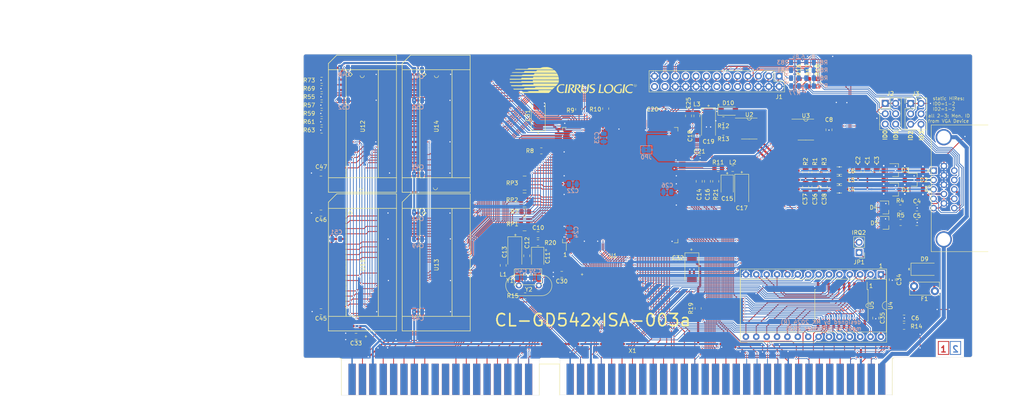
<source format=kicad_pcb>
(kicad_pcb (version 20241229) (generator "pcbnew") (generator_version "9.0")
  (title_block (title "CL-GD542X ISA") (date "2025-11-11") (rev "0.3a") (company "designed by MK 2024 (R)") (comment 1 "mods by H. Richter (RAM Spacing, Monitor ID)"))
  (layers (0 "F.Cu" signal) (2 "B.Cu" signal) (13 "F.Paste" user) (15 "B.Paste" user) (5 "F.SilkS" user "F.Silkscreen") (7 "B.SilkS" user "B.Silkscreen") (1 "F.Mask" user) (3 "B.Mask" user) (25 "Edge.Cuts" user))
  (net 0 "")
  (net 1 "VCC")
  (net 2 "Net-(U1-RESET)")
  (net 3 "Net-(U1-MFILTER)")
  (net 4 "Net-(U1-AVDD4)")
  (net 5 "G_OUT")
  (net 6 "R_OUT")
  (net 7 "B_OUT")
  (net 8 "ID3_SCL")
  (net 9 "VSYNC_OUT")
  (net 10 "HSYNC_OUT")
  (net 11 "Net-(J2-Pin_3)")
  (net 12 "ID0")
  (net 13 "ID2")
  (net 14 "A0_ISA")
  (net 15 "A1_ISA")
  (net 16 "A2_ISA")
  (net 17 "A3_ISA")
  (net 18 "A4_ISA")
  (net 19 "A5_ISA")
  (net 20 "A6_ISA")
  (net 21 "A7_ISA")
  (net 22 "A8_ISA")
  (net 23 "A9_ISA")
  (net 24 "A10_ISA")
  (net 25 "A11_ISA")
  (net 26 "A12_ISA")
  (net 27 "A13_ISA")
  (net 28 "A14_ISA")
  (net 29 "A15_ISA")
  (net 30 "D0_ISA")
  (net 31 "D1_ISA")
  (net 32 "D2_ISA")
  (net 33 "D3_ISA")
  (net 34 "D4_ISA")
  (net 35 "D5_ISA")
  (net 36 "D6_ISA")
  (net 37 "D7_ISA")
  (net 38 "VSYNC")
  (net 39 "HSYNC")
  (net 40 "/d2")
  (net 41 "/d1")
  (net 42 "/d0")
  (net 43 "ROMCS")
  (net 44 "/d7")
  (net 45 "/d6")
  (net 46 "/d5")
  (net 47 "/d4")
  (net 48 "/d3")
  (net 49 "GNDA")
  (net 50 "Net-(U1-VFILTER)")
  (net 51 "Net-(U1-AVDD1)")
  (net 52 "Net-(U1-IREF)")
  (net 53 "Net-(U1-OSC)")
  (net 54 "Net-(U1-XTAL)")
  (net 55 "VCCQ")
  (net 56 "Net-(D9-A)")
  (net 57 "Net-(D9-K)")
  (net 58 "Net-(D10-A)")
  (net 59 "BLANK")
  (net 60 "DCLK")
  (net 61 "PA7")
  (net 62 "PA6")
  (net 63 "EVCLK")
  (net 64 "PA5")
  (net 65 "ESYNC")
  (net 66 "PA4")
  (net 67 "EVIDEO")
  (net 68 "PA3")
  (net 69 "PA2")
  (net 70 "PA1")
  (net 71 "PA0")
  (net 72 "IRQ")
  (net 74 "MA4")
  (net 76 "CAS1")
  (net 78 "CAS2")
  (net 79 "Net-(U1-MA4)")
  (net 80 "CAS3")
  (net 81 "Net-(U1-~{CAS1})")
  (net 82 "Net-(R12-Pad2)")
  (net 83 "RESET_ISA")
  (net 84 "OSC_ISA")
  (net 85 "PD1")
  (net 86 "PD2")
  (net 87 "PD3")
  (net 88 "PD10")
  (net 89 "PD11")
  (net 90 "PD12")
  (net 91 "PD16")
  (net 92 "PD17")
  (net 93 "PD18")
  (net 94 "PD19")
  (net 95 "PD25")
  (net 96 "PD26")
  (net 97 "PD27")
  (net 98 "PD28")
  (net 99 "PD24")
  (net 100 "Net-(U1-~{CAS2})")
  (net 101 "Net-(U1-~{CAS3})")
  (net 102 "Net-(U1-~{TWR})")
  (net 103 "Net-(RP1-R1.2)")
  (net 104 "MA0")
  (net 105 "MA3")
  (net 106 "MA1")
  (net 107 "MA2")
  (net 108 "Net-(RP1-R3.2)")
  (net 109 "Net-(RP1-R4.2)")
  (net 110 "Net-(RP1-R2.2)")
  (net 111 "Net-(RP2-R4.2)")
  (net 112 "MA5")
  (net 113 "MA8")
  (net 114 "MA6")
  (net 115 "MA7")
  (net 116 "Net-(RP2-R3.2)")
  (net 117 "Net-(RP2-R1.2)")
  (net 118 "Net-(RP2-R2.2)")
  (net 119 "Net-(RP3-R3.2)")
  (net 120 "RAS0")
  (net 121 "CAS0")
  (net 122 "WE0")
  (net 123 "Net-(RP3-R2.2)")
  (net 124 "Net-(RP3-R1.2)")
  (net 125 "PD0")
  (net 126 "PD4")
  (net 127 "PD5")
  (net 128 "PD6")
  (net 129 "PD7")
  (net 130 "PD8")
  (net 131 "PD9")
  (net 132 "PD13")
  (net 133 "PD14")
  (net 134 "PD15")
  (net 135 "PD20")
  (net 136 "PD21")
  (net 137 "PD22")
  (net 138 "PD23")
  (net 139 "PD29")
  (net 140 "PD30")
  (net 141 "PD31")
  (net 142 "EECS")
  (net 143 "EEDI")
  (net 144 "Net-(RP3-R4.2)")
  (net 145 "0WS_ISA")
  (net 146 "IOWR_ISA")
  (net 147 "IORD_ISA")
  (net 148 "REFRESH_ISA")
  (net 149 "IOCHRDY_ISA")
  (net 150 "AEN_ISA")
  (net 151 "A16_ISA")
  (net 152 "BALE_ISA")
  (net 153 "SBHE_ISA")
  (net 154 "IOCS16_ISA")
  (net 155 "MEMCS16_ISA")
  (net 156 "LA23_ISA")
  (net 157 "LA22_ISA")
  (net 158 "LA21_ISA")
  (net 159 "LA20_ISA")
  (net 160 "LA19_ISA")
  (net 161 "LA18_ISA")
  (net 162 "LA17_ISA")
  (net 163 "MEMRD_ISA")
  (net 164 "MEMWR_ISA")
  (net 165 "D8_ISA")
  (net 166 "D9_ISA")
  (net 167 "D10_ISA")
  (net 168 "D11_ISA")
  (net 169 "D12_ISA")
  (net 170 "D13_ISA")
  (net 171 "D14_ISA")
  (net 172 "D15_ISA")
  (net 225 "RAS1")
  (net 227 "GNDD")
  (net 228 "VDD")
  (net 229 "MEMWR16_ISA")
  (net 230 "MEMRD16_ISA")
  (net 231 "IRQ2_ISA")
  (net 232 "Net-(C11-Pad1)")
  (net 233 "Net-(C15-Pad1)")
  (net 234 "_B_OUT")
  (net 235 "_G_OUT")
  (net 236 "_R_OUT")
  (net 239 "GNDS")
  (net 240 "Net-(J2-Pin_4)")
  (net 241 "ID1_SDA")
  (net 242 "Net-(J3-Pin_4)")
  (net 243 "Net-(J3-Pin_3)")
  (footprint "Package_TO_SOT_SMD:SOT-23" (layer "F.Cu") (at 244.713 105.979)
    (property "Reference" "D1")
    (property "Value" "BAV99" (hide yes))
  )
  (footprint "Package_TO_SOT_SMD:SOT-23" (layer "F.Cu") (at 244.713 101.219)
    (property "Reference" "D3")
    (property "Value" "BAV99" (hide yes))
  )
  (footprint "Package_TO_SOT_SMD:SOT-23" (layer "F.Cu") (at 242.332 110.363)
    (property "Reference" "D4")
    (property "Value" "BAV99" (hide yes))
  )
  (footprint "Package_TO_SOT_SMD:SOT-23" (layer "F.Cu") (at 249.285 103.571)
    (property "Reference" "D2")
    (property "Value" "BAV99" (hide yes))
  )
  (footprint "Resistor_SMD:R_0805_2012Metric" (layer "F.Cu") (at 245.999 114.046 180)
    (property "Reference" "R5")
    (property "Value" "33" (hide yes))
  )
  (footprint "Package_TO_SOT_SMD:SOT-23" (layer "F.Cu") (at 242.3635 114.112)
    (property "Reference" "D5")
    (property "Value" "BAV99" (hide yes))
  )
  (footprint "Fuse:Fuse_Bourns_MF-RG300" (layer "F.Cu") (at 254.381 130.81 180)
    (property "Reference" "F1")
    (property "Value" "RUEF85" (hide yes))
  )
  (footprint "Capacitor_SMD:C_0805_2012Metric" (layer "F.Cu") (at 249.9845 110.49)
    (property "Reference" "C4")
    (property "Value" "220")
  )
  (footprint "Capacitor_SMD:C_0805_2012Metric" (layer "F.Cu") (at 249.9845 114.046)
    (property "Reference" "C5")
    (property "Value" "220")
  )
  (footprint "Capacitor_SMD:C_0805_2012Metric" (layer "F.Cu") (at 196.723 103.9645 -90)
    (property "Reference" "C14")
    (property "Value" "100n")
  )
  (footprint "Capacitor_Tantalum_SMD:CP_EIA-3528-12_Kemet-T" (layer "F.Cu") (at 203.581 104.8885 -90)
    (property "Reference" "C15")
    (property "Value" "2.2µF 16V")
  )
  (footprint "Capacitor_Tantalum_SMD:CP_EIA-6032-15_Kemet-U" (layer "F.Cu") (at 207.137 105.9955 -90)
    (property "Reference" "C17")
    (property "Value" "10µF 16V")
  )
  (footprint "Capacitor_SMD:C_0805_2012Metric" (layer "F.Cu") (at 196.1515 92.8855 90)
    (property "Reference" "C18")
    (property "Value" "100n")
  )
  (footprint "Capacitor_Tantalum_SMD:CP_EIA-6032-15_Kemet-U" (layer "F.Cu") (at 199.009 89.7395 -90)
    (property "Reference" "C19")
    (property "Value" "10µF 16V")
  )
  (footprint "Capacitor_SMD:C_0805_2012Metric" (layer "F.Cu") (at 187.579 86.2815 90)
    (property "Reference" "C20")
    (property "Value" "100n")
  )
  (footprint "Capacitor_SMD:C_0805_2012Metric" (layer "F.Cu") (at 196.8015 98.298)
    (property "Reference" "C21")
    (property "Value" "100n")
  )
  (footprint "Capacitor_SMD:C_0805_2012Metric" (layer "F.Cu") (at 194.1195 87.9625 90)
    (property "Reference" "C25")
    (property "Value" "100n")
  )
  (footprint "Capacitor_Tantalum_SMD:CP_EIA-6032-15_Kemet-U" (layer "F.Cu") (at 157.353 87.884 90)
    (property "Reference" "C31")
    (property "Value" "10µF 16V")
  )
  (footprint "Capacitor_Tantalum_SMD:CP_EIA-6032-15_Kemet-U" (layer "F.Cu") (at 194.945 125.222 -90)
    (property "Reference" "C32")
    (property "Value" "10µF 16V")
  )
  (footprint "Capacitor_SMD:C_0805_2012Metric_Pad1.18x1.45mm_HandSolder" (layer "F.Cu") (at 112.7925 141.89 180)
    (property "Reference" "C33")
    (property "Value" "10µF 16V")
  )
  (footprint "Diode_SMD:D_MELF" (layer "F.Cu") (at 251.841 125.476)
    (property "Reference" "D9")
    (property "Value" "SM4007")
  )
  (footprint "Diode_SMD:D_MiniMELF" (layer "F.Cu") (at 203.835 86.8045)
    (property "Reference" "D10")
    (property "Value" "LL4148")
  )
  (footprint "Connector_PinHeader_2.54mm:PinHeader_2x13_P2.54mm_Vertical" (layer "F.Cu") (at 216.281 78.232 -90)
    (property "Reference" "J1")
    (property "Value" "Conn_02x13_Odd_Even")
  )
  (footprint "Connector_PinHeader_2.54mm:PinHeader_1x02_P2.54mm_Vertical" (layer "F.Cu") (at 235.839 121.412 180)
    (property "Reference" "JP1")
    (property "Value" "IRQ9")
  )
  (footprint "Inductor_SMD:L_0805_2012Metric" (layer "F.Cu") (at 204.9295 100.838)
    (property "Reference" "L2")
    (property "Value" "10µH")
  )
  (footprint "Resistor_SMD:R_0805_2012Metric" (layer "F.Cu") (at 225.044 101.727 -90)
    (property "Reference" "R1")
    (property "Value" "150")
  )
  (footprint "Resistor_SMD:R_0805_2012Metric" (layer "F.Cu") (at 222.758 101.727 -90)
    (property "Reference" "R2")
    (property "Value" "150")
  )
  (footprint "Resistor_SMD:R_0805_2012Metric" (layer "F.Cu") (at 173.863 86.1845 -90)
    (property "Reference" "R10")
    (property "Value" "33")
  )
  (footprint "Resistor_SMD:R_0805_2012Metric" (layer "F.Cu") (at 201.3735 100.838 180)
    (property "Reference" "R11")
    (property "Value" "10k")
  )
  (footprint "Resistor_SMD:R_0805_2012Metric" (layer "F.Cu") (at 202.6435 88.9)
    (property "Reference" "R12")
    (property "Value" "150")
  )
  (footprint "Resistor_SMD:R_0805_2012Metric" (layer "F.Cu") (at 202.6435 91.948 180)
    (property "Reference" "R13")
    (property "Value" "20")
  )
  (footprint "Resistor_SMD:R_0805_2012Metric" (layer "F.Cu") (at 154.1625 131.98)
    (property "Reference" "R15")
    (property "Value" "33")
  )
  (footprint "Package_QFP:PQFP-160_28x28mm_P0.65mm" (layer "F.Cu") (at 177.419 104.902 90)
    (property "Reference" "U1")
    (property "Value" "GD5428")
  )
  (footprint "Package_SO:SOIC-8_3.9x4.9mm_P1.27mm" (layer "F.Cu") (at 208.98 91.059)
    (property "Reference" "U2")
    (property "Value" "LM334M")
  )
  (footprint "Resistor_SMD:R_0805_2012Metric" (layer "F.Cu") (at 227.33 101.727 -90)
    (property "Reference" "R3")
    (property "Value" "150")
  )
  (footprint "Resistor_SMD:R_0805_2012Metric" (layer "F.Cu") (at 221.107 79.8345 90)
    (property "Reference" "R16")
    (property "Value" "10k")
  )
  (footprint "Connector_Dsub:DSUB-15-HD_Female_Horizontal_P2.29x1.98mm_EdgePinOffset8.35mm_Housed_MountingHolesOffset10.89mm_wide" (layer "F.Cu") (at 255.1303 101.3554 90)
    (property "Reference" "P1")
    (property "Value" "VGA-PORT")
  )
  (footprint "Capacitor_SMD:C_0805_2012Metric" (layer "F.Cu") (at 246.8395 137.414)
    (property "Reference" "C6")
    (property "Value" "33")
  )
  (footprint "Capacitor_SMD:C_0805_2012Metric" (layer "F.Cu") (at 243.967 128.016 -90)
    (property "Reference" "C34")
    (property "Value" "100n")
  )
  (footprint "Resistor_SMD:R_0805_2012Metric" (layer "F.Cu") (at 246.8395 139.446)
    (property "Reference" "R14")
    (property "Value" "100")
  )
  (footprint "Capacitor_SMD:C_0805_2012Metric" (layer "F.Cu") (at 239.903 137.414 -90)
    (property "Reference" "C35")
    (property "Value" "100n")
  )
  (footprint "Resistor_SMD:R_0805_2012Metric" (layer "F.Cu") (at 196.469 135.0495 -90)
    (property "Reference" "R19")
    (property "Value" "1")
  )
  (footprint "Resistor_SMD:R_0805_2012Metric" (layer "F.Cu") (at 225.679 79.8345 90)
    (property "Reference" "R18")
    (property "Value" "10k")
  )
  (footprint "Resistor_SMD:R_0805_2012Metric" (layer "F.Cu") (at 223.393 79.8345 90)
    (property "Reference" "R17")
    (property "Value" "10k")
  )
  (footprint "Resistor_SMD:R_0805_2012Metric" (layer "F.Cu") (at 157.3045 118.999)
    (property "Reference" "R20")
    (property "Value" "75")
  )
  (footprint "Resistor_SMD:R_0805_2012Metric" (layer "F.Cu") (at 200.787 103.9645 90)
    (property "Reference" "R21")
    (property "Value" "75")
  )
  (footprint "Capacitor_SMD:C_0805_2012Metric" (layer "F.Cu") (at 198.755 103.9645 -90)
    (property "Reference" "C16")
    (property "Value" "100n")
  )
  (footprint "Connector_PCBEdge:BUS_AT" (layer "F.Cu") (at 241.3635 152.4)
    (property "Reference" "X1")
    (property "Value" "Bus_ISA_8bit")
  )
  (footprint "Resistor_SMD:R_0805_2012Metric" (layer "F.Cu") (at 104.3775 87.376)
    (property "Reference" "R59")
    (property "Value" "10k")
  )
  (footprint "Package_SOJ_Socket:SOJ-40-Socket" (layer "F.Cu") (at 132.469 124.42 -90)
    (property "Reference" "U13")
    (property "Value" "KM416C256")
  )
  (footprint "Package_SOJ_Socket:SOJ-40-Socket" (layer "F.Cu") (at 132.461 90.51 -90)
    (property "Reference" "U14")
    (property "Value" "KM416C256")
  )
  (footprint "Resistor_SMD:R_0805_2012Metric" (layer "F.Cu") (at 104.3775 89.408)
    (property "Reference" "R61")
    (property "Value" "10k")
  )
  (footprint "Resistor_SMD:R_0805_2012Metric" (layer "F.Cu") (at 104.3775 91.44)
    (property "Reference" "R63")
    (property "Value" "10k")
  )
  (footprint "Resistor_SMD:R_0805_2012Metric" (layer "F.Cu") (at 104.3775 79.248)
    (property "Reference" "R73")
    (property "Value" "10k")
  )
  (footprint "Resistor_SMD:R_0805_2012Metric" (layer "F.Cu") (at 154.193 111.4425)
    (property "Reference" "R7")
    (property "Value" "33")
  )
  (footprint "Capacitor_SMD:C_0805_2012Metric" (layer "F.Cu") (at 104.21 111.73 180)
    (property "Reference" "C46")
    (property "Value" "100n")
  )
  (footprint "Capacitor_SMD:C_0805_2012Metric" (layer "F.Cu") (at 104.21 135.86 180)
    (property "Reference" "C45")
    (property "Value" "100n")
  )
  (footprint "Capacitor_SMD:C_0805_2012Metric" (layer "F.Cu") (at 104.21 101.95 180)
    (property "Reference" "C47")
    (property "Value" "100n")
  )
  (footprint "Resistor_SMD:R_0805_2012Metric" (layer "F.Cu") (at 167.259 86.36 -90)
    (property "Reference" "R9")
    (property "Value" "33")
  )
  (footprint "Resistor_SMD:R_0805_2012Metric" (layer "F.Cu") (at 158.115 96.52)
    (property "Reference" "R8")
    (property "Value" "33")
  )
  (footprint "Inductor_SMD:L_0805_2012Metric" (layer "F.Cu") (at 148.7805 124.5235 -90)
    (property "Reference" "L1")
    (property "Value" "10µH")
  )
  (footprint "Package_SOJ_Socket:SOJ-40-Socket" (layer "F.Cu") (at 114.43 124.42 -90)
    (property "Reference" "U11")
    (property "Value" "KM416C256")
  )
  (footprint "Resistor_SMD:R_Array_Concave_4x0603" (layer "F.Cu") (at 154.012 114.357)
    (property "Reference" "RP1")
    (property "Value" "33")
  )
  (footprint "Package_SOJ_Socket:SOJ-40-Socket" (layer "F.Cu") (at 114.427 90.51 -90)
    (property "Reference" "U12")
    (property "Value" "KM416C256")
  )
  (footprint "Resistor_SMD:R_0805_2012Metric" (layer "F.Cu") (at 104.3775 85.344)
    (property "Reference" "R57")
    (property "Value" "10k")
  )
  (footprint "Resistor_SMD:R_Array_Concave_4x0603" (layer "F.Cu") (at 154.0265 104.394)
    (property "Reference" "RP3")
    (property "Value" "33")
  )
  (footprint "Resistor_SMD:R_0805_2012Metric" (layer "F.Cu") (at 104.3775 83.312)
    (property "Reference" "R55")
    (property "Value" "10k")
  )
  (footprint "Resistor_SMD:R_0805_2012Metric" (layer "F.Cu") (at 104.3775 81.28)
    (property "Reference" "R69")
    (property "Value" "10k")
  )
  (footprint "Capacitor_SMD:C_0805_2012Metric" (layer "F.Cu") (at 157.3045 117.0305)
    (property "Reference" "C10")
    (property "Value" "100n")
  )
  (footprint "Capacitor_Tantalum_SMD:CP_EIA-3528-12_Kemet-T" (layer "F.Cu") (at 157.226 122.555 -90)
    (property "Reference" "C11")
    (property "Value" "2.2µF 16V")
  )
  (footprint "Capacitor_SMD:C_0805_2012Metric" (layer "F.Cu") (at 154.559 122.189 -90)
    (property "Reference" "C12")
    (property "Value" "100n")
  )
  (footprint "Inductor_SMD:L_0805_2012Metric" (layer "F.Cu") (at 196.1515 87.9625 90)
    (property "Reference" "L3")
    (property "Value" "10µH")
  )
  (footprint "Package_SO:SOIC-8_3.9x4.9mm_P1.27mm" (layer "F.Cu") (at 222.82 91.313)
    (property "Reference" "U3")
    (property "Value" "93C46")
  )
  (footprint "Capacitor_SMD:C_0805_2012Metric" (layer "F.Cu") (at 228.473 91.3615 -90)
    (property "Reference" "C8")
    (property "Value" "100n")
  )
  (footprint "Resistor_SMD:R_Array_Concave_4x0603" (layer "F.Cu") (at 154.012 108.528)
    (property "Reference" "RP2")
    (property "Value" "33")
  )
  (footprint "Package_SO:SOIC-20W_7.5x12.8mm_P1.27mm" (layer "F.Cu") (at 231.521 134.288 -90)
    (property "Reference" "U5")
    (property "Value" "74LS541")
  )
  (footprint "Inductor_SMD:L_1206_3216Metric" (layer "F.Cu") (at 231.016 105.918 180)
    (property "Reference" "L4")
    (property "Value" "68nH")
  )
  (footprint "Inductor_SMD:L_1206_3216Metric" (layer "F.Cu") (at 231.013 103.632 180)
    (property "Reference" "L5")
    (property "Value" "68nH")
  )
  (footprint "Inductor_SMD:L_1206_3216Metric" (layer "F.Cu") (at 231.013 101.346 180)
    (property "Reference" "L6")
    (property "Value" "68nH")
  )
  (footprint "Capacitor_SMD:C_0805_2012Metric" (layer "F.Cu") (at 240.157 101.6 90)
    (property "Reference" "C3")
    (property "Value" "47p")
  )
  (footprint "Capacitor_SMD:C_0805_2012Metric" (layer "F.Cu") (at 237.871 101.6 90)
    (property "Reference" "C1")
    (property "Value" "47p")
  )
  (footprint "Capacitor_SMD:C_0805_2012Metric" (layer "F.Cu") (at 235.585 101.6 90)
    (property "Reference" "C2")
    (property "Value" "47p")
  )
  (footprint "Capacitor_SMD:C_0805_2012Metric" (layer "F.Cu") (at 225.044 105.3615 -90)
    (property "Reference" "C36")
    (property "Value" "47p")
  )
  (footprint "Capacitor_SMD:C_0805_2012Metric" (layer "F.Cu") (at 222.758 105.3615 -90)
    (property "Reference" "C37")
    (property "Value" "47p")
  )
  (footprint "Capacitor_SMD:C_0805_2012Metric" (layer "F.Cu") (at 227.33 105.3615 -90)
    (property "Reference" "C38")
    (property "Value" "47p")
  )
  (footprint "Capacitor_Tantalum_SMD:CP_EIA-6032-15_Kemet-U" (layer "F.Cu") (at 151.638 121.285 -90)
    (property "Reference" "C13")
    (property "Value" "10µF 16V")
  )
  (footprint "Package_DIP:DIP-28_W15.24mm_Socket" (layer "F.Cu") (at 241.173 126.746 -90)
    (property "Reference" "U4")
    (property "Value" "27C512")
  )
  (footprint "Capacitor_SMD:C_0805_2012Metric_Pad1.18x1.45mm_HandSolder" (layer "F.Cu") (at 163.1055 126.73 180)
    (property "Reference" "C30")
    (property "Value" "10µF 16V")
  )
  (footprint "Crystal:Crystal_SMD_0603-2Pin_6.0x3.5mm" (layer "F.Cu") (at 154.854 127.31 180)
    (property "Reference" "Y1")
    (property "Value" "14.318M")
  )
  (footprint "Connector_PinHeader_2.54mm:PinHeader_2x03_P2.54mm_Vertical" (layer "F.Cu") (at 242.24 84.89)
    (property "Reference" "J2")
    (property "Value" "Conn_02x03_Odd_Even")
  )
  (footprint "Resistor_SMD:R_0805_2012Metric" (layer "F.Cu") (at 245.9205 110.49 180)
    (property "Reference" "R4")
    (property "Value" "33" (hide yes))
  )
  (footprint "" (layer "F.Cu") (at 165.9255 79.1845)
    (property "Reference" "Cirrus1")
    (property "Value" "")
  )
  (footprint "Crystal:Crystal_HC49-U_Vertical" (layer "F.Cu") (at 157.49 129.42 180)
    (property "Reference" "Y2")
    (property "Value" "14.318M")
  )
  (footprint "Connector_PinHeader_2.54mm:PinHeader_2x03_P2.54mm_Vertical" (layer "F.Cu") (at 248.45 84.92)
    (property "Reference" "J3")
    (property "Value" "Conn_02x03_Odd_Even")
  )
  (footprint "" (layer "B.Cu") (at 245.237 78.232 180)
    (property "Reference" "")
    (property "Value" "")
  )
  (footprint "Capacitor_SMD:C_0805_2012Metric" (layer "B.Cu") (at 165.8135 104.648)
    (property "Reference" "C22")
    (property "Value" "100n")
  )
  (footprint "Capacitor_SMD:C_0805_2012Metric" (layer "B.Cu") (at 173.355 93.2965 -90)
    (property "Reference" "C23")
    (property "Value" "100n")
  )
  (footprint "Capacitor_SMD:C_0805_2012Metric" (layer "B.Cu") (at 164.973 116.4105 90)
    (property "Reference" "C24")
    (property "Value" "100n")
  )
  (footprint "Capacitor_SMD:C_0805_2012Metric" (layer "B.Cu") (at 188.9275 106.6015 180)
    (property "Reference" "C26")
    (property "Value" "100n")
  )
  (footprint "Jumper:SolderJumper-2_P1.3mm_Bridged2Bar_Pad1.0x1.5mm" (layer "B.Cu") (at 183.769 96.266)
    (property "Reference" "JP0")
    (property "Value" "GND" (hide yes))
  )
  (footprint "Capacitor_SMD:C_0805_2012Metric" (layer "B.Cu") (at 127.9675 76.708)
    (property "Reference" "C44")
    (property "Value" "100n")
  )
  (footprint "Capacitor_SMD:C_0805_2012Metric" (layer "B.Cu") (at 127.9675 135.89)
    (property "Reference" "C41")
    (property "Value" "100n")
  )
  (footprint "Capacitor_SMD:C_0805_2012Metric" (layer "B.Cu") (at 127.9675 111.51)
    (property "Reference" "C42")
    (property "Value" "100n")
  )
  (footprint "Capacitor_SMD:C_0805_2012Metric" (layer "B.Cu") (at 127.9675 102.25)
    (property "Reference" "C43")
    (property "Value" "100n")
  )
  (footprint "Capacitor_SMD:C_0805_2012Metric" (layer "B.Cu") (at 109.855 76.2)
    (property "Reference" "C48")
    (property "Value" "100n")
  )
  (footprint "Capacitor_SMD:C_0805_2012Metric" (layer "B.Cu") (at 156.591 127.4445 180)
    (property "Reference" "C39")
    (property "Value" "27")
  )
  (footprint "Capacitor_SMD:C_0805_2012Metric" (layer "B.Cu") (at 153.147 127.4445 180)
    (property "Reference" "C40")
    (property "Value" "27")
  )
  (footprint "Resistor_SMD:R_0805_2012Metric" (layer "B.Cu") (at 223.8425 76.78)
    (property "Reference" "R82")
    (property "Value" "6.8k")
  )
  (footprint "Resistor_SMD:R_0805_2012Metric" (layer "B.Cu") (at 223.8425 78.72)
    (property "Reference" "R80")
    (property "Value" "6.8k")
  )
  (footprint "Resistor_SMD:R_0805_2012Metric" (layer "B.Cu") (at 220.1325 74.87 180)
    (property "Reference" "R83")
    (property "Value" "6.8k")
  )
  (footprint "Resistor_SMD:R_0805_2012Metric" (layer "B.Cu") (at 223.8425 80.65)
    (property "Reference" "R78")
    (property "Value" "6.8k")
  )
  (footprint "Capacitor_SMD:C_0805_2012Metric" (layer "B.Cu") (at 107.96 118.07 180)
    (property "Reference" "C51")
    (property "Value" "100n")
  )
  (footprint "Resistor_SMD:R_0805_2012Metric" (layer "B.Cu") (at 220.1325 76.78 180)
    (property "Reference" "R81")
    (property "Value" "6.8k")
  )
  (footprint "Resistor_SMD:R_0805_2012Metric" (layer "B.Cu") (at 220.1325 78.72 180)
    (property "Reference" "R79")
    (property "Value" "6.8k")
  )
  (footprint "Resistor_SMD:R_0805_2012Metric" (layer "B.Cu") (at 223.8425 74.87)
    (property "Reference" "R84")
    (property "Value" "6.8k")
  )
  (footprint "Capacitor_SMD:C_0805_2012Metric" (layer "B.Cu") (at 127.9675 118.09)
    (property "Reference" "C49")
    (property "Value" "100n")
  )
  (footprint "Capacitor_SMD:C_0805_2012Metric" (layer "B.Cu") (at 109.855 84.19)
    (property "Reference" "C52")
    (property "Value" "100n")
  )
  (footprint "Capacitor_SMD:C_0805_2012Metric" (layer "B.Cu") (at 127.9675 84.16)
    (property "Reference" "C50")
    (property "Value" "100n")
  )
  (footprint "Resistor_SMD:R_0805_2012Metric" (layer "B.Cu") (at 220.1625 80.65 180)
    (property "Reference" "R77")
    (property "Value" "6.8k")
  )
  (gr_arc (start 209.488 88.499) (mid 208.98 89.007) (end 208.472 88.499) (stroke (width 0.12)) (layer "F.SilkS"))
  (gr_arc (start 223.328 88.753) (mid 222.82 89.261) (end 222.312 88.753) (stroke (width 0.12)) (layer "F.SilkS"))
  (gr_line (start 157.353 91.948) (end 157.353 92.456) (stroke (width 0.12)) (layer "F.SilkS"))
  (gr_line (start 157.099 92.202) (end 157.607 92.202) (stroke (width 0.12)) (layer "F.SilkS"))
  (gr_arc (start 114.554 105.537) (mid 114.046 106.045) (end 113.538 105.537) (stroke (width 0.12)) (layer "F.SilkS"))
  (gr_line (start 167.8305 126.746) (end 168.3385 126.746) (stroke (width 0.12)) (layer "F.SilkS"))
  (gr_line (start 168.0845 126.492) (end 168.0845 127) (stroke (width 0.12)) (layer "F.SilkS"))
  (gr_arc (start 237.998 134.874) (mid 237.49 134.366) (end 237.998 133.858) (stroke (width 0.12)) (layer "F.SilkS"))
  (gr_line (start 151.654 129.3945) (end 151.511 129.3945) (stroke (width 0.12)) (layer "F.SilkS"))
  (gr_line (start 151.654 125.4945) (end 151.511 125.4945) (stroke (width 0.12)) (layer "F.SilkS"))
  (gr_line (start 194.818 120.396) (end 194.818 120.904) (stroke (width 0.12)) (layer "F.SilkS"))
  (gr_line (start 151.511 125.4945) (end 151.511 129.3945) (stroke (width 0.12)) (layer "F.SilkS"))
  (gr_arc (start 132.715 105.537) (mid 132.207 106.045) (end 131.699 105.537) (stroke (width 0.12)) (layer "F.SilkS"))
  (gr_line (start 198.755 85.471) (end 199.263 85.471) (stroke (width 0.12)) (layer "F.SilkS"))
  (gr_arc (start 132.969 78.105) (mid 132.461 78.613) (end 131.953 78.105) (stroke (width 0.12)) (layer "F.SilkS"))
  (gr_line (start 159.258 120.523) (end 159.258 121.031) (stroke (width 0.12)) (layer "F.SilkS"))
  (gr_line (start 203.581 101.727) (end 203.581 102.235) (stroke (width 0.12)) (layer "F.SilkS"))
  (gr_line (start 114.956 141.91) (end 115.464 141.91) (stroke (width 0.12)) (layer "F.SilkS"))
  (gr_arc (start 114.808 78.105) (mid 114.3 78.613) (end 113.792 78.105) (stroke (width 0.12)) (layer "F.SilkS"))
  (gr_line (start 207.137 101.473) (end 207.137 101.981) (stroke (width 0.12)) (layer "F.SilkS"))
  (gr_line (start 151.765 116.84) (end 151.765 117.348) (stroke (width 0.12)) (layer "F.SilkS"))
  (gr_line (start 151.511 117.094) (end 152.019 117.094) (stroke (width 0.12)) (layer "F.SilkS"))
  (gr_line (start 206.883 101.727) (end 207.391 101.727) (stroke (width 0.12)) (layer "F.SilkS"))
  (gr_line (start 115.2 141.656) (end 115.2 142.164) (stroke (width 0.12)) (layer "F.SilkS"))
  (gr_line (start 199.009 85.217) (end 199.009 85.725) (stroke (width 0.12)) (layer "F.SilkS"))
  (gr_line (start 203.327 101.981) (end 203.835 101.981) (stroke (width 0.12)) (layer "F.SilkS"))
  (gr_line (start 194.564 120.65) (end 195.072 120.65) (stroke (width 0.12)) (layer "F.SilkS"))
  (gr_line (start 159.004 120.777) (end 159.512 120.777) (stroke (width 0.12)) (layer "F.SilkS"))
  (gr_line (start 99.949 146.6596) (end 99.949 73.406) (stroke (width 0.05)) (layer "Edge.Cuts"))
  (gr_line (start 108.707017 147.168156) (end 100.457 147.1676) (stroke (width 0.05)) (layer "Edge.Cuts"))
  (gr_arc (start 263.017 72.898) (mid 263.37621 73.04679) (end 263.525 73.406) (stroke (width 0.05)) (layer "Edge.Cuts"))
  (gr_arc (start 263.525 146.4564) (mid 263.37621 146.81561) (end 263.017 146.9644) (stroke (width 0.05)) (layer "Edge.Cuts"))
  (gr_arc (start 157.607 147.675535) (mid 157.75579 147.316325) (end 158.115 147.167535) (stroke (width 0.05)) (layer "Edge.Cuts"))
  (gr_line (start 157.607 156.3116) (end 109.220198 156.310532) (stroke (width 0.05)) (layer "Edge.Cuts"))
  (gr_arc (start 108.707017 147.168156) (mid 109.066227 147.316946) (end 109.215017 147.676156) (stroke (width 0.05)) (layer "Edge.Cuts"))
  (gr_line (start 157.607 147.675535) (end 157.607 156.3116) (stroke (width 0.05)) (layer "Edge.Cuts"))
  (gr_line (start 162.179 147.1676) (end 158.115 147.167535) (stroke (width 0.05)) (layer "Edge.Cuts"))
  (gr_arc (start 243.9162 147.4724) (mid 244.06499 147.11319) (end 244.4242 146.9644) (stroke (width 0.05)) (layer "Edge.Cuts"))
  (gr_line (start 243.9162 147.4724) (end 243.9035 156.21) (stroke (width 0.05)) (layer "Edge.Cuts"))
  (gr_line (start 263.017 146.9644) (end 244.4242 146.9644) (stroke (width 0.05)) (layer "Edge.Cuts"))
  (gr_line (start 162.687 156.21) (end 162.687 147.6756) (stroke (width 0.05)) (layer "Edge.Cuts"))
  (gr_line (start 263.525 73.406) (end 263.525 146.4564) (stroke (width 0.05)) (layer "Edge.Cuts"))
  (gr_line (start 100.457 72.898) (end 263.017 72.898) (stroke (width 0.05)) (layer "Edge.Cuts"))
  (gr_line (start 243.9035 156.21) (end 162.687 156.21) (stroke (width 0.05)) (layer "Edge.Cuts"))
  (gr_line (start 109.215017 147.676156) (end 109.220198 156.310532) (stroke (width 0.05)) (layer "Edge.Cuts"))
  (gr_arc (start 162.179 147.1676) (mid 162.53821 147.31639) (end 162.687 147.6756) (stroke (width 0.05)) (layer "Edge.Cuts"))
  (gr_arc (start 100.457 147.1676) (mid 100.09779 147.01881) (end 99.949 146.6596) (stroke (width 0.05)) (layer "Edge.Cuts"))
  (gr_arc (start 99.949 73.406) (mid 100.09779 73.04679) (end 100.457 72.898) (stroke (width 0.05)) (layer "Edge.Cuts"))
  (gr_text "1" (at 256.4892 145.034 0) (layer "F.Cu") (effects (font (size 1.5 1.5) (thickness 0.3))))
  (gr_text "2" (at 259.4102 145.034 0) (layer "B.Cu") (effects (font (size 1.5 1.5) (thickness 0.3)) (justify mirror)))
  (gr_text "1" (at 163.957 121.92 0) (layer "F.SilkS") (effects (font (size 1 1))))
  (gr_text "1" (at 241.173 124.6505 0) (layer "F.SilkS") (effects (font (size 1 1))))
  (gr_text "1" (at 238.76 129.54 0) (layer "F.SilkS") (effects (font (size 1 1))))
  (gr_text "K" (at 248.0945 125.476 0) (layer "F.SilkS") (effects (font (size 0.5 0.5) (thickness 0.125))))
  (gr_text "IRQ2" (at 235.7755 116.5225 0) (layer "F.SilkS") (effects (font (size 1 1))))
  (gr_text "ID2" (at 249.02 94.14 90) (layer "F.SilkS") (effects (font (size 1 1) (thickness 0.2) (bold yes)) (justify left bottom)))
  (gr_text "static HiRes:\nID0=1-2\nID2=1-2" (at 253.81 86.75 0) (layer "F.SilkS") (effects (font (size 0.8 0.8) (thickness 0.1)) (justify left bottom)))
  (gr_text "K" (at 201.4855 85.344 0) (layer "F.SilkS") (effects (font (size 0.5 0.5) (thickness 0.125))))
  (gr_text "all 2-3: Mon. ID\nfrom VGA Device" (at 252.66 89.7 0) (layer "F.SilkS") (effects (font (size 0.8 0.8) (thickness 0.1)) (justify left bottom)))
  (gr_text "ID1" (at 245.42 94.04 90) (layer "F.SilkS") (effects (font (size 1 1) (thickness 0.2) (bold yes)) (justify left bottom)))
  (gr_text "ID0" (at 242.78 94.01 90) (layer "F.SilkS") (effects (font (size 1 1) (thickness 0.2) (bold yes)) (justify left bottom)))
  (gr_text "CL-GD542xISA-003a" (at 170.688 137.922 0) (layer "F.SilkS") (effects (font (size 3 3) (thickness 0.4))))
  (gr_text "ID3" (at 251.68 94.16 90) (layer "F.SilkS") (effects (font (size 1 1) (thickness 0.2) (bold yes)) (justify left bottom)))
  (gr_text "mods by H.Richter 2025" (at 227.15 139.96 0) (layer "B.SilkS") (effects (font (size 1 1)) (justify mirror)))
  (gr_text "designed by MK 2024 (R)" (at 226.48 138.39 0) (layer "B.SilkS") (effects (font (size 1 1)) (justify mirror)))
  (gr_text "8x 6.8k" (at 225.19 74.04 0) (layer "B.SilkS") (effects (font (size 0.9 1) (thickness 0.1)) (justify left bottom mirror)))
  (segment (start 255.2192 146.304) (end 255.2192 143.129) (width 0.2) (layer "F.Cu") (net 0))
  (segment (start 257.7592 143.129) (end 257.7592 146.304) (width 0.2) (layer "F.Cu") (net 0))
  (segment (start 255.2192 143.129) (end 257.7592 143.129) (width 0.2) (layer "F.Cu") (net 0))
  (segment (start 257.7592 146.304) (end 255.2192 146.304) (width 0.2) (layer "F.Cu") (net 0))
  (segment (start 258.1402 143.129) (end 258.1402 146.304) (width 0.2) (layer "B.Cu") (net 0))
  (segment (start 260.6802 143.129) (end 258.1402 143.129) (width 0.2) (layer "B.Cu") (net 0))
  (segment (start 260.6802 146.304) (end 260.6802 143.129) (width 0.2) (layer "B.Cu") (net 0))
  (segment (start 258.1402 146.304) (end 260.6802 146.304) (width 0.2) (layer "B.Cu") (net 0))
  (segment (start 108.847 76.2705) (end 108.9175 76.2) (width 0.2) (layer "F.Cu") (net 1))
  (segment (start 226.949 89.408) (end 225.295 89.408) (width 0.2) (layer "F.Cu") (net 1))
  (segment (start 228.473 90.424) (end 227.965 90.424) (width 0.2) (layer "F.Cu") (net 1))
  (segment (start 227.965 90.424) (end 226.949 89.408) (width 0.2) (layer "F.Cu") (net 1))
  (segment (start 243.713 106.929) (end 242.702 106.929) (width 0.2) (layer "F.Cu") (net 1))
  (segment (start 240.919 108.077) (end 242.443 108.077) (width 0.2) (layer "F.Cu") (net 1))
  (segment (start 113.83 141.89) (end 113.83 139.73) (width 0.5) (layer "F.Cu") (net 1))
  (segment (start 243.7765 141.9225) (end 243.7765 131.2545) (width 0.35) (layer "F.Cu") (net 1))
  (segment (start 106.84 135.85) (end 107.7 135.85) (width 0.5) (layer "F.Cu") (net 1))
  (segment (start 106.84 135.85) (end 110.36 139.37) (width 0.5) (layer "F.Cu") (net 1))
  (segment (start 243.6345 126.746) (end 243.967 127.0785) (width 0.35) (layer "F.Cu") (net 1))
  (segment (start 240.472 111.313) (end 240.411 111.252) (width 0.2) (layer "F.Cu") (net 1))
  (segment (start 248.285 104.521) (end 248.285 107.569) (width 0.2) (layer "F.Cu") (net 1))
  (segment (start 196.469 143.764) (end 196.469 137.414) (width 0.5) (layer "F.Cu") (net 1))
  (segment (start 157.861 143.764) (end 167.513 143.764) (width 0.5) (layer "F.Cu") (net 1))
  (segment (start 105.16 101.95) (end 106.132 101.95) (width 0.2) (layer "F.Cu") (net 1))
  (segment (start 242.758 102.169) (end 242.697 102.108) (width 0.2) (layer "F.Cu") (net 1))
  (segment (start 108.76 76.2) (end 108.934449 76.2) (width 0.5) (layer "F.Cu") (net 1))
  (segment (start 101.58301 96.08) (end 102.489 96.98599) (width 0.5) (layer "F.Cu") (net 1))
  (segment (start 223.393 80.747) (end 223.393 81.065) (width 0.2) (layer "F.Cu") (net 1))
  (segment (start 223.393 81.065) (end 222.658 81.8) (width 0.2) (layer "F.Cu") (net 1))
  (segment (start 242.697 106.924) (end 242.697 107.823) (width 0.2) (layer "F.Cu") (net 1))
  (segment (start 242.697 102.108) (end 242.697 94.742) (width 0.2) (layer "F.Cu") (net 1))
  (segment (start 109.347 101.94) (end 106.142 101.94) (width 0.2) (layer "F.Cu") (net 1))
  (segment (start 106.142 100.63899) (end 102.801505 97.298495) (width 0.5) (layer "F.Cu") (net 1))
  (segment (start 109.347 76.6295) (end 108.9175 76.2) (width 0.5) (layer "F.Cu") (net 1))
  (segment (start 172.339 143.764) (end 178.689 143.764) (width 0.5) (layer "F.Cu") (net 1))
  (segment (start 109.347 84.16) (end 107.95 84.16) (width 0.2) (layer "F.Cu") (net 1))
  (segment (start 241.173 136.398) (end 239.9815 136.398) (width 0.35) (layer "F.Cu") (net 1))
  (segment (start 110.36 139.37) (end 112.57 139.37) (width 0.5) (layer "F.Cu") (net 1))
  (segment (start 240.411 111.252) (end 240.411 113.03) (width 0.2) (layer "F.Cu") (net 1))
  (segment (start 232.283 90.424) (end 228.473 90.424) (width 0.2) (layer "F.Cu") (net 1))
  (segment (start 242.697 94.742) (end 238.379 90.424) (width 0.2) (layer "F.Cu") (net 1))
  (segment (start 196.469 137.414) (end 196.469 135.987) (width 0.5) (layer "F.Cu") (net 1))
  (segment (start 242.697 102.616) (end 242.697 102.108) (width 0.2) (layer "F.Cu") (net 1))
  (segment (start 241.173 126.746) (end 243.6345 126.746) (width 0.35) (layer "F.Cu") (net 1))
  (segment (start 240.411 108.585) (end 240.919 108.077) (width 0.2) (layer "F.Cu") (net 1))
  (segment (start 127.389 111.72) (end 127.2275 111.72) (width 0.2) (layer "F.Cu") (net 1))
  (segment (start 240.411 109.474) (end 240.411 108.585) (width 0.2) (layer "F.Cu") (net 1))
  (segment (start 107.42 135.85) (end 107.41 135.86) (width 0.5) (layer "F.Cu") (net 1))
  (segment (start 127.389 135.85) (end 127.0575 135.85) (width 0.2) (layer "F.Cu") (net 1))
  (segment (start 106.2205 106.68) (end 106.2205 105.0775) (width 0.5) (layer "F.Cu") (net 1))
  (segment (start 222.658 82.577) (end 228.473 88.392) (width 0.2) (layer "F.Cu") (net 1))
  (segment (start 127.2275 111.72) (end 127.0175 111.51) (width 0.2) (layer "F.Cu") (net 1))
  (segment (start 240.538 144.78) (end 240.919 144.78) (width 0.35) (layer "F.Cu") (net 1))
  (segment (start 242.702 106.929) (end 242.697 106.924) (width 0.2) (layer "F.Cu") (net 1))
  (segment (start 242.697 107.823) (end 242.443 108.077) (width 0.2) (layer "F.Cu") (net 1))
  (segment (start 238.5545 136.4765) (end 237.109 137.922) (width 0.35) (layer "F.Cu") (net 1))
  (segment (start 102.801505 97.298495) (end 102.489 96.98599) (width 0.5) (layer "F.Cu") (net 1))
  (segment (start 107.41 135.86) (end 105.16 135.86) (width 0.5) (layer "F.Cu") (net 1))
  (segment (start 239.9815 136.398) (end 239.903 136.4765) (width 0.35) (layer "F.Cu") (net 1))
  (segment (start 127.0575 135.85) (end 127.0175 135.89) (width 0.2) (layer "F.Cu") (net 1))
  (segment (start 106.87 112.2495) (end 106.3405 111.72) (width 0.5) (layer "F.Cu") (net 1))
  (segment (start 109.347 77.003001) (end 109.347 77.81) (width 0.5) (layer "F.Cu") (net 1))
  (segment (start 243.713 102.169) (end 242.758 102.169) (width 0.2) (layer "F.Cu") (net 1))
  (segment (start 241.173 126.746) (end 241.173 136.398) (width 0.35) (layer "F.Cu") (net 1))
  (segment (start 101.38 95.81) (end 101.38 95.87699) (width 0.5) (layer "F.Cu") (net 1))
  (segment (start 243.337 106.929) (end 243.713 106.929) (width 0.2) (layer "F.Cu") (net 1))
  (segment (start 107.25 111.72) (end 109.35 111.72) (width 0.5) (layer "F.Cu") (net 1))
  (segment (start 248.285 107.569) (end 247.777 108.077) (width 0.2) (layer "F.Cu") (net 1))
  (segment (start 241.427 115.062) (end 240.411 115.062) (width 0.2) (layer "F.Cu") (net 1))
  (segment (start 106.142 103.378) (end 106.142 101.94) (width 0.5) (layer "F.Cu") (net 1))
  (segment (start 240.411 115.062) (end 240.411 119.634) (width 0.2) (layer "F.Cu") (net 1))
  (segment (start 243.1415 144.78) (end 247.523 144.78) (width 0.5) (layer "F.Cu") (net 1))
  (segment (start 102.61 76.2) (end 101.38 77.43) (width 0.5) (layer "F.Cu") (net 1))
  (segment (start 222.658 81.8) (end 222.658 82.577) (width 0.2) (layer "F.Cu") (net 1))
  (segment (start 105.22 76.2) (end 102.61 76.2) (width 0.5) (layer "F.Cu") (net 1))
  (segment (start 243.7765 131.2545) (end 245.237 129.794) (width 0.35) (layer "F.Cu") (net 1))
  (segment (start 201.549 143.764) (end 204.851 143.764) (width 0.5) (layer "F.Cu") (net 1))
  (segment (start 101.38 77.43) (end 101.38 95.81) (width 0.5) (layer "F.Cu") (net 1))
  (segment (start 106.84 135.85) (end 106.84 118.1) (width 0.5) (layer "F.Cu") (net 1))
  (segment (start 106.3405 111.72) (end 106.3305 111.73) (width 0.5) (layer "F.Cu") (net 1))
  (segment (start 106.142 101.94) (end 106.142 100.63899) (width 0.5) (layer "F.Cu") (net 1))
  (segment (start 106.84 118.1) (end 106.87 118.07) (width 0.5) (layer "F.Cu") (net 1))
  (segment (start 106.3405 111.72) (end 107.25 111.72) (width 0.5) (layer "F.Cu") (net 1))
  (segment (start 106.2205 105.0775) (end 106.2205 103.4565) (width 0.5) (layer "F.Cu") (net 1))
  (segment (start 245.237 128.3485) (end 243.967 127.0785) (width 0.35) (layer "F.Cu") (net 1))
  (segment (start 101.38 95.87699) (end 106.142 100.63899) (width 0.5) (layer "F.Cu") (net 1))
  (segment (start 106.3305 111.73) (end 105.16 111.73) (width 0.5) (layer "F.Cu") (net 1))
  (segment (start 241.332 111.313) (end 240.472 111.313) (width 0.2) (layer "F.Cu") (net 1))
  (segment (start 223.393 80.772) (end 225.679 80.772) (width 0.2) (layer "F.Cu") (net 1))
  (segment (start 240.919 144.78) (end 243.7765 141.9225) (width 0.35) (layer "F.Cu") (net 1))
  (segment (start 245.237 129.794) (end 245.237 128.3485) (width 0.35) (layer "F.Cu") (net 1))
  (segment (start 112.57 139.37) (end 113.47 139.37) (width 0.5) (layer "F.Cu") (net 1))
  (segment (start 236.2835 144.78) (end 236.2835 147.32) (width 0.5) (layer "F.Cu") (net 1))
  (segment (start 108.3 118.07) (end 106.87 118.07) (width 0.5) (layer "F.Cu") (net 1))
  (segment (start 228.473 88.392) (end 228.473 90.424) (width 0.2) (layer "F.Cu") (net 1))
  (segment (start 242.697 106.924) (end 242.697 102.616) (width 0.2) (layer "F.Cu") (net 1))
  (segment (start 106.2205 111.84) (end 106.3405 111.72) (width 0.5) (layer "F.Cu") (net 1))
  (segment (start 108.76 76.2) (end 108.9175 76.2) (width 0.5) (layer "F.Cu") (net 1))
  (segment (start 127.381 101.94) (end 127.2075 101.94) (width 0.2) (layer "F.Cu") (net 1))
  (segment (start 240.411 119.634) (end 249.281 128.504) (width 0.2) (layer "F.Cu") (net 1))
  (segment (start 241.173 136.398) (end 241.173 141.986) (width 0.35) (layer "F.Cu") (net 1))
  (segment (start 106.2205 103.4565) (end 106.142 103.378) (width 0.5) (layer "F.Cu") (net 1))
  (segment (start 109.35 118.07) (end 108.3 118.07) (width 0.5) (layer "F.Cu") (net 1))
  (segment (start 204.851 143.764) (end 205.867 144.78) (width 0.5) (layer "F.Cu") (net 1))
  (segment (start 109.347 77.81) (end 109.347 76.6295) (width 0.5) (layer "F.Cu") (net 1))
  (segment (start 113.83 139.73) (end 113.47 139.37) (width 0.5) (layer "F.Cu") (net 1))
  (segment (start 107.7 135.85) (end 109.35 135.85) (width 0.5) (layer "F.Cu") (net 1))
  (segment (start 106.132 101.95) (end 106.142 101.94) (width 0.2) (layer "F.Cu") (net 1))
  (segment (start 247.523 144.78) (end 249.281 143.022) (width 0.5) (layer "F.Cu") (net 1))
  (segment (start 239.903 136.4765) (end 238.5545 136.4765) (width 0.35) (layer "F.Cu") (net 1))
  (segment (start 127.2075 101.94) (end 127.0175 102.13) (width 0.2) (layer "F.Cu") (net 1))
  (segment (start 221.107 80.772) (end 221.107 81.788) (width 0.2) (layer "F.Cu") (net 1))
  (segment (start 107.7 135.85) (end 107.42 135.85) (width 0.5) (layer "F.Cu") (net 1))
  (segment (start 106.2205 111.84) (end 106.2205 106.68) (width 0.5) (layer "F.Cu") (net 1))
  (segment (start 249.281 143.022) (end 249.281 129.61) (width 0.5) (layer "F.Cu") (net 1))
  (segment (start 238.379 90.424) (end 234.569 90.424) (width 0.2) (layer "F.Cu") (net 1))
  (segment (start 242.443 108.077) (end 247.777 108.077) (width 0.2) (layer "F.Cu") (net 1))
  (segment (start 105.22 76.2) (end 108.76 76.2) (width 0.5) (layer "F.Cu") (net 1))
  (segment (start 249.281 128.504) (end 249.281 129.61) (width 0.2) (layer "F.Cu") (net 1))
  (segment (start 106.87 118.07) (end 106.87 112.2495) (width 0.5) (layer "F.Cu") (net 1))
  (via (at 108.3 118.07) (size 0.5) (drill 0.3) (layers "F.Cu" "B.Cu") (net 1))
  (via (at 157.861 143.764) (size 0.5) (drill 0.3) (layers "F.Cu" "B.Cu") (net 1))
  (via (at 112.57 139.37) (size 0.5) (drill 0.3) (layers "F.Cu" "B.Cu") (net 1))
  (via (at 225.679 80.747) (size 0.5) (drill 0.3) (layers "F.Cu" "B.Cu") (net 1))
  (via (at 236.2835 144.78) (size 0.5) (drill 0.3) (layers "F.Cu" "B.Cu") (net 1))
  (via (at 201.549 143.764) (size 0.5) (drill 0.3) (layers "F.Cu" "B.Cu") (net 1))
  (via (at 127.02 84.1) (size 0.5) (drill 0.3) (layers "F.Cu" "B.Cu") (net 1))
  (via (at 167.513 143.764) (size 0.5) (drill 0.3) (layers "F.Cu" "B.Cu") (net 1))
  (via (at 107.95 84.16) (size 0.5) (drill 0.3) (layers "F.Cu" "B.Cu") (net 1))
  (via (at 205.867 144.78) (size 0.5) (drill 0.3) (layers "F.Cu" "B.Cu") (net 1))
  (via (at 232.283 90.424) (size 0.5) (drill 0.3) (layers "F.Cu" "B.Cu") (net 1))
  (via (at 172.339 143.764) (size 0.5) (drill 0.3) (layers "F.Cu" "B.Cu") (net 1))
  (via (at 178.689 143.764) (size 0.5) (drill 0.3) (layers "F.Cu" "B.Cu") (net 1))
  (via (at 127.0175 135.89) (size 0.5) (drill 0.3) (layers "F.Cu" "B.Cu") (net 1))
  (via (at 196.469 143.764) (size 0.5) (drill 0.3) (layers "F.Cu" "B.Cu") (net 1))
  (via (at 221.107 81.84) (size 0.5) (drill 0.3) (layers "F.Cu" "B.Cu") (net 1))
  (via (at 234.569 90.424) (size 0.5) (drill 0.3) (layers "F.Cu" "B.Cu") (net 1))
  (via (at 113.47 139.37) (size 0.5) (drill 0.3) (layers "F.Cu" "B.Cu") (net 1))
  (via (at 240.411 111.252) (size 0.5) (drill 0.3) (layers "F.Cu" "B.Cu") (net 1))
  (via (at 127.0175 111.51) (size 0.5) (drill 0.3) (layers "F.Cu" "B.Cu") (net 1))
  (via (at 240.411 109.474) (size 0.5) (drill 0.3) (layers "F.Cu" "B.Cu") (net 1))
  (via (at 108.76 76.2) (size 0.5) (drill 0.3) (layers "F.Cu" "B.Cu") (net 1))
  (via (at 236.2835 147.32) (size 0.5) (drill 0.3) (layers "F.Cu" "B.Cu") (net 1))
  (via (at 127.0175 102.13) (size 0.5) (drill 0.3) (layers "F.Cu" "B.Cu") (net 1))
  (via (at 243.1415 144.78) (size 0.5) (drill 0.3) (layers "F.Cu" "B.Cu") (net 1))
  (via (at 240.411 115.062) (size 0.5) (drill 0.3) (layers "F.Cu" "B.Cu") (net 1))
  (via (at 240.411 113.03) (size 0.5) (drill 0.3) (layers "F.Cu" "B.Cu") (net 1))
  (via (at 127.389 118.07) (size 0.5) (drill 0.3) (layers "F.Cu" "B.Cu") (net 1))
  (via (at 127.0175 77.79) (size 0.5) (drill 0.3) (layers "F.Cu" "B.Cu") (net 1))
  (via (at 222.658 81.8) (size 0.5) (drill 0.3) (layers "F.Cu" "B.Cu") (net 1))
  (via (at 240.538 144.78) (size 0.5) (drill 0.3) (layers "F.Cu" "B.Cu") (net 1))
  (segment (start 107.95 84.14) (end 107.95 84.16) (width 0.5) (layer "B.Cu") (net 1))
  (segment (start 113.47 139.37) (end 112.57 139.37) (width 0.5) (layer "B.Cu") (net 1))
  (segment (start 127.0175 84.1025) (end 127.0175 102.25) (width 0.5) (layer "B.Cu") (net 1))
  (segment (start 127.0175 110.49) (end 127.0175 111.51) (width 0.5) (layer "B.Cu") (net 1))
  (segment (start 178.689 143.764) (end 196.469 143.764) (width 0.5) (layer "B.Cu") (net 1))
  (segment (start 236.2835 147.32) (end 236.2835 152.4) (width 0.5) (layer "B.Cu") (net 1))
  (segment (start 126.92 143.764) (end 127.0175 143.6665) (width 0.5) (layer "B.Cu") (net 1))
  (segment (start 127.02 84.1) (end 127.0175 84.1025) (width 0.5) (layer "B.Cu") (net 1))
  (segment (start 109.39 75.57) (end 109.936 75.024) (width 0.5) (layer "B.Cu") (net 1))
  (segment (start 224.755 78.72) (end 224.755 76.78) (width 0.2) (layer "B.Cu") (net 1))
  (segment (start 120.015 143.764) (end 126.92 143.764) (width 0.5) (layer "B.Cu") (net 1))
  (segment (start 240.411 115.062) (end 240.411 113.03) (width 0.2) (layer "B.Cu") (net 1))
  (segment (start 224.755 76.78) (end 224.755 74.87) (width 0.2) (layer "B.Cu") (net 1))
  (segment (start 224.755 80.65) (end 224.755 78.72) (width 0.2) (layer "B.Cu") (net 1))
  (segment (start 240.411 111.252) (end 240.411 109.474) (width 0.2) (layer "B.Cu") (net 1))
  (segment (start 127.0175 102.25) (end 127.0175 110.49) (width 0.5) (layer "B.Cu") (net 1))
  (segment (start 240.538 144.78) (end 243.1415 144.78) (width 0.5) (layer "B.Cu") (net 1))
  (segment (start 222.658 81.8) (end 221.119 81.8) (width 0.2) (layer "B.Cu") (net 1))
  (segment (start 127.0175 77.79) (end 127.0175 84.0975) (width 0.5) (layer "B.Cu") (net 1))
  (segment (start 127.0175 76.708) (end 127.0175 77.79) (width 0.5) (layer "B.Cu") (net 1))
  (segment (start 167.513 143.764) (end 170.307 143.764) (width 0.5) (layer "B.Cu") (net 1))
  (segment (start 119.507 143.764) (end 118.6415 142.8985) (width 0.5) (layer "B.Cu") (net 1))
  (segment (start 225.582 80.65) (end 225.679 80.747) (width 0.2) (layer "B.Cu") (net 1))
  (segment (start 170.2435 152.4) (end 170.2435 143.8275) (width 0.5) (layer "B.Cu") (net 1))
  (segment (start 109.39 75.57) (end 108.72 76.24) (width 0.5) (layer "B.Cu") (net 1))
  (segment (start 120.015 143.764) (end 119.507 143.764) (width 0.5) (layer "B.Cu") (net 1))
  (segment (start 127.0175 143.6665) (end 127.0175 135.89) (width 0.5) (layer "B.Cu") (net 1))
  (segment (start 127.0175 110.49) (end 127.0175 117.6985) (width 0.5) (layer "B.Cu") (net 1))
  (segment (start 108.72 76.24) (end 108.72 83.39) (width 0.5) (layer "B.Cu") (net 1))
  (segment (start 205.867 144.78) (end 240.538 144.78) (width 0.5) (layer "B.Cu") (net 1))
  (segment (start 234.569 90.424) (end 232.283 90.424) (width 0.2) (layer "B.Cu") (net 1))
  (segment (start 109.936 75.024) (end 125.3335 75.024) (width 0.5) (layer "B.Cu") (net 1))
  (segment (start 116.9035 152.4) (end 116.9035 144.6365) (width 0.5) (layer "B.Cu") (net 1))
  (segment (start 170.307 143.764) (end 172.339 143.764) (width 0.5) (layer "B.Cu") (net 1))
  (segment (start 127.0175 84.0975) (end 127.02 84.1) (width 0.5) (layer "B.Cu") (net 1))
  (segment (start 118.6415 142.8985) (end 115.113 139.37) (width 0.5) (layer "B.Cu") (net 1))
  (segment (start 108.72 83.39) (end 107.95 84.16) (width 0.5) (layer "B.Cu") (net 1))
  (segment (start 108.76 76.2) (end 109.39 75.57) (width 0.5) (layer "B.Cu") (net 1))
  (segment (start 119.761 143.764) (end 120.015 143.764) (width 0.5) (layer "B.Cu") (net 1))
  (segment (start 221.119 81.8) (end 221.107 81.788) (width 0.2) (layer "B.Cu") (net 1))
  (segment (start 224.755 80.65) (end 225.582 80.65) (width 0.2) (layer "B.Cu") (net 1))
  (segment (start 125.3335 75.024) (end 127.0175 76.708) (width 0.5) (layer "B.Cu") (net 1))
  (segment (start 115.113 139.37) (end 113.47 139.37) (width 0.5) (layer "B.Cu") (net 1))
  (segment (start 170.2435 143.8275) (end 170.307 143.764) (width 0.5) (layer "B.Cu") (net 1))
  (segment (start 127.0175 117.6985) (end 127.389 118.07) (width 0.5) (layer "B.Cu") (net 1))
  (segment (start 196.469 143.764) (end 201.549 143.764) (width 0.5) (layer "B.Cu") (net 1))
  (segment (start 108.91 118.07) (end 108.3 118.07) (width 0.2) (layer "B.Cu") (net 1))
  (segment (start 126.92 143.764) (end 157.861 143.764) (width 0.5) (layer "B.Cu") (net 1))
  (segment (start 116.9035 144.6365) (end 118.6415 142.8985) (width 0.5) (layer "B.Cu") (net 1))
  (segment (start 247.777 139.289) (end 245.902 137.414) (width 0.2) (layer "F.Cu") (net 2))
  (segment (start 205.867 118.364) (end 221.869 118.364) (width 0.2) (layer "F.Cu") (net 2))
  (segment (start 193.396 117.577) (end 194.183 118.364) (width 0.2) (layer "F.Cu") (net 2))
  (segment (start 245.902 127.157) (end 245.902 137.414) (width 0.2) (layer "F.Cu") (net 2))
  (segment (start 238.379 123.952) (end 242.697 123.952) (width 0.2) (layer "F.Cu") (net 2))
  (segment (start 242.697 123.952) (end 245.902 127.157) (width 0.2) (layer "F.Cu") (net 2))
  (segment (start 192.544 117.577) (end 193.396 117.577) (width 0.2) (layer "F.Cu") (net 2))
  (segment (start 221.869 118.364) (end 227.457 123.952) (width 0.2) (layer "F.Cu") (net 2))
  (segment (start 247.777 139.446) (end 247.777 139.289) (width 0.2) (layer "F.Cu") (net 2))
  (segment (start 227.457 123.952) (end 238.379 123.952) (width 0.2) (layer "F.Cu") (net 2))
  (via (at 194.183 118.364) (size 0.5) (drill 0.3) (layers "F.Cu" "B.Cu") (net 2))
  (via (at 205.867 118.364) (size 0.5) (drill 0.3) (layers "F.Cu" "B.Cu") (net 2))
  (segment (start 194.183 118.364) (end 205.867 118.364) (width 0.2) (layer "B.Cu") (net 2))
  (segment (start 158.9135 114.327) (end 156.367 116.8735) (width 0.2) (layer "F.Cu") (net 3))
  (segment (start 158.242 118.9055) (end 156.367 117.0305) (width 0.2) (layer "F.Cu") (net 3))
  (segment (start 162.294 114.327) (end 158.9135 114.327) (width 0.2) (layer "F.Cu") (net 3))
  (segment (start 158.242 118.999) (end 158.242 118.9055) (width 0.2) (layer "F.Cu") (net 3))
  (segment (start 156.367 116.8735) (end 156.367 117.0305) (width 0.2) (layer "F.Cu") (net 3))
  (segment (start 158.8015 113.677) (end 162.294 113.677) (width 0.2) (layer "F.Cu") (net 4))
  (segment (start 151.638 118.8225) (end 154.431 118.8225) (width 0.2) (layer "F.Cu") (net 4))
  (segment (start 156.474 116.0045) (end 158.8015 113.677) (width 0.2) (layer "F.Cu") (net 4))
  (segment (start 154.432 117.348) (end 155.7755 116.0045) (width 0.2) (layer "F.Cu") (net 4))
  (segment (start 154.431 118.8225) (end 154.432 118.8235) (width 0.2) (layer "F.Cu") (net 4))
  (segment (start 155.7755 116.0045) (end 156.474 116.0045) (width 0.2) (layer "F.Cu") (net 4))
  (segment (start 154.432 118.8235) (end 154.432 121.1245) (width 0.2) (layer "F.Cu") (net 4))
  (segment (start 154.432 121.1245) (end 154.559 121.2515) (width 0.2) (layer "F.Cu") (net 4))
  (segment (start 148.7805 121.68) (end 151.638 118.8225) (width 0.2) (layer "F.Cu") (net 4))
  (segment (start 154.432 118.8235) (end 154.432 117.348) (width 0.2) (layer "F.Cu") (net 4))
  (segment (start 148.7805 123.586) (end 148.7805 121.68) (width 0.2) (layer "F.Cu") (net 4))
  (segment (start 222.758 102.5375) (end 222.758 103.632) (width 0.35) (layer "F.Cu") (net 5))
  (segment (start 222.758 103.632) (end 222.758 104.394) (width 0.35) (layer "F.Cu") (net 5))
  (segment (start 219.841 103.636) (end 211.455 95.25) (width 0.5) (layer "F.Cu") (net 5))
  (segment (start 194.7941 94.827) (end 192.544 94.827) (width 0.2) (layer "F.Cu") (net 5))
  (segment (start 200.279 95.25) (end 195.2171 95.25) (width 0.2) (layer "F.Cu") (net 5))
  (segment (start 195.2171 95.25) (end 194.7941 94.827) (width 0.2) (layer "F.Cu") (net 5))
  (segment (start 221.488 103.632) (end 219.841 103.636) (width 0.5) (layer "F.Cu") (net 5))
  (segment (start 208.407 95.25) (end 200.279 95.25) (width 0.5) (layer "F.Cu") (net 5))
  (segment (start 211.455 95.25) (end 208.407 95.25) (width 0.5) (layer "F.Cu") (net 5))
  (segment (start 228.473 103.632) (end 229.613 103.632) (width 0.5) (layer "F.Cu") (net 5))
  (via (at 222.758 103.632) (size 0.5) (drill 0.3) (layers "F.Cu" "B.Cu") (net 5))
  (via (at 221.488 103.632) (size 0.5) (drill 0.3) (layers "F.Cu" "B.Cu") (net 5))
  (via (at 228.473 103.632) (size 0.5) (drill 0.3) (layers "F.Cu" "B.Cu") (net 5))
  (segment (start 222.7714 103.6454) (end 222.758 103.632) (width 0.5) (layer "B.Cu") (net 5))
  (segment (start 221.488 103.632) (end 228.473 103.632) (width 0.5) (layer "B.Cu") (net 5))
  (segment (start 227.33 102.5375) (end 227.33 102.362) (width 0.35) (layer "F.Cu") (net 6))
  (segment (start 227.33 102.5375) (end 227.33 104.394) (width 0.35) (layer "F.Cu") (net 6))
  (segment (start 194.7112 94.177) (end 195.3832 94.849) (width 0.2) (layer "F.Cu") (net 6))
  (segment (start 206.121 94.234) (end 200.279 94.234) (width 0.5) (layer "F.Cu") (net 6))
  (segment (start 228.473 101.346) (end 229.613 101.346) (width 0.5) (layer "F.Cu") (net 6))
  (segment (start 200.279 94.234) (end 198.3 94.234) (width 0.2) (layer "F.Cu") (net 6))
  (segment (start 192.544 94.177) (end 193.99 94.177) (width 0.2) (layer "F.Cu") (net 6))
  (segment (start 195.3832 94.849) (end 197.685 94.849) (width 0.2) (layer "F.Cu") (net 6))
  (segment (start 197.685 94.849) (end 198.3 94.234) (width 0.2) (layer "F.Cu") (net 6))
  (segment (start 193.99 94.177) (end 194.7112 94.177) (width 0.2) (layer "F.Cu") (net 6))
  (segment (start 219.075 101.346) (end 211.963 94.234) (width 0.5) (layer "F.Cu") (net 6))
  (segment (start 221.488 101.346) (end 219.075 101.346) (width 0.5) (layer "F.Cu") (net 6))
  (segment (start 227.33 102.6645) (end 227.33 102.489) (width 0.35) (layer "F.Cu") (net 6))
  (segment (start 227.33 102.489) (end 226.187 101.346) (width 0.35) (layer "F.Cu") (net 6))
  (segment (start 211.963 94.234) (end 206.121 94.234) (width 0.5) (layer "F.Cu") (net 6))
  (via (at 226.187 101.346) (size 0.5) (drill 0.3) (layers "F.Cu" "B.Cu") (net 6))
  (via (at 228.473 101.346) (size 0.5) (drill 0.3) (layers "F.Cu" "B.Cu") (net 6))
  (via (at 221.488 101.346) (size 0.5) (drill 0.3) (layers "F.Cu" "B.Cu") (net 6))
  (segment (start 221.488 101.346) (end 228.473 101.346) (width 0.5) (layer "B.Cu") (net 6))
  (segment (start 225.044 102.5375) (end 225.044 104.394) (width 0.35) (layer "F.Cu") (net 7))
  (segment (start 225.044 104.394) (end 226.06 105.41) (width 0.35) (layer "F.Cu") (net 7))
  (segment (start 192.544 95.477) (end 194.877 95.477) (width 0.2) (layer "F.Cu") (net 7))
  (segment (start 195.1565 95.7565) (end 197.4835 95.7565) (width 0.2) (layer "F.Cu") (net 7))
  (segment (start 229.616 105.918) (end 228.52 105.918) (width 0.35) (layer "F.Cu") (net 7))
  (segment (start 197.4835 95.7565) (end 197.993 96.266) (width 0.2) (layer "F.Cu") (net 7))
  (segment (start 197.993 96.266) (end 200.279 96.266) (width 0.2) (layer "F.Cu") (net 7))
  (segment (start 221.488 105.918) (end 220.599 105.918) (width 0.5) (layer "F.Cu") (net 7))
  (segment (start 210.947 96.266) (end 200.279 96.266) (width 0.5) (layer "F.Cu") (net 7))
  (segment (start 194.877 95.477) (end 195.1565 95.7565) (width 0.2) (layer "F.Cu") (net 7))
  (segment (start 220.599 105.918) (end 210.947 96.266) (width 0.5) (layer "F.Cu") (net 7))
  (via (at 226.06 105.41) (size 0.5) (drill 0.3) (layers "F.Cu" "B.Cu") (net 7))
  (via (at 221.488 105.918) (size 0.5) (drill 0.3) (layers "F.Cu" "B.Cu") (net 7))
  (via (at 228.52 105.918) (size 0.5) (drill 0.3) (layers "F.Cu" "B.Cu") (net 7))
  (segment (start 226.06 105.41) (end 226.06 105.918) (width 0.35) (layer "B.Cu") (net 7))
  (segment (start 221.488 105.918) (end 228.473 105.918) (width 0.5) (layer "B.Cu") (net 7))
  (segment (start 258.356 96.071) (end 259.961 97.676) (width 0.2) (layer "B.Cu") (net 8))
  (segment (start 250.99 90) (end 250.99 92.1071) (width 0.2) (layer "B.Cu") (net 8))
  (segment (start 250.99 92.1071) (end 254.9539 96.071) (width 0.2) (layer "B.Cu") (net 8))
  (segment (start 259.961 97.676) (end 259.961 99.7539) (width 0.2) (layer "B.Cu") (net 8))
  (segment (start 259.961 99.7539) (end 260.968 100.7609) (width 0.2) (layer "B.Cu") (net 8))
  (segment (start 254.9539 96.071) (end 258.356 96.071) (width 0.2) (layer "B.Cu") (net 8))
  (segment (start 260.12075 110.5154) (end 259.1308 110.5154) (width 0.2) (layer "B.Cu") (net 8))
  (segment (start 260.968 109.66815) (end 260.12075 110.5154) (width 0.2) (layer "B.Cu") (net 8))
  (segment (start 260.968 100.7609) (end 260.968 109.66815) (width 0.2) (layer "B.Cu") (net 8))
  (segment (start 256.032 108.2675) (end 254.889 109.4105) (width 0.2) (layer "F.Cu") (net 9))
  (segment (start 251.57 111.81) (end 250.3545 111.81) (width 0.2) (layer "F.Cu") (net 9))
  (segment (start 259.0887 108.2675) (end 256.032 108.2675) (width 0.2) (layer "F.Cu") (net 9))
  (segment (start 259.103 108.216) (end 259.727 108.216) (width 0.2) (layer "F.Cu") (net 9))
  (segment (start 252.349 110.4) (end 252.349 111.031) (width 0.2) (layer "F.Cu") (net 9))
  (segment (start 250.3545 111.81) (end 249.0345 110.49) (width 0.2) (layer "F.Cu") (net 9))
  (segment (start 252.349 109.728) (end 252.349 110.4) (width 0.2) (layer "F.Cu") (net 9))
  (segment (start 259.1308 108.2254) (end 259.0887 108.2675) (width 0.2) (layer "F.Cu") (net 9))
  (segment (start 252.6665 109.4105) (end 252.349 109.728) (width 0.2) (layer "F.Cu") (net 9))
  (segment (start 252.349 111.031) (end 251.57 111.81) (width 0.2) (layer "F.Cu") (net 9))
  (segment (start 254.889 109.4105) (end 252.6665 109.4105) (width 0.2) (layer "F.Cu") (net 9))
  (segment (start 246.858 110.49) (end 249.047 110.49) (width 0.2) (layer "F.Cu") (net 9))
  (segment (start 260.477 107.2816) (end 260.477 111.633) (width 0.2) (layer "F.Cu") (net 10))
  (segment (start 260.477 111.633) (end 259.588 112.522) (width 0.2) (layer "F.Cu") (net 10))
  (segment (start 259.1308 105.9688) (end 259.969 106.807) (width 0.5) (layer "F.Cu") (net 10))
  (segment (start 259.969 106.807) (end 260.477 107.2816) (width 0.2) (layer "F.Cu") (net 10))
  (segment (start 249.809 112.522) (end 249.047 113.284) (width 0.2) (layer "F.Cu") (net 10))
  (segment (start 259.969 106.807) (end 259.1308 105.9354) (width 0.2) (layer "F.Cu") (net 10))
  (segment (start 259.1308 105.9354) (end 259.1308 105.9688) (width 0.5) (layer "F.Cu") (net 10))
  (segment (start 249.047 113.284) (end 249.047 114.046) (width 0.2) (layer "F.Cu") (net 10))
  (segment (start 249.047 114.046) (end 246.9365 114.046) (width 0.2) (layer "F.Cu") (net 10))
  (segment (start 259.588 112.522) (end 249.809 112.522) (width 0.2) (layer "F.Cu") (net 10))
  (segment (start 222.93 80.65) (end 223.25634 80.65) (width 0.2) (layer "B.Cu") (net 11))
  (segment (start 241.037919 87.43) (end 240.391 86.783081) (width 0.2) (layer "B.Cu") (net 11))
  (segment (start 237.8099 82.421) (end 224.46024 82.421) (width 0.2) (layer "B.Cu") (net 11))
  (segment (start 224.46024 82.421) (end 222.93 80.89076) (width 0.2) (layer "B.Cu") (net 11))
  (segment (start 240.391 86.783081) (end 240.391 85.0021) (width 0.2) (layer "B.Cu") (net 11))
  (segment (start 222.93 80.89076) (end 222.93 80.65) (width 0.2) (layer "B.Cu") (net 11))
  (segment (start 242.24 87.43) (end 241.037919 87.43) (width 0.2) (layer "B.Cu") (net 11))
  (segment (start 240.391 85.0021) (end 237.8099 82.421) (width 0.2) (layer "B.Cu") (net 11))
  (segment (start 221.075 80.65) (end 222.93 80.65) (width 0.2) (layer "B.Cu") (net 11))
  (segment (start 259.1308 97.98) (end 259.1308 101.3554) (width 0.2) (layer "B.Cu") (net 12))
  (segment (start 258.0238 96.873) (end 259.1308 97.98) (width 0.2) (layer "B.Cu") (net 12))
  (segment (start 249.5939 91.871) (end 254.5959 96.873) (width 0.2) (layer "B.Cu") (net 12))
  (segment (start 242.52355 90.25355) (end 244.141 91.871) (width 0.2) (layer "B.Cu") (net 12))
  (segment (start 244.141 91.871) (end 249.5939 91.871) (width 0.2) (layer "B.Cu") (net 12))
  (segment (start 254.5959 96.873) (end 258.0238 96.873) (width 0.2) (layer "B.Cu") (net 12))
  (segment (start 255.9164 111.6164) (end 255.3 111) (width 0.2) (layer "B.Cu") (net 13))
  (segment (start 252.141 89.52324) (end 252.141 92.691) (width 0.2) (layer "B.Cu") (net 13))
  (segment (start 260.362 99.54) (end 261.369 100.547) (width 0.2) (layer "B.Cu") (net 13))
  (segment (start 255.12 95.67) (end 258.5221 95.67) (width 0.2) (layer "B.Cu") (net 13))
  (segment (start 250.51 88.849) (end 251.46676 88.849) (width 0.2) (layer "B.Cu") (net 13))
  (segment (start 252.141 92.691) (end 255.12 95.67) (width 0.2) (layer "B.Cu") (net 13))
  (segment (start 261.369 109.83425) (end 259.58685 111.6164) (width 0.2) (layer "B.Cu") (net 13))
  (segment (start 251.46676 88.849) (end 252.141 89.52324) (width 0.2) (layer "B.Cu") (net 13))
  (segment (start 261.369 100.547) (end 261.369 109.83425) (width 0.2) (layer "B.Cu") (net 13))
  (segment (start 248.45 90) (end 249.27 90) (width 0.2) (layer "B.Cu") (net 13))
  (segment (start 250.421 88.849) (end 250.51 88.849) (width 0.2) (layer "B.Cu") (net 13))
  (segment (start 259.58685 111.6164) (end 255.9164 111.6164) (width 0.2) (layer "B.Cu") (net 13))
  (segment (start 255.3 111) (end 255.3 109.4746) (width 0.2) (layer "B.Cu") (net 13))
  (segment (start 255.3 109.4746) (end 254.0508 108.2254) (width 0.2) (layer "B.Cu") (net 13))
  (segment (start 258.5221 95.67) (end 260.362 97.5099) (width 0.2) (layer "B.Cu") (net 13))
  (segment (start 249.27 90) (end 250.421 88.849) (width 0.2) (layer "B.Cu") (net 13))
  (segment (start 260.362 97.5099) (end 260.362 99.54) (width 0.2) (layer "B.Cu") (net 13))
  (segment (start 216.89699 124.82199) (end 206.97 124.82199) (width 0.2) (layer "F.Cu") (net 14))
  (segment (start 218.313 126.746) (end 218.313 126.238) (width 0.2) (layer "F.Cu") (net 14))
  (segment (start 218.313 126.238) (end 216.89699 124.82199) (width 0.2) (layer "F.Cu") (net 14))
  (segment (start 169.90699 142.38601) (end 169.799 142.494) (width 0.2) (layer "F.Cu") (net 14))
  (segment (start 181.644 125.569) (end 181.644 137.761) (width 0.2) (layer "F.Cu") (net 14))
  (segment (start 181.644 137.761) (end 180.25102 139.15398) (width 0.2) (layer "F.Cu") (net 14))
  (segment (start 180.25102 139.15398) (end 171.36102 139.15398) (width 0.2) (layer "F.Cu") (net 14))
  (segment (start 181.644 120.027) (end 181.644 125.569) (width 0.2) (layer "F.Cu") (net 14))
  (segment (start 205.87 125.75) (end 206.79801 124.82199) (width 0.2) (layer "F.Cu") (net 14))
  (segment (start 169.90699 140.60801) (end 169.90699 142.38601) (width 0.2) (layer "F.Cu") (net 14))
  (segment (start 171.36102 139.15398) (end 169.90699 140.60801) (width 0.2) (layer "F.Cu") (net 14))
  (segment (start 169.799 142.494) (end 165.1635 147.1295) (width 0.2) (layer "F.Cu") (net 14))
  (segment (start 165.1635 147.1295) (end 165.1635 152.4) (width 0.2) (layer "F.Cu") (net 14))
  (segment (start 206.79801 124.82199) (end 206.97 124.82199) (width 0.2) (layer "F.Cu") (net 14))
  (via (at 205.87 125.75) (size 0.5) (drill 0.3) (layers "F.Cu" "B.Cu") (net 14))
  (via (at 181.639399 126.238076) (size 0.5) (drill 0.3) (layers "F.Cu" "B.Cu") (net 14))
  (segment (start 205.382 126.238) (end 205.87 125.75) (width 0.2) (layer "B.Cu") (net 14))
  (segment (start 202.057 126.238) (end 205.382 126.238) (width 0.2) (layer "B.Cu") (net 14))
  (segment (start 181.639399 126.238076) (end 202.057 126.238) (width 0.2) (layer "B.Cu") (net 14))
  (segment (start 170.307 144.526) (end 167.7035 147.1295) (width 0.2) (layer "F.Cu") (net 15))
  (segment (start 171.72301 139.55399) (end 170.307 140.97) (width 0.2) (layer "F.Cu") (net 15))
  (segment (start 182.298371 138.376629) (end 181.12101 139.55399) (width 0.2) (layer "F.Cu") (net 15))
  (segment (start 170.307 140.97) (end 170.307 144.526) (width 0.2) (layer "F.Cu") (net 15))
  (segment (start 182.298371 127.843318) (end 182.298371 138.376629) (width 0.2) (layer "F.Cu") (net 15))
  (segment (start 167.7035 147.1295) (end 167.7035 152.4) (width 0.2) (layer "F.Cu") (net 15))
  (segment (start 182.294 120.027) (end 182.298371 127.843318) (width 0.2) (layer "F.Cu") (net 15))
  (segment (start 181.12101 139.55399) (end 171.72301 139.55399) (width 0.2) (layer "F.Cu") (net 15))
  (via (at 182.298371 127.843318) (size 0.5) (drill 0.3) (layers "F.Cu" "B.Cu") (net 15))
  (segment (start 220.853 126.746) (end 219.752999 127.846001) (width 0.2) (layer "B.Cu") (net 15))
  (segment (start 182.301054 127.846001) (end 182.298371 127.843318) (width 0.2) (layer "B.Cu") (net 15))
  (segment (start 219.752999 127.846001) (end 182.301054 127.846001) (width 0.2) (layer "B.Cu") (net 15))
  (segment (start 171.069 141.224) (end 171.069 145.796) (width 0.2) (layer "F.Cu") (net 16))
  (segment (start 182.944 129.349) (end 182.944 128.333) (width 0.2) (layer "F.Cu") (net 16))
  (segment (start 181.991 139.954) (end 172.339 139.954) (width 0.2) (layer "F.Cu") (net 16))
  (segment (start 171.069 145.796) (end 170.2435 146.6215) (width 0.2) (layer "F.Cu") (net 16))
  (segment (start 172.339 139.954) (end 171.069 141.224) (width 0.2) (layer "F.Cu") (net 16))
  (segment (start 182.944 128.333) (end 182.944 139.001) (width 0.2) (layer "F.Cu") (net 16))
  (segment (start 183.007 129.286) (end 182.944 129.349) (width 0.2) (layer "F.Cu") (net 16))
  (segment (start 182.944 139.001) (end 181.991 139.954) (width 0.2) (layer "F.Cu") (net 16))
  (segment (start 182.944 128.333) (end 182.944 120.027) (width 0.2) (layer "F.Cu") (net 16))
  (segment (start 170.2435 146.6215) (end 170.2435 152.4) (width 0.2) (layer "F.Cu") (net 16))
  (via (at 183.007 129.286) (size 0.5) (drill 0.3) (layers "F.Cu" "B.Cu") (net 16))
  (segment (start 221.869 128.27) (end 223.393 126.746) (width 0.2) (layer "B.Cu") (net 16))
  (segment (start 183.007 129.286) (end 184.023 128.27) (width 0.2) (layer "B.Cu") (net 16))
  (segment (start 184.023 128.27) (end 221.869 128.27) (width 0.2) (layer "B.Cu") (net 16))
  (segment (start 172.7835 147.1295) (end 172.7835 152.4) (width 0.2) (layer "F.Cu") (net 17))
  (segment (start 183.595599 131.211633) (end 183.594 131.239) (width 0.2) (layer "F.Cu") (net 17))
  (segment (start 183.595599 131.211633) (end 183.595599 140.069703) (width 0.2) (layer "F.Cu") (net 17))
  (segment (start 178.269312 145.39599) (end 174.51701 145.39599) (width 0.2) (layer "F.Cu") (net 17))
  (segment (start 174.51701 145.39599) (end 172.7835 147.1295) (width 0.2) (layer "F.Cu") (net 17))
  (segment (start 183.595599 140.069703) (end 178.269312 145.39599) (width 0.2) (layer "F.Cu") (net 17))
  (segment (start 183.594 131.239) (end 183.594 120.027) (width 0.2) (layer "F.Cu") (net 17))
  (via (at 183.595599 131.211633) (size 0.5) (drill 0.3) (layers "F.Cu" "B.Cu") (net 17))
  (segment (start 183.595599 131.211633) (end 186.16299 128.67001) (width 0.2) (layer "B.Cu") (net 17))
  (segment (start 224.00899 128.67001) (end 225.933 126.746) (width 0.2) (layer "B.Cu") (net 17))
  (segment (start 186.16299 128.67001) (end 224.00899 128.67001) (width 0.2) (layer "B.Cu") (net 17))
  (segment (start 184.244 133.129) (end 184.244 120.027) (width 0.2) (layer "F.Cu") (net 18))
  (segment (start 175.3235 147.1295) (end 175.3235 152.4) (width 0.2) (layer "F.Cu") (net 18))
  (segment (start 184.277 133.096) (end 184.244 133.129) (width 0.2) (layer "F.Cu") (net 18))
  (segment (start 184.277 139.954) (end 178.435 145.796) (width 0.2) (layer "F.Cu") (net 18))
  (segment (start 176.657 145.796) (end 175.3235 147.1295) (width 0.2) (layer "F.Cu") (net 18))
  (segment (start 184.277 133.096) (end 184.277 139.954) (width 0.2) (layer "F.Cu") (net 18))
  (segment (start 178.435 145.796) (end 176.657 145.796) (width 0.2) (layer "F.Cu") (net 18))
  (via (at 184.277 133.096) (size 0.5) (drill 0.3) (layers "F.Cu" "B.Cu") (net 18))
  (segment (start 188.30298 129.07002) (end 226.14898 129.07002) (width 0.2) (layer "B.Cu") (net 18))
  (segment (start 226.14898 129.07002) (end 228.473 126.746) (width 0.2) (layer "B.Cu") (net 18))
  (segment (start 184.277 133.096) (end 188.30298 129.07002) (width 0.2) (layer "B.Cu") (net 18))
  (segment (start 184.890186 134.980828) (end 184.890186 140.102814) (width 0.2) (layer "F.Cu") (net 19))
  (segment (start 184.890186 134.980828) (end 184.894 135.019) (width 0.2) (layer "F.Cu") (net 19))
  (segment (start 184.894 135.019) (end 184.894 120.027) (width 0.2) (layer "F.Cu") (net 19))
  (segment (start 177.8635 147.1295) (end 177.8635 152.4) (width 0.2) (layer "F.Cu") (net 19))
  (segment (start 184.890186 140.102814) (end 177.8635 147.1295) (width 0.2) (layer "F.Cu") (net 19))
  (via (at 184.890186 134.980828) (size 0.5) (drill 0.3) (layers "F.Cu" "B.Cu") (net 19))
  (segment (start 227.626999 131.402001) (end 213.317001 131.402001) (width 0.2) (layer "B.Cu") (net 19))
  (segment (start 211.455 129.54) (end 190.331014 129.54) (width 0.2) (layer "B.Cu") (net 19))
  (segment (start 228.219 130.81) (end 227.626999 131.402001) (width 0.2) (layer "B.Cu") (net 19))
  (segment (start 228.219 129.54) (end 228.219 130.81) (width 0.2) (layer "B.Cu") (net 19))
  (segment (start 231.013 126.746) (end 228.219 129.54) (width 0.2) (layer "B.Cu") (net 19))
  (segment (start 190.331014 129.54) (end 184.890186 134.980828) (width 0.2) (layer "B.Cu") (net 19))
  (segment (start 213.317001 131.402001) (end 211.455 129.54) (width 0.2) (layer "B.Cu") (net 19))
  (segment (start 185.547 136.906) (end 185.544 136.909) (width 0.2) (layer "F.Cu") (net 20))
  (segment (start 185.547 141.986) (end 180.4035 147.1295) (width 0.2) (layer "F.Cu") (net 20))
  (segment (start 185.547 136.906) (end 185.547 141.986) (width 0.2) (layer "F.Cu") (net 20))
  (segment (start 185.544 136.909) (end 185.544 120.027) (width 0.2) (layer "F.Cu") (net 20))
  (segment (start 180.4035 147.1295) (end 180.4035 152.4) (width 0.2) (layer "F.Cu") (net 20))
  (via (at 185.547 136.906) (size 0.5) (drill 0.3) (layers "F.Cu" "B.Cu") (net 20))
  (segment (start 213.151313 131.802011) (end 229.857989 131.802011) (width 0.2) (layer "B.Cu") (net 20))
  (segment (start 185.547 136.906) (end 192.51299 129.94001) (width 0.2) (layer "B.Cu") (net 20))
  (segment (start 229.857989 131.802011) (end 233.553 128.107) (width 0.2) (layer "B.Cu") (net 20))
  (segment (start 192.51299 129.94001) (end 211.289312 129.94001) (width 0.2) (layer "B.Cu") (net 20))
  (segment (start 233.553 128.107) (end 233.553 126.746) (width 0.2) (layer "B.Cu") (net 20))
  (segment (start 211.289312 129.94001) (end 213.151313 131.802011) (width 0.2) (layer "B.Cu") (net 20))
  (segment (start 187.198 137.795) (end 187.198 142.875) (width 0.2) (layer "F.Cu") (net 21))
  (segment (start 186.194 135.775) (end 186.194 136.791) (width 0.2) (layer "F.Cu") (net 21))
  (segment (start 182.9435 147.1295) (end 182.9435 152.4) (width 0.2) (layer "F.Cu") (net 21))
  (segment (start 187.198 142.875) (end 182.9435 147.1295) (width 0.2) (layer "F.Cu") (net 21))
  (segment (start 186.194 136.791) (end 187.198 137.795) (width 0.2) (layer "F.Cu") (net 21))
  (segment (start 186.194 120.027) (end 186.194 135.775) (width 0.2) (layer "F.Cu") (net 21))
  (via (at 187.198 137.795) (size 0.5) (drill 0.3) (layers "F.Cu" "B.Cu") (net 21))
  (segment (start 211.123624 130.34002) (end 194.65298 130.34002) (width 0.2) (layer "B.Cu") (net 21))
  (segment (start 230.382979 132.202021) (end 212.985625 132.202021) (width 0.2) (layer "B.Cu") (net 21))
  (segment (start 236.093 126.746) (end 235.839 126.746) (width 0.2) (layer "B.Cu") (net 21))
  (segment (start 212.985625 132.202021) (end 211.123624 130.34002) (width 0.2) (layer "B.Cu") (net 21))
  (segment (start 235.839 126.746) (end 230.382979 132.202021) (width 0.2) (layer "B.Cu") (net 21))
  (segment (start 194.65298 130.34002) (end 187.198 137.795) (width 0.2) (layer "B.Cu") (net 21))
  (segment (start 188.77903 143.83397) (end 186.844 145.769) (width 0.2) (layer "F.Cu") (net 22))
  (segment (start 188.77903 138.75397) (end 188.77903 143.83397) (width 0.2) (layer "F.Cu") (net 22))
  (segment (start 186.844 120.027) (end 186.844 134.901) (width 0.2) (layer "F.Cu") (net 22))
  (segment (start 186.844 134.901) (end 186.844 136.425) (width 0.2) (layer "F.Cu") (net 22))
  (segment (start 185.4835 147.1295) (end 185.4835 152.4) (width 0.2) (layer "F.Cu") (net 22))
  (segment (start 188.77903 138.36003) (end 188.77903 138.75397) (width 0.2) (layer "F.Cu") (net 22))
  (segment (start 186.844 136.425) (end 188.77903 138.36003) (width 0.2) (layer "F.Cu") (net 22))
  (segment (start 186.844 145.769) (end 185.4835 147.1295) (width 0.2) (layer "F.Cu") (net 22))
  (via (at 188.77903 138.75397) (size 0.5) (drill 0.3) (layers "F.Cu" "B.Cu") (net 22))
  (segment (start 224.11698 139.91598) (end 223.886969 139.685969) (width 0.2) (layer "B.Cu") (net 22))
  (segment (start 223.886969 139.685969) (end 205.772063 139.685969) (width 0.2) (layer "B.Cu") (net 22))
  (segment (start 205.772063 139.685969) (end 204.840064 138.75397) (width 0.2) (layer "B.Cu") (net 22))
  (segment (start 231.73698 139.91598) (end 224.11698 139.91598) (width 0.2) (layer "B.Cu") (net 22))
  (segment (start 233.553 141.986) (end 233.553 141.732) (width 0.2) (layer "B.Cu") (net 22))
  (segment (start 204.840064 138.75397) (end 188.77903 138.75397) (width 0.2) (layer "B.Cu") (net 22))
  (segment (start 233.553 141.732) (end 231.73698 139.91598) (width 0.2) (layer "B.Cu") (net 22))
  (segment (start 189.9285 145.2245) (end 188.087 147.066) (width 0.2) (layer "F.Cu") (net 23))
  (segment (start 187.494 136.059) (end 187.494 136.313) (width 0.2) (layer "F.Cu") (net 23))
  (segment (start 187.494 136.059) (end 187.494 120.027) (width 0.2) (layer "F.Cu") (net 23))
  (segment (start 189.9285 138.7475) (end 189.9285 140.2715) (width 0.2) (layer "F.Cu") (net 23))
  (segment (start 188.0235 152.4) (end 188.0235 147.1295) (width 0.2) (layer "F.Cu") (net 23))
  (segment (start 188.0235 147.1295) (end 188.087 147.066) (width 0.2) (layer "F.Cu") (net 23))
  (segment (start 189.9285 140.2715) (end 189.9285 145.2245) (width 0.2) (layer "F.Cu") (net 23))
  (segment (start 187.494 136.313) (end 189.9285 138.7475) (width 0.2) (layer "F.Cu") (net 23))
  (via (at 189.9285 140.2715) (size 0.5) (drill 0.3) (layers "F.Cu" "B.Cu") (net 23))
  (segment (start 204.674376 139.15398) (end 191.04602 139.15398) (width 0.2) (layer "B.Cu") (net 23))
  (segment (start 229.59699 140.31599) (end 223.75499 140.31599) (width 0.2) (layer "B.Cu") (net 23))
  (segment (start 205.606375 140.085979) (end 204.674376 139.15398) (width 0.2) (layer "B.Cu") (net 23))
  (segment (start 223.524979 140.085979) (end 205.606375 140.085979) (width 0.2) (layer "B.Cu") (net 23))
  (segment (start 223.75499 140.31599) (end 223.524979 140.085979) (width 0.2) (layer "B.Cu") (net 23))
  (segment (start 231.013 141.986) (end 231.013 141.732) (width 0.2) (layer "B.Cu") (net 23))
  (segment (start 231.013 141.732) (end 229.59699 140.31599) (width 0.2) (layer "B.Cu") (net 23))
  (segment (start 189.9285 140.2715) (end 191.04602 139.15398) (width 0.2) (layer "B.Cu") (net 23))
  (segment (start 190.5635 142.1765) (end 190.5635 149.352) (width 0.2) (layer "F.Cu") (net 24))
  (segment (start 188.144 136.397302) (end 190.5635 138.816802) (width 0.2) (layer "F.Cu") (net 24))
  (segment (start 190.5635 138.816802) (end 190.5635 142.1765) (width 0.2) (layer "F.Cu") (net 24))
  (segment (start 188.144 120.027) (end 188.144 136.397302) (width 0.2) (layer "F.Cu") (net 24))
  (via (at 190.5635 142.1765) (size 0.5) (drill 0.3) (layers "F.Cu" "B.Cu") (net 24))
  (segment (start 223.393 141.478) (end 222.800999 140.885999) (width 0.2) (layer "B.Cu") (net 24))
  (segment (start 222.800999 140.885999) (end 205.274999 140.885999) (width 0.2) (layer "B.Cu") (net 24))
  (segment (start 223.393 141.986) (end 223.393 141.478) (width 0.2) (layer "B.Cu") (net 24))
  (segment (start 205.274999 140.885999) (end 204.343 139.954) (width 0.2) (layer "B.Cu") (net 24))
  (segment (start 192.786 139.954) (end 190.5635 142.1765) (width 0.2) (layer "B.Cu") (net 24))
  (segment (start 204.343 139.954) (end 192.786 139.954) (width 0.2) (layer "B.Cu") (net 24))
  (segment (start 193.1035 149.352) (end 193.1035 142.1765) (width 0.2) (layer "F.Cu") (net 25))
  (segment (start 188.849 134.366) (end 188.849 136.398) (width 0.2) (layer "F.Cu") (net 25))
  (segment (start 188.849 136.398) (end 192.151 139.7) (width 0.2) (layer "F.Cu") (net 25))
  (segment (start 193.1035 142.1765) (end 193.1035 140.6525) (width 0.2) (layer "F.Cu") (net 25))
  (segment (start 188.794 120.027) (end 188.849 134.366) (width 0.2) (layer "F.Cu") (net 25))
  (segment (start 193.1035 140.6525) (end 192.151 139.7) (width 0.2) (layer "F.Cu") (net 25))
  (via (at 191.950153 139.749801) (size 0.5) (drill 0.3) (layers "F.Cu" "B.Cu") (net 25))
  (segment (start 223.393 140.716) (end 223.162989 140.485989) (width 0.2) (layer "B.Cu") (net 25))
  (segment (start 192.04301 139.55399) (end 191.897 139.7) (width 0.2) (layer "B.Cu") (net 25))
  (segment (start 204.508688 139.55399) (end 192.04301 139.55399) (width 0.2) (layer "B.Cu") (net 25))
  (segment (start 223.162989 140.485989) (end 205.440687 140.485989) (width 0.2) (layer "B.Cu") (net 25))
  (segment (start 228.473 141.732) (end 227.457 140.716) (width 0.2) (layer "B.Cu") (net 25))
  (segment (start 205.440687 140.485989) (end 204.508688 139.55399) (width 0.2) (layer "B.Cu") (net 25))
  (segment (start 227.457 140.716) (end 223.393 140.716) (width 0.2) (layer "B.Cu") (net 25))
  (segment (start 228.473 141.986) (end 228.473 141.732) (width 0.2) (layer "B.Cu") (net 25))
  (segment (start 195.6435 141.9225) (end 190.119 136.398) (width 0.2) (layer "F.Cu") (net 26))
  (segment (start 195.6435 149.352) (end 195.6435 141.9225) (width 0.2) (layer "F.Cu") (net 26))
  (segment (start 189.444 130.977) (end 195.366 130.977) (width 0.2) (layer "F.Cu") (net 26))
  (segment (start 189.444 135.723) (end 189.611 135.89) (width 0.2) (layer "F.Cu") (net 26))
  (segment (start 189.444 120.027) (end 189.444 130.977) (width 0.2) (layer "F.Cu") (net 26))
  (segment (start 189.444 130.977) (end 189.444 135.723) (width 0.2) (layer "F.Cu") (net 26))
  (segment (start 189.611 135.89) (end 190.119 136.398) (width 0.2) (layer "F.Cu") (net 26))
  (segment (start 195.366 130.977) (end 195.453 131.064) (width 0.2) (layer "F.Cu") (net 26))
  (via (at 195.453 131.064) (size 0.5) (drill 0.3) (layers "F.Cu" "B.Cu") (net 26))
  (segment (start 210.957936 130.74003) (end 212.819937 132.602031) (width 0.2) (layer "B.Cu") (net 26))
  (segment (start 235.3425 128.1475) (end 236.9775 128.1475) (width 0.2) (layer "B.Cu") (net 26))
  (segment (start 195.453 131.064) (end 195.77697 130.74003) (width 0.2) (layer "B.Cu") (net 26))
  (segment (start 195.77697 130.74003) (end 210.957936 130.74003) (width 0.2) (layer "B.Cu") (net 26))
  (segment (start 238.379 126.746) (end 238.633 126.746) (width 0.2) (layer "B.Cu") (net 26))
  (segment (start 212.819937 132.602031) (end 230.887969 132.602031) (width 0.2) (layer "B.Cu") (net 26))
  (segment (start 230.887969 132.602031) (end 235.3425 128.1475) (width 0.2) (layer "B.Cu") (net 26))
  (segment (start 236.9775 128.1475) (end 238.379 126.746) (width 0.2) (layer "B.Cu") (net 26))
  (segment (start 198.1835 138.8745) (end 198.1835 138.6205) (width 0.2) (layer "F.Cu") (net 27))
  (segment (start 198.1835 138.8745) (end 198.1835 149.352) (width 0.2) (layer "F.Cu") (net 27))
  (segment (start 198.1835 138.6205) (end 197.739 138.176) (width 0.2) (layer "F.Cu") (net 27))
  (segment (start 192.544 116.927) (end 193.762 116.927) (width 0.2) (layer "F.Cu") (net 27))
  (segment (start 197.739 131.318) (end 197.739 134.112) (width 0.2) (layer "F.Cu") (net 27))
  (segment (start 197.739 134.112) (end 197.739 138.176) (width 0.2) (layer "F.Cu") (net 27))
  (segment (start 193.762 116.927) (end 198.1835 121.3485) (width 0.2) (layer "F.Cu") (net 27))
  (segment (start 198.1835 121.3485) (end 198.1835 130.8735) (width 0.2) (layer "F.Cu") (net 27))
  (segment (start 198.1835 130.8735) (end 197.739 131.318) (width 0.2) (layer "F.Cu") (net 27))
  (via (at 197.739 138.176) (size 0.5) (drill 0.3) (layers "F.Cu" "B.Cu") (net 27))
  (segment (start 236.093 141.986) (end 236.093 141.732) (width 0.2) (layer "B.Cu") (net 27))
  (segment (start 197.91696 138.35396) (end 197.739 138.176) (width 0.2) (layer "B.Cu") (net 27))
  (segment (start 205.005752 138.35396) (end 197.91696 138.35396) (width 0.2) (layer "B.Cu") (net 27))
  (segment (start 205.937751 139.285959) (end 205.005752 138.35396) (width 0.2) (layer "B.Cu") (net 27))
  (segment (start 206.953751 139.285959) (end 205.937751 139.285959) (width 0.2) (layer "B.Cu") (net 27))
  (segment (start 224.248959 139.285959) (end 206.953751 139.285959) (width 0.2) (layer "B.Cu") (net 27))
  (segment (start 233.87697 139.51597) (end 224.47897 139.51597) (width 0.2) (layer "B.Cu") (net 27))
  (segment (start 236.093 141.732) (end 233.87697 139.51597) (width 0.2) (layer "B.Cu") (net 27))
  (segment (start 224.47897 139.51597) (end 224.248959 139.285959) (width 0.2) (layer "B.Cu") (net 27))
  (segment (start 200.7235 147.2565) (end 200.7235 152.4) (width 0.2) (layer "F.Cu") (net 28))
  (segment (start 198.58351 145.11651) (end 200.7235 147.2565) (width 0.2) (layer "F.Cu") (net 28))
  (segment (start 192.544 116.277) (end 193.677698 116.277) (width 0.2) (layer "F.Cu") (net 28))
  (segment (start 198.58351 132.092361) (end 198.58351 132.588) (width 0.2) (layer "F.Cu") (net 28))
  (segment (start 198.58351 142.06851) (end 198.58351 145.11651) (width 0.2) (layer "F.Cu") (net 28))
  (segment (start 198.330642 132.08) (end 198.58351 132.092361) (width 0.2) (layer "F.Cu") (net 28))
  (segment (start 198.58351 121.182812) (end 198.58351 142.06851) (width 0.2) (layer "F.Cu") (net 28))
  (segment (start 193.677698 116.277) (end 198.58351 121.182812) (width 0.2) (layer "F.Cu") (net 28))
  (via (at 198.330642 132.08) (size 0.5) (drill 0.3) (layers "F.Cu" "B.Cu") (net 28))
  (segment (start 208.291499 132.037999) (end 210.25144 133.99794) (width 0.2) (layer "B.Cu") (net 28))
  (segment (start 238.633 139.853) (end 238.633 141.986) (width 0.2) (layer "B.Cu") (net 28))
  (segment (start 198.372643 132.037999) (end 208.291499 132.037999) (width 0.2) (layer "B.Cu") (net 28))
  (segment (start 232.77794 133.99794) (end 238.633 139.853) (width 0.2) (layer "B.Cu") (net 28))
  (segment (start 210.25144 133.99794) (end 232.77794 133.99794) (width 0.2) (layer "B.Cu") (net 28))
  (segment (start 198.330642 132.08) (end 198.372643 132.037999) (width 0.2) (layer "B.Cu") (net 28))
  (segment (start 198.98352 121.017124) (end 198.98352 144.950822) (width 0.2) (layer "F.Cu") (net 29))
  (segment (start 203.073 147.066) (end 203.2635 147.2565) (width 0.2) (layer "F.Cu") (net 29))
  (segment (start 193.593396 115.627) (end 198.98352 121.017124) (width 0.2) (layer "F.Cu") (net 29))
  (segment (start 198.98352 144.950822) (end 201.098698 147.066) (width 0.2) (layer "F.Cu") (net 29))
  (segment (start 201.098698 147.066) (end 203.073 147.066) (width 0.2) (layer "F.Cu") (net 29))
  (segment (start 203.2635 147.2565) (end 203.2635 152.4) (width 0.2) (layer "F.Cu") (net 29))
  (segment (start 192.544 115.627) (end 193.593396 115.627) (width 0.2) (layer "F.Cu") (net 29))
  (segment (start 205.867 137.922) (end 207.899 137.922) (width 0.2) (layer "F.Cu") (net 30))
  (segment (start 225.6155 139.99849) (end 225.34249 140.2715) (width 0.2) (layer "F.Cu") (net 30))
  (segment (start 202.311 134.366) (end 205.867 137.922) (width 0.2) (layer "F.Cu") (net 30))
  (segment (start 193.836 109.127) (end 202.311 117.602) (width 0.2) (layer "F.Cu") (net 30))
  (segment (start 225.34249 140.2715) (end 222.96751 140.2715) (width 0.2) (layer "F.Cu") (net 30))
  (segment (start 221.0435 146.8755) (end 221.0435 152.4) (width 0.2) (layer "F.Cu") (net 30))
  (segment (start 202.311 117.602) (end 202.311 134.366) (width 0.2) (layer "F.Cu") (net 30))
  (segment (start 222.123 141.11601) (end 222.123 145.796) (width 0.2) (layer "F.Cu") (net 30))
  (segment (start 225.6155 138.938) (end 225.6155 139.99849) (width 0.2) (layer "F.Cu") (net 30))
  (segment (start 192.544 109.127) (end 193.836 109.127) (width 0.2) (layer "F.Cu") (net 30))
  (segment (start 225.7425 137.4775) (end 225.7425 138.938) (width 0.2) (layer "F.Cu") (net 30))
  (segment (start 222.96751 140.2715) (end 222.123 141.11601) (width 0.2) (layer "F.Cu") (net 30))
  (segment (start 222.123 145.796) (end 221.0435 146.8755) (width 0.2) (layer "F.Cu") (net 30))
  (via (at 207.899 137.922) (size 0.5) (drill 0.3) (layers "F.Cu" "B.Cu") (net 30))
  (via (at 225.7425 137.4775) (size 0.5) (drill 0.3) (layers "F.Cu" "B.Cu") (net 30))
  (segment (start 213.742491 137.222009) (end 213.0425 137.922) (width 0.2) (layer "B.Cu") (net 30))
  (segment (start 225.4885 137.222009) (end 213.742491 137.222009) (width 0.2) (layer "B.Cu") (net 30))
  (segment (start 225.6155 137.349009) (end 225.4885 137.222009) (width 0.2) (layer "B.Cu") (net 30))
  (segment (start 225.6155 137.4775) (end 225.6155 137.349009) (width 0.2) (layer "B.Cu") (net 30))
  (segment (start 213.0425 137.922) (end 207.899 137.922) (width 0.2) (layer "B.Cu") (net 30))
  (segment (start 224.663 141.224) (end 224.663 142.748) (width 0.2) (layer "F.Cu") (net 31))
  (segment (start 223.5835 146.8755) (end 223.5835 152.4) (width 0.2) (layer "F.Cu") (net 31))
  (segment (start 224.663 145.796) (end 223.5835 146.8755) (width 0.2) (layer "F.Cu") (net 31))
  (segment (start 193.751698 108.477) (end 202.71101 117.436312) (width 0.2) (layer "F.Cu") (net 31))
  (segment (start 226.441 140.716) (end 225.171 140.716) (width 0.2) (layer "F.Cu") (net 31))
  (segment (start 225.171 140.716) (end 224.663 141.224) (width 0.2) (layer "F.Cu") (net 31))
  (segment (start 202.71101 117.436312) (end 202.71101 134.200312) (width 0.2) (layer "F.Cu") (net 31))
  (segment (start 224.663 142.748) (end 224.663 145.796) (width 0.2) (layer "F.Cu") (net 31))
  (segment (start 205.670698 137.16) (end 207.899 137.16) (width 0.2) (layer "F.Cu") (net 31))
  (segment (start 226.8855 138.938) (end 226.8855 140.2715) (width 0.2) (layer "F.Cu") (net 31))
  (segment (start 227.076 137.414) (end 227.076 138.938) (width 0.2) (layer "F.Cu") (net 31))
  (segment (start 202.71101 134.200312) (end 205.670698 137.16) (width 0.2) (layer "F.Cu") (net 31))
  (segment (start 226.8855 140.2715) (end 226.441 140.716) (width 0.2) (layer "F.Cu") (net 31))
  (segment (start 192.544 108.477) (end 193.751698 108.477) (width 0.2) (layer "F.Cu") (net 31))
  (via (at 207.899 137.16) (size 0.5) (drill 0.3) (layers "F.Cu" "B.Cu") (net 31))
  (via (at 227.076 137.414) (size 0.5) (drill 0.3) (layers "F.Cu" "B.Cu") (net 31))
  (segment (start 212.979 137.16) (end 213.317001 136.821999) (width 0.2) (layer "B.Cu") (net 31))
  (segment (start 226.737999 136.821999) (end 227.076 137.16) (width 0.2) (layer "B.Cu") (net 31))
  (segment (start 213.317001 136.821999) (end 226.737999 136.821999) (width 0.2) (layer "B.Cu") (net 31))
  (segment (start 207.899 137.16) (end 212.979 137.16) (width 0.2) (layer "B.Cu") (net 31))
  (segment (start 227.076 137.16) (end 227.076 137.414) (width 0.2) (layer "B.Cu") (net 31))
  (segment (start 203.11102 134.034624) (end 205.474396 136.398) (width 0.2) (layer "F.Cu") (net 32))
  (segment (start 226.1235 146.8755) (end 226.1235 152.4) (width 0.2) (layer "F.Cu") (net 32))
  (segment (start 228.346 137.414) (end 228.346 138.938) (width 0.2) (layer "F.Cu") (net 32))
  (segment (start 205.474396 136.398) (end 207.899 136.398) (width 0.2) (layer "F.Cu") (net 32))
  (segment (start 228.1555 140.2715) (end 227.203 141.224) (width 0.2) (layer "F.Cu") (net 32))
  (segment (start 227.203 141.224) (end 227.203 145.796) (width 0.2) (layer "F.Cu") (net 32))
  (segment (start 193.667396 107.827) (end 203.11102 117.270624) (width 0.2) (layer "F.Cu") (net 32))
  (segment (start 227.203 145.796) (end 226.1235 146.8755) (width 0.2) (layer "F.Cu") (net 32))
  (segment (start 228.1555 138.938) (end 228.1555 140.2715) (width 0.2) (layer "F.Cu") (net 32))
  (segment (start 203.11102 117.270624) (end 203.11102 134.034624) (width 0.2) (layer "F.Cu") (net 32))
  (segment (start 192.544 107.827) (end 193.667396 107.827) (width 0.2) (layer "F.Cu") (net 32))
  (via (at 207.899 136.398) (size 0.5) (drill 0.3) (layers "F.Cu" "B.Cu") (net 32))
  (via (at 228.346 137.414) (size 0.5) (drill 0.3) (layers "F.Cu" "B.Cu") (net 32))
  (segment (start 227.9015 136.398) (end 228.346 136.8425) (width 0.2) (layer "B.Cu") (net 32))
  (segment (start 228.346 136.8425) (end 228.346 137.414) (width 0.2) (layer "B.Cu") (net 32))
  (segment (start 207.899 136.398) (end 227.9015 136.398) (width 0.2) (layer "B.Cu") (net 32))
  (segment (start 229.743 145.796) (end 228.6635 146.8755) (width 0.2) (layer "F.Cu") (net 33))
  (segment (start 229.743 141.224) (end 229.743 142.748) (width 0.2) (layer "F.Cu") (net 33))
  (segment (start 228.6635 146.8755) (end 228.6635 152.4) (width 0.2) (layer "F.Cu") (net 33))
  (segment (start 229.4255 140.9065) (end 229.743 141.224) (width 0.2) (layer "F.Cu") (net 33))
  (segment (start 229.743 142.748) (end 229.743 145.796) (width 0.2) (layer "F.Cu") (net 33))
  (segment (start 193.583094 107.177) (end 203.51103 117.104936) (width 0.2) (layer "F.Cu") (net 33))
  (segment (start 229.616 137.414) (end 229.616 138.938) (width 0.2) (layer "F.Cu") (net 33))
  (segment (start 192.544 107.177) (end 193.583094 107.177) (width 0.2) (layer "F.Cu") (net 33))
  (segment (start 229.4255 138.938) (end 229.4255 140.9065) (width 0.2) (layer "F.Cu") (net 33))
  (segment (start 203.51103 133.868936) (end 205.278094 135.636) (width 0.2) (layer "F.Cu") (net 33))
  (segment (start 205.278094 135.636) (end 207.899 135.636) (width 0.2) (layer "F.Cu") (net 33))
  (segment (start 203.51103 117.104936) (end 203.51103 133.868936) (width 0.2) (layer "F.Cu") (net 33))
  (via (at 207.899 135.636) (size 0.5) (drill 0.3) (layers "F.Cu" "B.Cu") (net 33))
  (via (at 229.616 137.414) (size 0.5) (drill 0.3) (layers "F.Cu" "B.Cu") (net 33))
  (segment (start 209.06101 135.636) (end 209.423 135.99799) (width 0.2) (layer "B.Cu") (net 33))
  (segment (start 228.89849 135.99799) (end 229.616 136.7155) (width 0.2) (layer "B.Cu") (net 33))
  (segment (start 209.423 135.99799) (end 228.89849 135.99799) (width 0.2) (layer "B.Cu") (net 33))
  (segment (start 207.899 135.636) (end 209.06101 135.636) (width 0.2) (layer "B.Cu") (net 33))
  (segment (start 229.616 136.7155) (end 229.616 137.414) (width 0.2) (layer "B.Cu") (net 33))
  (segment (start 203.91104 116.15404) (end 203.91104 133.703248) (width 0.2) (layer "F.Cu") (net 34))
  (segment (start 230.6955 140.081) (end 231.3305 140.716) (width 0.2) (layer "F.Cu") (net 34))
  (segment (start 230.6955 138.938) (end 230.6955 140.081) (width 0.2) (layer "F.Cu") (net 34))
  (segment (start 230.886 137.414) (end 230.886 138.938) (width 0.2) (layer "F.Cu") (net 34))
  (segment (start 231.2035 146.8755) (end 231.2035 152.4) (width 0.2) (layer "F.Cu") (net 34))
  (segment (start 192.544 105.877) (end 193.634 105.877) (width 0.2) (layer "F.Cu") (net 34))
  (segment (start 203.91104 133.703248) (end 205.081792 134.874) (width 0.2) (layer "F.Cu") (net 34))
  (segment (start 205.081792 134.874) (end 207.899 134.874) (width 0.2) (layer "F.Cu") (net 34))
  (segment (start 232.283 145.796) (end 231.2035 146.8755) (width 0.2) (layer "F.Cu") (net 34))
  (segment (start 231.3305 140.716) (end 231.775 140.716) (width 0.2) (layer "F.Cu") (net 34))
  (segment (start 193.634 105.877) (end 203.91104 116.15404) (width 0.2) (layer "F.Cu") (net 34))
  (segment (start 232.283 141.224) (end 232.283 145.796) (width 0.2) (layer "F.Cu") (net 34))
  (segment (start 231.775 140.716) (end 232.283 141.224) (width 0.2) (layer "F.Cu") (net 34))
  (via (at 207.899 134.874) (size 0.5) (drill 0.3) (layers "F.Cu" "B.Cu") (net 34))
  (via (at 230.886 137.414) (size 0.5) (drill 0.3) (layers "F.Cu" "B.Cu") (net 34))
  (segment (start 230.886 136.525) (end 230.886 137.414) (width 0.2) (layer "B.Cu") (net 34))
  (segment (start 209.588688 135.59798) (end 229.95898 135.59798) (width 0.2) (layer "B.Cu") (net 34))
  (segment (start 229.95898 135.59798) (end 230.886 136.525) (width 0.2) (layer "B.Cu") (net 34))
  (segment (start 208.864708 134.874) (end 209.588688 135.59798) (width 0.2) (layer "B.Cu") (net 34))
  (segment (start 207.899 134.874) (end 208.864708 134.874) (width 0.2) (layer "B.Cu") (net 34))
  (segment (start 234.823 142.748) (end 234.823 141.224) (width 0.2) (layer "F.Cu") (net 35))
  (segment (start 233.7435 152.4) (end 233.7435 146.8755) (width 0.2) (layer "F.Cu") (net 35))
  (segment (start 233.7435 146.8755) (end 234.823 145.796) (width 0.2) (layer "F.Cu") (net 35))
  (segment (start 234.315 140.716) (end 232.537 140.716) (width 0.2) (layer "F.Cu") (net 35))
  (segment (start 234.823 141.224) (end 234.315 140.716) (width 0.2) (layer "F.Cu") (net 35))
  (segment (start 204.31105 133.06405) (end 205.359 134.112) (width 0.2) (layer "F.Cu") (net 35))
  (segment (start 193.549698 105.227) (end 204.31105 115.988352) (width 0.2) (layer "F.Cu") (net 35))
  (segment (start 205.359 134.112) (end 207.899 134.112) (width 0.2) (layer "F.Cu") (net 35))
  (segment (start 231.9655 138.938) (end 231.9655 140.1445) (width 0.2) (layer "F.Cu") (net 35))
  (segment (start 192.544 105.227) (end 193.549698 105.227) (width 0.2) (layer "F.Cu") (net 35))
  (segment (start 234.823 142.748) (end 234.823 145.796) (width 0.2) (layer "F.Cu") (net 35))
  (segment (start 204.31105 115.988352) (end 204.31105 133.06405) (width 0.2) (layer "F.Cu") (net 35))
  (segment (start 231.9655 140.1445) (end 232.537 140.716) (width 0.2) (layer "F.Cu") (net 35))
  (segment (start 232.156 137.414) (end 232.156 138.938) (width 0.2) (layer "F.Cu") (net 35))
  (via (at 207.899 134.112) (size 0.5) (drill 0.3) (layers "F.Cu" "B.Cu") (net 35))
  (via (at 232.156 137.414) (size 0.5) (drill 0.3) (layers "F.Cu" "B.Cu") (net 35))
  (segment (start 208.668406 134.112) (end 209.754376 135.19797) (width 0.2) (layer "B.Cu") (net 35))
  (segment (start 232.156 136.2075) (end 232.156 137.414) (width 0.2) (layer "B.Cu") (net 35))
  (segment (start 209.754376 135.19797) (end 231.14647 135.19797) (width 0.2) (layer "B.Cu") (net 35))
  (segment (start 207.899 134.112) (end 208.668406 134.112) (width 0.2) (layer "B.Cu") (net 35))
  (segment (start 231.14647 135.19797) (end 232.156 136.2075) (width 0.2) (layer "B.Cu") (net 35))
  (segment (start 233.426 137.414) (end 233.426 138.938) (width 0.2) (layer "F.Cu") (net 36))
  (segment (start 237.363 141.224) (end 236.855 140.716) (width 0.2) (layer "F.Cu") (net 36))
  (segment (start 204.71106 115.17606) (end 204.71106 132.44806) (width 0.2) (layer "F.Cu") (net 36))
  (segment (start 233.2355 139.5095) (end 233.2355 138.938) (width 0.2) (layer "F.Cu") (net 36))
  (segment (start 192.544 103.927) (end 193.462 103.927) (width 0.2) (layer "F.Cu") (net 36))
  (segment (start 193.462 103.927) (end 204.71106 115.17606) (width 0.2) (layer "F.Cu") (net 36))
  (segment (start 237.363 147.32) (end 237.363 141.224) (width 0.2) (layer "F.Cu") (net 36))
  (segment (start 236.2835 148.3995) (end 237.363 147.32) (width 0.2) (layer "F.Cu") (net 36))
  (segment (start 234.04199 140.31599) (end 233.2355 139.5095) (width 0.2) (layer "F.Cu") (net 36))
  (segment (start 204.71106 132.44806) (end 205.613 133.35) (width 0.2) (layer "F.Cu") (net 36))
  (segment (start 234.880699 140.716) (end 234.480689 140.31599) (width 0.2) (layer "F.Cu") (net 36))
  (segment (start 205.613 133.35) (end 207.899 133.35) (width 0.2) (layer "F.Cu") (net 36))
  (segment (start 236.2835 152.4) (end 236.2835 148.3995) (width 0.2) (layer "F.Cu") (net 36))
  (segment (start 234.480689 140.31599) (end 234.04199 140.31599) (width 0.2) (layer "F.Cu") (net 36))
  (segment (start 236.855 140.716) (end 234.880699 140.716) (width 0.2) (layer "F.Cu") (net 36))
  (via (at 207.899 133.35) (size 0.5) (drill 0.3) (layers "F.Cu" "B.Cu") (net 36))
  (via (at 233.426 137.414) (size 0.5) (drill 0.3) (layers "F.Cu" "B.Cu") (net 36))
  (segment (start 209.920064 134.79796) (end 231.69896 134.79796) (width 0.2) (layer "B.Cu") (net 36))
  (segment (start 233.426 136.525) (end 233.426 137.414) (width 0.2) (layer "B.Cu") (net 36))
  (segment (start 208.472104 133.35) (end 209.920064 134.79796) (width 0.2) (layer "B.Cu") (net 36))
  (segment (start 231.69896 134.79796) (end 233.426 136.525) (width 0.2) (layer "B.Cu") (net 36))
  (segment (start 207.899 133.35) (end 208.472104 133.35) (width 0.2) (layer "B.Cu") (net 36))
  (segment (start 239.903 145.796) (end 238.8235 146.8755) (width 0.2) (layer "F.Cu") (net 37))
  (segment (start 238.8235 146.8755) (end 238.8235 152.4) (width 0.2) (layer "F.Cu") (net 37))
  (segment (start 235.242689 140.31599) (end 237.020689 140.31599) (width 0.2) (layer "F.Cu") (net 37))
  (segment (start 237.420699 140.716) (end 239.649 140.716) (width 0.2) (layer "F.Cu") (net 37))
  (segment (start 234.5055 139.578801) (end 235.242689 140.31599) (width 0.2) (layer "F.Cu") (net 37))
  (segment (start 192.544 103.277) (end 193.377698 103.277) (width 0.2) (layer "F.Cu") (net 37))
  (segment (start 234.5055 138.938) (end 234.5055 139.578801) (width 0.2) (layer "F.Cu") (net 37))
  (segment (start 234.696 137.414) (end 234.696 138.938) (width 0.2) (layer "F.Cu") (net 37))
  (segment (start 239.903 140.97) (end 239.903 145.796) (width 0.2) (layer "F.Cu") (net 37))
  (segment (start 193.377698 103.277) (end 205.11107 115.010372) (width 0.2) (layer "F.Cu") (net 37))
  (segment (start 205.11107 115.010372) (end 205.11107 131.57807) (width 0.2) (layer "F.Cu") (net 37))
  (segment (start 239.649 140.716) (end 239.903 140.97) (width 0.2) (layer "F.Cu") (net 37))
  (segment (start 237.020689 140.31599) (end 237.420699 140.716) (width 0.2) (layer "F.Cu") (net 37))
  (segment (start 205.11107 131.57807) (end 206.121 132.588) (width 0.2) (layer "F.Cu") (net 37))
  (segment (start 206.121 132.588) (end 207.899 132.588) (width 0.2) (layer "F.Cu") (net 37))
  (segment (start 234.626699 139.7) (end 235.242689 140.31599) (width 0.2) (layer "F.Cu") (net 37))
  (via (at 207.899 132.588) (size 0.5) (drill 0.3) (layers "F.Cu" "B.Cu") (net 37))
  (via (at 234.696 137.414) (size 0.5) (drill 0.3) (layers "F.Cu" "B.Cu") (net 37))
  (segment (start 234.696 136.652) (end 234.696 137.419802) (width 0.2) (layer "B.Cu") (net 37))
  (segment (start 208.275802 132.588) (end 210.085752 134.39795) (width 0.2) (layer "B.Cu") (net 37))
  (segment (start 210.085752 134.39795) (end 232.447752 134.39795) (width 0.2) (layer "B.Cu") (net 37))
  (segment (start 232.447752 134.39795) (end 234.696 136.646198) (width 0.2) (layer "B.Cu") (net 37))
  (segment (start 207.899 132.588) (end 208.275802 132.588) (width 0.2) (layer "B.Cu") (net 37))
  (segment (start 220.472 110.363) (end 220.472 110.363) (width 0.2) (layer "F.Cu") (net 38))
  (segment (start 234.378 108.095) (end 232.11 110.363) (width 0.2) (layer "F.Cu") (net 38))
  (segment (start 239.268 110.363) (end 237.621 110.363) (width 0.2) (layer "F.Cu") (net 38))
  (segment (start 199.312 100.027) (end 199.517 99.822) (width 0.2) (layer "F.Cu") (net 38))
  (segment (start 192.544 100.027) (end 199.312 100.027) (width 0.2) (layer "F.Cu") (net 38))
  (segment (start 189.611 74.168) (end 188.849 74.93) (width 0.2) (layer "F.Cu") (net 38))
  (segment (start 207.391 99.822) (end 217.932 110.363) (width 0.2) (layer "F.Cu") (net 38))
  (segment (start 233.807 90.932) (end 233.807 80.772) (width 0.2) (layer "F.Cu") (net 38))
  (segment (start 234.378 107.01) (end 234.378 108.095) (width 0.2) (layer "F.Cu") (net 38))
  (segment (start 227.203 74.168) (end 189.611 74.168) (width 0.2) (layer "F.Cu") (net 38))
  (segment (start 232.11 110.363) (end 220.472 110.363) (width 0.2) (layer "F.Cu") (net 38))
  (segment (start 235.458 110.363) (end 243.332 110.363) (width 0.2) (layer "F.Cu") (net 38))
  (segment (start 234.378 107.01) (end 234.378 91.503) (width 0.2) (layer "F.Cu") (net 38))
  (segment (start 239.268 110.363) (end 232.11 110.363) (width 0.2) (layer "F.Cu") (net 38))
  (segment (start 234.378 91.503) (end 233.807 90.932) (width 0.2) (layer "F.Cu") (net 38))
  (segment (start 244.856 110.363) (end 244.983 110.49) (width 0.2) (layer "F.Cu") (net 38))
  (segment (start 199.517 99.822) (end 207.391 99.822) (width 0.2) (layer "F.Cu") (net 38))
  (segment (start 233.807 80.772) (end 227.203 74.168) (width 0.2) (layer "F.Cu") (net 38))
  (segment (start 243.332 110.363) (end 244.856 110.363) (width 0.2) (layer "F.Cu") (net 38))
  (via (at 217.932 110.363) (size 0.5) (drill 0.3) (layers "F.Cu" "B.Cu") (net 38))
  (via (at 188.849 74.93) (size 0.5) (drill 0.3) (layers "F.Cu" "B.Cu") (net 38))
  (via (at 220.472 110.363) (size 0.5) (drill 0.3) (layers "F.Cu" "B.Cu") (net 38))
  (segment (start 217.932 110.363) (end 217.932 110.363) (width 0.2) (layer "B.Cu") (net 38))
  (segment (start 220.472 110.363) (end 217.932 110.363) (width 0.2) (layer "B.Cu") (net 38))
  (segment (start 188.341 78.232) (end 188.341 75.438) (width 0.2) (layer "B.Cu") (net 38))
  (segment (start 188.341 75.438) (end 188.849 74.93) (width 0.2) (layer "B.Cu") (net 38))
  (segment (start 233.40699 91.33201) (end 233.977 91.90202) (width 0.2) (layer "F.Cu") (net 39))
  (segment (start 233.977 107.881) (end 232.13 109.728) (width 0.2) (layer "F.Cu") (net 39))
  (segment (start 222.951 114.112) (end 243.3635 114.112) (width 0.2) (layer "F.Cu") (net 39))
  (segment (start 244.9955 114.112) (end 245.0615 114.046) (width 0.2) (layer "F.Cu") (net 39))
  (segment (start 243.427 114.112) (end 244.9955 114.112) (width 0.2) (layer "F.Cu") (net 39))
  (segment (start 218.567 109.728) (end 222.951 114.112) (width 0.2) (layer "F.Cu") (net 39))
  (segment (start 192.544 99.377) (end 208.216 99.377) (width 0.2) (layer "F.Cu") (net 39))
  (segment (start 232.13 109.728) (end 218.567 109.728) (width 0.2) (layer "F.Cu") (net 39))
  (segment (start 233.40699 81.64199) (end 233.40699 91.33201) (width 0.2) (layer "F.Cu") (net 39))
  (segment (start 226.695 74.93) (end 233.40699 81.64199) (width 0.2) (layer "F.Cu") (net 39))
  (segment (start 191.389 74.93) (end 226.695 74.93) (width 0.2) (layer "F.Cu") (net 39))
  (segment (start 233.977 91.90202) (end 233.977 107.881) (width 0.2) (layer "F.Cu") (net 39))
  (segment (start 208.216 99.377) (end 218.567 109.728) (width 0.2) (layer "F.Cu") (net 39))
  (via (at 191.389 74.93) (size 0.5) (drill 0.3) (layers "F.Cu" "B.Cu") (net 39))
  (segment (start 190.881 78.232) (end 190.881 75.438) (width 0.2) (layer "B.Cu") (net 39))
  (segment (start 190.881 75.438) (end 191.389 74.93) (width 0.2) (layer "B.Cu") (net 39))
  (segment (start 210.693 126.746) (end 216.428 132.481) (width 0.2) (layer "F.Cu") (net 40))
  (segment (start 229.616 131.2545) (end 229.616 129.638) (width 0.2) (layer "F.Cu") (net 40))
  (segment (start 210.693 126.746) (end 210.693 127.29301) (width 0.2) (layer "F.Cu") (net 40))
  (segment (start 216.428 132.481) (end 228.3895 132.481) (width 0.2) (layer "F.Cu") (net 40))
  (segment (start 228.3895 132.481) (end 229.616 131.2545) (width 0.2) (layer "F.Cu") (net 40))
  (segment (start 210.693 126.746) (end 210.693 127.10799) (width 0.2) (layer "B.Cu") (net 40))
  (segment (start 217.7 132.08) (end 227.711 132.08) (width 0.2) (layer "F.Cu") (net 41))
  (segment (start 227.711 132.08) (end 228.346 131.445) (width 0.2) (layer "F.Cu") (net 41))
  (segment (start 213.233 127.613) (end 217.7 132.08) (width 0.2) (layer "F.Cu") (net 41))
  (segment (start 228.346 131.445) (end 228.346 129.638) (width 0.2) (layer "F.Cu") (net 41))
  (segment (start 213.233 126.746) (end 213.233 127.613) (width 0.2) (layer "F.Cu") (net 41))
  (segment (start 215.773 126.746) (end 215.773 129.47299) (width 0.2) (layer "F.Cu") (net 42))
  (segment (start 226.46001 131.67999) (end 227.076 131.064) (width 0.2) (layer "F.Cu") (net 42))
  (segment (start 215.773 129.47299) (end 217.98 131.67999) (width 0.2) (layer "F.Cu") (net 42))
  (segment (start 227.076 131.064) (end 227.076 129.59351) (width 0.2) (layer "F.Cu") (net 42))
  (segment (start 217.98 131.67999) (end 226.46001 131.67999) (width 0.2) (layer "F.Cu") (net 42))
  (segment (start 223.93295 135.60405) (end 230.85405 135.60405) (width 0.2) (layer "F.Cu") (net 43))
  (segment (start 235.966 132.1435) (end 236.16975 131.93975) (width 0.2) (layer "F.Cu") (net 43))
  (segment (start 236.12 135.85) (end 236.12 131.9895) (width 0.2) (layer "F.Cu") (net 43))
  (segment (start 231.93395 135.60405) (end 232.50545 135.60405) (width 0.2) (layer "F.Cu") (net 43))
  (segment (start 219.075 125.476) (end 217.551 123.952) (width 0.2) (layer "F.Cu") (net 43))
  (segment (start 165.481 121.92) (end 165.394 121.833) (width 0.2) (layer "F.Cu") (net 43))
  (segment (start 235.458 127.889) (end 236.093 127.889) (width 0.2) (layer "F.Cu") (net 43))
  (segment (start 235.966 138.938) (end 235.966 136.004) (width 0.2) (layer "F.Cu") (net 43))
  (segment (start 236.16975 131.93975) (end 236.601 131.5085) (width 0.2) (layer "F.Cu") (net 43))
  (segment (start 235.458 127.889) (end 234.823 127.254) (width 0.2) (layer "F.Cu") (net 43))
  (segment (start 230.85405 135.60405) (end 231.93395 135.60405) (width 0.2) (layer "F.Cu") (net 43))
  (segment (start 235.966 136.004) (end 236.12 135.85) (width 0.2) (layer "F.Cu") (net 43))
  (segment (start 236.601 128.397) (end 236.601 131.5085) (width 0.2) (layer "F.Cu") (net 43))
  (segment (start 232.50545 135.60405) (end 235.966 132.1435) (width 0.2) (layer "F.Cu") (net 43))
  (segment (start 234.061 125.476) (end 219.075 125.476) (width 0.2) (layer "F.Cu") (net 43))
  (segment (start 234.823 126.238) (end 234.061 125.476) (width 0.2) (layer "F.Cu") (net 43))
  (segment (start 178.181 124.46) (end 180.975 124.46) (width 0.2) (layer "F.Cu") (net 43))
  (segment (start 220.853 141.986) (end 220.853 138.684) (width 0.2) (layer "F.Cu") (net 43))
  (segment (start 217.551 123.952) (end 206.58 123.952) (width 0.2) (layer "F.Cu") (net 43))
  (segment (start 165.394 121.833) (end 165.394 120.027) (width 0.2) (layer "F.Cu") (net 43))
  (segment (start 220.853 138.684) (end 223.93295 135.60405) (width 0.2) (layer "F.Cu") (net 43))
  (segment (start 236.093 127.889) (end 236.601 128.397) (width 0.2) (layer "F.Cu") (net 43))
  (segment (start 236.12 131.9895) (end 236.16975 131.93975) (width 0.2) (layer "F.Cu") (net 43))
  (segment (start 234.823 127.254) (end 234.823 126.238) (width 0.2) (layer "F.Cu") (net 43))
  (via (at 180.975 124.46) (size 0.5) (drill 0.3) (layers "F.Cu" "B.Cu") (net 43))
  (via (at 206.58 123.952) (size 0.5) (drill 0.3) (layers "F.Cu" "B.Cu") (net 43))
  (via (at 165.481 121.92) (size 0.5) (drill 0.3) (layers "F.Cu" "B.Cu") (net 43))
  (via (at 178.181 124.46) (size 0.5) (drill 0.3) (layers "F.Cu" "B.Cu") (net 43))
  (segment (start 168.021 124.46) (end 165.481 121.92) (width 0.2) (layer "B.Cu") (net 43))
  (segment (start 180.975 124.46) (end 204.36 124.46) (width 0.2) (layer "B.Cu") (net 43))
  (segment (start 206.072 124.46) (end 206.58 123.952) (width 0.2) (layer "B.Cu") (net 43))
  (segment (start 178.181 124.46) (end 168.021 124.46) (width 0.2) (layer "B.Cu") (net 43))
  (segment (start 204.36 124.46) (end 206.072 124.46) (width 0.2) (layer "B.Cu") (net 43))
  (segment (start 231.88946 135.20404) (end 235.966 131.1275) (width 0.2) (layer "F.Cu") (net 44))
  (segment (start 235.966 131.1275) (end 235.966 129.638) (width 0.2) (layer "F.Cu") (net 44))
  (segment (start 218.313 141.986) (end 218.313 139.7) (width 0.2) (layer "F.Cu") (net 44))
  (segment (start 222.80896 135.20404) (end 231.88946 135.20404) (width 0.2) (layer "F.Cu") (net 44))
  (segment (start 218.313 139.7) (end 222.80896 135.20404) (width 0.2) (layer "F.Cu") (net 44))
  (segment (start 234.696 131.3815) (end 234.696 129.638) (width 0.2) (layer "F.Cu") (net 45))
  (segment (start 220.85947 134.80403) (end 231.27347 134.80403) (width 0.2) (layer "F.Cu") (net 45))
  (segment (start 215.773 139.8905) (end 220.85947 134.80403) (width 0.2) (layer "F.Cu") (net 45))
  (segment (start 231.27347 134.80403) (end 234.696 131.3815) (width 0.2) (layer "F.Cu") (net 45))
  (segment (start 215.773 141.986) (end 215.773 139.8905) (width 0.2) (layer "F.Cu") (net 45))
  (segment (start 213.233 139.446) (end 218.27498 134.40402) (width 0.2) (layer "F.Cu") (net 46))
  (segment (start 233.426 131.67352) (end 233.426 129.638) (width 0.2) (layer "F.Cu") (net 46))
  (segment (start 213.233 141.986) (end 213.233 139.446) (width 0.2) (layer "F.Cu") (net 46))
  (segment (start 230.6955 134.40402) (end 233.426 131.67352) (width 0.2) (layer "F.Cu") (net 46))
  (segment (start 218.27498 134.40402) (end 230.6955 134.40402) (width 0.2) (layer "F.Cu") (net 46))
  (segment (start 210.693 139.446) (end 216.13499 134.00401) (width 0.2) (layer "F.Cu") (net 47))
  (segment (start 232.156 131.7625) (end 232.156 129.61899) (width 0.2) (layer "F.Cu") (net 47))
  (segment (start 210.693 141.986) (end 210.693 139.446) (width 0.2) (layer "F.Cu") (net 47))
  (segment (start 229.91449 134.00401) (end 232.156 131.7625) (width 0.2) (layer "F.Cu") (net 47))
  (segment (start 216.13499 134.00401) (end 229.91449 134.00401) (width 0.2) (layer "F.Cu") (net 47))
  (segment (start 208.153 141.986) (end 208.153 138.938) (width 0.2) (layer "F.Cu") (net 48))
  (segment (start 213.487 133.604) (end 228.6 133.604) (width 0.2) (layer "F.Cu") (net 48))
  (segment (start 228.6 133.604) (end 230.886 131.318) (width 0.2) (layer "F.Cu") (net 48))
  (segment (start 230.886 131.318) (end 230.886 129.638) (width 0.2) (layer "F.Cu") (net 48))
  (segment (start 208.153 138.938) (end 213.487 133.604) (width 0.2) (layer "F.Cu") (net 48))
  (segment (start 184.244 91.153) (end 184.244 91.153) (width 0.2) (layer "F.Cu") (net 49))
  (segment (start 191.056 98.727) (end 191.056 98.727) (width 0.2) (layer "F.Cu") (net 49))
  (segment (start 191.056 98.727) (end 191.056 98.727) (width 0.2) (layer "F.Cu") (net 49))
  (segment (start 199.517 90.678) (end 199.517 91.694) (width 0.35) (layer "F.Cu") (net 49))
  (segment (start 201.706 87.247) (end 202.085 86.868) (width 0.2) (layer "F.Cu") (net 49))
  (segment (start 200.787 89.154) (end 201.706 89.154) (width 0.35) (layer "F.Cu") (net 49))
  (segment (start 201.706 89.154) (end 201.706 89.251) (width 0.2) (layer "F.Cu") (net 49))
  (segment (start 192.544 98.727) (end 191.056 98.727) (width 0.2) (layer "F.Cu") (net 49))
  (segment (start 198.501 91.694) (end 199.009 92.202) (width 0.35) (layer "F.Cu") (net 49))
  (segment (start 201.041 86.868) (end 202.085 86.868) (width 0.35) (layer "F.Cu") (net 49))
  (segment (start 199.517 91.694) (end 199.009 92.202) (width 0.35) (layer "F.Cu") (net 49))
  (segment (start 184.244 89.777) (end 184.244 91.153) (width 0.35) (layer "F.Cu") (net 49))
  (segment (start 196.977 98.298) (end 197.739 98.298) (width 0.35) (layer "F.Cu") (net 49))
  (segment (start 198.501 90.678) (end 198.501 91.694) (width 0.35) (layer "F.Cu") (net 49))
  (segment (start 187.579 85.344) (end 188.849 86.614) (width 0.2) (layer "F.Cu") (net 49))
  (via (at 201.041 86.868) (size 0.5) (drill 0.3) (layers "F.Cu" "B.Cu") (net 49))
  (via (at 198.501 90.678) (size 0.5) (drill 0.3) (layers "F.Cu" "B.Cu") (net 49))
  (via (at 188.849 86.614) (size 0.5) (drill 0.3) (layers "F.Cu" "B.Cu") (net 49))
  (via (at 191.056 98.727) (size 0.5) (drill 0.3) (layers "F.Cu" "B.Cu") (net 49))
  (via (at 196.977 98.298) (size 0.5) (drill 0.3) (layers "F.Cu" "B.Cu") (net 49))
  (via (at 199.517 90.678) (size 0.5) (drill 0.3) (layers "F.Cu" "B.Cu") (net 49))
  (via (at 184.244 91.153) (size 0.5) (drill 0.3) (layers "F.Cu" "B.Cu") (net 49))
  (via (at 200.787 89.154) (size 0.5) (drill 0.3) (layers "F.Cu" "B.Cu") (net 49))
  (segment (start 184.244 96.091) (end 184.419 96.266) (width 0.2) (layer "B.Cu") (net 49))
  (segment (start 195.102 103.027) (end 196.723 103.027) (width 0.2) (layer "F.Cu") (net 50))
  (segment (start 199.771 103.886) (end 200.787 104.902) (width 0.2) (layer "F.Cu") (net 50))
  (segment (start 197.739 103.886) (end 199.771 103.886) (width 0.2) (layer "F.Cu") (net 50))
  (segment (start 192.544 101.977) (end 194.052 101.977) (width 0.2) (layer "F.Cu") (net 50))
  (segment (start 196.723 103.027) (end 196.88 103.027) (width 0.2) (layer "F.Cu") (net 50))
  (segment (start 194.052 101.977) (end 195.102 103.027) (width 0.2) (layer "F.Cu") (net 50))
  (segment (start 196.88 103.027) (end 197.739 103.886) (width 0.2) (layer "F.Cu") (net 50))
  (segment (start 198.755 102.87) (end 199.517 102.108) (width 0.2) (layer "F.Cu") (net 51))
  (segment (start 192.544 101.327) (end 197.055 101.327) (width 0.2) (layer "F.Cu") (net 51))
  (segment (start 205.867 102.263) (end 207.137 103.533) (width 0.2) (layer "F.Cu") (net 51))
  (segment (start 205.867 100.838) (end 205.867 102.263) (width 0.2) (layer "F.Cu") (net 51))
  (segment (start 205.712 102.108) (end 207.137 103.533) (width 0.2) (layer "F.Cu") (net 51))
  (segment (start 198.755 103.027) (end 198.755 102.87) (width 0.2) (layer "F.Cu") (net 51))
  (segment (start 199.517 102.108) (end 205.712 102.108) (width 0.2) (layer "F.Cu") (net 51))
  (segment (start 197.055 101.327) (end 198.755 103.027) (width 0.2) (layer "F.Cu") (net 51))
  (segment (start 196.215 93.823) (end 199.878334 93.823) (width 0.2) (layer "F.Cu") (net 52))
  (segment (start 200.737334 92.964) (end 206.505 92.964) (width 0.2) (layer "F.Cu") (net 52))
  (segment (start 199.878334 93.823) (end 200.737334 92.964) (width 0.2) (layer "F.Cu") (net 52))
  (segment (start 196.681 93.527) (end 192.544 93.527) (width 0.2) (layer "F.Cu") (net 52))
  (segment (start 155.075 131.98) (end 155.075 131.835) (width 0.2) (layer "F.Cu") (net 53))
  (segment (start 155.075 131.835) (end 157.49 129.42) (width 0.2) (layer "F.Cu") (net 53))
  (segment (start 159.893 125.5395) (end 161.671 123.7615) (width 0.2) (layer "F.Cu") (net 53))
  (segment (start 164.228001 117.838999) (end 164.228001 117.348) (width 0.2) (layer "F.Cu") (net 53))
  (segment (start 161.671 123.7615) (end 161.671 118.872) (width 0.2) (layer "F.Cu") (net 53))
  (segment (start 161.671 118.872) (end 162.306 118.237) (width 0.2) (layer "F.Cu") (net 53))
  (segment (start 157.054 127.4445) (end 158.877 127.4445) (width 0.2) (layer "F.Cu") (net 53))
  (segment (start 163.807001 116.927) (end 162.294 116.927) (width 0.2) (layer "F.Cu") (net 53))
  (segment (start 164.228001 117.348) (end 163.807001 116.927) (width 0.2) (layer "F.Cu") (net 53))
  (segment (start 162.306 118.237) (end 163.83 118.237) (width 0.2) (layer "F.Cu") (net 53))
  (segment (start 159.893 126.4285) (end 159.893 125.5395) (width 0.2) (layer "F.Cu") (net 53))
  (segment (start 163.83 118.237) (end 164.228001 117.838999) (width 0.2) (layer "F.Cu") (net 53))
  (segment (start 158.877 127.4445) (end 159.893 126.4285) (width 0.2) (layer "F.Cu") (net 53))
  (via (at 158.4325 127.4445) (size 0.5) (drill 0.3) (layers "F.Cu" "B.Cu") (net 53))
  (segment (start 158.4325 127.4445) (end 157.5285 127.4445) (width 0.2) (layer "B.Cu") (net 53))
  (segment (start 158.4325 128.71) (end 158.4325 127.4445) (width 0.2) (layer "B.Cu") (net 53))
  (segment (start 157.7225 129.42) (end 158.4325 128.71) (width 0.2) (layer "B.Cu") (net 53))
  (segment (start 157.49 129.42) (end 157.7225 129.42) (width 0.2) (layer "B.Cu") (net 53))
  (segment (start 154.869 125.095) (end 152.654 127.31) (width 0.2) (layer "F.Cu") (net 54))
  (segment (start 152.654 129.376) (end 152.61 129.42) (width 0.2) (layer "F.Cu") (net 54))
  (segment (start 152.654 127.31) (end 152.654 129.376) (width 0.2) (layer "F.Cu") (net 54))
  (segment (start 161.218 116.277) (end 160.909 116.586) (width 0.2) (layer "F.Cu") (net 54))
  (segment (start 152.654 127.4445) (end 151.3205 127.4445) (width 0.2) (layer "F.Cu") (net 54))
  (segment (start 159.3215 125.095) (end 154.869 125.095) (width 0.2) (layer "F.Cu") (net 54))
  (segment (start 160.909 116.586) (end 160.909 123.5075) (width 0.2) (layer "F.Cu") (net 54))
  (segment (start 162.294 116.277) (end 161.218 116.277) (width 0.2) (layer "F.Cu") (net 54))
  (segment (start 160.909 123.5075) (end 159.3215 125.095) (width 0.2) (layer "F.Cu") (net 54))
  (via (at 151.3205 127.4445) (size 0.5) (drill 0.3) (layers "F.Cu" "B.Cu") (net 54))
  (segment (start 152.2095 127.4445) (end 151.3205 127.4445) (width 0.2) (layer "B.Cu") (net 54))
  (segment (start 187.494 87.969) (end 187.494 87.304) (width 0.2) (layer "F.Cu") (net 55))
  (segment (start 197.231 87.122) (end 198.854 87.122) (width 0.2) (layer "F.Cu") (net 55))
  (segment (start 195.864 98.298) (end 194.945 98.298) (width 0.2) (layer "F.Cu") (net 55))
  (segment (start 194.074 97.427) (end 194.945 98.298) (width 0.35) (layer "F.Cu") (net 55))
  (segment (start 187.494 87.304) (end 187.579 87.219) (width 0.2) (layer "F.Cu") (net 55))
  (segment (start 198.854 87.122) (end 199.009 87.277) (width 0.2) (layer "F.Cu") (net 55))
  (segment (start 196.469 91.948) (end 196.469 90.932) (width 0.2) (layer "F.Cu") (net 55))
  (segment (start 196.215 91.948) (end 196.215 92.71) (width 0.2) (layer "F.Cu") (net 55))
  (segment (start 196.215 87.122) (end 197.231 87.122) (width 0.2) (layer "F.Cu") (net 55))
  (segment (start 196.469 90.932) (end 198.247 89.154) (width 0.2) (layer "F.Cu") (net 55))
  (segment (start 198.247 89.154) (end 199.009 88.392) (width 0.2) (layer "F.Cu") (net 55))
  (segment (start 187.579 87.219) (end 187.579 86.36) (width 0.2) (layer "F.Cu") (net 55))
  (segment (start 192.544 97.427) (end 194.074 97.427) (width 0.35) (layer "F.Cu") (net 55))
  (segment (start 187.494 89.777) (end 187.494 87.969) (width 0.2) (layer "F.Cu") (net 55))
  (segment (start 199.009 88.392) (end 199.009 87.277) (width 0.2) (layer "F.Cu") (net 55))
  (segment (start 194.945 98.298) (end 194.945 98.298) (width 0.2) (layer "F.Cu") (net 55))
  (via (at 187.579 86.36) (size 0.5) (drill 0.3) (layers "F.Cu" "B.Cu") (net 55))
  (via (at 194.945 98.298) (size 0.5) (drill 0.3) (layers "F.Cu" "B.Cu") (net 55))
  (via (at 197.231 87.122) (size 0.5) (drill 0.3) (layers "F.Cu" "B.Cu") (net 55))
  (via (at 196.215 92.71) (size 0.5) (drill 0.3) (layers "F.Cu" "B.Cu") (net 55))
  (segment (start 189.314999 86.063999) (end 187.875001 86.063999) (width 0.2) (layer "B.Cu") (net 55))
  (segment (start 187.875001 86.063999) (end 187.579 86.36) (width 0.2) (layer "B.Cu") (net 55))
  (segment (start 189.865 86.614) (end 189.314999 86.063999) (width 0.2) (layer "B.Cu") (net 55))
  (segment (start 196.723 86.614) (end 189.865 86.614) (width 0.2) (layer "B.Cu") (net 55))
  (segment (start 196.215 97.028) (end 194.945 98.298) (width 0.2) (layer "B.Cu") (net 55))
  (segment (start 196.215 92.71) (end 196.215 97.028) (width 0.2) (layer "B.Cu") (net 55))
  (segment (start 197.231 87.122) (end 196.723 86.614) (width 0.2) (layer "B.Cu") (net 55))
  (segment (start 254.241 130.924) (end 254.381 131.064) (width 0.5) (layer "F.Cu") (net 56))
  (segment (start 254.241 125.476) (end 254.241 130.924) (width 0.5) (layer "F.Cu") (net 56))
  (segment (start 247.269 125.476) (end 249.441 125.476) (width 0.5) (layer "F.Cu") (net 57))
  (segment (start 245.9355 115.1255) (end 245.9355 124.1425) (width 0.5) (layer "F.Cu") (net 57))
  (segment (start 245.9355 109.5375) (end 246.507 108.966) (width 0.5) (layer "F.Cu") (net 57))
  (segment (start 252.984 107.061) (end 252.9205 107.061) (width 0.35) (layer "F.Cu") (net 57))
  (segment (start 251.079 108.966) (end 252.984 107.061) (width 0.5) (layer "F.Cu") (net 57))
  (segment (start 254.6985 107.061) (end 255.905 107.061) (width 0.35) (layer "F.Cu") (net 57))
  (segment (start 252.9205 107.1245) (end 252.1585 107.823) (width 0.2) (layer "F.Cu") (net 57))
  (segment (start 252.9205 107.061) (end 251.0155 108.966) (width 0.35) (layer "F.Cu") (net 57))
  (segment (start 253.365 107.061) (end 253.619 107.061) (width 0.35) (layer "F.Cu") (net 57))
  (segment (start 245.9355 115.1255) (end 245.9355 114.8715) (width 0.35) (layer "F.Cu") (net 57))
  (segment (start 245.9355 114.8715) (end 245.975 114.832) (width 0.35) (layer "F.Cu") (net 57))
  (segment (start 245.9355 109.9185) (end 245.9355 109.5375) (width 0.35) (layer "F.Cu") (net 57))
  (segment (start 245.975 114.832) (end 245.975 112.6695) (width 0.35) (layer "F.Cu") (net 57))
  (segment (start 245.975 112.6695) (end 245.9355 112.63) (width 0.35) (layer "F.Cu") (net 57))
  (segment (start 256.5908 107.0804) (end 254.7179 107.0804) (width 0.5) (layer "F.Cu") (net 57))
  (segment (start 246.507 108.966) (end 251.079 108.966) (width 0.5) (layer "F.Cu") (net 57))
  (segment (start 252.9205 107.061) (end 252.1585 107.823) (width 0.35) (layer "F.Cu") (net 57))
  (segment (start 245.9355 111.3155) (end 245.9355 109.9185) (width 0.35) (layer "F.Cu") (net 57))
  (segment (start 245.9355 111.3155) (end 245.9355 112.63) (width 0.5) (layer "F.Cu") (net 57))
  (segment (start 252.984 107.061) (end 253.365 107.061) (width 0.35) (layer "F.Cu") (net 57))
  (segment (start 254.635 107.061) (end 253.58344 107.061) (width 0.2) (layer "F.Cu") (net 57))
  (segment (start 245.9355 124.1425) (end 247.269 125.476) (width 0.5) (layer "F.Cu") (net 57))
  (via (at 252.984 107.061) (size 0.5) (drill 0.3) (layers "F.Cu" "B.Cu") (net 57))
  (segment (start 253.5555 107.071059) (end 252.943562 107.071059) (width 0.35) (layer "B.Cu") (net 57))
  (segment (start 256.13224 107.071) (end 254.6985 107.071) (width 0.35) (layer "B.Cu") (net 57))
  (segment (start 254.670661 107.07116) (end 253.619 107.071059) (width 0.2) (layer "B.Cu") (net 57))
  (segment (start 208.915 90.424) (end 206.505 90.424) (width 0.2) (layer "F.Cu") (net 58))
  (segment (start 203.678 91.694) (end 206.505 91.694) (width 0.2) (layer "F.Cu") (net 58))
  (segment (start 208.915 87.884) (end 207.899 86.868) (width 0.2) (layer "F.Cu") (net 58))
  (segment (start 206.505 91.694) (end 208.915 91.694) (width 0.2) (layer "F.Cu") (net 58))
  (segment (start 208.915 90.424) (end 208.915 87.884) (width 0.2) (layer "F.Cu") (net 58))
  (segment (start 208.915 90.424) (end 208.915 91.694) (width 0.2) (layer "F.Cu") (net 58))
  (segment (start 208.915 91.694) (end 211.455 91.694) (width 0.2) (layer "F.Cu") (net 58))
  (segment (start 211.455 90.424) (end 208.915 90.424) (width 0.2) (layer "F.Cu") (net 58))
  (segment (start 207.899 86.868) (end 205.585 86.868) (width 0.2) (layer "F.Cu") (net 58))
  (segment (start 192.659 79.502) (end 184.023 79.502) (width 0.2) (layer "F.Cu") (net 59))
  (segment (start 193.421 78.74) (end 192.659 79.502) (width 0.2) (layer "F.Cu") (net 59))
  (segment (start 182.294 81.231) (end 182.294 89.777) (width 0.2) (layer "F.Cu") (net 59))
  (segment (start 193.421 78.232) (end 193.421 78.74) (width 0.2) (layer "F.Cu") (net 59))
  (segment (start 184.023 79.502) (end 182.294 81.231) (width 0.2) (layer "F.Cu") (net 59))
  (segment (start 182.944 89.777) (end 182.944 84.137) (width 0.2) (layer "F.Cu") (net 60))
  (segment (start 194.691 81.534) (end 194.691 80.264) (width 0.2) (layer "F.Cu") (net 60))
  (segment (start 182.944 84.137) (end 184.785 82.296) (width 0.2) (layer "F.Cu") (net 60))
  (segment (start 184.785 82.296) (end 193.929 82.296) (width 0.2) (layer "F.Cu") (net 60))
  (segment (start 193.929 82.296) (end 194.691 81.534) (width 0.2) (layer "F.Cu") (net 60))
  (segment (start 195.961 78.994) (end 195.961 78.232) (width 0.2) (layer "F.Cu") (net 60))
  (segment (start 194.691 80.264) (end 195.961 78.994) (width 0.2) (layer "F.Cu") (net 60))
  (segment (start 195.961 82.804) (end 197.231 81.534) (width 0.2) (layer "F.Cu") (net 61))
  (segment (start 184.894 83.711) (end 185.801 82.804) (width 0.2) (layer "F.Cu") (net 61))
  (segment (start 197.231 80.264) (end 198.501 78.994) (width 0.2) (layer "F.Cu") (net 61))
  (segment (start 198.501 78.994) (end 198.501 78.232) (width 0.2) (layer "F.Cu") (net 61))
  (segment (start 184.894 89.777) (end 184.894 83.711) (width 0.2) (layer "F.Cu") (net 61))
  (segment (start 185.801 82.804) (end 195.961 82.804) (width 0.2) (layer "F.Cu") (net 61))
  (segment (start 197.231 81.534) (end 197.231 80.264) (width 0.2) (layer "F.Cu") (net 61))
  (segment (start 199.771 81.534) (end 199.771 80.264) (width 0.2) (layer "F.Cu") (net 62))
  (segment (start 186.309 83.20401) (end 198.10099 83.20401) (width 0.2) (layer "F.Cu") (net 62))
  (segment (start 185.544 89.777) (end 185.544 83.96901) (width 0.2) (layer "F.Cu") (net 62))
  (segment (start 199.771 80.264) (end 201.041 78.994) (width 0.2) (layer "F.Cu") (net 62))
  (segment (start 201.041 78.994) (end 201.041 78.232) (width 0.2) (layer "F.Cu") (net 62))
  (segment (start 198.10099 83.20401) (end 199.771 81.534) (width 0.2) (layer "F.Cu") (net 62))
  (segment (start 185.544 83.96901) (end 186.309 83.20401) (width 0.2) (layer "F.Cu") (net 62))
  (segment (start 204.851 78.994) (end 204.851 77.216) (width 0.2) (layer "F.Cu") (net 63))
  (segment (start 225.679 77.47) (end 225.679 78.897) (width 0.2) (layer "F.Cu") (net 63))
  (segment (start 203.581 80.772) (end 203.581 80.264) (width 0.2) (layer "F.Cu") (net 63))
  (segment (start 206.15902 75.90798) (end 224.11698 75.90798) (width 0.2) (layer "F.Cu") (net 63))
  (segment (start 206.15902 75.90798) (end 182.28302 75.90798) (width 0.2) (layer "F.Cu") (net 63))
  (segment (start 182.28302 75.90798) (end 180.344 77.847) (width 0.2) (layer "F.Cu") (net 63))
  (segment (start 204.851 77.216) (end 206.15902 75.90798) (width 0.2) (layer "F.Cu") (net 63))
  (segment (start 180.344 77.847) (end 180.344 89.777) (width 0.2) (layer "F.Cu") (net 63))
  (segment (start 224.11698 75.90798) (end 225.679 77.47) (width 0.2) (layer "F.Cu") (net 63))
  (segment (start 203.581 80.264) (end 204.851 78.994) (width 0.2) (layer "F.Cu") (net 63))
  (segment (start 185.94401 88.138) (end 185.94401 84.43899) (width 0.2) (layer "F.Cu") (net 64))
  (segment (start 186.194 88.38799) (end 185.94401 88.138) (width 0.2) (layer "F.Cu") (net 64))
  (segment (start 186.194 89.777) (end 186.194 88.38799) (width 0.2) (layer "F.Cu") (net 64))
  (segment (start 202.311 80.264) (end 203.581 78.994) (width 0.2) (layer "F.Cu") (net 64))
  (segment (start 186.77898 83.60402) (end 200.24098 83.60402) (width 0.2) (layer "F.Cu") (net 64))
  (segment (start 202.311 81.534) (end 202.311 80.264) (width 0.2) (layer "F.Cu") (net 64))
  (segment (start 185.94401 84.43899) (end 186.77898 83.60402) (width 0.2) (layer "F.Cu") (net 64))
  (segment (start 203.581 78.994) (end 203.581 78.232) (width 0.2) (layer "F.Cu") (net 64))
  (segment (start 200.24098 83.60402) (end 202.311 81.534) (width 0.2) (layer "F.Cu") (net 64))
  (segment (start 221.56 90.678) (end 220.345 90.678) (width 0.2) (layer "F.Cu") (net 65))
  (segment (start 204.462756 76.461552) (end 182.491448 76.461552) (width 0.2) (layer "F.Cu") (net 65))
  (segment (start 206.121 80.518) (end 206.121 80.772) (width 0.2) (layer "F.Cu") (net 65))
  (segment (start 222.27 89.968) (end 221.56 90.678) (width 0.2) (layer "F.Cu") (net 65))
  (segment (start 222.108 88.3179) (end 222.27 88.4799) (width 0.2) (layer "F.Cu") (net 65))
  (segment (start 208.29901 76.30799) (end 222.23099 76.30799) (width 0.2) (layer "F.Cu") (net 65))
  (segment (start 208.29901 76.30799) (end 207.391 77.216) (width 0.2) (layer "F.Cu") (net 65))
  (segment (start 182.491448 76.461552) (end 180.994 77.959) (width 0.2) (layer "F.Cu") (net 65))
  (segment (start 223.393 78.994) (end 222.108 80.279) (width 0.2) (layer "F.Cu") (net 65))
  (segment (start 180.994 77.959) (end 180.994 89.777) (width 0.2) (layer "F.Cu") (net 65))
  (segment (start 207.391 79.248) (end 206.121 80.518) (width 0.2) (layer "F.Cu") (net 65))
  (segment (start 222.23099 76.30799) (end 223.393 77.47) (width 0.2) (layer "F.Cu") (net 65))
  (segment (start 223.393 77.47) (end 223.393 78.994) (width 0.2) (layer "F.Cu") (net 65))
  (segment (start 222.108 80.279) (end 222.108 88.3179) (width 0.2) (layer "F.Cu") (net 65))
  (segment (start 206.883 76.462217) (end 208.144783 76.462217) (width 0.2) (layer "F.Cu") (net 65))
  (segment (start 222.27 88.4799) (end 222.27 89.968) (width 0.2) (layer "F.Cu") (net 65))
  (segment (start 208.144783 76.462217) (end 208.29901 76.30799) (width 0.2) (layer "F.Cu") (net 65))
  (segment (start 207.391 77.216) (end 207.391 79.248) (width 0.2) (layer "F.Cu") (net 65))
  (via (at 206.883 76.462217) (size 0.5) (drill 0.3) (layers "F.Cu" "B.Cu") (net 65))
  (via (at 204.462756 76.461552) (size 0.5) (drill 0.3) (layers "F.Cu" "B.Cu") (net 65))
  (segment (start 204.47 76.581) (end 204.47 76.581) (width 0.2) (layer "B.Cu") (net 65))
  (segment (start 206.883 76.462217) (end 204.462756 76.461552) (width 0.2) (layer "B.Cu") (net 65))
  (segment (start 202.38097 84.00403) (end 204.851 81.534) (width 0.2) (layer "F.Cu") (net 66))
  (segment (start 206.121 78.994) (end 204.851 80.264) (width 0.2) (layer "F.Cu") (net 66))
  (segment (start 186.34402 87.972311) (end 186.34402 84.604678) (width 0.2) (layer "F.Cu") (net 66))
  (segment (start 186.844 89.777) (end 186.844 88.472291) (width 0.2) (layer "F.Cu") (net 66))
  (segment (start 186.34402 84.604678) (end 186.944668 84.00403) (width 0.2) (layer "F.Cu") (net 66))
  (segment (start 186.844 88.472291) (end 186.34402 87.972311) (width 0.2) (layer "F.Cu") (net 66))
  (segment (start 204.851 80.264) (end 204.851 81.534) (width 0.2) (layer "F.Cu") (net 66))
  (segment (start 187.579 84.00403) (end 202.38097 84.00403) (width 0.2) (layer "F.Cu") (net 66))
  (segment (start 186.944668 84.00403) (end 187.579 84.00403) (width 0.2) (layer "F.Cu") (net 66))
  (segment (start 206.121 78.232) (end 206.121 78.994) (width 0.2) (layer "F.Cu") (net 66))
  (segment (start 209.931 76.962) (end 209.931 76.962) (width 0.2) (layer "F.Cu") (net 67))
  (segment (start 219.329 91.948) (end 220.345 91.948) (width 0.2) (layer "F.Cu") (net 67))
  (segment (start 218.821 90.424) (end 218.821 91.44) (width 0.2) (layer "F.Cu") (net 67))
  (segment (start 219.837 86.614) (end 221.869 88.646) (width 0.2) (layer "F.Cu") (net 67))
  (segment (start 219.23699 90.00801) (end 218.821 90.424) (width 0.2) (layer "F.Cu") (net 67))
  (segment (start 221.869 88.646) (end 221.869 89.662) (width 0.2) (layer "F.Cu") (net 67))
  (segment (start 219.837 80.518) (end 219.837 86.614) (width 0.2) (layer "F.Cu") (net 67))
  (segment (start 221.52299 90.00801) (end 219.23699 90.00801) (width 0.2) (layer "F.Cu") (net 67))
  (segment (start 218.821 91.44) (end 219.329 91.948) (width 0.2) (layer "F.Cu") (net 67))
  (segment (start 221.869 89.662) (end 221.52299 90.00801) (width 0.2) (layer "F.Cu") (net 67))
  (segment (start 221.107 77.724) (end 220.091 76.708) (width 0.2) (layer "F.Cu") (net 67))
  (segment (start 221.107 78.897) (end 221.107 77.724) (width 0.2) (layer "F.Cu") (net 67))
  (segment (start 182.49991 77.018788) (end 202.629508 77.018788) (width 0.2) (layer "F.Cu") (net 67))
  (segment (start 208.661 80.264) (end 208.661 80.772) (width 0.2) (layer "F.Cu") (net 67))
  (segment (start 220.091 76.708) (end 210.185 76.708) (width 0.2) (layer "F.Cu") (net 67))
  (segment (start 210.185 76.708) (end 209.931 76.962) (width 0.2) (layer "F.Cu") (net 67))
  (segment (start 221.107 78.897) (end 221.107 79.248) (width 0.2) (layer "F.Cu") (net 67))
  (segment (start 181.644 77.874698) (end 182.49991 77.018788) (width 0.2) (layer "F.Cu") (net 67))
  (segment (start 221.107 79.248) (end 219.837 80.518) (width 0.2) (layer "F.Cu") (net 67))
  (segment (start 181.644 89.777) (end 181.644 77.874698) (width 0.2) (layer "F.Cu") (net 67))
  (segment (start 209.931 76.962) (end 209.931 78.994) (width 0.2) (layer "F.Cu") (net 67))
  (segment (start 209.931 78.994) (end 208.661 80.264) (width 0.2) (layer "F.Cu") (net 67))
  (via (at 209.931 76.962) (size 0.5) (drill 0.3) (layers "F.Cu" "B.Cu") (net 67))
  (via (at 202.629508 77.018788) (size 0.5) (drill 0.3) (layers "F.Cu" "B.Cu") (net 67))
  (segment (start 209.931 76.962) (end 208.661 75.692) (width 0.2) (layer "B.Cu") (net 67))
  (segment (start 208.661 75.692) (end 203.956296 75.692) (width 0.2) (layer "B.Cu") (net 67))
  (segment (start 203.956296 75.692) (end 202.629508 77.018788) (width 0.2) (layer "B.Cu") (net 67))
  (segment (start 194.25904 84.40404) (end 192.07496 84.40404) (width 0.2) (layer "F.Cu") (net 68))
  (segment (start 188.341 88.138) (end 188.144 88.335) (width 0.2) (layer "F.Cu") (net 68))
  (segment (start 208.661 78.994) (end 207.391 80.264) (width 0.2) (layer "F.Cu") (net 68))
  (segment (start 208.661 78.232) (end 208.661 78.994) (width 0.2) (layer "F.Cu") (net 68))
  (segment (start 204.52096 84.40404) (end 207.391 81.534) (width 0.2) (layer "F.Cu") (net 68))
  (segment (start 188.144 88.335) (end 188.144 89.777) (width 0.2) (layer "F.Cu") (net 68))
  (segment (start 193.24304 84.40404) (end 192.271262 84.40404) (width 0.2) (layer "F.Cu") (net 68))
  (segment (start 192.07496 84.40404) (end 188.341 88.138) (width 0.2) (layer "F.Cu") (net 68))
  (segment (start 194.25904 84.40404) (end 204.52096 84.40404) (width 0.2) (layer "F.Cu") (net 68))
  (segment (start 207.391 80.264) (end 207.391 81.534) (width 0.2) (layer "F.Cu") (net 68))
  (segment (start 193.24304 84.40404) (end 194.25904 84.40404) (width 0.2) (layer "F.Cu") (net 68))
  (segment (start 211.52624 76.279) (end 211.40762 76.39762) (width 0.2) (layer "B.Cu") (net 68))
  (segment (start 209.57324 78.232) (end 208.661 78.232) (width 0.2) (layer "B.Cu") (net 68))
  (segment (start 217.811 76.279) (end 211.52624 76.279) (width 0.2) (layer "B.Cu") (net 68))
  (segment (start 219.22 74.87) (end 217.811 76.279) (width 0.2) (layer "B.Cu") (net 68))
  (segment (start 211.40762 76.39762) (end 209.57324 78.232) (width 0.2) (layer "B.Cu") (net 68))
  (segment (start 209.931 80.01) (end 209.931 81.534) (width 0.2) (layer "F.Cu") (net 69))
  (segment (start 211.201 78.232) (end 211.201 78.74) (width 0.2) (layer "F.Cu") (net 69))
  (segment (start 209.931 81.534) (end 206.66095 84.80405) (width 0.2) (layer "F.Cu") (net 69))
  (segment (start 192.43695 84.80405) (end 188.794 88.447) (width 0.2) (layer "F.Cu") (net 69))
  (segment (start 188.794 88.447) (end 188.794 89.777) (width 0.2) (layer "F.Cu") (net 69))
  (segment (start 206.66095 84.80405) (end 192.43695 84.80405) (width 0.2) (layer "F.Cu") (net 69))
  (segment (start 211.201 78.74) (end 209.931 80.01) (width 0.2) (layer "F.Cu") (net 69))
  (segment (start 219.12 76.68) (end 219.22 76.78) (width 0.2) (layer "B.Cu") (net 69))
  (segment (start 211.201 78.232) (end 212.753 76.68) (width 0.2) (layer "B.Cu") (net 69))
  (segment (start 212.753 76.68) (end 219.12 76.68) (width 0.2) (layer "B.Cu") (net 69))
  (segment (start 189.444 88.53312) (end 192.77306 85.20406) (width 0.2) (layer "F.Cu") (net 70))
  (segment (start 208.80094 85.20406) (end 192.77306 85.20406) (width 0.2) (layer "F.Cu") (net 70))
  (segment (start 212.471 81.534) (end 208.80094 85.20406) (width 0.2) (layer "F.Cu") (net 70))
  (segment (start 213.741 78.994) (end 212.471 80.264) (width 0.2) (layer "F.Cu") (net 70))
  (segment (start 189.444 89.777) (end 189.444 88.53312) (width 0.2) (layer "F.Cu") (net 70))
  (segment (start 213.741 78.232) (end 213.741 78.994) (width 0.2) (layer "F.Cu") (net 70))
  (segment (start 212.471 80.264) (end 212.471 81.534) (width 0.2) (layer "F.Cu") (net 70))
  (segment (start 218.33 78.72) (end 217.6 77.99) (width 0.2) (layer "B.Cu") (net 70))
  (segment (start 214.892 77.081) (end 217.432 77.081) (width 0.2) (layer "B.Cu") (net 70))
  (segment (start 217.6 77.249) (end 217.6 77.99) (width 0.2) (layer "B.Cu") (net 70))
  (segment (start 217.432 77.081) (end 217.6 77.249) (width 0.2) (layer "B.Cu") (net 70))
  (segment (start 214.892 77.081) (end 213.741 78.232) (width 0.2) (layer "B.Cu") (net 70))
  (segment (start 219.22 78.72) (end 218.33 78.72) (width 0.2) (layer "B.Cu") (net 70))
  (segment (start 210.94093 85.60407) (end 215.011 81.534) (width 0.2) (layer "F.Cu") (net 71))
  (segment (start 216.281 78.994) (end 216.281 78.232) (width 0.2) (layer "F.Cu") (net 71))
  (segment (start 193.508 92.877) (end 194.691 91.694) (width 0.2) (layer "F.Cu") (net 71))
  (segment (start 215.011 81.534) (end 215.011 80.264) (width 0.2) (layer "F.Cu") (net 71))
  (segment (start 192.544 92.877) (end 193.508 92.877) (width 0.2) (layer "F.Cu") (net 71))
  (segment (start 195.961 85.60407) (end 210.94093 85.60407) (width 0.2) (layer "F.Cu") (net 71))
  (segment (start 195.1455 86.41957) (end 195.961 85.60407) (width 0.2) (layer "F.Cu") (net 71))
  (segment (start 195.1455 90.16) (end 195.1455 86.41957) (width 0.2) (layer "F.Cu") (net 71))
  (segment (start 195.1355 90.17) (end 195.1455 90.16) (width 0.2) (layer "F.Cu") (net 71))
  (segment (start 215.011 80.264) (end 216.281 78.994) (width 0.2) (layer "F.Cu") (net 71))
  (via (at 194.691 91.694) (size 0.5) (drill 0.3) (layers "F.Cu" "B.Cu") (net 71))
  (via (at 195.1355 90.17) (size 0.5) (drill 0.3) (layers "F.Cu" "B.Cu") (net 71))
  (segment (start 195.1355 90.17) (end 195.1355 91.2495) (width 0.2) (layer "B.Cu") (net 71))
  (segment (start 219.25 80.65) (end 218.68 80.65) (width 0.2) (layer "B.Cu") (net 71))
  (segment (start 195.199 91.186) (end 194.691 91.694) (width 0.2) (layer "B.Cu") (net 71))
  (segment (start 216.281 78.251) (end 216.281 78.232) (width 0.2) (layer "B.Cu") (net 71))
  (segment (start 218.68 80.65) (end 216.281 78.251) (width 0.2) (layer "B.Cu") (net 71))
  (segment (start 216.281 78.232) (end 216.728 78.232) (width 0.2) (layer "B.Cu") (net 71))
  (segment (start 195.1355 91.2495) (end 194.691 91.694) (width 0.2) (layer "B.Cu") (net 71))
  (segment (start 192.544 110.427) (end 194.12 110.427) (width 0.2) (layer "F.Cu") (net 72))
  (segment (start 216.916 110.49) (end 201.549 110.49) (width 0.2) (layer "F.Cu") (net 72))
  (segment (start 194.12 110.427) (end 194.183 110.49) (width 0.2) (layer "F.Cu") (net 72))
  (segment (start 235.839 118.872) (end 225.298 118.872) (width 0.2) (layer "F.Cu") (net 72))
  (segment (start 225.298 118.872) (end 216.916 110.49) (width 0.2) (layer "F.Cu") (net 72))
  (via (at 201.549 110.49) (size 0.5) (drill 0.3) (layers "F.Cu" "B.Cu") (net 72))
  (via (at 194.183 110.49) (size 0.5) (drill 0.3) (layers "F.Cu" "B.Cu") (net 72))
  (segment (start 194.183 110.49) (end 201.549 110.49) (width 0.2) (layer "B.Cu") (net 72))
  (segment (start 151.765 111.4425) (end 151.0665 112.141) (width 0.2) (layer "F.Cu") (net 74))
  (segment (start 114.95 134.58) (end 119.256 134.58) (width 0.2) (layer "F.Cu") (net 74))
  (segment (start 131.725 135.135) (end 119.811 135.135) (width 0.2) (layer "F.Cu") (net 74))
  (segment (start 145.0139 134.309) (end 146.338597 132.984303) (width 0.2) (layer "F.Cu") (net 74))
  (segment (start 146.338597 132.984303) (end 146.338597 124.35099) (width 0.2) (layer "F.Cu") (net 74))
  (segment (start 132.28 134.58) (end 131.725 135.135) (width 0.2) (layer "F.Cu") (net 74))
  (segment (start 146.339587 119.021111) (end 146.339587 124.35) (width 0.2) (layer "F.Cu") (net 74))
  (segment (start 123.77 102.68) (end 121.75 100.66) (width 0.2) (layer "F.Cu") (net 74))
  (segment (start 146.338597 124.35099) (end 146.339587 124.35) (width 0.2) (layer "F.Cu") (net 74))
  (segment (start 151.0665 114.294198) (end 150.238099 115.122599) (width 0.2) (layer "F.Cu") (net 74))
  (segment (start 137.295 134.58) (end 141.329 134.58) (width 0.2) (layer "F.Cu") (net 74))
  (segment (start 141.329 134.58) (end 141.6 134.309) (width 0.2) (layer "F.Cu") (net 74))
  (segment (start 137.295 134.58) (end 132.28 134.58) (width 0.2) (layer "F.Cu") (net 74))
  (segment (start 150.238099 115.122599) (end 146.339587 119.021111) (width 0.2) (layer "F.Cu") (net 74))
  (segment (start 141.6 134.309) (end 145.0139 134.309) (width 0.2) (layer "F.Cu") (net 74))
  (segment (start 121.75 100.66) (end 121.74 100.67) (width 0.2) (layer "F.Cu") (net 74))
  (segment (start 114.95 100.67) (end 114.94 100.66) (width 0.2) (layer "F.Cu") (net 74))
  (segment (start 119.811 135.135) (end 119.256 134.58) (width 0.2) (layer "F.Cu") (net 74))
  (segment (start 119.253 100.67) (end 114.95 100.67) (width 0.2) (layer "F.Cu") (net 74))
  (segment (start 133.64 100.7) (end 131.66 102.68) (width 0.2) (layer "F.Cu") (net 74))
  (segment (start 121.74 100.67) (end 119.253 100.67) (width 0.2) (layer "F.Cu") (net 74))
  (segment (start 151.0665 112.141) (end 151.0665 114.294198) (width 0.2) (layer "F.Cu") (net 74))
  (segment (start 153.2555 111.4425) (end 151.765 111.4425) (width 0.2) (layer "F.Cu") (net 74))
  (segment (start 137.287 100.67) (end 137.257 100.7) (width 0.2) (layer "F.Cu") (net 74))
  (segment (start 137.257 100.7) (end 133.64 100.7) (width 0.2) (layer "F.Cu") (net 74))
  (segment (start 131.66 102.68) (end 123.77 102.68) (width 0.2) (layer "F.Cu") (net 74))
  (via (at 114.94 100.66) (size 0.5) (drill 0.3) (layers "F.Cu" "B.Cu") (net 74))
  (via (at 114.95 134.58) (size 0.5) (drill 0.3) (layers "F.Cu" "B.Cu") (net 74))
  (segment (start 114.942606 102.732257) (end 114.942606 130.16693) (width 0.2) (layer "B.Cu") (net 74))
  (segment (start 114.942606 130.16693) (end 114.947961 130.172285) (width 0.2) (layer "B.Cu") (net 74))
  (segment (start 114.94 102.729651) (end 114.942606 102.732257) (width 0.2) (layer "B.Cu") (net 74))
  (segment (start 114.947961 134.577961) (end 114.95 134.58) (width 0.2) (layer "B.Cu") (net 74))
  (segment (start 114.947961 130.172285) (end 114.947961 134.577961) (width 0.2) (layer "B.Cu") (net 74))
  (segment (start 114.94 100.66) (end 114.94 102.729651) (width 0.2) (layer "B.Cu") (net 74))
  (segment (start 141.67 124.856091) (end 141.819 124.707091) (width 0.2) (layer "F.Cu") (net 76))
  (segment (start 140.72 126.96) (end 140.73 126.95) (width 0.2) (layer "F.Cu") (net 76))
  (segment (start 137.295 126.96) (end 131.3829 126.96) (width 0.2) (layer "F.Cu") (net 76))
  (segment (start 145.85303 103.22846) (end 145.85303 113.157668) (width 0.2) (layer "F.Cu") (net 76))
  (segment (start 145.85303 113.157668) (end 142.410349 116.600349) (width 0.2) (layer "F.Cu") (net 76))
  (segment (start 122.375 127.675) (end 121.66 126.96) (width 0.2) (layer "F.Cu") (net 76))
  (segment (start 131.3829 126.96) (end 130.6679 127.675) (width 0.2) (layer "F.Cu") (net 76))
  (segment (start 141.819 117.191698) (end 142.410349 116.600349) (width 0.2) (layer "F.Cu") (net 76))
  (segment (start 121.66 126.96) (end 119.256 126.96) (width 0.2) (layer "F.Cu") (net 76))
  (segment (start 130.6679 127.675) (end 122.375 127.675) (width 0.2) (layer "F.Cu") (net 76))
  (segment (start 152.56149 96.52) (end 145.85303 103.22846) (width 0.2) (layer "F.Cu") (net 76))
  (segment (start 137.295 126.96) (end 140.72 126.96) (width 0.2) (layer "F.Cu") (net 76))
  (segment (start 141.819 124.707091) (end 141.819 117.191698) (width 0.2) (layer "F.Cu") (net 76))
  (segment (start 157.1775 96.52) (end 152.56149 96.52) (width 0.2) (layer "F.Cu") (net 76))
  (via (at 141.67 124.856091) (size 0.5) (drill 0.3) (layers "F.Cu" "B.Cu") (net 76))
  (via (at 140.73 126.95) (size 0.5) (drill 0.3) (layers "F.Cu" "B.Cu") (net 76))
  (segment (start 140.73 126.95) (end 140.73 125.796091) (width 0.2) (layer "B.Cu") (net 76))
  (segment (start 140.73 125.796091) (end 141.67 124.856091) (width 0.2) (layer "B.Cu") (net 76))
  (segment (start 119.253 91.78) (end 123.51 91.78) (width 0.2) (layer "F.Cu") (net 78))
  (segment (start 134.65 91.78) (end 137.287 91.78) (width 0.2) (layer "F.Cu") (net 78))
  (segment (start 163.566802 85.4225) (end 161.756852 87.23245) (width 0.2) (layer "F.Cu") (net 78))
  (segment (start 161.756852 87.23245) (end 154.78 87.23245) (width 0.2) (layer "F.Cu") (net 78))
  (segment (start 134.08 91.21) (end 134.65 91.78) (width 0.2) (layer "F.Cu") (net 78))
  (segment (start 148.87 91.78) (end 153.41755 87.23245) (width 0.2) (layer "F.Cu") (net 78))
  (segment (start 153.41755 87.23245) (end 154.78 87.23245) (width 0.2) (layer "F.Cu") (net 78))
  (segment (start 124.08 91.21) (end 134.08 91.21) (width 0.2) (layer "F.Cu") (net 78))
  (segment (start 167.259 85.4225) (end 163.566802 85.4225) (width 0.2) (layer "F.Cu") (net 78))
  (segment (start 123.51 91.78) (end 124.08 91.21) (width 0.2) (layer "F.Cu") (net 78))
  (segment (start 137.287 91.78) (end 148.87 91.78) (width 0.2) (layer "F.Cu") (net 78))
  (segment (start 157.67 110.427) (end 162.294 110.427) (width 0.2) (layer "F.Cu") (net 79))
  (segment (start 156.6545 111.4425) (end 157.67 110.427) (width 0.2) (layer "F.Cu") (net 79))
  (segment (start 155.1305 111.4425) (end 156.6545 111.4425) (width 0.2) (layer "F.Cu") (net 79))
  (segment (start 153.74754 87.63246) (end 148.33 93.05) (width 0.2) (layer "F.Cu") (net 80))
  (segment (start 119.253 93.05) (end 123.31 93.05) (width 0.2) (layer "F.Cu") (net 80))
  (segment (start 134.21 92.41) (end 134.85 93.05) (width 0.2) (layer "F.Cu") (net 80))
  (segment (start 123.31 93.05) (end 123.95 92.41) (width 0.2) (layer "F.Cu") (net 80))
  (segment (start 156.24 87.63246) (end 153.74754 87.63246) (width 0.2) (layer "F.Cu") (net 80))
  (segment (start 123.95 92.41) (end 134.21 92.41) (width 0.2) (layer "F.Cu") (net 80))
  (segment (start 163.195 86.36) (end 161.92254 87.63246) (width 0.2) (layer "F.Cu") (net 80))
  (segment (start 168.275 86.36) (end 163.195 86.36) (width 0.2) (layer "F.Cu") (net 80))
  (segment (start 169.388 85.247) (end 168.275 86.36) (width 0.2) (layer "F.Cu") (net 80))
  (segment (start 148.33 93.05) (end 137.287 93.05) (width 0.2) (layer "F.Cu") (net 80))
  (segment (start 134.85 93.05) (end 137.287 93.05) (width 0.2) (layer "F.Cu") (net 80))
  (segment (start 161.92254 87.63246) (end 156.24 87.63246) (width 0.2) (layer "F.Cu") (net 80))
  (segment (start 173.863 85.247) (end 169.388 85.247) (width 0.2) (layer "F.Cu") (net 80))
  (segment (start 162.294 96.127) (end 159.4455 96.127) (width 0.2) (layer "F.Cu") (net 81))
  (segment (start 159.4455 96.127) (end 159.0525 96.52) (width 0.2) (layer "F.Cu") (net 81))
  (segment (start 202.565 90.17) (end 202.565 89.408) (width 0.2) (layer "F.Cu") (net 82))
  (segment (start 202.565 89.408) (end 202.819 89.154) (width 0.2) (layer "F.Cu") (net 82))
  (segment (start 206.505 89.154) (end 203.581 89.154) (width 0.2) (layer "F.Cu") (net 82))
  (segment (start 202.819 89.154) (end 203.581 89.154) (width 0.2) (layer "F.Cu") (net 82))
  (segment (start 201.706 91.029) (end 202.565 90.17) (width 0.2) (layer "F.Cu") (net 82))
  (segment (start 201.706 91.694) (end 201.706 91.029) (width 0.2) (layer "F.Cu") (net 82))
  (segment (start 239.903 146.6215) (end 245.902 140.6225) (width 0.2) (layer "F.Cu") (net 83))
  (segment (start 239.903 147.32) (end 239.903 146.6215) (width 0.2) (layer "F.Cu") (net 83))
  (segment (start 245.902 140.6225) (end 245.902 139.446) (width 0.2) (layer "F.Cu") (net 83))
  (via (at 239.903 147.32) (size 0.5) (drill 0.3) (layers "F.Cu" "B.Cu") (net 83))
  (segment (start 238.8235 147.6375) (end 238.8235 152.4) (width 0.2) (layer "B.Cu") (net 83))
  (segment (start 239.141 147.32) (end 238.8235 147.6375) (width 0.2) (layer "B.Cu") (net 83))
  (segment (start 239.903 147.32) (end 239.141 147.32) (width 0.2) (layer "B.Cu") (net 83))
  (segment (start 153.27 132.75) (end 153.27 132) (width 0.2) (layer "F.Cu") (net 84))
  (segment (start 153.27 132) (end 153.25 131.98) (width 0.2) (layer "F.Cu") (net 84))
  (via (at 153.27 132.75) (size 0.5) (drill 0.3) (layers "F.Cu" "B.Cu") (net 84))
  (segment (start 167.7035 147.0025) (end 165.989 145.288) (width 0.2) (layer "B.Cu") (net 84))
  (segment (start 167.7035 152.4) (end 167.7035 147.0025) (width 0.2) (layer "B.Cu") (net 84))
  (segment (start 165.988 145.288) (end 154.165 133.465) (width 0.2) (layer "B.Cu") (net 84))
  (segment (start 154.165 133.465) (end 153.45 132.75) (width 0.2) (layer "B.Cu") (net 84))
  (segment (start 153.45 132.75) (end 153.27 132.75) (width 0.2) (layer "B.Cu") (net 84))
  (segment (start 165.989 145.288) (end 165.988 145.288) (width 0.2) (layer "B.Cu") (net 84))
  (segment (start 162.294 101.327) (end 156.61 101.327) (width 0.2) (layer "F.Cu") (net 85))
  (segment (start 110.63 114.26) (end 109.35 114.26) (width 0.2) (layer "F.Cu") (net 85))
  (segment (start 122.92 113.545) (end 111.345 113.545) (width 0.2) (layer "F.Cu") (net 85))
  (segment (start 127.389 114.26) (end 123.635 114.26) (width 0.2) (layer "F.Cu") (net 85))
  (segment (start 141.69145 110.9773) (end 139.07875 113.59) (width 0.2) (layer "F.Cu") (net 85))
  (segment (start 133.05 114.26) (end 127.389 114.26) (width 0.2) (layer "F.Cu") (net 85))
  (segment (start 123.635 114.26) (end 122.92 113.545) (width 0.2) (layer "F.Cu") (net 85))
  (segment (start 133.72 113.59) (end 133.05 114.26) (width 0.2) (layer "F.Cu") (net 85))
  (segment (start 142.014881 110.9773) (end 141.69145 110.9773) (width 0.2) (layer "F.Cu") (net 85))
  (segment (start 139.07875 113.59) (end 133.72 113.59) (width 0.2) (layer "F.Cu") (net 85))
  (segment (start 111.345 113.545) (end 110.63 114.26) (width 0.2) (layer "F.Cu") (net 85))
  (via (at 156.61 101.327) (size 0.5) (drill 0.3) (layers "F.Cu" "B.Cu") (net 85))
  (via (at 142.014881 110.9773) (size 0.5) (drill 0.3) (layers "F.Cu" "B.Cu") (net 85))
  (segment (start 156.61 109.640541) (end 156.61 101.327) (width 0.2) (layer "B.Cu") (net 85))
  (segment (start 142.058122 111.020541) (end 155.23 111.020541) (width 0.2) (layer "B.Cu") (net 85))
  (segment (start 155.23 111.020541) (end 156.61 109.640541) (width 0.2) (layer "B.Cu") (net 85))
  (segment (start 142.014881 110.9773) (end 142.058122 111.020541) (width 0.2) (layer "B.Cu") (net 85))
  (segment (start 162.294 100.677) (end 157.26 100.677) (width 0.2) (layer "F.Cu") (net 86))
  (segment (start 122.63 115.53) (end 122.075 114.975) (width 0.2) (layer "F.Cu") (net 86))
  (segment (start 139.040082 114.975) (end 141.909233 112.105849) (width 0.2) (layer "F.Cu") (net 86))
  (segment (start 133.05 115.53) (end 133.605 114.975) (width 0.2) (layer "F.Cu") (net 86))
  (segment (start 127.389 115.53) (end 122.63 115.53) (width 0.2) (layer "F.Cu") (net 86))
  (segment (start 114.75 115.53) (end 109.35 115.53) (width 0.2) (layer "F.Cu") (net 86))
  (segment (start 115.305 114.975) (end 114.75 115.53) (width 0.2) (layer "F.Cu") (net 86))
  (segment (start 122.075 114.975) (end 115.305 114.975) (width 0.2) (layer "F.Cu") (net 86))
  (segment (start 127.389 115.53) (end 133.05 115.53) (width 0.2) (layer "F.Cu") (net 86))
  (segment (start 133.605 114.975) (end 139.040082 114.975) (width 0.2) (layer "F.Cu") (net 86))
  (via (at 157.26 100.677) (size 0.5) (drill 0.3) (layers "F.Cu" "B.Cu") (net 86))
  (via (at 141.909233 112.105849) (size 0.5) (drill 0.3) (layers "F.Cu" "B.Cu") (net 86))
  (segment (start 157.26 110.15) (end 157.26 100.677) (width 0.2) (layer "B.Cu") (net 86))
  (segment (start 155.988459 111.421541) (end 157.26 110.15) (width 0.2) (layer "B.Cu") (net 86))
  (segment (start 141.909233 112.105849) (end 142.593541 111.421541) (width 0.2) (layer "B.Cu") (net 86))
  (segment (start 142.593541 111.421541) (end 155.988459 111.421541) (width 0.2) (layer "B.Cu") (net 86))
  (segment (start 162.294 100.027) (end 157.91 100.027) (width 0.2) (layer "F.Cu") (net 87))
  (segment (start 127.389 116.8) (end 133.58 116.8) (width 0.2) (layer "F.Cu") (net 87))
  (segment (start 115.31 116.8) (end 109.35 116.8) (width 0.2) (layer "F.Cu") (net 87))
  (segment (start 115.865 116.245) (end 115.31 116.8) (width 0.2) (layer "F.Cu") (net 87))
  (segment (start 139.16 116.2) (end 142.28 113.08) (width 0.2) (layer "F.Cu") (net 87))
  (segment (start 127.389 116.8) (end 122.395 116.8) (width 0.2) (layer "F.Cu") (net 87))
  (segment (start 138.54 116.2) (end 139.16 116.2) (width 0.2) (layer "F.Cu") (net 87))
  (segment (start 143.212541 112.147459) (end 143.212541 111.972541) (width 0.2) (layer "F.Cu") (net 87))
  (segment (start 134.02 116.36) (end 134.18 116.2) (width 0.2) (layer "F.Cu") (net 87))
  (segment (start 142.28 113.08) (end 143.212541 112.147459) (width 0.2) (layer "F.Cu") (net 87))
  (segment (start 133.58 116.8) (end 134.02 116.36) (width 0.2) (layer "F.Cu") (net 87))
  (segment (start 121.84 116.245) (end 115.865 116.245) (width 0.2) (layer "F.Cu") (net 87))
  (segment (start 122.395 116.8) (end 121.84 116.245) (width 0.2) (layer "F.Cu") (net 87))
  (segment (start 134.18 116.2) (end 138.54 116.2) (width 0.2) (layer "F.Cu") (net 87))
  (via (at 157.91 100.027) (size 0.5) (drill 0.3) (layers "F.Cu" "B.Cu") (net 87))
  (via (at 143.212541 111.972541) (size 0.5) (drill 0.3) (layers "F.Cu" "B.Cu") (net 87))
  (segment (start 157.91 110.187) (end 157.010988 111.086012) (width 0.2) (layer "B.Cu") (net 87))
  (segment (start 157.91 100.027) (end 157.91 110.187) (width 0.2) (layer "B.Cu") (net 87))
  (segment (start 156.124459 111.972541) (end 157.010988 111.086012) (width 0.2) (layer "B.Cu") (net 87))
  (segment (start 143.212541 111.972541) (end 156.124459 111.972541) (width 0.2) (layer "B.Cu") (net 87))
  (segment (start 162.294 94.177) (end 153.207396 94.177) (width 0.2) (layer "F.Cu") (net 88))
  (segment (start 133.58 120.61) (end 137.295 120.61) (width 0.2) (layer "F.Cu") (net 88))
  (segment (start 133.01 121.18) (end 133.58 120.61) (width 0.2) (layer "F.Cu") (net 88))
  (segment (start 137.295 120.61) (end 140.289 120.61) (width 0.2) (layer "F.Cu") (net 88))
  (segment (start 140.289 120.61) (end 140.589 120.31) (width 0.2) (layer "F.Cu") (net 88))
  (segment (start 144.653 112.4629) (end 144.653 111.87) (width 0.2) (layer "F.Cu") (net 88))
  (segment (start 153.207396 94.177) (end 144.653 102.731396) (width 0.2) (layer "F.Cu") (net 88))
  (segment (start 144.653 111.87) (end 144.653 112.268) (width 0.2) (layer "F.Cu") (net 88))
  (segment (start 140.589 116.5269) (end 144.653 112.4629) (width 0.2) (layer "F.Cu") (net 88))
  (segment (start 119.256 120.61) (end 123.52 120.61) (width 0.2) (layer "F.Cu") (net 88))
  (segment (start 144.653 102.731396) (end 144.653 111.87) (width 0.2) (layer "F.Cu") (net 88))
  (segment (start 140.589 120.31) (end 140.589 116.5269) (width 0.2) (layer "F.Cu") (net 88))
  (segment (start 123.52 120.61) (end 124.09 121.18) (width 0.2) (layer "F.Cu") (net 88))
  (segment (start 124.09 121.18) (end 133.01 121.18) (width 0.2) (layer "F.Cu") (net 88))
  (segment (start 119.256 119.34) (end 123.96 119.34) (width 0.2) (layer "F.Cu") (net 89))
  (segment (start 162.294 93.527) (end 153.291698 93.527) (width 0.2) (layer "F.Cu") (net 89))
  (segment (start 153.291698 93.527) (end 144.22104 102.597658) (width 0.2) (layer "F.Cu") (net 89))
  (segment (start 124.515 119.895) (end 132.985 119.895) (width 0.2) (layer "F.Cu") (net 89))
  (segment (start 133.54 119.34) (end 137.295 119.34) (width 0.2) (layer "F.Cu") (net 89))
  (segment (start 144.22104 102.597658) (end 144.22104 111.48) (width 0.2) (layer "F.Cu") (net 89))
  (segment (start 144.22104 112.32776) (end 144.22104 111.48) (width 0.2) (layer "F.Cu") (net 89))
  (segment (start 140.188 118.98) (end 140.188 116.3608) (width 0.2) (layer "F.Cu") (net 89))
  (segment (start 139.828 119.34) (end 140.188 118.98) (width 0.2) (layer "F.Cu") (net 89))
  (segment (start 123.96 119.34) (end 124.515 119.895) (width 0.2) (layer "F.Cu") (net 89))
  (segment (start 132.985 119.895) (end 133.54 119.34) (width 0.2) (layer "F.Cu") (net 89))
  (segment (start 140.188 116.3608) (end 144.22104 112.32776) (width 0.2) (layer "F.Cu") (net 89))
  (segment (start 137.295 119.34) (end 139.828 119.34) (width 0.2) (layer "F.Cu") (net 89))
  (segment (start 153.376 92.877) (end 143.82103 102.43197) (width 0.2) (layer "F.Cu") (net 90))
  (segment (start 162.294 92.877) (end 153.376 92.877) (width 0.2) (layer "F.Cu") (net 90))
  (segment (start 121.72 116.8) (end 122.32145 117.40145) (width 0.2) (layer "F.Cu") (net 90))
  (segment (start 119.256 116.8) (end 121.72 116.8) (width 0.2) (layer "F.Cu") (net 90))
  (segment (start 137.295 116.8) (end 139.1817 116.8) (width 0.2) (layer "F.Cu") (net 90))
  (segment (start 143.82103 102.43197) (end 143.82103 108.37) (width 0.2) (layer "F.Cu") (net 90))
  (segment (start 140.13085 115.83205) (end 143.82103 112.14187) (width 0.2) (layer "F.Cu") (net 90))
  (segment (start 133.89855 117.40145) (end 134.5 116.8) (width 0.2) (layer "F.Cu") (net 90))
  (segment (start 139.1817 116.8) (end 140.13085 115.85085) (width 0.2) (layer "F.Cu") (net 90))
  (segment (start 134.5 116.8) (end 137.295 116.8) (width 0.2) (layer "F.Cu") (net 90))
  (segment (start 143.82103 112.14187) (end 143.82103 108.37) (width 0.2) (layer "F.Cu") (net 90))
  (segment (start 122.32145 117.40145) (end 133.89855 117.40145) (width 0.2) (layer "F.Cu") (net 90))
  (segment (start 140.13085 115.85085) (end 140.13085 115.83205) (width 0.2) (layer "F.Cu") (net 90))
  (segment (start 167.65901 91.03999) (end 164.31899 91.03999) (width 0.2) (layer "F.Cu") (net 91))
  (segment (start 164.31899 91.03999) (end 163.703 90.424) (width 0.2) (layer "F.Cu") (net 91))
  (segment (start 167.994 89.777) (end 167.994 90.705) (width 0.2) (layer "F.Cu") (net 91))
  (segment (start 167.994 90.705) (end 167.65901 91.03999) (width 0.2) (layer "F.Cu") (net 91))
  (segment (start 121.577 78.365) (end 125.285 78.365) (width 0.2) (layer "F.Cu") (net 91))
  (segment (start 125.285 78.365) (end 126 79.08) (width 0.2) (layer "F.Cu") (net 91))
  (segment (start 128.096 78.365) (end 142.5 78.365) (width 0.2) (layer "F.Cu") (net 91))
  (segment (start 163.703 90.424) (end 162.433 90.424) (width 0.2) (layer "F.Cu") (net 91))
  (segment (start 110.062 78.365) (end 121.577 78.365) (width 0.2) (layer "F.Cu") (net 91))
  (segment (start 109.347 79.08) (end 110.062 78.365) (width 0.2) (layer "F.Cu") (net 91))
  (segment (start 142.5 78.365) (end 144.786 78.365) (width 0.2) (layer "F.Cu") (net 91))
  (segment (start 127.381 79.08) (end 128.096 78.365) (width 0.2) (layer "F.Cu") (net 91))
  (segment (start 126 79.08) (end 127.381 79.08) (width 0.2) (layer "F.Cu") (net 91))
  (segment (start 144.786 78.365) (end 146.2655 79.8445) (width 0.2) (layer "F.Cu") (net 91))
  (via (at 146.2655 79.8445) (size 0.5) (drill 0.3) (layers "F.Cu" "B.Cu") (net 91))
  (via (at 162.433 90.424) (size 0.5) (drill 0.3) (layers "F.Cu" "B.Cu") (net 91))
  (segment (start 146.2655 79.8445) (end 146.177 79.756) (width 0.2) (layer "B.Cu") (net 91))
  (segment (start 156.083 89.662) (end 146.2655 79.8445) (width 0.2) (layer "B.Cu") (net 91))
  (segment (start 162.433 90.424) (end 156.845 90.424) (width 0.2) (layer "B.Cu") (net 91))
  (segment (start 156.845 90.424) (end 156.083 89.662) (width 0.2) (layer "B.Cu") (net 91))
  (segment (start 168.643829 89.776829) (end 168.644 89.777) (width 0.2) (layer "F.Cu") (net 92))
  (segment (start 168.643829 87.261171) (end 168.643829 89.776829) (width 0.2) (layer "F.Cu") (net 92))
  (segment (start 106.948 79.248) (end 105.29 79.248) (width 0.2) (layer "F.Cu") (net 92))
  (segment (start 131.24 79.635) (end 144.395 79.635) (width 0.2) (layer "F.Cu") (net 92))
  (segment (start 145.832001 81.072001) (end 168.612792 81.072001) (width 0.2) (layer "F.Cu") (net 92))
  (segment (start 121.255 79.79) (end 121.25 79.795) (width 0.2) (layer "F.Cu") (net 92))
  (segment (start 118.063 79.795) (end 118.048 79.81) (width 0.2) (layer "F.Cu") (net 92))
  (segment (start 110.49 80.35) (end 109.347 80.35) (width 0.2) (layer "F.Cu") (net 92))
  (segment (start 127.381 80.35) (end 125.32 80.35) (width 0.2) (layer "F.Cu") (net 92))
  (segment (start 118.048 79.81) (end 111.03 79.81) (width 0.2) (layer "F.Cu") (net 92))
  (segment (start 127.381 80.35) (end 130.525 80.35) (width 0.2) (layer "F.Cu") (net 92))
  (segment (start 121.25 79.795) (end 118.063 79.795) (width 0.2) (layer "F.Cu") (net 92))
  (segment (start 108.05 80.35) (end 109.347 80.35) (width 0.2) (layer "F.Cu") (net 92))
  (segment (start 168.612792 81.072001) (end 168.627112 81.086321) (width 0.2) (layer "F.Cu") (net 92))
  (segment (start 111.03 79.81) (end 110.49 80.35) (width 0.2) (layer "F.Cu") (net 92))
  (segment (start 144.395 79.635) (end 145.832001 81.072001) (width 0.2) (layer "F.Cu") (net 92))
  (segment (start 106.948 79.248) (end 108.05 80.35) (width 0.2) (layer "F.Cu") (net 92))
  (segment (start 125.32 80.35) (end 124.76 79.79) (width 0.2) (layer "F.Cu") (net 92))
  (segment (start 124.76 79.79) (end 121.255 79.79) (width 0.2) (layer "F.Cu") (net 92))
  (segment (start 130.525 80.35) (end 131.24 79.635) (width 0.2) (layer "F.Cu") (net 92))
  (via (at 168.643829 87.261171) (size 0.5) (drill 0.3) (layers "F.Cu" "B.Cu") (net 92))
  (via (at 168.627112 81.086321) (size 0.5) (drill 0.3) (layers "F.Cu" "B.Cu") (net 92))
  (segment (start 168.643829 87.261171) (end 168.643829 87.261171) (width 0.2) (layer "B.Cu") (net 92))
  (segment (start 168.627112 81.086321) (end 168.643829 81.103038) (width 0.2) (layer "B.Cu") (net 92))
  (segment (start 168.643829 81.103038) (end 168.643829 87.261171) (width 0.2) (layer "B.Cu") (net 92))
  (segment (start 169.294 87.633) (end 169.294 87.633) (width 0.2) (layer "F.Cu") (net 93))
  (segment (start 169.294 89.777) (end 169.294 87.633) (width 0.2) (layer "F.Cu") (net 93))
  (segment (start 145.782001 82.342001) (end 153.135009 82.342001) (width 0.2) (layer "F.Cu") (net 93))
  (segment (start 127.381 81.62) (end 131.12 81.62) (width 0.2) (layer "F.Cu") (net 93))
  (segment (start 144.45 81.01) (end 145.782001 82.342001) (width 0.2) (layer "F.Cu") (net 93))
  (segment (start 110.82 81.62) (end 109.347 81.62) (width 0.2) (layer "F.Cu") (net 93))
  (segment (start 127.381 81.62) (end 124.89 81.62) (width 0.2) (layer "F.Cu") (net 93))
  (segment (start 124.89 81.62) (end 124.27 81) (width 0.2) (layer "F.Cu") (net 93))
  (segment (start 124.27 81) (end 111.44 81) (width 0.2) (layer "F.Cu") (net 93))
  (segment (start 111.44 81) (end 110.82 81.62) (width 0.2) (layer "F.Cu") (net 93))
  (segment (start 131.73 81.01) (end 144.45 81.01) (width 0.2) (layer "F.Cu") (net 93))
  (segment (start 131.12 81.62) (end 131.73 81.01) (width 0.2) (layer "F.Cu") (net 93))
  (via (at 169.294 87.633) (size 0.5) (drill 0.3) (layers "F.Cu" "B.Cu") (net 93))
  (via (at 153.135009 82.342001) (size 0.5) (drill 0.3) (layers "F.Cu" "B.Cu") (net 93))
  (segment (start 169.294 87.633) (end 169.288 87.633) (width 0.2) (layer "B.Cu") (net 93))
  (segment (start 169.288 87.633) (end 168.783 88.138) (width 0.2) (layer "B.Cu") (net 93))
  (segment (start 158.931008 88.138) (end 153.135009 82.342001) (width 0.2) (layer "B.Cu") (net 93))
  (segment (start 168.783 88.138) (end 158.931008 88.138) (width 0.2) (layer "B.Cu") (net 93))
  (segment (start 169.944 88.138) (end 169.944 88.138) (width 0.2) (layer "F.Cu") (net 94))
  (segment (start 153.031756 83.685995) (end 152.957762 83.612001) (width 0.2) (layer "F.Cu") (net 94))
  (segment (start 169.944 89.777) (end 169.944 88.138) (width 0.2) (layer "F.Cu") (net 94))
  (segment (start 102.704 82.296) (end 104.03 82.296) (width 0.2) (layer "F.Cu") (net 94))
  (segment (start 131.63 82.89) (end 132.21 82.31) (width 0.2) (layer "F.Cu") (net 94))
  (segment (start 102.47 82.53) (end 102.704 82.296) (width 0.2) (layer "F.Cu") (net 94))
  (segment (start 102.75 84.32) (end 102.47 84.04) (width 0.2) (layer "F.Cu") (net 94))
  (segment (start 104.03 82.296) (end 104.274 82.296) (width 0.2) (layer "F.Cu") (net 94))
  (segment (start 145.385995 83.685995) (end 153.031756 83.685995) (width 0.2) (layer "F.Cu") (net 94))
  (segment (start 127.381 82.89) (end 124.09 82.89) (width 0.2) (layer "F.Cu") (net 94))
  (segment (start 111.2 82.89) (end 109.347 82.89) (width 0.2) (layer "F.Cu") (net 94))
  (segment (start 124.09 82.89) (end 123.51 82.31) (width 0.2) (layer "F.Cu") (net 94))
  (segment (start 102.47 84.04) (end 102.47 82.53) (width 0.2) (layer "F.Cu") (net 94))
  (segment (start 132.21 82.31) (end 144.01 82.31) (width 0.2) (layer "F.Cu") (net 94))
  (segment (start 107.625598 82.89) (end 106.202598 84.313) (width 0.2) (layer "F.Cu") (net 94))
  (segment (start 144.01 82.31) (end 145.385995 83.685995) (width 0.2) (layer "F.Cu") (net 94))
  (segment (start 127.381 82.89) (end 131.63 82.89) (width 0.2) (layer "F.Cu") (net 94))
  (segment (start 109.347 82.89) (end 107.625598 82.89) (width 0.2) (layer "F.Cu") (net 94))
  (segment (start 111.78 82.31) (end 111.2 82.89) (width 0.2) (layer "F.Cu") (net 94))
  (segment (start 102.757 84.313) (end 102.75 84.32) (width 0.2) (layer "F.Cu") (net 94))
  (segment (start 104.274 82.296) (end 105.29 81.28) (width 0.2) (layer "F.Cu") (net 94))
  (segment (start 106.202598 84.313) (end 102.757 84.313) (width 0.2) (layer "F.Cu") (net 94))
  (segment (start 123.51 82.31) (end 111.78 82.31) (width 0.2) (layer "F.Cu") (net 94))
  (via (at 169.944 88.138) (size 0.5) (drill 0.3) (layers "F.Cu" "B.Cu") (net 94))
  (via (at 153.031756 83.685995) (size 0.5) (drill 0.3) (layers "F.Cu" "B.Cu") (net 94))
  (segment (start 169.944 88.247) (end 169.545 88.646) (width 0.2) (layer "B.Cu") (net 94))
  (segment (start 169.944 88.138) (end 169.944 88.247) (width 0.2) (layer "B.Cu") (net 94))
  (segment (start 157.991761 88.646) (end 153.031756 83.685995) (width 0.2) (layer "B.Cu") (net 94))
  (segment (start 169.545 88.646) (end 157.991761 88.646) (width 0.2) (layer "B.Cu") (net 94))
  (segment (start 175.53301 87.795689) (end 175.144 88.184699) (width 0.2) (layer "F.Cu") (net 95))
  (segment (start 137.287 87.97) (end 147.78 87.97) (width 0.2) (layer "F.Cu") (net 95))
  (segment (start 175.144 88.184699) (end 175.144 89.777) (width 0.2) (layer "F.Cu") (net 95))
  (segment (start 119.253 87.97) (end 123.1129 87.97) (width 0.2) (layer "F.Cu") (net 95))
  (segment (start 107.26 90.22) (end 107.26 89.32) (width 0.2) (layer "F.Cu") (net 95))
  (segment (start 105.29 91.44) (end 106.04 91.44) (width 0.2) (layer "F.Cu") (net 95))
  (segment (start 149.218 89.408) (end 149.929302 89.408) (width 0.2) (layer "F.Cu") (net 95))
  (segment (start 131.445 88.525) (end 132 87.97) (width 0.2) (layer "F.Cu") (net 95))
  (segment (start 155.409312 83.92799) (end 175.044689 83.92799) (width 0.2) (layer "F.Cu") (net 95))
  (segment (start 123.1129 87.97) (end 123.6679 88.525) (width 0.2) (layer "F.Cu") (net 95))
  (segment (start 115.5 87.97) (end 119.253 87.97) (width 0.2) (layer "F.Cu") (net 95))
  (segment (start 132 87.97) (end 137.287 87.97) (width 0.2) (layer "F.Cu") (net 95))
  (segment (start 147.78 87.97) (end 149.218 89.408) (width 0.2) (layer "F.Cu") (net 95))
  (segment (start 149.929302 89.408) (end 155.409312 83.92799) (width 0.2) (layer "F.Cu") (net 95))
  (segment (start 106.04 91.44) (end 107.26 90.22) (width 0.2) (layer "F.Cu") (net 95))
  (segment (start 108.055 88.525) (end 114.945 88.525) (width 0.2) (layer "F.Cu") (net 95))
  (segment (start 123.6679 88.525) (end 130.085 88.525) (width 0.2) (layer "F.Cu") (net 95))
  (segment (start 114.945 88.525) (end 115.5 87.97) (width 0.2) (layer "F.Cu") (net 95))
  (segment (start 175.044689 83.92799) (end 175.53301 84.416311) (width 0.2) (layer "F.Cu") (net 95))
  (segment (start 107.26 89.32) (end 108.055 88.525) (width 0.2) (layer "F.Cu") (net 95))
  (segment (start 175.53301 84.416311) (end 175.53301 87.795689) (width 0.2) (layer "F.Cu") (net 95))
  (segment (start 130.085 88.525) (end 131.445 88.525) (width 0.2) (layer "F.Cu") (net 95))
  (segment (start 123.18 86.7) (end 123.61 87.13) (width 0.2) (layer "F.Cu") (net 96))
  (segment (start 155.243624 83.52798) (end 150.633604 88.138) (width 0.2) (layer "F.Cu") (net 96))
  (segment (start 175.794 88.239) (end 175.93302 88.09998) (width 0.2) (layer "F.Cu") (net 96))
  (segment (start 175.210377 83.52798) (end 155.243624 83.52798) (width 0.2) (layer "F.Cu") (net 96))
  (segment (start 119.253 86.7) (end 123.18 86.7) (width 0.2) (layer "F.Cu") (net 96))
  (segment (start 113.755 87.415) (end 107.735 87.415) (width 0.2) (layer "F.Cu") (net 96))
  (segment (start 114.47 86.7) (end 113.755 87.415) (width 0.2) (layer "F.Cu") (net 96))
  (segment (start 106.102 89.408) (end 106.82 88.69) (width 0.2) (layer "F.Cu") (net 96))
  (segment (start 107.735 87.415) (end 106.82 88.33) (width 0.2) (layer "F.Cu") (net 96))
  (segment (start 130.23 87.255) (end 130.745 87.255) (width 0.2) (layer "F.Cu") (net 96))
  (segment (start 106.82 88.33) (end 106.82 88.69) (width 0.2) (layer "F.Cu") (net 96))
  (segment (start 119.253 86.7) (end 114.47 86.7) (width 0.2) (layer "F.Cu") (net 96))
  (segment (start 150.633604 88.138) (end 150.108 88.138) (width 0.2) (layer "F.Cu") (net 96))
  (segment (start 148.67 86.7) (end 137.287 86.7) (width 0.2) (layer "F.Cu") (net 96))
  (segment (start 130.745 87.255) (end 131.3 86.7) (width 0.2) (layer "F.Cu") (net 96))
  (segment (start 175.93302 88.09998) (end 175.93302 84.250623) (width 0.2) (layer "F.Cu") (net 96))
  (segment (start 123.735 87.255) (end 130.23 87.255) (width 0.2) (layer "F.Cu") (net 96))
  (segment (start 150.108 88.138) (end 148.67 86.7) (width 0.2) (layer "F.Cu") (net 96))
  (segment (start 105.29 89.408) (end 106.102 89.408) (width 0.2) (layer "F.Cu") (net 96))
  (segment (start 123.61 87.13) (end 123.735 87.255) (width 0.2) (layer "F.Cu") (net 96))
  (segment (start 175.794 89.777) (end 175.794 88.239) (width 0.2) (layer "F.Cu") (net 96))
  (segment (start 175.93302 84.250623) (end 175.210377 83.52798) (width 0.2) (layer "F.Cu") (net 96))
  (segment (start 131.3 86.7) (end 137.287 86.7) (width 0.2) (layer "F.Cu") (net 96))
  (segment (start 151.417953 86.787953) (end 151.337906 86.868) (width 0.2) (layer "F.Cu") (net 97))
  (segment (start 175.376065 83.12797) (end 155.077936 83.12797) (width 0.2) (layer "F.Cu") (net 97))
  (segment (start 148.79 85.43) (end 150.209379 86.849379) (width 0.2) (layer "F.Cu") (net 97))
  (segment (start 124.1479 85.985) (end 130.205 85.985) (width 0.2) (layer "F.Cu") (net 97))
  (segment (start 106.314 87.376) (end 107.705 85.985) (width 0.2) (layer "F.Cu") (net 97))
  (segment (start 113.89 85.43) (end 119.253 85.43) (width 0.2) (layer "F.Cu") (net 97))
  (segment (start 105.29 87.376) (end 106.314 87.376) (width 0.2) (layer "F.Cu") (net 97))
  (segment (start 150.209379 86.849379) (end 151.356527 86.849379) (width 0.2) (layer "F.Cu") (net 97))
  (segment (start 176.444 84.195905) (end 175.376065 83.12797) (width 0.2) (layer "F.Cu") (net 97))
  (segment (start 137.287 85.43) (end 148.79 85.43) (width 0.2) (layer "F.Cu") (net 97))
  (segment (start 130.76 85.43) (end 137.287 85.43) (width 0.2) (layer "F.Cu") (net 97))
  (segment (start 119.253 85.43) (end 123.5929 85.43) (width 0.2) (layer "F.Cu") (net 97))
  (segment (start 113.335 85.985) (end 113.89 85.43) (width 0.2) (layer "F.Cu") (net 97))
  (segment (start 123.5929 85.43) (end 124.1479 85.985) (width 0.2) (layer "F.Cu") (net 97))
  (segment (start 176.444 89.777) (end 176.444 84.195905) (width 0.2) (layer "F.Cu") (net 97))
  (segment (start 155.077936 83.12797) (end 151.417953 86.787953) (width 0.2) (layer "F.Cu") (net 97))
  (segment (start 151.356527 86.849379) (end 151.417953 86.787953) (width 0.2) (layer "F.Cu") (net 97))
  (segment (start 107.705 85.985) (end 113.335 85.985) (width 0.2) (layer "F.Cu") (net 97))
  (segment (start 130.205 85.985) (end 130.76 85.43) (width 0.2) (layer "F.Cu") (net 97))
  (segment (start 153.312208 84.328) (end 145.088 84.328) (width 0.2) (layer "F.Cu") (net 98))
  (segment (start 143.65 82.89) (end 137.287 82.89) (width 0.2) (layer "F.Cu") (net 98))
  (segment (start 107.295 84.715) (end 106.66 85.35) (width 0.2) (layer "F.Cu") (net 98))
  (segment (start 119.253 82.89) (end 123.02 82.89) (width 0.2) (layer "F.Cu") (net 98))
  (segment (start 132.62 82.89) (end 137.287 82.89) (width 0.2) (layer "F.Cu") (net 98))
  (segment (start 106.66 85.35) (end 106.654 85.344) (width 0.2) (layer "F.Cu") (net 98))
  (segment (start 177.744 89.777) (end 177.744 83.637) (width 0.2) (layer "F.Cu") (net 98))
  (segment (start 154.912248 82.72796) (end 153.312208 84.328) (width 0.2) (layer "F.Cu") (net 98))
  (segment (start 177.744 83.637) (end 176.83496 82.72796) (width 0.2) (layer "F.Cu") (net 98))
  (segment (start 111.075 84.715) (end 112.9 82.89) (width 0.2) (layer "F.Cu") (net 98))
  (segment (start 123.02 82.89) (end 123.575 83.445) (width 0.2) (layer "F.Cu") (net 98))
  (segment (start 176.83496 82.72796) (end 154.912248 82.72796) (width 0.2) (layer "F.Cu") (net 98))
  (segment (start 112.9 82.89) (end 119.253 82.89) (width 0.2) (layer "F.Cu") (net 98))
  (segment (start 111.075 84.715) (end 107.295 84.715) (width 0.2) (layer "F.Cu") (net 98))
  (segment (start 123.575 83.445) (end 132.065 83.445) (width 0.2) (layer "F.Cu") (net 98))
  (segment (start 132.065 83.445) (end 132.62 82.89) (width 0.2) (layer "F.Cu") (net 98))
  (segment (start 106.654 85.344) (end 105.29 85.344) (width 0.2) (layer "F.Cu") (net 98))
  (segment (start 145.088 84.328) (end 143.65 82.89) (width 0.2) (layer "F.Cu") (net 98))
  (segment (start 161.591164 86.83244) (end 153.07056 86.83244) (width 0.2) (layer "F.Cu") (net 99))
  (segment (start 121.93 89.24) (end 122.485 89.795) (width 0.2) (layer "F.Cu") (net 99))
  (segment (start 174.494 88.269) (end 175.133 87.63) (width 0.2) (layer "F.Cu") (net 99))
  (segment (start 148.118 90.678) (end 146.68 89.24) (width 0.2) (layer "F.Cu") (net 99))
  (segment (start 133.3 89.24) (end 137.287 89.24) (width 0.2) (layer "F.Cu") (net 99))
  (segment (start 175.133 87.63) (end 175.133 84.582) (width 0.2) (layer "F.Cu") (net 99))
  (segment (start 132.745 89.795) (end 133.3 89.24) (width 0.2) (layer "F.Cu") (net 99))
  (segment (start 153.07056 86.83244) (end 149.225 90.678) (width 0.2) (layer "F.Cu") (net 99))
  (segment (start 174.879 84.328) (end 164.095604 84.328) (width 0.2) (layer "F.Cu") (net 99))
  (segment (start 174.494 89.777) (end 174.494 88.269) (width 0.2) (layer "F.Cu") (net 99))
  (segment (start 119.253 89.24) (end 121.93 89.24) (width 0.2) (layer "F.Cu") (net 99))
  (segment (start 164.095604 84.328) (end 161.591164 86.83244) (width 0.2) (layer "F.Cu") (net 99))
  (segment (start 146.68 89.24) (end 137.287 89.24) (width 0.2) (layer "F.Cu") (net 99))
  (segment (start 149.225 90.678) (end 148.118 90.678) (width 0.2) (layer "F.Cu") (net 99))
  (segment (start 175.133 84.582) (end 174.879 84.328) (width 0.2) (layer "F.Cu") (net 99))
  (segment (start 122.485 89.795) (end 132.745 89.795) (width 0.2) (layer "F.Cu") (net 99))
  (segment (start 167.344 87.3825) (end 167.259 87.2975) (width 0.2) (layer "F.Cu") (net 100))
  (segment (start 167.344 89.777) (end 167.344 87.3825) (width 0.2) (layer "F.Cu") (net 100))
  (segment (start 173.844 87.141) (end 173.863 87.122) (width 0.2) (layer "F.Cu") (net 101))
  (segment (start 173.844 89.777) (end 173.844 87.141) (width 0.2) (layer "F.Cu") (net 101))
  (segment (start 197.578 100.677) (end 197.739 100.838) (width 0.2) (layer "F.Cu") (net 102))
  (segment (start 197.739 100.838) (end 200.436 100.838) (width 0.2) (layer "F.Cu") (net 102))
  (segment (start 192.544 100.677) (end 197.578 100.677) (width 0.2) (layer "F.Cu") (net 102))
  (segment (start 155.0915 113.157) (end 155.702 113.157) (width 0.2) (layer "F.Cu") (net 103))
  (segment (start 157.782 111.077) (end 162.294 111.077) (width 0.2) (layer "F.Cu") (net 103))
  (segment (start 155.702 113.157) (end 157.782 111.077) (width 0.2) (layer "F.Cu") (net 103))
  (segment (start 147.539617 119.541383) (end 147.539617 133.550383) (width 0.2) (layer "F.Cu") (net 104))
  (segment (start 115.05 94.95) (end 112.88 97.12) (width 0.2) (layer "F.Cu") (net 104))
  (segment (start 113.03 137.49) (end 112.94 137.4) (width 0.2) (layer "F.Cu") (net 104))
  (segment (start 113.458 130.215) (end 123.455 130.215) (width 0.2) (layer "F.Cu") (net 104))
  (segment (start 109.347 96.86) (end 112.62 96.86) (width 0.2) (layer "F.Cu") (net 104))
  (segment (start 123.98 94.95) (end 115.05 94.95) (width 0.2) (layer "F.Cu") (net 104))
  (segment (start 109.35 130.77) (end 109.353 130.767) (width 0.2) (layer "F.Cu") (net 104))
  (segment (start 123.455 130.215) (end 124.01 130.77) (width 0.2) (layer "F.Cu") (net 104))
  (segment (start 124.01 130.77) (end 127.389 130.77) (width 0.2) (layer "F.Cu") (net 104))
  (segment (start 112.62 96.86) (end 112.88 97.12) (width 0.2) (layer "F.Cu") (net 104))
  (segment (start 112.88 97.12) (end 112.835 97.075) (width 0.2) (layer "F.Cu") (net 104))
  (segment (start 151.524 115.557) (end 147.539617 119.541383) (width 0.2) (layer "F.Cu") (net 104))
  (segment (start 140.4432 137.49) (end 113.03 137.49) (width 0.2) (layer "F.Cu") (net 104))
  (segment (start 153.3915 115.557) (end 151.524 115.557) (width 0.2) (layer "F.Cu") (net 104))
  (segment (start 125.89 96.86) (end 123.98 94.95) (width 0.2) (layer "F.Cu") (net 104))
  (segment (start 112.9 130.767) (end 112.903 130.77) (width 0.2) (layer "F.Cu") (net 104))
  (segment (start 109.353 130.767) (end 112.9 130.767) (width 0.2) (layer "F.Cu") (net 104))
  (segment (start 127.381 96.86) (end 125.89 96.86) (width 0.2) (layer "F.Cu") (net 104))
  (segment (start 147.539617 133.550383) (end 145.5709 135.5191) (width 0.2) (layer "F.Cu") (net 104))
  (segment (start 145.5709 135.5191) (end 142.4141 135.5191) (width 0.2) (layer "F.Cu") (net 104))
  (segment (start 112.903 130.77) (end 113.458 130.215) (width 0.2) (layer "F.Cu") (net 104))
  (segment (start 142.4141 135.5191) (end 140.4432 137.49) (width 0.2) (layer "F.Cu") (net 104))
  (via (at 112.94 137.4) (size 0.5) (drill 0.3) (layers "F.Cu" "B.Cu") (net 104))
  (via (at 112.88 97.12) (size 0.5) (drill 0.3) (layers "F.Cu" "B.Cu") (net 104))
  (via (at 112.903 130.77) (size 0.5) (drill 0.3) (layers "F.Cu" "B.Cu") (net 104))
  (segment (start 112.903 125.73) (end 112.903 130.77) (width 0.2) (layer "B.Cu") (net 104))
  (segment (start 112.903 137.363) (end 112.94 137.4) (width 0.2) (layer "B.Cu") (net 104))
  (segment (start 112.903 97.143) (end 112.88 97.12) (width 0.2) (layer "B.Cu") (net 104))
  (segment (start 112.903 130.77) (end 112.903 137.363) (width 0.2) (layer "B.Cu") (net 104))
  (segment (start 112.903 125.73) (end 112.903 97.143) (width 0.2) (layer "B.Cu") (net 104))
  (segment (start 154.292 110.858) (end 153.87649 110.44249) (width 0.2) (layer "F.Cu") (net 105))
  (segment (start 131.19 134.58) (end 127.389 134.58) (width 0.2) (layer "F.Cu") (net 105))
  (segment (start 151.81251 110.44249) (end 150.495 111.76) (width 0.2) (layer "F.Cu") (net 105))
  (segment (start 150.495 114.3) (end 145.939577 118.855423) (width 0.2) (layer "F.Cu") (net 105))
  (segment (start 145.939577 124.18291) (end 145.937597 124.18489) (width 0.2) (layer "F.Cu") (net 105))
  (segment (start 121.91 134.58) (end 121.32 133.99) (width 0.2) (layer "F.Cu") (net 105))
  (segment (start 113.24 100.67) (end 110.62 100.67) (width 0.2) (layer "F.Cu") (net 105))
  (segment (start 113.24 100.67) (end 115.12 98.79) (width 0.2) (layer "F.Cu") (net 105))
  (segment (start 109.347 100.67) (end 110.62 100.67) (width 0.2) (layer "F.Cu") (net 105))
  (segment (start 109.36 134.59) (end 109.35 134.58) (width 0.2) (layer "F.Cu") (net 105))
  (segment (start 144.8478 133.908) (end 131.862 133.908) (width 0.2) (layer "F.Cu") (net 105))
  (segment (start 122.49 98.79) (end 115.12 98.79) (width 0.2) (layer "F.Cu") (net 105))
  (segment (start 150.495 111.76) (end 150.495 114.3) (width 0.2) (layer "F.Cu") (net 105))
  (segment (start 145.937597 132.818203) (end 144.8478 133.908) (width 0.2) (layer "F.Cu") (net 105))
  (segment (start 111.22 133.99) (end 110.62 134.59) (width 0.2) (layer "F.Cu") (net 105))
  (segment (start 127.389 134.58) (end 121.91 134.58) (width 0.2) (layer "F.Cu") (net 105))
  (segment (start 121.32 133.99) (end 111.22 133.99) (width 0.2) (layer "F.Cu") (net 105))
  (segment (start 145.937597 124.18489) (end 145.937597 132.818203) (width 0.2) (layer "F.Cu") (net 105))
  (segment (start 145.939577 118.855423) (end 145.939577 124.18291) (width 0.2) (layer "F.Cu") (net 105))
  (segment (start 131.862 133.908) (end 131.19 134.58) (width 0.2) (layer "F.Cu") (net 105))
  (segment (start 153.162 113.157) (end 154.292 112.027) (width 0.2) (layer "F.Cu") (net 105))
  (segment (start 153.87649 110.44249) (end 151.81251 110.44249) (width 0.2) (layer "F.Cu") (net 105))
  (segment (start 110.62 134.59) (end 109.36 134.59) (width 0.2) (layer "F.Cu") (net 105))
  (segment (start 124.37 100.67) (end 122.49 98.79) (width 0.2) (layer "F.Cu") (net 105))
  (segment (start 154.292 112.027) (end 154.292 110.858) (width 0.2) (layer "F.Cu") (net 105))
  (segment (start 127.381 100.67) (end 124.37 100.67) (width 0.2) (layer "F.Cu") (net 105))
  (via (at 110.62 134.59) (size 0.5) (drill 0.3) (layers "F.Cu" "B.Cu") (net 105))
  (via (at 110.62 100.67) (size 0.5) (drill 0.3) (layers "F.Cu" "B.Cu") (net 105))
  (segment (start 110.617 129.54) (end 110.617 134.587) (width 0.2) (layer "B.Cu") (net 105))
  (segment (start 110.617 134.587) (end 110.62 134.59) (width 0.2) (layer "B.Cu") (net 105))
  (segment (start 110.617 129.54) (end 110.617 100.673) (width 0.2) (layer "B.Cu") (net 105))
  (segment (start 110.617 100.673) (end 110.62 100.67) (width 0.2) (layer "B.Cu") (net 105))
  (segment (start 112.101 132.04) (end 112.141 132.08) (width 0.2) (layer "F.Cu") (net 106))
  (segment (start 127.381 98.13) (end 125.715 98.13) (width 0.2) (layer "F.Cu") (net 106))
  (segment (start 112.736 131.485) (end 122.455 131.485) (width 0.2) (layer "F.Cu") (net 106))
  (segment (start 142.2019 135.1181) (end 140.231 137.089) (width 0.2) (layer "F.Cu") (net 106))
  (segment (start 114.925 96.305) (end 123.89 96.305) (width 0.2) (layer "F.Cu") (net 106))
  (segment (start 140.231 137.089) (end 113.84 137.089) (width 0.2) (layer "F.Cu") (net 106))
  (segment (start 125.715 98.13) (end 123.89 96.305) (width 0.2) (layer "F.Cu") (net 106))
  (segment (start 151.735094 114.757) (end 147.139607 119.352487) (width 0.2) (layer "F.Cu") (net 106))
  (segment (start 123.01 132.04) (end 127.389 132.04) (width 0.2) (layer "F.Cu") (net 106))
  (segment (start 112.28 136.84) (end 112.25 136.87) (width 0.2) (layer "F.Cu") (net 106))
  (segment (start 113.84 137.089) (end 113.591 136.84) (width 0.2) (layer "F.Cu") (net 106))
  (segment (start 113.591 136.84) (end 112.28 136.84) (width 0.2) (layer "F.Cu") (net 106))
  (segment (start 122.455 131.485) (end 123.01 132.04) (width 0.2) (layer "F.Cu") (net 106))
  (segment (start 109.347 98.13) (end 112.16 98.13) (width 0.2) (layer "F.Cu") (net 106))
  (segment (start 153.3915 114.757) (end 151.735094 114.757) (width 0.2) (layer "F.Cu") (net 106))
  (segment (start 112.16 98.13) (end 113.1 98.13) (width 0.2) (layer "F.Cu") (net 106))
  (segment (start 109.35 132.04) (end 112.101 132.04) (width 0.2) (layer "F.Cu") (net 106))
  (segment (start 113.1 98.13) (end 114.925 96.305) (width 0.2) (layer "F.Cu") (net 106))
  (segment (start 145.3819 135.1181) (end 142.2019 135.1181) (width 0.2) (layer "F.Cu") (net 106))
  (segment (start 147.139607 133.360393) (end 145.3819 135.1181) (width 0.2) (layer "F.Cu") (net 106))
  (segment (start 112.141 132.08) (end 112.736 131.485) (width 0.2) (layer "F.Cu") (net 106))
  (segment (start 147.139607 119.352487) (end 147.139607 133.360393) (width 0.2) (layer "F.Cu") (net 106))
  (via (at 112.141 132.08) (size 0.5) (drill 0.3) (layers "F.Cu" "B.Cu") (net 106))
  (via (at 112.25 136.87) (size 0.5) (drill 0.3) (layers "F.Cu" "B.Cu") (net 106))
  (via (at 112.16 98.13) (size 0.5) (drill 0.3) (layers "F.Cu" "B.Cu") (net 106))
  (segment (start 112.141 127) (end 112.141 132.08) (width 0.2) (layer "B.Cu") (net 106))
  (segment (start 112.141 132.08) (end 112.141 132.08) (width 0.2) (layer "B.Cu") (net 106))
  (segment (start 112.141 132.08) (end 112.141 136.761) (width 0.2) (layer "B.Cu") (net 106))
  (segment (start 112.141 98.149) (end 112.16 98.13) (width 0.2) (layer "B.Cu") (net 106))
  (segment (start 112.141 127) (end 112.141 98.149) (width 0.2) (layer "B.Cu") (net 106))
  (segment (start 112.141 136.761) (end 112.25 136.87) (width 0.2) (layer "B.Cu") (net 106))
  (segment (start 146.739597 119.186799) (end 151.080396 114.846) (width 0.2) (layer "F.Cu") (net 107))
  (segment (start 114.4 136.688) (end 114.002 136.29) (width 0.2) (layer "F.Cu") (net 107))
  (segment (start 127.389 133.31) (end 122.47 133.31) (width 0.2) (layer "F.Cu") (net 107))
  (segment (start 153.3915 113.957) (end 151.969396 113.957) (width 0.2) (layer "F.Cu") (net 107))
  (segment (start 146.739597 124.92) (end 146.739597 119.186799) (width 0.2) (layer "F.Cu") (net 107))
  (segment (start 127.381 99.4) (end 125.145 99.4) (width 0.2) (layer "F.Cu") (net 107))
  (segment (start 151.969396 113.957) (end 151.080396 114.846) (width 0.2) (layer "F.Cu") (net 107))
  (segment (start 121.915 132.755) (end 111.914 132.755) (width 0.2) (layer "F.Cu") (net 107))
  (segment (start 111.359 133.31) (end 111.379 133.29) (width 0.2) (layer "F.Cu") (net 107))
  (segment (start 112.87 99.4) (end 114.695 97.575) (width 0.2) (layer "F.Cu") (net 107))
  (segment (start 146.739597 124.92) (end 146.739597 133.150403) (width 0.2) (layer "F.Cu") (net 107))
  (segment (start 146.739597 133.150403) (end 145.18 134.71) (width 0.2) (layer "F.Cu") (net 107))
  (segment (start 125.145 99.4) (end 123.32 97.575) (width 0.2) (layer "F.Cu") (net 107))
  (segment (start 114.002 136.29) (end 111.4 136.29) (width 0.2) (layer "F.Cu") (net 107))
  (segment (start 142.0429 134.71) (end 140.0649 136.688) (width 0.2) (layer "F.Cu") (net 107))
  (segment (start 109.35 133.31) (end 111.359 133.31) (width 0.2) (layer "F.Cu") (net 107))
  (segment (start 145.18 134.71) (end 142.79 134.71) (width 0.2) (layer "F.Cu") (net 107))
  (segment (start 111.38 99.4) (end 109.347 99.4) (width 0.2) (layer "F.Cu") (net 107))
  (segment (start 140.0649 136.688) (end 114.4 136.688) (width 0.2) (layer "F.Cu") (net 107))
  (segment (start 111.914 132.755) (end 111.379 133.29) (width 0.2) (layer "F.Cu") (net 107))
  (segment (start 114.695 97.575) (end 123.32 97.575) (width 0.2) (layer "F.Cu") (net 107))
  (segment (start 142.79 134.71) (end 142.0429 134.71) (width 0.2) (layer "F.Cu") (net 107))
  (segment (start 122.47 133.31) (end 121.915 132.755) (width 0.2) (layer "F.Cu") (net 107))
  (segment (start 111.38 99.4) (end 112.87 99.4) (width 0.2) (layer "F.Cu") (net 107))
  (via (at 111.38 99.4) (size 0.5) (drill 0.3) (layers "F.Cu" "B.Cu") (net 107))
  (via (at 111.4 136.29) (size 0.5) (drill 0.3) (layers "F.Cu" "B.Cu") (net 107))
  (via (at 111.379 133.29) (size 0.5) (drill 0.3) (layers "F.Cu" "B.Cu") (net 107))
  (segment (start 111.379 128.27) (end 111.379 100.838) (width 0.2) (layer "B.Cu") (net 107))
  (segment (start 111.379 136.269) (end 111.4 136.29) (width 0.2) (layer "B.Cu") (net 107))
  (segment (start 111.379 128.27) (end 111.379 133.29) (width 0.2) (layer "B.Cu") (net 107))
  (segment (start 111.379 100.838) (end 111.379 99.401) (width 0.2) (layer "B.Cu") (net 107))
  (segment (start 111.379 99.401) (end 111.38 99.4) (width 0.2) (layer "B.Cu") (net 107))
  (segment (start 111.379 133.29) (end 111.379 136.269) (width 0.2) (layer "B.Cu") (net 107))
  (segment (start 162.294 112.377) (end 158.1965 112.377) (width 0.2) (layer "F.Cu") (net 108))
  (segment (start 158.1965 112.377) (end 155.8165 114.757) (width 0.2) (layer "F.Cu") (net 108))
  (segment (start 155.8165 114.757) (end 155.0915 114.757) (width 0.2) (layer "F.Cu") (net 108))
  (segment (start 158.4355 113.027) (end 155.9055 115.557) (width 0.2) (layer "F.Cu") (net 109))
  (segment (start 155.9055 115.557) (end 155.0915 115.557) (width 0.2) (layer "F.Cu") (net 109))
  (segment (start 162.294 113.027) (end 158.4355 113.027) (width 0.2) (layer "F.Cu") (net 109))
  (segment (start 155.918 113.957) (end 155.0915 113.957) (width 0.2) (layer "F.Cu") (net 110))
  (segment (start 162.294 111.727) (end 158.148 111.727) (width 0.2) (layer "F.Cu") (net 110))
  (segment (start 158.148 111.727) (end 155.918 113.957) (width 0.2) (layer "F.Cu") (net 110))
  (segment (start 162.294 109.777) (end 158.164 109.777) (width 0.2) (layer "F.Cu") (net 111))
  (segment (start 158.115 109.728) (end 155.067 109.728) (width 0.2) (layer "F.Cu") (net 111))
  (segment (start 158.164 109.777) (end 158.115 109.728) (width 0.2) (layer "F.Cu") (net 111))
  (segment (start 145.539567 118.366111) (end 149.96112 113.944558) (width 0.2) (layer "F.Cu") (net 112))
  (segment (start 149.96112 113.944558) (end 149.96112 111.53188) (width 0.2) (layer "F.Cu") (net 112))
  (segment (start 145.539567 123.319433) (end 145.539567 118.366111) (width 0.2) (layer "F.Cu") (net 112))
  (segment (start 124.045 101.225) (end 122.22 99.4) (width 0.2) (layer "F.Cu") (net 112))
  (segment (start 150.5585 109.728) (end 149.96112 110.32538) (width 0.2) (layer "F.Cu") (net 112))
  (segment (start 145.536597 132.573403) (end 145.536597 123.972537) (width 0.2) (layer "F.Cu") (net 112))
  (segment (start 122.22 99.4) (end 119.253 99.4) (width 0.2) (layer "F.Cu") (net 112))
  (segment (start 121.6571 133.31) (end 122.2121 133.865) (width 0.2) (layer "F.Cu") (net 112))
  (segment (start 131.485 101.225) (end 124.045 101.225) (width 0.2) (layer "F.Cu") (net 112))
  (segment (start 137.287 99.4) (end 137.277 99.41) (width 0.2) (layer "F.Cu") (net 112))
  (segment (start 122.2121 133.865) (end 130.785 133.865) (width 0.2) (layer "F.Cu") (net 112))
  (segment (start 137.295 133.31) (end 144.8 133.31) (width 0.2) (layer "F.Cu") (net 112))
  (segment (start 131.34 133.31) (end 137.295 133.31) (width 0.2) (layer "F.Cu") (net 112))
  (segment (start 145.539567 123.969567) (end 145.539567 123.319433) (width 0.2) (layer "F.Cu") (net 112))
  (segment (start 144.8 133.31) (end 145.536597 132.573403) (width 0.2) (layer "F.Cu") (net 112))
  (segment (start 145.536597 123.972537) (end 145.539567 123.969567) (width 0.2) (layer "F.Cu") (net 112))
  (segment (start 137.277 99.41) (end 133.3 99.41) (width 0.2) (layer "F.Cu") (net 112))
  (segment (start 119.256 133.31) (end 115.62 133.31) (width 0.2) (layer "F.Cu") (net 112))
  (segment (start 133.3 99.41) (end 131.485 101.225) (width 0.2) (layer "F.Cu") (net 112))
  (segment (start 119.253 99.4) (end 115.65 99.4) (width 0.2) (layer "F.Cu") (net 112))
  (segment (start 149.96112 110.32538) (end 149.96112 111.53188) (width 0.2) (layer "F.Cu") (net 112))
  (segment (start 130.785 133.865) (end 131.34 133.31) (width 0.2) (layer "F.Cu") (net 112))
  (segment (start 153.367 109.728) (end 150.5585 109.728) (width 0.2) (layer "F.Cu") (net 112))
  (segment (start 119.256 133.31) (end 121.6571 133.31) (width 0.2) (layer "F.Cu") (net 112))
  (segment (start 115.65 99.4) (end 115.61 99.44) (width 0.2) (layer "F.Cu") (net 112))
  (segment (start 115.62 133.31) (end 115.61 133.32) (width 0.2) (layer "F.Cu") (net 112))
  (via (at 115.61 133.32) (size 0.5) (drill 0.3) (layers "F.Cu" "B.Cu") (net 112))
  (via (at 115.61 99.44) (size 0.5) (drill 0.3) (layers "F.Cu" "B.Cu") (net 112))
  (segment (start 115.597528 128.883194) (end 115.597139 128.883583) (width 0.2) (layer "B.Cu") (net 112))
  (segment (start 115.597528 101.430456) (end 115.597528 128.883194) (width 0.2) (layer "B.Cu") (net 112))
  (segment (start 115.61 133.32) (end 115.597139 133.307139) (width 0.2) (layer "B.Cu") (net 112))
  (segment (start 115.597139 133.307139) (end 115.597139 128.883583) (width 0.2) (layer "B.Cu") (net 112))
  (segment (start 115.61 101.417984) (end 115.597528 101.430456) (width 0.2) (layer "B.Cu") (net 112))
  (segment (start 115.61 99.44) (end 115.61 101.417984) (width 0.2) (layer "B.Cu") (net 112))
  (segment (start 150.0375 107.328) (end 153.367 107.328) (width 0.2) (layer "F.Cu") (net 113))
  (segment (start 132.59 95.58) (end 132.6 95.59) (width 0.2) (layer "F.Cu") (net 113))
  (segment (start 143.74 129.5) (end 144.202698 129.037302) (width 0.2) (layer "F.Cu") (net 113))
  (segment (start 123.77 129.5) (end 119.256 129.5) (width 0.2) (layer "F.Cu") (net 113))
  (segment (start 119.253 95.59) (end 124.0529 95.59) (width 0.2) (layer "F.Cu") (net 113))
  (segment (start 124.325 130.055) (end 123.77 129.5) (width 0.2) (layer "F.Cu") (net 113))
  (segment (start 117.59 95.59) (end 119.253 95.59) (width 0.2) (layer "F.Cu") (net 113))
  (segment (start 148.76109 113.447494) (end 148.76109 108.60441) (width 0.2) (layer "F.Cu") (net 113))
  (segment (start 144.202698 129.037302) (end 144.202698 118.005886) (width 0.2) (layer "F.Cu") (net 113))
  (segment (start 124.0529 95.59) (end 125.8779 97.415) (width 0.2) (layer "F.Cu") (net 113))
  (segment (start 132.6 95.59) (end 137.287 95.59) (width 0.2) (layer "F.Cu") (net 113))
  (segment (start 125.8779 97.415) (end 130.755 97.415) (width 0.2) (layer "F.Cu") (net 113))
  (segment (start 137.295 129.5) (end 131.83 129.5) (width 0.2) (layer "F.Cu") (net 113))
  (segment (start 131.83 129.5) (end 131.275 130.055) (width 0.2) (layer "F.Cu") (net 113))
  (segment (start 119.256 129.5) (end 117.48 129.5) (width 0.2) (layer "F.Cu") (net 113))
  (segment (start 148.76109 108.60441) (end 150.0375 107.328) (width 0.2) (layer "F.Cu") (net 113))
  (segment (start 130.755 97.415) (end 132.59 95.58) (width 0.2) (layer "F.Cu") (net 113))
  (segment (start 137.295 129.5) (end 143.74 129.5) (width 0.2) (layer "F.Cu") (net 113))
  (segment (start 144.202698 118.005886) (end 148.76109 113.447494) (width 0.2) (layer "F.Cu") (net 113))
  (segment (start 117.48 129.5) (end 117.47 129.49) (width 0.2) (layer "F.Cu") (net 113))
  (segment (start 131.275 130.055) (end 124.325 130.055) (width 0.2) (layer "F.Cu") (net 113))
  (via (at 117.47 129.49) (size 0.5) (drill 0.3) (layers "F.Cu" "B.Cu") (net 113))
  (via (at 117.59 95.59) (size 0.5) (drill 0.3) (layers "F.Cu" "B.Cu") (net 113))
  (segment (start 117.47 129.49) (end 117.475 129.485) (width 0.2) (layer "B.Cu") (net 113))
  (segment (start 117.475 129.485) (end 117.475 95.705) (width 0.2) (layer "B.Cu") (net 113))
  (segment (start 117.475 95.705) (end 117.59 95.59) (width 0.2) (layer "B.Cu") (net 113))
  (segment (start 143.93 132.04) (end 145.135597 130.834403) (width 0.2) (layer "F.Cu") (net 114))
  (segment (start 150.279 108.928) (end 153.367 108.928) (width 0.2) (layer "F.Cu") (net 114))
  (segment (start 122.025 132.04) (end 122.58 132.595) (width 0.2) (layer "F.Cu") (net 114))
  (segment (start 131.355 99.955) (end 133.18 98.13) (width 0.2) (layer "F.Cu") (net 114))
  (segment (start 119.256 132.04) (end 122.025 132.04) (width 0.2) (layer "F.Cu") (net 114))
  (segment (start 137.295 132.04) (end 143.93 132.04) (width 0.2) (layer "F.Cu") (net 114))
  (segment (start 145.139557 118.200423) (end 149.56111 113.77887) (width 0.2) (layer "F.Cu") (net 114))
  (segment (start 122.58 132.595) (end 131.86 132.595) (width 0.2) (layer "F.Cu") (net 114))
  (segment (start 123.03 98.13) (end 124.855 99.955) (width 0.2) (layer "F.Cu") (net 114))
  (segment (start 116.165 132.04) (end 116.16 132.035) (width 0.2) (layer "F.Cu") (net 114))
  (segment (start 133.18 98.13) (end 137.287 98.13) (width 0.2) (layer "F.Cu") (net 114))
  (segment (start 145.139557 123.152343) (end 145.139557 118.200423) (width 0.2) (layer "F.Cu") (net 114))
  (segment (start 145.135597 123.156303) (end 145.139557 123.152343) (width 0.2) (layer "F.Cu") (net 114))
  (segment (start 149.56111 113.77887) (end 149.56111 109.64589) (width 0.2) (layer "F.Cu") (net 114))
  (segment (start 149.56111 109.64589) (end 150.279 108.928) (width 0.2) (layer "F.Cu") (net 114))
  (segment (start 124.855 99.955) (end 131.355 99.955) (width 0.2) (layer "F.Cu") (net 114))
  (segment (start 119.253 98.13) (end 116.16 98.13) (width 0.2) (layer "F.Cu") (net 114))
  (segment (start 119.256 132.04) (end 116.165 132.04) (width 0.2) (layer "F.Cu") (net 114))
  (segment (start 119.253 98.13) (end 123.03 98.13) (width 0.2) (layer "F.Cu") (net 114))
  (segment (start 145.135597 130.834403) (end 145.135597 123.156303) (width 0.2) (layer "F.Cu") (net 114))
  (segment (start 131.86 132.595) (end 132.415 132.04) (width 0.2) (layer "F.Cu") (net 114))
  (segment (start 132.415 132.04) (end 137.295 132.04) (width 0.2) (layer "F.Cu") (net 114))
  (via (at 116.16 98.13) (size 0.5) (drill 0.3) (layers "F.Cu" "B.Cu") (net 114))
  (via (at 116.16 132.035) (size 0.5) (drill 0.3) (layers "F.Cu" "B.Cu") (net 114))
  (segment (start 116.15946 100.136583) (end 116.15946 127.626373) (width 0.2) (layer "B.Cu") (net 114))
  (segment (start 116.15946 127.626373) (end 116.162208 127.629121) (width 0.2) (layer "B.Cu") (net 114))
  (segment (start 116.16 127.631329) (end 116.162208 127.629121) (width 0.2) (layer "B.Cu") (net 114))
  (segment (start 116.16 98.13) (end 116.16 100.136043) (width 0.2) (layer "B.Cu") (net 114))
  (segment (start 116.16 100.136043) (end 116.15946 100.136583) (width 0.2) (layer "B.Cu") (net 114))
  (segment (start 116.16 132.035) (end 116.16 127.631329) (width 0.2) (layer "B.Cu") (net 114))
  (segment (start 116.72 130.77) (end 116.71 130.78) (width 0.2) (layer "F.Cu") (net 115))
  (segment (start 116.73 96.86) (end 116.71 96.88) (width 0.2) (layer "F.Cu") (net 115))
  (segment (start 123.8779 96.86) (end 125.7029 98.685) (width 0.2) (layer "F.Cu") (net 115))
  (segment (start 144.73 129.71) (end 144.73 118.044282) (width 0.2) (layer "F.Cu") (net 115))
  (segment (start 119.253 96.86) (end 116.73 96.86) (width 0.2) (layer "F.Cu") (net 115))
  (segment (start 149.1611 109.1569) (end 150.19 108.128) (width 0.2) (layer "F.Cu") (net 115))
  (segment (start 125.7029 98.685) (end 130.995 98.685) (width 0.2) (layer "F.Cu") (net 115))
  (segment (start 150.19 108.128) (end 153.367 108.128) (width 0.2) (layer "F.Cu") (net 115))
  (segment (start 132.88 96.86) (end 137.287 96.86) (width 0.2) (layer "F.Cu") (net 115))
  (segment (start 130.995 98.685) (end 132.85 96.83) (width 0.2) (layer "F.Cu") (net 115))
  (segment (start 131.63 131.41) (end 132.27 130.77) (width 0.2) (layer "F.Cu") (net 115))
  (segment (start 119.256 130.77) (end 116.72 130.77) (width 0.2) (layer "F.Cu") (net 115))
  (segment (start 137.295 130.77) (end 143.67 130.77) (width 0.2) (layer "F.Cu") (net 115))
  (segment (start 119.253 96.86) (end 123.8779 96.86) (width 0.2) (layer "F.Cu") (net 115))
  (segment (start 144.73 118.044282) (end 149.1611 113.613182) (width 0.2) (layer "F.Cu") (net 115))
  (segment (start 132.27 130.77) (end 137.295 130.77) (width 0.2) (layer "F.Cu") (net 115))
  (segment (start 123.5929 131.41) (end 131.63 131.41) (width 0.2) (layer "F.Cu") (net 115))
  (segment (start 149.1611 113.613182) (end 149.1611 109.1569) (width 0.2) (layer "F.Cu") (net 115))
  (segment (start 119.256 130.77) (end 122.9529 130.77) (width 0.2) (layer "F.Cu") (net 115))
  (segment (start 132.85 96.83) (end 132.88 96.86) (width 0.2) (layer "F.Cu") (net 115))
  (segment (start 122.9529 130.77) (end 123.5929 131.41) (width 0.2) (layer "F.Cu") (net 115))
  (segment (start 143.67 130.77) (end 144.73 129.71) (width 0.2) (layer "F.Cu") (net 115))
  (via (at 116.71 130.78) (size 0.5) (drill 0.3) (layers "F.Cu" "B.Cu") (net 115))
  (via (at 116.71 96.88) (size 0.5) (drill 0.3) (layers "F.Cu" "B.Cu") (net 115))
  (segment (start 116.715244 98.954076) (end 116.715244 126.37099) (width 0.2) (layer "B.Cu") (net 115))
  (segment (start 116.715244 126.37099) (end 116.715733 126.371479) (width 0.2) (layer "B.Cu") (net 115))
  (segment (start 116.715244 96.885244) (end 116.715244 98.954076) (width 0.2) (layer "B.Cu") (net 115))
  (segment (start 116.715733 130.774267) (end 116.715733 126.371479) (width 0.2) (layer "B.Cu") (net 115))
  (segment (start 116.71 96.88) (end 116.715244 96.885244) (width 0.2) (layer "B.Cu") (net 115))
  (segment (start 116.71 130.78) (end 116.715733 130.774267) (width 0.2) (layer "B.Cu") (net 115))
  (segment (start 158.2125 109.127) (end 158.0135 108.928) (width 0.2) (layer "F.Cu") (net 116))
  (segment (start 162.294 109.127) (end 158.2125 109.127) (width 0.2) (layer "F.Cu") (net 116))
  (segment (start 158.0135 108.928) (end 155.067 108.928) (width 0.2) (layer "F.Cu") (net 116))
  (segment (start 157.6835 107.328) (end 155.067 107.328) (width 0.2) (layer "F.Cu") (net 117))
  (segment (start 158.1825 107.827) (end 157.6835 107.328) (width 0.2) (layer "F.Cu") (net 117))
  (segment (start 162.294 107.827) (end 158.1825 107.827) (width 0.2) (layer "F.Cu") (net 117))
  (segment (start 162.294 108.477) (end 158.261 108.477) (width 0.2) (layer "F.Cu") (net 118))
  (segment (start 158.261 108.477) (end 157.912 108.128) (width 0.2) (layer "F.Cu") (net 118))
  (segment (start 157.912 108.128) (end 155.067 108.128) (width 0.2) (layer "F.Cu") (net 118))
  (segment (start 162.294 105.227) (end 158.694 105.227) (width 0.2) (layer "F.Cu") (net 119))
  (segment (start 158.694 105.227) (end 158.261 104.794) (width 0.2) (layer "F.Cu") (net 119))
  (segment (start 158.261 104.794) (end 154.901 104.794) (width 0.2) (layer "F.Cu") (net 119))
  (segment (start 113.26 128.23) (end 109.35 128.23) (width 0.2) (layer "F.Cu") (net 120))
  (segment (start 148.787 105.594) (end 147.73902 106.64198) (width 0.2) (layer "F.Cu") (net 120))
  (segment (start 141.931 128.939) (end 114.21 128.939) (width 0.2) (layer "F.Cu") (net 120))
  (segment (start 153.201 105.594) (end 148.787 105.594) (width 0.2) (layer "F.Cu") (net 120))
  (segment (start 147.73902 113.902464) (end 143.801698 117.839786) (width 0.2) (layer "F.Cu") (net 120))
  (segment (start 147.73902 113.42) (end 147.73902 113.902464) (width 0.2) (layer "F.Cu") (net 120))
  (segment (start 112.44 94.32) (end 109.347 94.32) (width 0.2) (layer "F.Cu") (net 120))
  (segment (start 143.801698 127.068302) (end 141.931 128.939) (width 0.2) (layer "F.Cu") (net 120))
  (segment (start 112.45 94.31) (end 112.44 94.32) (width 0.2) (layer "F.Cu") (net 120))
  (segment (start 143.801698 117.839786) (end 143.801698 127.068302) (width 0.2) (layer "F.Cu") (net 120))
  (segment (start 114.21 128.939) (end 113.969 128.939) (width 0.2) (layer "F.Cu") (net 120))
  (segment (start 147.73902 106.64198) (end 147.73902 113.42) (width 0.2) (layer "F.Cu") (net 120))
  (segment (start 113.969 128.939) (end 113.26 128.23) (width 0.2) (layer "F.Cu") (net 120))
  (via (at 112.45 94.31) (size 0.5) (drill 0.3) (layers "F.Cu" "B.Cu") (net 120))
  (via (at 114.21 128.939) (size 0.5) (drill 0.3) (layers "F.Cu" "B.Cu") (net 120))
  (segment (start 114.215001 128.933999) (end 114.21 128.939) (width 0.2) (layer "B.Cu") (net 120))
  (segment (start 112.45 94.31) (end 113.68 94.31) (width 0.2) (layer "B.Cu") (net 120))
  (segment (start 114.215001 94.845001) (end 114.215001 128.933999) (width 0.2) (layer "B.Cu") (net 120))
  (segment (start 113.68 94.31) (end 114.215001 94.845001) (width 0.2) (layer "B.Cu") (net 120))
  (segment (start 130.56 126.34) (end 122.69 126.34) (width 0.2) (layer "F.Cu") (net 121))
  (segment (start 137.295 125.69) (end 141.65 125.69) (width 0.2) (layer "F.Cu") (net 121))
  (segment (start 148.08 103.194) (end 153.201 103.194) (width 0.2) (layer "F.Cu") (net 121))
  (segment (start 142.22 117.356396) (end 146.431 113.145396) (width 0.2) (layer "F.Cu") (net 121))
  (segment (start 137.295 125.69) (end 131.21 125.69) (width 0.2) (layer "F.Cu") (net 121))
  (segment (start 122.04 125.69) (end 119.256 125.69) (width 0.2) (layer "F.Cu") (net 121))
  (segment (start 146.431 104.843) (end 148.08 103.194) (width 0.2) (layer "F.Cu") (net 121))
  (segment (start 146.431 113.145396) (end 146.431 104.843) (width 0.2) (layer "F.Cu") (net 121))
  (segment (start 141.65 125.69) (end 142.22 125.12) (width 0.2) (layer "F.Cu") (net 121))
  (segment (start 122.69 126.34) (end 122.04 125.69) (width 0.2) (layer "F.Cu") (net 121))
  (segment (start 142.22 125.12) (end 142.22 117.356396) (width 0.2) (layer "F.Cu") (net 121))
  (segment (start 131.21 125.69) (end 130.56 126.34) (width 0.2) (layer "F.Cu") (net 121))
  (segment (start 146.939 113.203094) (end 142.621 117.521094) (width 0.2) (layer "F.Cu") (net 122))
  (segment (start 115.74 93.605) (end 114.2 93.605) (width 0.2) (layer "F.Cu") (net 122))
  (segment (start 142.621 120.65) (end 142.621 125.579) (width 0.2) (layer "F.Cu") (net 122))
  (segment (start 153.201 103.994) (end 148.101 103.994) (width 0.2) (layer "F.Cu") (net 122))
  (segment (start 131.2579 126.5179) (end 131.3708 126.405) (width 0.2) (layer "F.Cu") (net 122))
  (segment (start 142.621 117.521094) (end 142.621 120.65) (width 0.2) (layer "F.Cu") (net 122))
  (segment (start 130.8158 126.96) (end 131.2579 126.5179) (width 0.2) (layer "F.Cu") (net 122))
  (segment (start 113.665001 94.139999) (end 114.2 93.605) (width 0.2) (layer "F.Cu") (net 122))
  (segment (start 124.9 93.04) (end 124.335 93.605) (width 0.2) (layer "F.Cu") (net 122))
  (segment (start 127.381 93.05) (end 124.91 93.05) (width 0.2) (layer "F.Cu") (net 122))
  (segment (start 141.82 126.38) (end 131.3958 126.38) (width 0.2) (layer "F.Cu") (net 122))
  (segment (start 113.665001 126.96) (end 109.35 126.96) (width 0.2) (layer "F.Cu") (net 122))
  (segment (start 111.895 93.605) (end 111.8 93.51) (width 0.2) (layer "F.Cu") (net 122))
  (segment (start 122.2 126.7) (end 121.905 126.405) (width 0.2) (layer "F.Cu") (net 122))
  (segment (start 114.220001 126.405) (end 113.665001 126.96) (width 0.2) (layer "F.Cu") (net 122))
  (segment (start 111.34 93.05) (end 109.347 93.05) (width 0.2) (layer "F.Cu") (net 122))
  (segment (start 124.335 93.605) (end 115.74 93.605) (width 0.2) (layer "F.Cu") (net 122))
  (segment (start 148.101 103.994) (end 146.939 105.156) (width 0.2) (layer "F.Cu") (net 122))
  (segment (start 114.2 93.605) (end 111.895 93.605) (width 0.2) (layer "F.Cu") (net 122))
  (segment (start 122.46 126.96) (end 122.2 126.7) (width 0.2) (layer "F.Cu") (net 122))
  (segment (start 121.905 126.405) (end 114.220001 126.405) (width 0.2) (layer "F.Cu") (net 122))
  (segment (start 113.665001 95.11) (end 113.665001 94.139999) (width 0.2) (layer "F.Cu") (net 122))
  (segment (start 127.389 126.96) (end 122.46 126.96) (width 0.2) (layer "F.Cu") (net 122))
  (segment (start 124.91 93.05) (end 124.9 93.04) (width 0.2) (layer "F.Cu") (net 122))
  (segment (start 142.621 125.579) (end 141.82 126.38) (width 0.2) (layer "F.Cu") (net 122))
  (segment (start 111.8 93.51) (end 111.34 93.05) (width 0.2) (layer "F.Cu") (net 122))
  (segment (start 146.939 105.156) (end 146.939 113.203094) (width 0.2) (layer "F.Cu") (net 122))
  (segment (start 131.3958 126.38) (end 131.2579 126.5179) (width 0.2) (layer "F.Cu") (net 122))
  (segment (start 127.389 126.96) (end 130.8158 126.96) (width 0.2) (layer "F.Cu") (net 122))
  (via (at 113.665001 95.11) (size 0.5) (drill 0.3) (layers "F.Cu" "B.Cu") (net 122))
  (via (at 113.665001 126.96) (size 0.5) (drill 0.3) (layers "F.Cu" "B.Cu") (net 122))
  (segment (start 113.665 121.92) (end 113.665 97.536) (width 0.2) (layer "B.Cu") (net 122))
  (segment (start 113.665 97.536) (end 113.665 95.110001) (width 0.2) (layer "B.Cu") (net 122))
  (segment (start 113.665 95.110001) (end 113.665001 95.11) (width 0.2) (layer "B.Cu") (net 122))
  (segment (start 113.665001 121.920001) (end 113.665 121.92) (width 0.2) (layer "B.Cu") (net 122))
  (segment (start 113.665001 126.96) (end 113.665001 121.920001) (width 0.2) (layer "B.Cu") (net 122))
  (segment (start 162.294 103.927) (end 154.968 103.927) (width 0.2) (layer "F.Cu") (net 123))
  (segment (start 154.968 103.927) (end 154.901 103.994) (width 0.2) (layer "F.Cu") (net 123))
  (segment (start 162.294 103.277) (end 154.984 103.277) (width 0.2) (layer "F.Cu") (net 124))
  (segment (start 154.984 103.277) (end 154.901 103.194) (width 0.2) (layer "F.Cu") (net 124))
  (segment (start 162.294 101.977) (end 155.96 101.977) (width 0.2) (layer "F.Cu") (net 125))
  (segment (start 128.77 112.99) (end 127.389 112.99) (width 0.2) (layer "F.Cu") (net 125))
  (segment (start 133.55 112.3) (end 139.21 112.3) (width 0.2) (layer "F.Cu") (net 125))
  (segment (start 111.005 112.435) (end 110.45 112.99) (width 0.2) (layer "F.Cu") (net 125))
  (segment (start 139.21 112.3) (end 142.050111 109.459889) (width 0.2) (layer "F.Cu") (net 125))
  (segment (start 127.389 112.99) (end 124.315 112.99) (width 0.2) (layer "F.Cu") (net 125))
  (segment (start 124.315 112.99) (end 123.76 112.435) (width 0.2) (layer "F.Cu") (net 125))
  (segment (start 132.97 112.3) (end 133.55 112.3) (width 0.2) (layer "F.Cu") (net 125))
  (segment (start 142.050111 109.459889) (end 142.050111 109.261091) (width 0.2) (layer "F.Cu") (net 125))
  (segment (start 123.76 112.435) (end 111.005 112.435) (width 0.2) (layer "F.Cu") (net 125))
  (segment (start 110.45 112.99) (end 109.35 112.99) (width 0.2) (layer "F.Cu") (net 125))
  (segment (start 132.28 112.99) (end 132.97 112.3) (width 0.2) (layer "F.Cu") (net 125))
  (segment (start 128.77 112.99) (end 132.28 112.99) (width 0.2) (layer "F.Cu") (net 125))
  (via (at 155.96 101.977) (size 0.5) (drill 0.3) (layers "F.Cu" "B.Cu") (net 125))
  (via (at 142.050111 109.261091) (size 0.5) (drill 0.3) (layers "F.Cu" "B.Cu") (net 125))
  (segment (start 153.968909 109.261091) (end 155.96 107.27) (width 0.2) (layer "B.Cu") (net 125))
  (segment (start 142.050111 109.261091) (end 153.968909 109.261091) (width 0.2) (layer "B.Cu") (net 125))
  (segment (start 155.96 101.977) (end 155.96 105.95) (width 0.2) (layer "B.Cu") (net 125))
  (segment (start 155.96 107.27) (end 155.96 105.95) (width 0.2) (layer "B.Cu") (net 125))
  (segment (start 162.294 99.377) (end 158.686 99.377) (width 0.2) (layer "F.Cu") (net 126))
  (segment (start 158.686 99.377) (end 158.623 99.314) (width 0.2) (layer "F.Cu") (net 126))
  (segment (start 132.88 119.11) (end 133.25 118.74) (width 0.2) (layer "F.Cu") (net 126))
  (segment (start 124.28 118.785) (end 114.215 118.785) (width 0.2) (layer "F.Cu") (net 126))
  (segment (start 127.389 119.34) (end 132.65 119.34) (width 0.2) (layer "F.Cu") (net 126))
  (segment (start 132.65 119.34) (end 132.88 119.11) (width 0.2) (layer "F.Cu") (net 126))
  (segment (start 127.389 119.34) (end 124.835 119.34) (width 0.2) (layer "F.Cu") (net 126))
  (segment (start 138.33 118.74) (end 139.558 118.74) (width 0.2) (layer "F.Cu") (net 126))
  (segment (start 114.215 118.785) (end 113.66 119.34) (width 0.2) (layer "F.Cu") (net 126))
  (segment (start 113.66 119.34) (end 109.35 119.34) (width 0.2) (layer "F.Cu") (net 126))
  (segment (start 124.835 119.34) (end 124.28 118.785) (width 0.2) (layer "F.Cu") (net 126))
  (segment (start 133.25 118.74) (end 138.33 118.74) (width 0.2) (layer "F.Cu") (net 126))
  (segment (start 139.558 118.74) (end 139.638 118.66) (width 0.2) (layer "F.Cu") (net 126))
  (via (at 158.623 99.314) (size 0.5) (drill 0.3) (layers "F.Cu" "B.Cu") (net 126))
  (via (at 139.638 118.66) (size 0.5) (drill 0.3) (layers "F.Cu" "B.Cu") (net 126))
  (segment (start 158.623 110.077) (end 158.623 99.314) (width 0.2) (layer "B.Cu") (net 126))
  (segment (start 145.34 112.59) (end 156.11 112.59) (width 0.2) (layer "B.Cu") (net 126))
  (segment (start 156.11 112.59) (end 158.623 110.077) (width 0.2) (layer "B.Cu") (net 126))
  (segment (start 139.638 118.292) (end 145.34 112.59) (width 0.2) (layer "B.Cu") (net 126))
  (segment (start 139.638 118.66) (end 139.638 118.292) (width 0.2) (layer "B.Cu") (net 126))
  (segment (start 124.47 120.61) (end 123.85 119.99) (width 0.2) (layer "F.Cu") (net 127))
  (segment (start 159.294126 98.733817) (end 159.21 98.727) (width 0.2) (layer "F.Cu") (net 127))
  (segment (start 114.15 119.99) (end 113.52 120.62) (width 0.2) (layer "F.Cu") (net 127))
  (segment (start 113.51 120.61) (end 109.35 120.61) (width 0.2) (layer "F.Cu") (net 127))
  (segment (start 140.039 120.020591) (end 133.602309 120.020591) (width 0.2) (layer "F.Cu") (net 127))
  (segment (start 127.389 120.61) (end 124.47 120.61) (width 0.2) (layer "F.Cu") (net 127))
  (segment (start 123.85 119.99) (end 114.15 119.99) (width 0.2) (layer "F.Cu") (net 127))
  (segment (start 133.602309 120.020591) (end 133.0129 120.61) (width 0.2) (layer "F.Cu") (net 127))
  (segment (start 113.52 120.62) (end 113.51 120.61) (width 0.2) (layer "F.Cu") (net 127))
  (segment (start 159.21 98.727) (end 162.294 98.727) (width 0.2) (layer "F.Cu") (net 127))
  (segment (start 133.0129 120.61) (end 127.389 120.61) (width 0.2) (layer "F.Cu") (net 127))
  (via (at 140.039 120.020591) (size 0.5) (drill 0.3) (layers "F.Cu" "B.Cu") (net 127))
  (via (at 159.294126 98.733817) (size 0.5) (drill 0.3) (layers "F.Cu" "B.Cu") (net 127))
  (segment (start 145.579 112.991) (end 156.2761 112.991) (width 0.2) (layer "B.Cu") (net 127))
  (segment (start 140.41 119.649591) (end 140.41 118.16) (width 0.2) (layer "B.Cu") (net 127))
  (segment (start 159.294126 109.972974) (end 159.294126 108.73) (width 0.2) (layer "B.Cu") (net 127))
  (segment (start 156.2761 112.991) (end 159.294126 109.972974) (width 0.2) (layer "B.Cu") (net 127))
  (segment (start 140.039 120.020591) (end 140.41 119.649591) (width 0.2) (layer "B.Cu") (net 127))
  (segment (start 159.294126 98.733817) (end 159.294126 108.73) (width 0.2) (layer "B.Cu") (net 127))
  (segment (start 140.41 118.16) (end 145.579 112.991) (width 0.2) (layer "B.Cu") (net 127))
  (segment (start 113.47 121.88) (end 114.025 121.325) (width 0.2) (layer "F.Cu") (net 128))
  (segment (start 133.455 121.325) (end 140.435 121.325) (width 0.2) (layer "F.Cu") (net 128))
  (segment (start 109.35 121.88) (end 113.47 121.88) (width 0.2) (layer "F.Cu") (net 128))
  (segment (start 140.435 121.325) (end 140.44 121.33) (width 0.2) (layer "F.Cu") (net 128))
  (segment (start 114.025 121.325) (end 122.745 121.325) (width 0.2) (layer "F.Cu") (net 128))
  (segment (start 123.3 121.88) (end 127.389 121.88) (width 0.2) (layer "F.Cu") (net 128))
  (segment (start 159.672 98.077) (end 162.294 98.077) (width 0.2) (layer "F.Cu") (net 128))
  (segment (start 122.745 121.325) (end 123.3 121.88) (width 0.2) (layer "F.Cu") (net 128))
  (segment (start 132.9 121.88) (end 133.455 121.325) (width 0.2) (layer "F.Cu") (net 128))
  (segment (start 159.84725 98.059237) (end 159.672 98.077) (width 0.2) (layer "F.Cu") (net 128))
  (segment (start 127.389 121.88) (end 132.9 121.88) (width 0.2) (layer "F.Cu") (net 128))
  (via (at 159.84725 98.059237) (size 0.5) (drill 0.3) (layers "F.Cu" "B.Cu") (net 128))
  (via (at 140.44 121.33) (size 0.5) (drill 0.3) (layers "F.Cu" "B.Cu") (net 128))
  (segment (start 156.4242 113.41) (end 159.84725 109.98695) (width 0.2) (layer "B.Cu") (net 128))
  (segment (start 145.86 113.41) (end 156.4242 113.41) (width 0.2) (layer "B.Cu") (net 128))
  (segment (start 140.81 118.46) (end 145.86 113.41) (width 0.2) (layer "B.Cu") (net 128))
  (segment (start 159.84725 109.98695) (end 159.84725 98.059237) (width 0.2) (layer "B.Cu") (net 128))
  (segment (start 140.83 118.48) (end 140.81 118.46) (width 0.2) (layer "B.Cu") (net 128))
  (segment (start 140.44 121.33) (end 140.83 120.94) (width 0.2) (layer "B.Cu") (net 128))
  (segment (start 140.83 120.94) (end 140.83 118.48) (width 0.2) (layer "B.Cu") (net 128))
  (segment (start 121.755 122.595) (end 122.31 123.15) (width 0.2) (layer "F.Cu") (net 129))
  (segment (start 133.49 122.57) (end 140.66 122.57) (width 0.2) (layer "F.Cu") (net 129))
  (segment (start 132.9 123.16) (end 133.49 122.57) (width 0.2) (layer "F.Cu") (net 129))
  (segment (start 113.68 123.15) (end 114.235 122.595) (width 0.2) (layer "F.Cu") (net 129))
  (segment (start 109.35 123.15) (end 113.68 123.15) (width 0.2) (layer "F.Cu") (net 129))
  (segment (start 122.31 123.15) (end 127.389 123.15) (width 0.2) (layer "F.Cu") (net 129))
  (segment (start 127.389 123.15) (end 127.399 123.16) (width 0.2) (layer "F.Cu") (net 129))
  (segment (start 127.399 123.16) (end 132.9 123.16) (width 0.2) (layer "F.Cu") (net 129))
  (segment (start 160.292 97.427) (end 162.294 97.427) (width 0.2) (layer "F.Cu") (net 129))
  (segment (start 160.401 97.429297) (end 160.292 97.427) (width 0.2) (layer "F.Cu") (net 129))
  (segment (start 114.235 122.595) (end 121.755 122.595) (width 0.2) (layer "F.Cu") (net 129))
  (segment (start 140.66 122.57) (end 140.681091 122.591091) (width 0.2) (layer "F.Cu") (net 129))
  (via (at 160.401 97.429297) (size 0.5) (drill 0.3) (layers "F.Cu" "B.Cu") (net 129))
  (via (at 140.681091 122.591091) (size 0.5) (drill 0.3) (layers "F.Cu" "B.Cu") (net 129))
  (segment (start 140.681091 122.591091) (end 140.681091 122.528909) (width 0.2) (layer "B.Cu") (net 129))
  (segment (start 140.681091 122.528909) (end 141.27855 121.93145) (width 0.2) (layer "B.Cu") (net 129))
  (segment (start 160.401 110.0003) (end 160.401 97.429297) (width 0.2) (layer "B.Cu") (net 129))
  (segment (start 156.5903 113.811) (end 160.401 110.0003) (width 0.2) (layer "B.Cu") (net 129))
  (segment (start 141.27855 118.55855) (end 146.0261 113.811) (width 0.2) (layer "B.Cu") (net 129))
  (segment (start 141.27855 121.93145) (end 141.27855 118.55855) (width 0.2) (layer "B.Cu") (net 129))
  (segment (start 146.0261 113.811) (end 156.5903 113.811) (width 0.2) (layer "B.Cu") (net 129))
  (segment (start 140.9 123.15) (end 141.418 122.632) (width 0.2) (layer "F.Cu") (net 130))
  (segment (start 153.038792 95.477) (end 145.45302 103.062772) (width 0.2) (layer "F.Cu") (net 130))
  (segment (start 119.256 123.15) (end 121.395 123.15) (width 0.2) (layer "F.Cu") (net 130))
  (segment (start 145.45302 112.99198) (end 142.4525 115.9925) (width 0.2) (layer "F.Cu") (net 130))
  (segment (start 137.295 123.15) (end 133.785 123.15) (width 0.2) (layer "F.Cu") (net 130))
  (segment (start 133.785 123.15) (end 133.23 123.705) (width 0.2) (layer "F.Cu") (net 130))
  (segment (start 141.418 122.632) (end 141.418 117.027) (width 0.2) (layer "F.Cu") (net 130))
  (segment (start 133.23 123.705) (end 121.95 123.705) (width 0.2) (layer "F.Cu") (net 130))
  (segment (start 145.45302 103.062772) (end 145.45302 112.99198) (width 0.2) (layer "F.Cu") (net 130))
  (segment (start 121.395 123.15) (end 121.95 123.705) (width 0.2) (layer "F.Cu") (net 130))
  (segment (start 162.294 95.477) (end 153.038792 95.477) (width 0.2) (layer "F.Cu") (net 130))
  (segment (start 137.295 123.15) (end 140.9 123.15) (width 0.2) (layer "F.Cu") (net 130))
  (segment (start 141.418 117.027) (end 142.4525 115.9925) (width 0.2) (layer "F.Cu") (net 130))
  (segment (start 140.99 121.66) (end 140.99 116.693) (width 0.2) (layer "F.Cu") (net 131))
  (segment (start 137.295 121.88) (end 140.77 121.88) (width 0.2) (layer "F.Cu") (net 131))
  (segment (start 153.123094 94.827) (end 145.05301 102.897084) (width 0.2) (layer "F.Cu") (net 131))
  (segment (start 122.675 122.435) (end 122.12 121.88) (width 0.2) (layer "F.Cu") (net 131))
  (segment (start 133.0579 122.435) (end 122.675 122.435) (width 0.2) (layer "F.Cu") (net 131))
  (segment (start 140.77 121.88) (end 140.99 121.66) (width 0.2) (layer "F.Cu") (net 131))
  (segment (start 122.12 121.88) (end 119.256 121.88) (width 0.2) (layer "F.Cu") (net 131))
  (segment (start 145.05301 112.62999) (end 141.3615 116.3215) (width 0.2) (layer "F.Cu") (net 131))
  (segment (start 133.6129 121.88) (end 133.0579 122.435) (width 0.2) (layer "F.Cu") (net 131))
  (segment (start 140.99 116.693) (end 141.3615 116.3215) (width 0.2) (layer "F.Cu") (net 131))
  (segment (start 137.295 121.88) (end 133.6129 121.88) (width 0.2) (layer "F.Cu") (net 131))
  (segment (start 162.294 94.827) (end 153.123094 94.827) (width 0.2) (layer "F.Cu") (net 131))
  (segment (start 145.05301 102.897084) (end 145.05301 112.62999) (width 0.2) (layer "F.Cu") (net 131))
  (segment (start 165.394 89.777) (end 165.394 88.813) (width 0.2) (layer "F.Cu") (net 132))
  (segment (start 133.95 115.53) (end 137.295 115.53) (width 0.2) (layer "F.Cu") (net 132))
  (segment (start 122.3879 116.18) (end 133.3 116.18) (width 0.2) (layer "F.Cu") (net 132))
  (segment (start 156.011906 88.83249) (end 143.42102 101.423376) (width 0.2) (layer "F.Cu") (net 132))
  (segment (start 143.42102 110.92898) (end 142.55145 111.79855) (width 0.2) (layer "F.Cu") (net 132))
  (segment (start 119.256 115.53) (end 121.7379 115.53) (width 0.2) (layer "F.Cu") (net 132))
  (segment (start 143.42102 101.423376) (end 143.42102 108.23) (width 0.2) (layer "F.Cu") (net 132))
  (segment (start 139.2629 115.53) (end 137.295 115.53) (width 0.2) (layer "F.Cu") (net 132))
  (segment (start 133.3 116.18) (end 133.95 115.53) (width 0.2) (layer "F.Cu") (net 132))
  (segment (start 142.55145 111.79855) (end 142.55145 112.24145) (width 0.2) (layer "F.Cu") (net 132))
  (segment (start 164.973 88.392) (end 163.449 88.392) (width 0.2) (layer "F.Cu") (net 132))
  (segment (start 143.42102 108.23) (end 143.42102 110.92898) (width 0.2) (layer "F.Cu") (net 132))
  (segment (start 163.449 88.392) (end 163.00851 88.83249) (width 0.2) (layer "F.Cu") (net 132))
  (segment (start 163.00851 88.83249) (end 156.011906 88.83249) (width 0.2) (layer "F.Cu") (net 132))
  (segment (start 142.55145 112.24145) (end 139.2629 115.53) (width 0.2) (layer "F.Cu") (net 132))
  (segment (start 165.394 88.813) (end 164.973 88.392) (width 0.2) (layer "F.Cu") (net 132))
  (segment (start 121.7379 115.53) (end 122.3879 116.18) (width 0.2) (layer "F.Cu") (net 132))
  (segment (start 133.7529 114.26) (end 133.16145 114.85145) (width 0.2) (layer "F.Cu") (net 133))
  (segment (start 166.044 88.701) (end 165.33499 87.99199) (width 0.2) (layer "F.Cu") (net 133))
  (segment (start 119.256 114.26) (end 122.28 114.26) (width 0.2) (layer "F.Cu") (net 133))
  (segment (start 142.237075 111.532925) (end 141.702925 111.532925) (width 0.2) (layer "F.Cu") (net 133))
  (segment (start 143.02101 107.51) (end 143.02002 107.51099) (width 0.2) (layer "F.Cu") (net 133))
  (segment (start 166.044 89.777) (end 166.044 88.701) (width 0.2) (layer "F.Cu") (net 133))
  (segment (start 162.64652 88.43248) (end 155.846218 88.43248) (width 0.2) (layer "F.Cu") (net 133))
  (segment (start 155.846218 88.43248) (end 143.02101 101.257688) (width 0.2) (layer "F.Cu") (net 133))
  (segment (start 137.295 114.26) (end 133.7529 114.26) (width 0.2) (layer "F.Cu") (net 133))
  (segment (start 165.33499 87.99199) (end 163.08701 87.99199) (width 0.2) (layer "F.Cu") (net 133))
  (segment (start 141.702925 111.532925) (end 138.97585 114.26) (width 0.2) (layer "F.Cu") (net 133))
  (segment (start 133.16145 114.85145) (end 122.87145 114.85145) (width 0.2) (layer "F.Cu") (net 133))
  (segment (start 122.87145 114.85145) (end 122.28 114.26) (width 0.2) (layer "F.Cu") (net 133))
  (segment (start 143.02101 101.257688) (end 143.02101 107.51) (width 0.2) (layer "F.Cu") (net 133))
  (segment (start 143.02002 110.74998) (end 142.237075 111.532925) (width 0.2) (layer "F.Cu") (net 133))
  (segment (start 143.02002 107.51099) (end 143.02002 110.74998) (width 0.2) (layer "F.Cu") (net 133))
  (segment (start 138.97585 114.26) (end 137.295 114.26) (width 0.2) (layer "F.Cu") (net 133))
  (segment (start 163.08701 87.99199) (end 162.64652 88.43248) (width 0.2) (layer "F.Cu") (net 133))
  (segment (start 166.694 88.785302) (end 165.500678 87.59198) (width 0.2) (layer "F.Cu") (net 134))
  (segment (start 123.905 113.545) (end 123.35 112.99) (width 0.2) (layer "F.Cu") (net 134))
  (segment (start 123.35 112.99) (end 119.256 112.99) (width 0.2) (layer "F.Cu") (net 134))
  (segment (start 155.68053 88.03247) (end 142.621 101.092) (width 0.2) (layer "F.Cu") (net 134))
  (segment (start 142.621 101.092) (end 142.621 107.34291) (width 0.2) (layer "F.Cu") (net 134))
  (segment (start 162.179 88.03247) (end 155.68053 88.03247) (width 0.2) (layer "F.Cu") (net 134))
  (segment (start 141.445825 110.655825) (end 139.11165 112.99) (width 0.2) (layer "F.Cu") (net 134))
  (segment (start 142.621 107.34291) (end 142.61902 107.34489) (width 0.2) (layer "F.Cu") (net 134))
  (segment (start 166.694 89.777) (end 166.694 88.785302) (width 0.2) (layer "F.Cu") (net 134))
  (segment (start 137.295 112.99) (end 133.44 112.99) (width 0.2) (layer "F.Cu") (net 134))
  (segment (start 133.44 112.99) (end 132.885 113.545) (width 0.2) (layer "F.Cu") (net 134))
  (segment (start 132.885 113.545) (end 123.905 113.545) (width 0.2) (layer "F.Cu") (net 134))
  (segment (start 141.445825 110.655825) (end 141.445825 110.643195) (width 0.2) (layer "F.Cu") (net 134))
  (segment (start 139.11165 112.99) (end 137.295 112.99) (width 0.2) (layer "F.Cu") (net 134))
  (segment (start 162.61949 87.59198) (end 162.179 88.03247) (width 0.2) (layer "F.Cu") (net 134))
  (segment (start 141.445825 110.643195) (end 142.61902 109.47) (width 0.2) (layer "F.Cu") (net 134))
  (segment (start 142.61902 107.34489) (end 142.61902 109.47) (width 0.2) (layer "F.Cu") (net 134))
  (segment (start 165.500678 87.59198) (end 162.61949 87.59198) (width 0.2) (layer "F.Cu") (net 134))
  (segment (start 150.768857 86.298379) (end 150.753237 86.313999) (width 0.2) (layer "F.Cu") (net 135))
  (segment (start 150.768857 86.298379) (end 149.345478 84.875) (width 0.2) (layer "F.Cu") (net 135))
  (segment (start 170.053 91.44) (end 170.594 90.899) (width 0.2) (layer "F.Cu") (net 135))
  (segment (start 123.605 84.875) (end 124.16 85.43) (width 0.2) (layer "F.Cu") (net 135))
  (segment (start 170.594 90.899) (end 170.594 89.777) (width 0.2) (layer "F.Cu") (net 135))
  (segment (start 149.345478 84.875) (end 130.265 84.875) (width 0.2) (layer "F.Cu") (net 135))
  (segment (start 109.347 85.43) (end 112.895 85.43) (width 0.2) (layer "F.Cu") (net 135))
  (segment (start 113.45 84.875) (end 123.605 84.875) (width 0.2) (layer "F.Cu") (net 135))
  (segment (start 130.265 84.875) (end 129.71 85.43) (width 0.2) (layer "F.Cu") (net 135))
  (segment (start 129.71 85.43) (end 127.381 85.43) (width 0.2) (layer "F.Cu") (net 135))
  (segment (start 124.16 85.43) (end 127.381 85.43) (width 0.2) (layer "F.Cu") (net 135))
  (segment (start 112.895 85.43) (end 113.45 84.875) (width 0.2) (layer "F.Cu") (net 135))
  (segment (start 168.275 91.44) (end 170.053 91.44) (width 0.2) (layer "F.Cu") (net 135))
  (via (at 150.768857 86.298379) (size 0.5) (drill 0.3) (layers "F.Cu" "B.Cu") (net 135))
  (via (at 168.275 91.44) (size 0.5) (drill 0.3) (layers "F.Cu" "B.Cu") (net 135))
  (segment (start 155.910478 91.44) (end 150.768857 86.298379) (width 0.2) (layer "B.Cu") (net 135))
  (segment (start 168.275 91.44) (end 155.910478 91.44) (width 0.2) (layer "B.Cu") (net 135))
  (segment (start 165.989 92.027) (end 170.228 92.027) (width 0.2) (layer "F.Cu") (net 136))
  (segment (start 147.77 86.145) (end 148.9379 86.145) (width 0.2) (layer "F.Cu") (net 136))
  (segment (start 123.34 86.02) (end 124.02 86.7) (width 0.2) (layer "F.Cu") (net 136))
  (segment (start 124.02 86.7) (end 127.381 86.7) (width 0.2) (layer "F.Cu") (net 136))
  (segment (start 109.347 86.7) (end 113.57 86.7) (width 0.2) (layer "F.Cu") (net 136))
  (segment (start 150.241937 87.461802) (end 150.221802 87.461802) (width 0.2) (layer "F.Cu") (net 136))
  (segment (start 149.66645 86.886315) (end 150.241937 87.461802) (width 0.2) (layer "F.Cu") (net 136))
  (segment (start 148.9379 86.145) (end 149.66645 86.87355) (width 0.2) (layer "F.Cu") (net 136))
  (segment (start 170.228 92.027) (end 171.244 91.011) (width 0.2) (layer "F.Cu") (net 136))
  (segment (start 113.57 86.7) (end 114.25 86.02) (width 0.2) (layer "F.Cu") (net 136))
  (segment (start 171.244 91.011) (end 171.244 89.777) (width 0.2) (layer "F.Cu") (net 136))
  (segment (start 149.66645 86.87355) (end 149.66645 86.886315) (width 0.2) (layer "F.Cu") (net 136))
  (segment (start 130.925 86.145) (end 130.37 86.7) (width 0.2) (layer "F.Cu") (net 136))
  (segment (start 114.25 86.02) (end 123.34 86.02) (width 0.2) (layer "F.Cu") (net 136))
  (segment (start 147.77 86.145) (end 135.94 86.145) (width 0.2) (layer "F.Cu") (net 136))
  (segment (start 135.94 86.145) (end 130.925 86.145) (width 0.2) (layer "F.Cu") (net 136))
  (segment (start 130.37 86.7) (end 127.381 86.7) (width 0.2) (layer "F.Cu") (net 136))
  (via (at 150.241937 87.461802) (size 0.5) (drill 0.3) (layers "F.Cu" "B.Cu") (net 136))
  (via (at 165.989 92.027) (size 0.5) (drill 0.3) (layers "F.Cu" "B.Cu") (net 136))
  (segment (start 154.807135 92.027) (end 150.241937 87.461802) (width 0.2) (layer "B.Cu") (net 136))
  (segment (start 165.989 92.027) (end 154.807135 92.027) (width 0.2) (layer "B.Cu") (net 136))
  (segment (start 131.07 87.97) (end 131.64 87.4) (width 0.2) (layer "F.Cu") (net 137))
  (segment (start 114.98 87.35) (end 123.06 87.35) (width 0.2) (layer "F.Cu") (net 137))
  (segment (start 114.36 87.97) (end 114.98 87.35) (width 0.2) (layer "F.Cu") (net 137))
  (segment (start 148.092412 87.4) (end 149.481335 88.788923) (width 0.2) (layer "F.Cu") (net 137))
  (segment (start 109.347 87.97) (end 114.36 87.97) (width 0.2) (layer "F.Cu") (net 137))
  (segment (start 171.894 91.377) (end 171.894 89.777) (width 0.2) (layer "F.Cu") (net 137))
  (segment (start 123.68 87.97) (end 127.381 87.97) (width 0.2) (layer "F.Cu") (net 137))
  (segment (start 170.624 92.647) (end 171.894 91.377) (width 0.2) (layer "F.Cu") (net 137))
  (segment (start 123.06 87.35) (end 123.68 87.97) (width 0.2) (layer "F.Cu") (net 137))
  (segment (start 127.381 87.97) (end 131.07 87.97) (width 0.2) (layer "F.Cu") (net 137))
  (segment (start 131.64 87.4) (end 148.092412 87.4) (width 0.2) (layer "F.Cu") (net 137))
  (segment (start 165.481 92.647) (end 170.624 92.647) (width 0.2) (layer "F.Cu") (net 137))
  (via (at 149.481335 88.788923) (size 0.5) (drill 0.3) (layers "F.Cu" "B.Cu") (net 137))
  (via (at 165.481 92.647) (size 0.5) (drill 0.3) (layers "F.Cu" "B.Cu") (net 137))
  (segment (start 153.339412 92.647) (end 149.481335 88.788923) (width 0.2) (layer "B.Cu") (net 137))
  (segment (start 165.481 92.647) (end 153.339412 92.647) (width 0.2) (layer "B.Cu") (net 137))
  (segment (start 116.09 88.56) (end 115.41 89.24) (width 0.2) (layer "F.Cu") (net 138))
  (segment (start 132.465 88.685) (end 131.91 89.24) (width 0.2) (layer "F.Cu") (net 138))
  (segment (start 165.989 93.218) (end 171.069 93.218) (width 0.2) (layer "F.Cu") (net 138))
  (segment (start 171.069 93.218) (end 172.544 91.743) (width 0.2) (layer "F.Cu") (net 138))
  (segment (start 172.544 91.743) (end 172.544 89.777) (width 0.2) (layer "F.Cu") (net 138))
  (segment (start 131.91 89.24) (end 127.381 89.24) (width 0.2) (layer "F.Cu") (net 138))
  (segment (start 127.381 89.24) (end 122.88 89.24) (width 0.2) (layer "F.Cu") (net 138))
  (segment (start 122.2 88.56) (end 116.09 88.56) (width 0.2) (layer "F.Cu") (net 138))
  (segment (start 148.713719 90.068305) (end 147.330414 88.685) (width 0.2) (layer "F.Cu") (net 138))
  (segment (start 147.330414 88.685) (end 132.465 88.685) (width 0.2) (layer "F.Cu") (net 138))
  (segment (start 122.88 89.24) (end 122.2 88.56) (width 0.2) (layer "F.Cu") (net 138))
  (segment (start 115.41 89.24) (end 109.347 89.24) (width 0.2) (layer "F.Cu") (net 138))
  (via (at 148.713719 90.068305) (size 0.5) (drill 0.3) (layers "F.Cu" "B.Cu") (net 138))
  (via (at 165.989 93.218) (size 0.5) (drill 0.3) (layers "F.Cu" "B.Cu") (net 138))
  (segment (start 165.989 93.218) (end 151.863414 93.218) (width 0.2) (layer "B.Cu") (net 138))
  (segment (start 151.863414 93.218) (end 148.713719 90.068305) (width 0.2) (layer "B.Cu") (net 138))
  (segment (start 144.28 81.62) (end 137.287 81.62) (width 0.2) (layer "F.Cu") (net 139))
  (segment (start 124.465 82.175) (end 123.91 81.62) (width 0.2) (layer "F.Cu") (net 139))
  (segment (start 153.797 83.058) (end 145.718 83.058) (width 0.2) (layer "F.Cu") (net 139))
  (segment (start 132.1171 81.62) (end 131.5621 82.175) (width 0.2) (layer "F.Cu") (net 139))
  (segment (start 177.000648 82.32795) (end 154.52705 82.32795) (width 0.2) (layer "F.Cu") (net 139))
  (segment (start 123.91 81.62) (end 119.253 81.62) (width 0.2) (layer "F.Cu") (net 139))
  (segment (start 131.5621 82.175) (end 124.465 82.175) (width 0.2) (layer "F.Cu") (net 139))
  (segment (start 106.588 83.312) (end 107.565 82.335) (width 0.2) (layer "F.Cu") (net 139))
  (segment (start 111.68 81.62) (end 119.253 81.62) (width 0.2) (layer "F.Cu") (net 139))
  (segment (start 110.965 82.335) (end 111.68 81.62) (width 0.2) (layer "F.Cu") (net 139))
  (segment (start 137.287 81.62) (end 132.1171 81.62) (width 0.2) (layer "F.Cu") (net 139))
  (segment (start 106.588 83.312) (end 105.29 83.312) (width 0.2) (layer "F.Cu") (net 139))
  (segment (start 107.565 82.335) (end 110.965 82.335) (width 0.2) (layer "F.Cu") (net 139))
  (segment (start 145.718 83.058) (end 144.28 81.62) (width 0.2) (layer "F.Cu") (net 139))
  (segment (start 178.394 89.777) (end 178.394 83.721302) (width 0.2) (layer "F.Cu") (net 139))
  (segment (start 154.52705 82.32795) (end 153.797 83.058) (width 0.2) (layer "F.Cu") (net 139))
  (segment (start 178.394 83.721302) (end 177.000648 82.32795) (width 0.2) (layer "F.Cu") (net 139))
  (segment (start 169.799 80.91801) (end 169.080688 81.636322) (width 0.2) (layer "F.Cu") (net 140))
  (segment (start 169.080688 81.636322) (end 168.377322 81.636322) (width 0.2) (layer "F.Cu") (net 140))
  (segment (start 168.377322 81.636322) (end 168.275 81.534) (width 0.2) (layer "F.Cu") (net 140))
  (segment (start 168.275 81.534) (end 145.7 81.534) (width 0.2) (layer "F.Cu") (net 140))
  (segment (start 130.945 80.905) (end 131.5 80.35) (width 0.2) (layer "F.Cu") (net 140))
  (segment (start 179.044 82.905) (end 177.05701 80.91801) (width 0.2) (layer "F.Cu") (net 140))
  (segment (start 124.55 80.35) (end 119.253 80.35) (width 0.2) (layer "F.Cu") (net 140))
  (segment (start 144.516 80.35) (end 145.7 81.534) (width 0.2) (layer "F.Cu") (net 140))
  (segment (start 125.105 80.905) (end 124.55 80.35) (width 0.2) (layer "F.Cu") (net 140))
  (segment (start 137.287 80.35) (end 144.516 80.35) (width 0.2) (layer "F.Cu") (net 140))
  (segment (start 177.05701 80.91801) (end 169.799 80.91801) (width 0.2) (layer "F.Cu") (net 140))
  (segment (start 125.96 80.905) (end 130.945 80.905) (width 0.2) (layer "F.Cu") (net 140))
  (segment (start 125.96 80.905) (end 125.105 80.905) (width 0.2) (layer "F.Cu") (net 140))
  (segment (start 131.5 80.35) (end 137.287 80.35) (width 0.2) (layer "F.Cu") (net 140))
  (segment (start 179.044 89.777) (end 179.044 82.905) (width 0.2) (layer "F.Cu") (net 140))
  (segment (start 130.025 79.635) (end 130.58 79.08) (width 0.2) (layer "F.Cu") (net 141))
  (segment (start 144.522 79.08) (end 145.96 80.518) (width 0.2) (layer "F.Cu") (net 141))
  (segment (start 130.58 79.08) (end 137.287 79.08) (width 0.2) (layer "F.Cu") (net 141))
  (segment (start 119.253 79.08) (end 124.98 79.08) (width 0.2) (layer "F.Cu") (net 141))
  (segment (start 125.535 79.635) (end 130.025 79.635) (width 0.2) (layer "F.Cu") (net 141))
  (segment (start 137.287 79.08) (end 144.522 79.08) (width 0.2) (layer "F.Cu") (net 141))
  (segment (start 179.694 84.063) (end 179.694 89.777) (width 0.2) (layer "F.Cu") (net 141))
  (segment (start 179.694 82.285) (end 179.694 84.063) (width 0.2) (layer "F.Cu") (net 141))
  (segment (start 124.98 79.08) (end 125.535 79.635) (width 0.2) (layer "F.Cu") (net 141))
  (segment (start 145.96 80.518) (end 177.927 80.518) (width 0.2) (layer "F.Cu") (net 141))
  (segment (start 177.927 80.518) (end 179.694 82.285) (width 0.2) (layer "F.Cu") (net 141))
  (segment (start 192.544 96.127) (end 194.863698 96.127) (width 0.2) (layer "F.Cu") (net 142))
  (segment (start 213.995 94.996) (end 218.313 90.678) (width 0.2) (layer "F.Cu") (net 142))
  (segment (start 195.483349 96.746651) (end 198.894661 96.746651) (width 0.2) (layer "F.Cu") (net 142))
  (segment (start 194.863698 96.127) (end 195.483349 96.746651) (width 0.2) (layer "F.Cu") (net 142))
  (segment (start 200.3 98.15199) (end 210.83901 98.15199) (width 0.2) (layer "F.Cu") (net 142))
  (segment (start 218.313 90.678) (end 218.313 90.17) (width 0.2) (layer "F.Cu") (net 142))
  (segment (start 198.894661 96.746651) (end 200.3 98.15199) (width 0.2) (layer "F.Cu") (net 142))
  (segment (start 210.83901 98.15199) (end 211.201 97.79) (width 0.2) (layer "F.Cu") (net 142))
  (segment (start 218.313 90.17) (end 219.075 89.408) (width 0.2) (layer "F.Cu") (net 142))
  (segment (start 219.075 89.408) (end 220.345 89.408) (width 0.2) (layer "F.Cu") (net 142))
  (via (at 213.995 94.996) (size 0.5) (drill 0.3) (layers "F.Cu" "B.Cu") (net 142))
  (via (at 211.201 97.79) (size 0.5) (drill 0.3) (layers "F.Cu" "B.Cu") (net 142))
  (segment (start 211.201 97.79) (end 213.995 94.996) (width 0.2) (layer "B.Cu") (net 142))
  (segment (start 211.709 98.552) (end 200.122 98.552) (width 0.2) (layer "F.Cu") (net 143))
  (segment (start 217.043 93.218) (end 220.345 93.218) (width 0.2) (layer "F.Cu") (net 143))
  (segment (start 214.503 95.758) (end 217.043 93.218) (width 0.2) (layer "F.Cu") (net 143))
  (segment (start 198.72 97.15) (end 195.153 97.15) (width 0.2) (layer "F.Cu") (net 143))
  (segment (start 211.963 98.298) (end 211.709 98.552) (width 0.2) (layer "F.Cu") (net 143))
  (segment (start 200.122 98.552) (end 198.72 97.15) (width 0.2) (layer "F.Cu") (net 143))
  (segment (start 194.78 96.777) (end 192.544 96.777) (width 0.2) (layer "F.Cu") (net 143))
  (segment (start 195.153 97.15) (end 194.78 96.777) (width 0.2) (layer "F.Cu") (net 143))
  (via (at 211.963 98.298) (size 0.5) (drill 0.3) (layers "F.Cu" "B.Cu") (net 143))
  (via (at 214.503 95.758) (size 0.5) (drill 0.3) (layers "F.Cu" "B.Cu") (net 143))
  (segment (start 211.963 98.298) (end 214.503 95.758) (width 0.2) (layer "B.Cu") (net 143))
  (segment (start 162.294 105.877) (end 158.328 105.877) (width 0.2) (layer "F.Cu") (net 144))
  (segment (start 158.045 105.594) (end 154.901 105.594) (width 0.2) (layer "F.Cu") (net 144))
  (segment (start 158.328 105.877) (end 158.045 105.594) (width 0.2) (layer "F.Cu") (net 144))
  (segment (start 219.413001 143.086001) (end 206.713001 143.086001) (width 0.2) (layer "F.Cu") (net 145))
  (segment (start 193.754 111.077) (end 192.544 111.077) (width 0.2) (layer "F.Cu") (net 145))
  (segment (start 206.713001 143.086001) (end 201.78359 138.15659) (width 0.2) (layer "F.Cu") (net 145))
  (segment (start 220.49101 147.32) (end 220.49101 144.16401) (width 0.2) (layer "F.Cu") (net 145))
  (segment (start 201.78359 119.10659) (end 193.754 111.077) (width 0.2) (layer "F.Cu") (net 145))
  (segment (start 220.49101 144.16401) (end 219.413001 143.086001) (width 0.2) (layer "F.Cu") (net 145))
  (segment (start 201.78359 138.15659) (end 201.78359 119.10659) (width 0.2) (layer "F.Cu") (net 145))
  (via (at 220.49101 147.32) (size 0.5) (drill 0.3) (layers "F.Cu" "B.Cu") (net 145))
  (segment (start 223.5835 147.7645) (end 223.139 147.32) (width 0.2) (layer "B.Cu") (net 145))
  (segment (start 223.5835 152.4) (end 223.5835 147.7645) (width 0.2) (layer "B.Cu") (net 145))
  (segment (start 223.139 147.32) (end 220.49101 147.32) (width 0.2) (layer "B.Cu") (net 145))
  (segment (start 193.642 111.727) (end 201.38358 119.46858) (width 0.2) (layer "F.Cu") (net 146))
  (segment (start 192.544 111.727) (end 193.642 111.727) (width 0.2) (layer "F.Cu") (net 146))
  (segment (start 206.547313 143.486011) (end 208.383011 143.486011) (width 0.2) (layer "F.Cu") (net 146))
  (segment (start 201.38358 119.46858) (end 201.38358 138.322278) (width 0.2) (layer "F.Cu") (net 146))
  (segment (start 201.38358 138.322278) (end 206.547313 143.486011) (width 0.2) (layer "F.Cu") (net 146))
  (segment (start 210.8835 145.9865) (end 210.8835 146.008) (width 0.2) (layer "F.Cu") (net 146))
  (segment (start 208.383011 143.486011) (end 210.8835 145.9865) (width 0.2) (layer "F.Cu") (net 146))
  (via (at 210.8835 146.008) (size 0.5) (drill 0.3) (layers "F.Cu" "B.Cu") (net 146))
  (segment (start 210.8835 152.4) (end 210.8835 145.9865) (width 0.2) (layer "B.Cu") (net 146))
  (segment (start 210.8835 145.9865) (end 210.693 145.796) (width 0.2) (layer "B.Cu") (net 146))
  (segment (start 207.899 145.796) (end 207.899 145.799) (width 0.2) (layer "F.Cu") (net 147))
  (segment (start 208.108 146.008) (end 208.3435 146.008) (width 0.2) (layer "F.Cu") (net 147))
  (segment (start 207.899 145.799) (end 208.108 146.008) (width 0.2) (layer "F.Cu") (net 147))
  (segment (start 192.544 112.377) (end 193.53 112.377) (width 0.2) (layer "F.Cu") (net 147))
  (segment (start 193.53 112.377) (end 200.98357 119.83057) (width 0.2) (layer "F.Cu") (net 147))
  (segment (start 200.98357 119.888) (end 200.98357 138.88057) (width 0.2) (layer "F.Cu") (net 147))
  (segment (start 200.98357 138.88057) (end 207.899 145.796) (width 0.2) (layer "F.Cu") (net 147))
  (via (at 208.3435 146.008) (size 0.5) (drill 0.3) (layers "F.Cu" "B.Cu") (net 147))
  (segment (start 208.3435 152.4) (end 208.3435 146.2405) (width 0.2) (layer "B.Cu") (net 147))
  (segment (start 200.58356 143.81456) (end 201.295 144.526) (width 0.2) (layer "F.Cu") (net 148))
  (segment (start 193.418 113.027) (end 200.58356 120.19256) (width 0.2) (layer "F.Cu") (net 148))
  (segment (start 197.485 144.526) (end 197.485 145.796) (width 0.2) (layer "F.Cu") (net 148))
  (segment (start 200.58356 120.19256) (end 200.58356 143.81456) (width 0.2) (layer "F.Cu") (net 148))
  (segment (start 192.544 113.027) (end 193.418 113.027) (width 0.2) (layer "F.Cu") (net 148))
  (segment (start 197.485 145.796) (end 196.723 146.558) (width 0.2) (layer "F.Cu") (net 148))
  (via (at 201.295 144.526) (size 0.5) (drill 0.3) (layers "F.Cu" "B.Cu") (net 148))
  (via (at 196.723 146.558) (size 0.5) (drill 0.3) (layers "F.Cu" "B.Cu") (net 148))
  (via (at 197.485 144.526) (size 0.5) (drill 0.3) (layers "F.Cu" "B.Cu") (net 148))
  (segment (start 195.6435 152.4) (end 195.6435 147.6375) (width 0.2) (layer "B.Cu") (net 148))
  (segment (start 195.6435 147.6375) (end 196.723 146.558) (width 0.2) (layer "B.Cu") (net 148))
  (segment (start 201.295 144.526) (end 197.485 144.526) (width 0.2) (layer "B.Cu") (net 148))
  (segment (start 217.0615 146.558) (end 218.5035 148) (width 0.2) (layer "F.Cu") (net 149))
  (segment (start 206.236396 146.558) (end 217.0615 146.558) (width 0.2) (layer "F.Cu") (net 149))
  (segment (start 200.18355 120.52006) (end 200.18355 144.43055) (width 0.2) (layer "F.Cu") (net 149))
  (segment (start 192.544 113.677) (end 193.34049 113.677) (width 0.2) (layer "F.Cu") (net 149))
  (segment (start 218.5035 148) (end 218.5035 152.4) (width 0.2) (layer "F.Cu") (net 149))
  (segment (start 193.34049 113.677) (end 200.18355 120.52006) (width 0.2) (layer "F.Cu") (net 149))
  (segment (start 205.544366 145.86597) (end 206.236396 146.558) (width 0.2) (layer "F.Cu") (net 149))
  (segment (start 200.18355 144.43055) (end 201.61897 145.86597) (width 0.2) (layer "F.Cu") (net 149))
  (segment (start 201.61897 145.86597) (end 205.544366 145.86597) (width 0.2) (layer "F.Cu") (net 149))
  (segment (start 201.430074 146.26598) (end 205.378678 146.26598) (width 0.2) (layer "F.Cu") (net 150))
  (segment (start 206.178698 147.066) (end 215.519 147.066) (width 0.2) (layer "F.Cu") (net 150))
  (segment (start 199.78354 144.619446) (end 201.430074 146.26598) (width 0.2) (layer "F.Cu") (net 150))
  (segment (start 215.9635 147.5105) (end 215.9635 152.4) (width 0.2) (layer "F.Cu") (net 150))
  (segment (start 192.544 114.327) (end 193.424792 114.327) (width 0.2) (layer "F.Cu") (net 150))
  (segment (start 193.424792 114.327) (end 199.78354 120.685748) (width 0.2) (layer "F.Cu") (net 150))
  (segment (start 199.78354 120.685748) (end 199.78354 144.619446) (width 0.2) (layer "F.Cu") (net 150))
  (segment (start 205.378678 146.26598) (end 206.178698 147.066) (width 0.2) (layer "F.Cu") (net 150))
  (segment (start 215.519 147.066) (end 215.9635 147.5105) (width 0.2) (layer "F.Cu") (net 150))
  (segment (start 201.264386 146.66599) (end 205.21299 146.66599) (width 0.2) (layer "F.Cu") (net 151))
  (segment (start 192.544 114.977) (end 193.509094 114.977) (width 0.2) (layer "F.Cu") (net 151))
  (segment (start 199.38353 144.785134) (end 201.264386 146.66599) (width 0.2) (layer "F.Cu") (net 151))
  (segment (start 193.509094 114.977) (end 199.38353 120.851436) (width 0.2) (layer "F.Cu") (net 151))
  (segment (start 199.38353 120.904) (end 199.38353 144.785134) (width 0.2) (layer "F.Cu") (net 151))
  (segment (start 205.8035 147.2565) (end 205.8035 152.4) (width 0.2) (layer "F.Cu") (net 151))
  (segment (start 205.21299 146.66599) (end 205.8035 147.2565) (width 0.2) (layer "F.Cu") (net 151))
  (segment (start 176.971599 136.210401) (end 174.752 138.43) (width 0.2) (layer "F.Cu") (net 152))
  (segment (start 176.971599 124.203099) (end 180.344 120.830698) (width 0.2) (layer "F.Cu") (net 152))
  (segment (start 176.971599 124.203099) (end 176.971599 136.210401) (width 0.2) (layer "F.Cu") (net 152))
  (segment (start 174.752 138.43) (end 172.7835 138.43) (width 0.2) (layer "F.Cu") (net 152))
  (segment (start 171.577 141.732) (end 172.7835 140.5255) (width 0.2) (layer "F.Cu") (net 152))
  (segment (start 171.577 146.05) (end 171.577 141.732) (width 0.2) (layer "F.Cu") (net 152))
  (segment (start 180.344 120.830698) (end 180.344 120.027) (width 0.2) (layer "F.Cu") (net 152))
  (via (at 172.7835 140.5255) (size 0.5) (drill 0.3) (layers "F.Cu" "B.Cu") (net 152))
  (via (at 171.577 146.05) (size 0.5) (drill 0.3) (layers "F.Cu" "B.Cu") (net 152))
  (via (at 172.7835 138.43) (size 0.5) (drill 0.3) (layers "F.Cu" "B.Cu") (net 152))
  (segment (start 172.7835 140.5255) (end 172.7835 138.43) (width 0.2) (layer "B.Cu") (net 152))
  (segment (start 172.7835 147.2565) (end 171.577 146.05) (width 0.2) (layer "B.Cu") (net 152))
  (segment (start 172.7835 152.4) (end 172.7835 147.2565) (width 0.2) (layer "B.Cu") (net 152))
  (segment (start 176.403 124.206) (end 176.403 133.985) (width 0.2) (layer "F.Cu") (net 153))
  (segment (start 179.694 120.027) (end 179.694 120.915) (width 0.2) (layer "F.Cu") (net 153))
  (segment (start 163.195 137.414) (end 156.591 144.018) (width 0.2) (layer "F.Cu") (net 153))
  (segment (start 156.591 144.018) (end 156.591 145.542) (width 0.2) (layer "F.Cu") (net 153))
  (segment (start 156.591 145.542) (end 155.0035 147.1295) (width 0.2) (layer "F.Cu") (net 153))
  (segment (start 172.974 137.414) (end 163.195 137.414) (width 0.2) (layer "F.Cu") (net 153))
  (segment (start 179.694 120.915) (end 176.403 124.206) (width 0.2) (layer "F.Cu") (net 153))
  (segment (start 155.0035 147.1295) (end 155.0035 152.4) (width 0.2) (layer "F.Cu") (net 153))
  (segment (start 176.403 133.985) (end 172.974 137.414) (width 0.2) (layer "F.Cu") (net 153))
  (segment (start 153.289 146.05) (end 153.289 146.304) (width 0.2) (layer "F.Cu") (net 154))
  (segment (start 178.394 120.027) (end 178.394 120.945) (width 0.2) (layer "F.Cu") (net 154))
  (segment (start 178.394 120.945) (end 175.514 123.825) (width 0.2) (layer "F.Cu") (net 154))
  (segment (start 172.31352 136.61398) (end 162.72502 136.61398) (width 0.2) (layer "F.Cu") (net 154))
  (segment (start 175.514 133.4135) (end 172.31352 136.61398) (width 0.2) (layer "F.Cu") (net 154))
  (segment (start 162.72502 136.61398) (end 153.289 146.05) (width 0.2) (layer "F.Cu") (net 154))
  (segment (start 175.514 123.825) (end 175.514 133.4135) (width 0.2) (layer "F.Cu") (net 154))
  (via (at 153.289 146.304) (size 0.5) (drill 0.3) (layers "F.Cu" "B.Cu") (net 154))
  (segment (start 152.4635 147.1295) (end 153.289 146.304) (width 0.2) (layer "B.Cu") (net 154))
  (segment (start 152.4635 152.4) (end 152.4635 147.1295) (width 0.2) (layer "B.Cu") (net 154))
  (segment (start 162.4965 137.414) (end 156.175349 143.729349) (width 0.2) (layer "F.Cu") (net 155))
  (segment (start 179.044 120.027) (end 179.044 120.860698) (width 0.2) (layer "F.Cu") (net 155))
  (segment (start 172.61201 137.01399) (end 162.89651 137.01399) (width 0.2) (layer "F.Cu") (net 155))
  (segment (start 175.987349 133.638651) (end 172.61201 137.01399) (width 0.2) (layer "F.Cu") (net 155))
  (segment (start 155.067 144.837698) (end 155.067 145.288) (width 0.2) (layer "F.Cu") (net 155))
  (segment (start 179.044 120.860698) (end 175.987349 123.917349) (width 0.2) (layer "F.Cu") (net 155))
  (segment (start 175.987349 123.917349) (end 175.987349 133.638651) (width 0.2) (layer "F.Cu") (net 155))
  (segment (start 162.89651 137.01399) (end 162.4965 137.414) (width 0.2) (layer "F.Cu") (net 155))
  (segment (start 156.175349 143.729349) (end 155.067 144.837698) (width 0.2) (layer "F.Cu") (net 155))
  (via (at 155.067 145.288) (size 0.5) (drill 0.3) (layers "F.Cu" "B.Cu") (net 155))
  (segment (start 155.067 145.288) (end 155.067 152.3365) (width 0.2) (layer "B.Cu") (net 155))
  (segment (start 155.067 152.3365) (end 155.0035 152.4) (width 0.2) (layer "B.Cu") (net 155))
  (segment (start 177.744 120.027) (end 177.744 120.833) (width 0.2) (layer "F.Cu") (net 156))
  (segment (start 172.344802 136.017) (end 172.339 136.017) (width 0.2) (layer "F.Cu") (net 156))
  (segment (start 172.339 136.017) (end 172.14203 136.21397) (width 0.2) (layer "F.Cu") (net 156))
  (segment (start 177.744 120.833) (end 175.0695 123.5075) (width 0.2) (layer "F.Cu") (net 156))
  (segment (start 175.0695 133.292302) (end 172.344802 136.017) (width 0.2) (layer "F.Cu") (net 156))
  (segment (start 175.0695 123.5075) (end 175.0695 133.292302) (width 0.2) (layer "F.Cu") (net 156))
  (segment (start 162.36303 136.21397) (end 152.4635 146.1135) (width 0.2) (layer "F.Cu") (net 156))
  (segment (start 152.4635 146.1135) (end 152.4635 152.4) (width 0.2) (layer "F.Cu") (net 156))
  (segment (start 172.14203 136.21397) (end 162.36303 136.21397) (width 0.2) (layer "F.Cu") (net 156))
  (segment (start 177.094 120.836396) (end 174.619198 123.311198) (width 0.2) (layer "F.Cu") (net 157))
  (segment (start 156.883152 141.12815) (end 155.92485 141.12815) (width 0.2) (layer "F.Cu") (net 157))
  (segment (start 174.619198 123.311198) (end 174.619198 133.165302) (width 0.2) (layer "F.Cu") (net 157))
  (segment (start 162.19154 135.819762) (end 156.883152 141.12815) (width 0.2) (layer "F.Cu") (net 157))
  (segment (start 162.19154 135.81396) (end 162.19154 135.819762) (width 0.2) (layer "F.Cu") (net 157))
  (segment (start 174.619198 133.165302) (end 171.97054 135.81396) (width 0.2) (layer "F.Cu") (net 157))
  (segment (start 177.094 120.027) (end 177.094 120.836396) (width 0.2) (layer "F.Cu") (net 157))
  (segment (start 155.92485 141.12815) (end 149.9235 147.1295) (width 0.2) (layer "F.Cu") (net 157))
  (segment (start 149.9235 147.1295) (end 149.9235 152.4) (width 0.2) (layer "F.Cu") (net 157))
  (segment (start 171.97054 135.81396) (end 162.19154 135.81396) (width 0.2) (layer "F.Cu") (net 157))
  (segment (start 174.177599 133.041203) (end 171.804852 135.41395) (width 0.2) (layer "F.Cu") (net 158))
  (segment (start 176.444 120.027) (end 176.444 120.920698) (width 0.2) (layer "F.Cu") (net 158))
  (segment (start 161.950748 135.41395) (end 156.636558 140.72814) (width 0.2) (layer "F.Cu") (net 158))
  (segment (start 176.444 120.920698) (end 174.177599 123.187099) (width 0.2) (layer "F.Cu") (net 158))
  (segment (start 156.636558 140.72814) (end 153.78486 140.72814) (width 0.2) (layer "F.Cu") (net 158))
  (segment (start 174.177599 123.187099) (end 174.177599 133.041203) (width 0.2) (layer "F.Cu") (net 158))
  (segment (start 171.804852 135.41395) (end 161.950748 135.41395) (width 0.2) (layer "F.Cu") (net 158))
  (segment (start 153.78486 140.72814) (end 147.3835 147.1295) (width 0.2) (layer "F.Cu") (net 158))
  (segment (start 147.3835 147.1295) (end 147.3835 152.4) (width 0.2) (layer "F.Cu") (net 158))
  (segment (start 175.794 121.005) (end 173.736 123.063) (width 0.2) (layer "F.Cu") (net 159))
  (segment (start 175.794 120.027) (end 175.794 121.005) (width 0.2) (layer "F.Cu") (net 159))
  (segment (start 173.736 132.917104) (end 171.639164 135.01394) (width 0.2) (layer "F.Cu") (net 159))
  (segment (start 151.64487 140.32813) (end 144.8435 147.1295) (width 0.2) (layer "F.Cu") (net 159))
  (segment (start 161.78506 135.01394) (end 156.47087 140.32813) (width 0.2) (layer "F.Cu") (net 159))
  (segment (start 156.47087 140.32813) (end 151.64487 140.32813) (width 0.2) (layer "F.Cu") (net 159))
  (segment (start 144.8435 147.1295) (end 144.8435 152.4) (width 0.2) (layer "F.Cu") (net 159))
  (segment (start 171.639164 135.01394) (end 161.78506 135.01394) (width 0.2) (layer "F.Cu") (net 159))
  (segment (start 173.736 123.063) (end 173.736 132.917104) (width 0.2) (layer "F.Cu") (net 159))
  (segment (start 149.50488 139.92812) (end 142.3035 147.1295) (width 0.2) (layer "F.Cu") (net 160))
  (segment (start 175.144 120.893) (end 173.2915 122.7455) (width 0.2) (layer "F.Cu") (net 160))
  (segment (start 161.42307 134.61393) (end 156.10888 139.92812) (width 0.2) (layer "F.Cu") (net 160))
  (segment (start 171.473476 134.61393) (end 161.42307 134.61393) (width 0.2) (layer "F.Cu") (net 160))
  (segment (start 173.2915 132.795906) (end 171.473476 134.61393) (width 0.2) (layer "F.Cu") (net 160))
  (segment (start 173.2915 122.7455) (end 173.2915 132.795906) (width 0.2) (layer "F.Cu") (net 160))
  (segment (start 142.3035 147.1295) (end 142.3035 152.4) (width 0.2) (layer "F.Cu") (net 160))
  (segment (start 156.10888 139.92812) (end 149.50488 139.92812) (width 0.2) (layer "F.Cu") (net 160))
  (segment (start 175.144 120.027) (end 175.144 120.893) (width 0.2) (layer "F.Cu") (net 160))
  (segment (start 172.875849 122.456849) (end 172.875849 132.645859) (width 0.2) (layer "F.Cu") (net 161))
  (segment (start 155.804588 139.52811) (end 147.36489 139.52811) (width 0.2) (layer "F.Cu") (net 161))
  (segment (start 171.307788 134.21392) (end 161.118778 134.21392) (width 0.2) (layer "F.Cu") (net 161))
  (segment (start 139.7635 147.1295) (end 139.7635 152.4) (width 0.2) (layer "F.Cu") (net 161))
  (segment (start 172.875849 132.645859) (end 171.307788 134.21392) (width 0.2) (layer "F.Cu") (net 161))
  (segment (start 161.118778 134.21392) (end 155.804588 139.52811) (width 0.2) (layer "F.Cu") (net 161))
  (segment (start 174.494 120.027) (end 174.494 120.838698) (width 0.2) (layer "F.Cu") (net 161))
  (segment (start 174.494 120.838698) (end 172.875849 122.456849) (width 0.2) (layer "F.Cu") (net 161))
  (segment (start 147.36489 139.52811) (end 139.7635 147.1295) (width 0.2) (layer "F.Cu") (net 161))
  (segment (start 171.1421 133.81391) (end 160.95309 133.81391) (width 0.2) (layer "F.Cu") (net 162))
  (segment (start 145.2249 139.1281) (end 137.2235 147.1295) (width 0.2) (layer "F.Cu") (net 162))
  (segment (start 173.844 120.923) (end 172.466 122.301) (width 0.2) (layer "F.Cu") (net 162))
  (segment (start 173.844 120.027) (end 173.844 120.923) (width 0.2) (layer "F.Cu") (net 162))
  (segment (start 137.2235 147.1295) (end 137.2235 152.4) (width 0.2) (layer "F.Cu") (net 162))
  (segment (start 172.466 122.301) (end 172.466 132.49001) (width 0.2) (layer "F.Cu") (net 162))
  (segment (start 160.95309 133.81391) (end 155.6389 139.1281) (width 0.2) (layer "F.Cu") (net 162))
  (segment (start 172.466 132.49001) (end 171.1421 133.81391) (width 0.2) (layer "F.Cu") (net 162))
  (segment (start 155.6389 139.1281) (end 145.2249 139.1281) (width 0.2) (layer "F.Cu") (net 162))
  (segment (start 173.194 118.618) (end 173.194 118.618) (width 0.2) (layer "F.Cu") (net 163))
  (segment (start 237.363 125.984) (end 236.45499 125.07599) (width 0.2) (layer "F.Cu") (net 163))
  (segment (start 237.109 127.762) (end 237.236 127.5715) (width 0.2) (layer "F.Cu") (net 163))
  (segment (start 213.4235 143.856318) (end 213.4235 144.22) (width 0.2) (layer "F.Cu") (net 163))
  (segment (start 225.933 141.9225) (end 227.67601 140.17949) (width 0.2) (layer "F.Cu") (net 163))
  (segment (start 227.67601 140.17949) (end 227.67601 136.81399) (width 0.2) (layer "F.Cu") (net 163))
  (segment (start 213.4235 145.9945) (end 213.41 146.008) (width 0.2) (layer "F.Cu") (net 163))
  (segment (start 213.4235 145.30799) (end 213.4235 145.9945) (width 0.2) (layer "F.Cu") (net 163))
  (segment (start 236.728 135.6995) (end 236.728 131.953) (width 0.2) (layer "F.Cu") (net 163))
  (segment (start 227.67601 136.81399) (end 228.1555 136.3345) (width 0.2) (layer "F.Cu") (net 163))
  (segment (start 213.643818 143.636) (end 213.4235 143.856318) (width 0.2) (layer "F.Cu") (net 163))
  (segment (start 236.45499 125.07599) (end 220.70699 125.07599) (width 0.2) (layer "F.Cu") (net 163))
  (segment (start 234.3785 136.3345) (end 235.0135 135.6995) (width 0.2) (layer "F.Cu") (net 163))
  (segment (start 235.0135 135.6995) (end 235.4405 135.6995) (width 0.2) (layer "F.Cu") (net 163))
  (segment (start 179.451 122.682) (end 180.721 122.682) (width 0.2) (layer "F.Cu") (net 163))
  (segment (start 237.236 129.638) (end 237.236 127.5715) (width 0.2) (layer "F.Cu") (net 163))
  (segment (start 218.567 122.936) (end 205.867 122.936) (width 0.2) (layer "F.Cu") (net 163))
  (segment (start 220.70699 125.07599) (end 218.567 122.936) (width 0.2) (layer "F.Cu") (net 163))
  (segment (start 173.194 120.027) (end 173.194 118.618) (width 0.2) (layer "F.Cu") (net 163))
  (segment (start 228.1555 136.3345) (end 234.3785 136.3345) (width 0.2) (layer "F.Cu") (net 163))
  (segment (start 236.728 131.953) (end 237.109 131.572) (width 0.2) (layer "F.Cu") (net 163))
  (segment (start 235.4405 135.6995) (end 235.45 135.69) (width 0.2) (layer "F.Cu") (net 163))
  (segment (start 213.4235 145.30799) (end 213.4235 144.22) (width 0.2) (layer "F.Cu") (net 163))
  (segment (start 237.363 127.508) (end 237.363 125.984) (width 0.2) (layer "F.Cu") (net 163))
  (segment (start 180.721 122.682) (end 180.975 122.936) (width 0.2) (layer "F.Cu") (net 163))
  (segment (start 237.109 131.572) (end 237.109 127.762) (width 0.2) (layer "F.Cu") (net 163))
  (segment (start 237.236 127.5715) (end 237.363 127.508) (width 0.2) (layer "F.Cu") (net 163))
  (segment (start 225.933 141.986) (end 225.933 141.9225) (width 0.2) (layer "F.Cu") (net 163))
  (via (at 180.975 122.936) (size 0.5) (drill 0.3) (layers "F.Cu" "B.Cu") (net 163))
  (via (at 213.643818 143.636) (size 0.5) (drill 0.3) (layers "F.Cu" "B.Cu") (net 163))
  (via (at 236.728 135.6995) (size 0.5) (drill 0.3) (layers "F.Cu" "B.Cu") (net 163))
  (via (at 235.45 135.69) (size 0.5) (drill 0.3) (layers "F.Cu" "B.Cu") (net 163))
  (via (at 213.41 146.008) (size 0.5) (drill 0.3) (layers "F.Cu" "B.Cu") (net 163))
  (via (at 179.451 122.682) (size 0.5) (drill 0.3) (layers "F.Cu" "B.Cu") (net 163))
  (via (at 205.867 122.936) (size 0.5) (drill 0.3) (layers "F.Cu" "B.Cu") (net 163))
  (via (at 173.194 118.618) (size 0.5) (drill 0.3) (layers "F.Cu" "B.Cu") (net 163))
  (segment (start 175.133 122.682) (end 179.451 122.682) (width 0.2) (layer "B.Cu") (net 163))
  (segment (start 225.0095 142.9095) (end 224.75 143.169) (width 0.2) (layer "B.Cu") (net 163))
  (segment (start 213.4235 146.0215) (end 213.4235 152.4) (width 0.2) (layer "B.Cu") (net 163))
  (segment (start 213.41 146.008) (end 213.4235 146.0215) (width 0.2) (layer "B.Cu") (net 163))
  (segment (start 235.45 135.69) (end 235.4595 135.6995) (width 0.2) (layer "B.Cu") (net 163))
  (segment (start 214.110818 143.169) (end 213.643818 143.636) (width 0.2) (layer "B.Cu") (net 163))
  (segment (start 224.75 143.169) (end 214.95 143.169) (width 0.2) (layer "B.Cu") (net 163))
  (segment (start 173.194 118.618) (end 173.194 120.743) (width 0.2) (layer "B.Cu") (net 163))
  (segment (start 205.867 122.936) (end 180.975 122.936) (width 0.2) (layer "B.Cu") (net 163))
  (segment (start 173.194 120.743) (end 175.133 122.682) (width 0.2) (layer "B.Cu") (net 163))
  (segment (start 235.4595 135.6995) (end 236.728 135.6995) (width 0.2) (layer "B.Cu") (net 163))
  (segment (start 214.95 143.169) (end 214.110818 143.169) (width 0.2) (layer "B.Cu") (net 163))
  (segment (start 225.0095 142.9095) (end 225.933 141.986) (width 0.2) (layer "B.Cu") (net 163))
  (segment (start 172.544 121.412) (end 172.544 121.412) (width 0.2) (layer "F.Cu") (net 164))
  (segment (start 177.603698 124.136698) (end 177.603698 135.566698) (width 0.2) (layer "F.Cu") (net 164))
  (segment (start 215.9 145.239) (end 215.9 146.008) (width 0.2) (layer "F.Cu") (net 164))
  (segment (start 177.603698 124.136698) (end 178.508396 123.232) (width 0.2) (layer "F.Cu") (net 164))
  (segment (start 172.544 120.027) (end 172.544 121.412) (width 0.2) (layer "F.Cu") (net 164))
  (segment (start 214.38 143.719) (end 215.9 145.239) (width 0.2) (layer "F.Cu") (net 164))
  (segment (start 178.508396 123.232) (end 178.874077 123.232) (width 0.2) (layer "F.Cu") (net 164))
  (segment (start 177.603698 135.566698) (end 180.213 138.176) (width 0.2) (layer "F.Cu") (net 164))
  (via (at 178.874077 123.232) (size 0.5) (drill 0.3) (layers "F.Cu" "B.Cu") (net 164))
  (via (at 172.544 121.412) (size 0.5) (drill 0.3) (layers "F.Cu" "B.Cu") (net 164))
  (via (at 215.9 146.008) (size 0.5) (drill 0.3) (layers "F.Cu" "B.Cu") (net 164))
  (via (at 180.213 138.176) (size 0.5) (drill 0.3) (layers "F.Cu" "B.Cu") (net 164))
  (via (at 214.38 143.719) (size 0.5) (drill 0.3) (layers "F.Cu" "B.Cu") (net 164))
  (segment (start 212.316001 143.086001) (end 213.459 144.229) (width 0.2) (layer "B.Cu") (net 164))
  (segment (start 191.389 142.748) (end 193.78299 140.35401) (width 0.2) (layer "B.Cu") (net 164))
  (segment (start 204.177312 140.35401) (end 206.909303 143.086001) (width 0.2) (layer "B.Cu") (net 164))
  (segment (start 213.87 144.229) (end 214.38 143.719) (width 0.2) (layer "B.Cu") (net 164))
  (segment (start 184.785 142.748) (end 191.389 142.748) (width 0.2) (layer "B.Cu") (net 164))
  (segment (start 174.364 123.232) (end 178.874077 123.232) (width 0.2) (layer "B.Cu") (net 164))
  (segment (start 215.9 146.008) (end 215.9635 146.0715) (width 0.2) (layer "B.Cu") (net 164))
  (segment (start 193.78299 140.35401) (end 204.177312 140.35401) (width 0.2) (layer "B.Cu") (net 164))
  (segment (start 172.544 121.412) (end 174.364 123.232) (width 0.2) (layer "B.Cu") (net 164))
  (segment (start 213.459 144.229) (end 213.87 144.229) (width 0.2) (layer "B.Cu") (net 164))
  (segment (start 180.213 138.176) (end 184.785 142.748) (width 0.2) (layer "B.Cu") (net 164))
  (segment (start 172.544 121.412) (end 172.544 121.617) (width 0.2) (layer "B.Cu") (net 164))
  (segment (start 206.909303 143.086001) (end 212.316001 143.086001) (width 0.2) (layer "B.Cu") (net 164))
  (segment (start 215.9635 146.0715) (end 215.9635 152.4) (width 0.2) (layer "B.Cu") (net 164))
  (segment (start 160.8299 133.37) (end 168.509 133.37) (width 0.2) (layer "F.Cu") (net 165))
  (segment (start 129.6035 152.4) (end 129.6035 147.1295) (width 0.2) (layer "F.Cu") (net 165))
  (segment (start 155.4728 138.7271) (end 160.8299 133.37) (width 0.2) (layer "F.Cu") (net 165))
  (segment (start 171.244 121.79651) (end 171.244 120.027) (width 0.2) (layer "F.Cu") (net 165))
  (segment (start 136.4 146.07) (end 143.7429 138.7271) (width 0.2) (layer "F.Cu") (net 165))
  (segment (start 168.509 133.37) (end 172.06599 129.81301) (width 0.2) (layer "F.Cu") (net 165))
  (segment (start 172.06599 122.6185) (end 171.244 121.79651) (width 0.2) (layer "F.Cu") (net 165))
  (segment (start 172.06599 129.81301) (end 172.06599 122.6185) (width 0.2) (layer "F.Cu") (net 165))
  (segment (start 130.663 146.07) (end 136.4 146.07) (width 0.2) (layer "F.Cu") (net 165))
  (segment (start 143.7429 138.7271) (end 155.4728 138.7271) (width 0.2) (layer "F.Cu") (net 165))
  (segment (start 129.6035 147.1295) (end 130.663 146.07) (width 0.2) (layer "F.Cu") (net 165))
  (segment (start 127.0635 152.4) (end 127.0635 147.1295) (width 0.2) (layer "F.Cu") (net 166))
  (segment (start 127.0635 147.1295) (end 129.453 144.74) (width 0.2) (layer "F.Cu") (net 166))
  (segment (start 171.66598 129.647322) (end 171.66598 122.83448) (width 0.2) (layer "F.Cu") (net 166))
  (segment (start 137.1629 144.74) (end 143.5768 138.3261) (width 0.2) (layer "F.Cu") (net 166))
  (segment (start 170.594 121.7625) (end 170.594 120.027) (width 0.2) (layer "F.Cu") (net 166))
  (segment (start 143.5768 138.3261) (end 155.3067 138.3261) (width 0.2) (layer "F.Cu") (net 166))
  (segment (start 171.66598 122.83448) (end 170.594 121.7625) (width 0.2) (layer "F.Cu") (net 166))
  (segment (start 155.3067 138.3261) (end 160.6638 132.969) (width 0.2) (layer "F.Cu") (net 166))
  (segment (start 168.344302 132.969) (end 171.66598 129.647322) (width 0.2) (layer "F.Cu") (net 166))
  (segment (start 129.453 144.74) (end 137.1629 144.74) (width 0.2) (layer "F.Cu") (net 166))
  (segment (start 160.6638 132.969) (end 168.344302 132.969) (width 0.2) (layer "F.Cu") (net 166))
  (segment (start 171.26597 129.481634) (end 171.26597 123.000168) (width 0.2) (layer "F.Cu") (net 167))
  (segment (start 124.5235 147.1295) (end 127.373 144.28) (width 0.2) (layer "F.Cu") (net 167))
  (segment (start 127.373 144.28) (end 137.0558 144.28) (width 0.2) (layer "F.Cu") (net 167))
  (segment (start 171.26597 123.000168) (end 169.944 121.678198) (width 0.2) (layer "F.Cu") (net 167))
  (segment (start 155.1406 137.9251) (end 160.4977 132.568) (width 0.2) (layer "F.Cu") (net 167))
  (segment (start 137.0558 144.28) (end 143.4107 137.9251) (width 0.2) (layer "F.Cu") (net 167))
  (segment (start 169.944 121.678198) (end 169.944 120.027) (width 0.2) (layer "F.Cu") (net 167))
  (segment (start 160.4977 132.568) (end 168.179604 132.568) (width 0.2) (layer "F.Cu") (net 167))
  (segment (start 143.4107 137.9251) (end 155.1406 137.9251) (width 0.2) (layer "F.Cu") (net 167))
  (segment (start 168.179604 132.568) (end 171.26597 129.481634) (width 0.2) (layer "F.Cu") (net 167))
  (segment (start 124.5235 152.4) (end 124.5235 147.1295) (width 0.2) (layer "F.Cu") (net 167))
  (segment (start 121.9835 152.4) (end 121.9835 147.1295) (width 0.2) (layer "F.Cu") (net 168))
  (segment (start 168.929551 131.250953) (end 168.930953 131.250953) (width 0.2) (layer "F.Cu") (net 168))
  (segment (start 143.2446 137.5241) (end 154.9745 137.5241) (width 0.2) (layer "F.Cu") (net 168))
  (segment (start 168.930953 131.250953) (end 170.86596 129.315946) (width 0.2) (layer "F.Cu") (net 168))
  (segment (start 154.9745 137.5241) (end 160.3316 132.167) (width 0.2) (layer "F.Cu") (net 168))
  (segment (start 121.9835 147.1295) (end 125.234 143.879) (width 0.2) (layer "F.Cu") (net 168))
  (segment (start 169.294 121.593896) (end 169.294 120.027) (width 0.2) (layer "F.Cu") (net 168))
  (segment (start 170.86596 123.165856) (end 169.294 121.593896) (width 0.2) (layer "F.Cu") (net 168))
  (segment (start 168.013504 132.167) (end 168.929551 131.250953) (width 0.2) (layer "F.Cu") (net 168))
  (segment (start 170.86596 129.315946) (end 170.86596 123.165856) (width 0.2) (layer "F.Cu") (net 168))
  (segment (start 125.234 143.879) (end 136.8897 143.879) (width 0.2) (layer "F.Cu") (net 168))
  (segment (start 160.3316 132.167) (end 168.013504 132.167) (width 0.2) (layer "F.Cu") (net 168))
  (segment (start 136.8897 143.879) (end 143.2446 137.5241) (width 0.2) (layer "F.Cu") (net 168))
  (segment (start 119.4435 147.1295) (end 123.095 143.478) (width 0.2) (layer "F.Cu") (net 169))
  (segment (start 119.4435 152.4) (end 119.4435 147.1295) (width 0.2) (layer "F.Cu") (net 169))
  (segment (start 170.46595 129.150258) (end 168.680305 130.935903) (width 0.2) (layer "F.Cu") (net 169))
  (segment (start 154.8084 137.1231) (end 160.1815 131.75) (width 0.2) (layer "F.Cu") (net 169))
  (segment (start 136.7236 143.478) (end 143.0785 137.1231) (width 0.2) (layer "F.Cu") (net 169))
  (segment (start 123.095 143.478) (end 136.7236 143.478) (width 0.2) (layer "F.Cu") (net 169))
  (segment (start 167.863404 131.75) (end 168.676511 130.936893) (width 0.2) (layer "F.Cu") (net 169))
  (segment (start 160.1815 131.75) (end 167.863404 131.75) (width 0.2) (layer "F.Cu") (net 169))
  (segment (start 167.994 121.639) (end 170.46595 124.11095) (width 0.2) (layer "F.Cu") (net 169))
  (segment (start 170.46595 124.11095) (end 170.46595 129.150258) (width 0.2) (layer "F.Cu") (net 169))
  (segment (start 167.994 120.027) (end 167.994 121.639) (width 0.2) (layer "F.Cu") (net 169))
  (segment (start 143.0785 137.1231) (end 154.8084 137.1231) (width 0.2) (layer "F.Cu") (net 169))
  (segment (start 138.1235 141.511) (end 142.9124 136.7221) (width 0.2) (layer "F.Cu") (net 170))
  (segment (start 170.06594 124.276638) (end 167.344 121.554698) (width 0.2) (layer "F.Cu") (net 170))
  (segment (start 116.9035 152.4) (end 116.9035 147.1295) (width 0.2) (layer "F.Cu") (net 170))
  (segment (start 142.9124 136.7221) (end 154.6423 136.7221) (width 0.2) (layer "F.Cu") (net 170))
  (segment (start 168.502117 130.536883) (end 168.513627 130.536883) (width 0.2) (layer "F.Cu") (net 170))
  (segment (start 154.6423 136.7221) (end 160.0154 131.349) (width 0.2) (layer "F.Cu") (net 170))
  (segment (start 122.522 141.511) (end 138.1235 141.511) (width 0.2) (layer "F.Cu") (net 170))
  (segment (start 167.344 121.554698) (end 167.344 120.027) (width 0.2) (layer "F.Cu") (net 170))
  (segment (start 168.513627 130.536883) (end 170.06594 128.98457) (width 0.2) (layer "F.Cu") (net 170))
  (segment (start 170.06594 128.98457) (end 170.06594 124.276638) (width 0.2) (layer "F.Cu") (net 170))
  (segment (start 116.9035 147.1295) (end 122.522 141.511) (width 0.2) (layer "F.Cu") (net 170))
  (segment (start 160.0154 131.349) (end 167.69 131.349) (width 0.2) (layer "F.Cu") (net 170))
  (segment (start 167.69 131.349) (end 168.502117 130.536883) (width 0.2) (layer "F.Cu") (net 170))
  (segment (start 166.694 121.7995) (end 169.66593 124.77143) (width 0.2) (layer "F.Cu") (net 171))
  (segment (start 167.5239 130.948) (end 168.335027 130.136873) (width 0.2) (layer "F.Cu") (net 171))
  (segment (start 169.66593 124.77143) (end 169.66593 128.818882) (width 0.2) (layer "F.Cu") (net 171))
  (segment (start 142.7463 136.3211) (end 137.9574 141.11) (width 0.2) (layer "F.Cu") (net 171))
  (segment (start 159.8493 130.948) (end 167.5239 130.948) (width 0.2) (layer "F.Cu") (net 171))
  (segment (start 114.3635 147.1295) (end 114.3635 152.4) (width 0.2) (layer "F.Cu") (net 171))
  (segment (start 153.1389 136.3211) (end 142.7463 136.3211) (width 0.2) (layer "F.Cu") (net 171))
  (segment (start 154.4762 136.3211) (end 159.8493 130.948) (width 0.2) (layer "F.Cu") (net 171))
  (segment (start 153.1389 136.3211) (end 154.4762 136.3211) (width 0.2) (layer "F.Cu") (net 171))
  (segment (start 137.9574 141.11) (end 120.383 141.11) (width 0.2) (layer "F.Cu") (net 171))
  (segment (start 120.383 141.11) (end 114.3635 147.1295) (width 0.2) (layer "F.Cu") (net 171))
  (segment (start 166.694 120.027) (end 166.694 121.7995) (width 0.2) (layer "F.Cu") (net 171))
  (segment (start 169.66593 128.818882) (end 168.348929 130.135883) (width 0.2) (layer "F.Cu") (net 171))
  (segment (start 111.8235 152.4) (end 111.8235 147.1295) (width 0.2) (layer "F.Cu") (net 172))
  (segment (start 166.044 121.715198) (end 166.044 120.027) (width 0.2) (layer "F.Cu") (net 172))
  (segment (start 154.3101 135.9201) (end 159.6832 130.547) (width 0.2) (layer "F.Cu") (net 172))
  (segment (start 169.26592 128.63888) (end 169.26592 124.937118) (width 0.2) (layer "F.Cu") (net 172))
  (segment (start 142.5802 135.9201) (end 154.3101 135.9201) (width 0.2) (layer "F.Cu") (net 172))
  (segment (start 167.3578 130.547) (end 169.26592 128.63888) (width 0.2) (layer "F.Cu") (net 172))
  (segment (start 111.8235 147.1295) (end 118.24785 140.70515) (width 0.2) (layer "F.Cu") (net 172))
  (segment (start 118.24785 140.70515) (end 137.79515 140.70515) (width 0.2) (layer "F.Cu") (net 172))
  (segment (start 137.79515 140.70515) (end 142.5802 135.9201) (width 0.2) (layer "F.Cu") (net 172))
  (segment (start 159.6832 130.547) (end 167.3578 130.547) (width 0.2) (layer "F.Cu") (net 172))
  (segment (start 169.26592 124.937118) (end 166.044 121.715198) (width 0.2) (layer "F.Cu") (net 172))
  (segment (start 143.400698 118.61) (end 143.400698 117.673686) (width 0.2) (layer "F.Cu") (net 225))
  (segment (start 143.400698 118.61) (end 143.400698 126.099302) (width 0.2) (layer "F.Cu") (net 225))
  (segment (start 131.235 127.675) (end 130.68 128.23) (width 0.2) (layer "F.Cu") (net 225))
  (segment (start 153.201 104.794) (end 148.46301 104.794) (width 0.2) (layer "F.Cu") (net 225))
  (segment (start 147.329667 113.744717) (end 147.329667 113.46099) (width 0.2) (layer "F.Cu") (net 225))
  (segment (start 127.381 94.32) (end 130.68 94.32) (width 0.2) (layer "F.Cu") (net 225))
  (segment (start 141.825 127.675) (end 131.235 127.675) (width 0.2) (layer "F.Cu") (net 225))
  (segment (start 130.68 128.23) (end 127.389 128.23) (width 0.2) (layer "F.Cu") (net 225))
  (segment (start 143.400698 126.099302) (end 141.825 127.675) (width 0.2) (layer "F.Cu") (net 225))
  (segment (start 148.46301 104.794) (end 147.33901 105.918) (width 0.2) (layer "F.Cu") (net 225))
  (segment (start 147.33901 105.918) (end 147.33901 113.46099) (width 0.2) (layer "F.Cu") (net 225))
  (segment (start 143.400698 117.673686) (end 147.329667 113.744717) (width 0.2) (layer "F.Cu") (net 225))
  (via (at 130.68 128.23) (size 0.5) (drill 0.3) (layers "F.Cu" "B.Cu") (net 225))
  (via (at 130.68 94.32) (size 0.5) (drill 0.3) (layers "F.Cu" "B.Cu") (net 225))
  (segment (start 130.683 123.19) (end 130.683 128.227) (width 0.2) (layer "B.Cu") (net 225))
  (segment (start 130.68 95.755) (end 130.683 95.758) (width 0.2) (layer "B.Cu") (net 225))
  (segment (start 130.683 123.19) (end 130.683 95.758) (width 0.2) (layer "B.Cu") (net 225))
  (segment (start 130.683 128.227) (end 130.68 128.23) (width 0.2) (layer "B.Cu") (net 225))
  (segment (start 130.68 94.32) (end 130.68 95.755) (width 0.2) (layer "B.Cu") (net 225))
  (segment (start 241.8588 102.4382) (end 241.8588 104.7242) (width 1) (layer "F.Cu") (net 227))
  (segment (start 241.8588 104.7242) (end 241.8588 107.0102) (width 1) (layer "F.Cu") (net 227))
  (segment (start 241.8588 107.0102) (end 241.8588 107.0102) (width 1) (layer "F.Cu") (net 227))
  (segment (start 251.46 102.616) (end 251.46 104.902) (width 1) (layer "F.Cu") (net 227))
  (segment (start 251.46 104.902) (end 251.46 107.188) (width 1) (layer "F.Cu") (net 227))
  (segment (start 251.46 100.33) (end 251.46 102.616) (width 1) (layer "F.Cu") (net 227))
  (segment (start 249.0495 102.6185) (end 249.0495 102.6185) (width 0.2) (layer "F.Cu") (net 227))
  (segment (start 244.851 105.034) (end 244.851 105.034) (width 0.2) (layer "F.Cu") (net 227))
  (segment (start 242.382 109.413) (end 242.382 109.413) (width 0.2) (layer "F.Cu") (net 227))
  (segment (start 242.311 113.162) (end 242.321 113.162) (width 0.2) (layer "F.Cu") (net 227))
  (segment (start 190.094 118.643) (end 190.094 118.643) (width 0.2) (layer "F.Cu") (net 227))
  (segment (start 191.135 109.777) (end 191.135 109.777) (width 0.2) (layer "F.Cu") (net 227))
  (segment (start 109.960509 76.2) (end 109.943161 76.217348) (width 0.2) (layer "F.Cu") (net 227))
  (segment (start 128.001445 76.708) (end 128.007469 76.701976) (width 0.2) (layer "F.Cu") (net 227))
  (segment (start 127.889 76.708) (end 128.001445 76.708) (width 0.2) (layer "F.Cu") (net 227))
  (segment (start 163.842 89.777) (end 163.818 89.777) (width 0.2) (layer "F.Cu") (net 227))
  (segment (start 164.744 89.777) (end 163.842 89.777) (width 0.2) (layer "F.Cu") (net 227))
  (segment (start 163.703 114.977) (end 163.703 114.977) (width 0.2) (layer "F.Cu") (net 227))
  (segment (start 168.644 118.618) (end 168.644 118.618) (width 0.2) (layer "F.Cu") (net 227))
  (segment (start 171.894 118.618) (end 171.894 118.618) (width 0.2) (layer "F.Cu") (net 227))
  (segment (start 163.703 107.177) (end 163.703 107.177) (width 0.2) (layer "F.Cu") (net 227))
  (segment (start 163.703 102.616) (end 163.703 102.616) (width 0.2) (layer "F.Cu") (net 227))
  (segment (start 163.703 96.774) (end 163.703 96.774) (width 0.2) (layer "F.Cu") (net 227))
  (segment (start 163.678 117.577) (end 163.678 117.577) (width 0.2) (layer "F.Cu") (net 227))
  (segment (start 162.294 102.627) (end 163.703 102.616) (width 0.2) (layer "F.Cu") (net 227))
  (segment (start 228.473 92.299) (end 228.473 91.44) (width 0.2) (layer "F.Cu") (net 227))
  (segment (start 225.295 93.218) (end 227.554 93.218) (width 0.2) (layer "F.Cu") (net 227))
  (segment (start 227.554 93.218) (end 228.473 92.299) (width 0.2) (layer "F.Cu") (net 227))
  (segment (start 237.871 100.6625) (end 237.871 99.822) (width 0.35) (layer "F.Cu") (net 227))
  (segment (start 240.157 100.6625) (end 240.157 99.822) (width 0.35) (layer "F.Cu") (net 227))
  (segment (start 235.585 100.6625) (end 235.585 99.822) (width 0.35) (layer "F.Cu") (net 227))
  (segment (start 222.758 100.6625) (end 222.758 99.822) (width 0.35) (layer "F.Cu") (net 227))
  (segment (start 227.33 100.6625) (end 227.33 99.822) (width 0.35) (layer "F.Cu") (net 227))
  (segment (start 225.044 100.6625) (end 225.044 99.822) (width 0.35) (layer "F.Cu") (net 227))
  (segment (start 222.758 106.269) (end 222.758 107.188) (width 0.35) (layer "F.Cu") (net 227))
  (segment (start 225.044 106.269) (end 225.044 107.188) (width 0.35) (layer "F.Cu") (net 227))
  (segment (start 227.33 106.269) (end 227.33 107.188) (width 0.35) (layer "F.Cu") (net 227))
  (segment (start 231.013 106.807) (end 231.013 106.807) (width 1) (layer "F.Cu") (net 227))
  (segment (start 231.013 102.489) (end 231.013 104.775) (width 1) (layer "F.Cu") (net 227))
  (segment (start 231.013 104.775) (end 231.013 106.807) (width 1) (layer "F.Cu") (net 227))
  (segment (start 247.015 100.203) (end 247.015 102.489) (width 1) (layer "F.Cu") (net 227))
  (segment (start 223.2 73.37) (end 129.08 73.37) (width 0.2) (layer "F.Cu") (net 227))
  (segment (start 103.21 135.83) (end 102.07 135.83) (width 0.2) (layer "F.Cu") (net 227))
  (segment (start 247.015 104.775) (end 247.015 107.061) (width 1) (layer "F.Cu") (net 227))
  (segment (start 250.99 84.92) (end 253.29 84.92) (width 0.2) (layer "F.Cu") (net 227))
  (segment (start 250.922 114.046) (end 250.063 114.046) (width 0.2) (layer "F.Cu") (net 227))
  (segment (start 117.75 84.16) (end 117.72 84.13) (width 0.2) (layer "F.Cu") (net 227))
  (segment (start 239.903 137.58692) (end 239.91426 137.57566) (width 0.35) (layer "F.Cu") (net 227))
  (segment (start 162.294 114.977) (end 163.703 114.977) (width 0.35) (layer "F.Cu") (net 227))
  (segment (start 126.12 142.9) (end 127.83 142.9) (width 0.2) (layer "F.Cu") (net 227))
  (segment (start 243.983 100.269) (end 244.729 100.269) (width 0.2) (layer "F.Cu") (net 227))
  (segment (start 230.32 84.72) (end 230.27 84.67) (width 0.2) (layer "F.Cu") (net 227))
  (segment (start 104.188 83.312) (end 104.21 83.29) (width 0.2) (layer "F.Cu") (net 227))
  (segment (start 171.894 120.027) (end 171.894 118.618) (width 0.35) (layer "F.Cu") (net 227))
  (segment (start 161.0505 126.238) (end 161.576 126.238) (width 0.5) (layer "F.Cu") (net 227))
  (segment (start 137.295 111.72) (end 135.8 111.72) (width 0.2) (layer "F.Cu") (net 227))
  (segment (start 104.2 81.28) (end 104.21 81.29) (width 0.2) (layer "F.Cu") (net 227))
  (segment (start 119.256 118.07) (end 120.61 118.07) (width 0.2) (layer "F.Cu") (net 227))
  (segment (start 242.24 84.89) (end 240.19 86.94) (width 0.2) (layer "F.Cu") (net 227))
  (segment (start 152.9855 123.7475) (end 151.638 123.7475) (width 0.35) (layer "F.Cu") (net 227))
  (segment (start 119.253 84.16) (end 117.75 84.16) (width 0.2) (layer "F.Cu") (net 227))
  (segment (start 195.453 125.476) (end 195.453 127.254) (width 0.5) (layer "F.Cu") (net 227))
  (segment (start 155.525 124.0925) (end 154.559 123.1265) (width 0.35) (layer "F.Cu") (net 227))
  (segment (start 161.544 127.254) (end 162.068 126.73) (width 0.5) (layer "F.Cu") (net 227))
  (segment (start 103.26 111.75) (end 101.93 111.75) (width 0.2) (layer "F.Cu") (net 227))
  (segment (start 158.877 84.836) (end 157.762 84.836) (width 0.5) (layer "F.Cu") (net 227))
  (segment (start 206.59497 145.46497) (end 203.17497 145.46497) (width 0.2) (layer "F.Cu") (net 227))
  (segment (start 160.994 114.977) (end 159.639 116.332) (width 0.35) (layer "F.Cu") (net 227))
  (segment (start 191.135 102.616) (end 192.533 102.616) (width 0.35) (layer "F.Cu") (net 227))
  (segment (start 104.212 79.248) (end 104.22 79.24) (width 0.2) (layer "F.Cu") (net 227))
  (segment (start 120.97 101.94) (end 120.98 101.93) (width 0.2) (layer "F.Cu") (net 227))
  (segment (start 137.295 135.85) (end 135.9 135.85) (width 0.2) (layer "F.Cu") (net 227))
  (segment (start 224.9805 129.667) (end 225.0095 129.638) (width 0.2) (layer "F.Cu") (net 227))
  (segment (start 103.465 89.408) (end 104.148 89.408) (width 0.2) (layer "F.Cu") (net 227))
  (segment (start 239.903 138.3515) (end 239.903 137.58692) (width 0.35) (layer "F.Cu") (net 227))
  (segment (start 158.77601 122.02099) (end 157.226 123.571) (width 0.35) (layer "F.Cu") (net 227))
  (segment (start 116.02 146.88) (end 118.18 144.72) (width 0.35) (layer "F.Cu") (net 227))
  (segment (start 157.762 84.836) (end 157.353 85.245) (width 0.5) (layer "F.Cu") (net 227))
  (segment (start 115.79 146.88) (end 116.02 146.88) (width 0.35) (layer "F.Cu") (net 227))
  (segment (start 194.437 125.476) (end 194.437 127.254) (width 0.5) (layer "F.Cu") (net 227))
  (segment (start 210.92 131.42) (end 212.65 129.69) (width 0.2) (layer "F.Cu") (net 227))
  (segment (start 159.639 121.158) (end 158.77601 122.02099) (width 0.35) (layer "F.Cu") (net 227))
  (segment (start 177.094 89.777) (end 177.094 91.186) (width 0.35) (layer "F.Cu") (net 227))
  (segment (start 193.686 102.627) (end 192.544 102.627) (width 0.35) (layer "F.Cu") (net 227))
  (segment (start 246.913842 137.414) (end 246.903421 137.424421) (width 0.2) (layer "F.Cu") (net 227))
  (segment (start 241.332 109.413) (end 242.382 109.413) (width 0.2) (layer "F.Cu") (net 227))
  (segment (start 119.256 111.72) (end 120.61 111.72) (width 0.2) (layer "F.Cu") (net 227))
  (segment (start 250.99 84.92) (end 248.45 84.92) (width 0.2) (layer "F.Cu") (net 227))
  (segment (start 250.922 110.49) (end 250.063 110.49) (width 0.2) (layer "F.Cu") (net 227))
  (segment (start 253.29 84.92) (end 253.3 84.91) (width 0.2) (layer "F.Cu") (net 227))
  (segment (start 190.094 118.643) (end 190.094 120.027) (width 0.35) (layer "F.Cu") (net 227))
  (segment (start 203.5945 106.4395) (end 205.613 108.458) (width 0.35) (layer "F.Cu") (net 227))
  (segment (start 256.5908 100.2104) (end 256.5908 98.1392) (width 0.2) (layer "F.Cu") (net 227))
  (segment (start 118.18 144.72) (end 118.2 144.72) (width 0.35) (layer "F.Cu") (net 227))
  (segment (start 243.967 128.178064) (end 243.957564 128.168628) (width 0.35) (layer "F.Cu") (net 227))
  (segment (start 216.37 144.55) (end 217.42 145.6) (width 0.2) (layer "F.Cu") (net 227))
  (segment (start 119.256 128.23) (end 120.71 128.23) (width 0.2) (layer "F.Cu") (net 227))
  (segment (start 212.23 145.72) (end 212.23 144.13) (width 0.2) (layer "F.Cu") (net 227))
  (segment (start 103.465 87.376) (end 104.154 87.376) (width 0.2) (layer "F.Cu") (net 227))
  (segment (start 195.453 127.254) (end 194.945 127.762) (width 0.5) (layer "F.Cu") (net 227))
  (segment (start 103.465 91.44) (end 104.15 91.44) (width 0.2) (layer "F.Cu") (net 227))
  (segment (start 101.93 111.75) (end 101.9 111.72) (width 0.2) (layer "F.Cu") (net 227))
  (segment (start 135.94 77.81) (end 135.92 77.79) (width 0.2) (layer "F.Cu") (net 227))
  (segment (start 137.295 118.07) (end 135.88 118.07) (width 0.2) (layer "F.Cu") (net 227))
  (segment (start 158.9405 117.0305) (end 159.639 116.332) (width 0.35) (layer "F.Cu") (net 227))
  (segment (start 162.294 114.977) (end 160.994 114.977) (width 0.35) (layer "F.Cu") (net 227))
  (segment (start 168.644 120.027) (end 168.644 118.618) (width 0.35) (layer "F.Cu") (net 227))
  (segment (start 119.87 143.05) (end 119.87 142.65) (width 0.35) (layer "F.Cu") (net 227))
  (segment (start 137.287 84.16) (end 135.78 84.16) (width 0.2) (layer "F.Cu") (net 227))
  (segment (start 241.427 113.162) (end 242.311 113.162) (width 0.2) (layer "F.Cu") (net 227))
  (segment (start 119.253 101.94) (end 120.97 101.94) (width 0.2) (layer "F.Cu") (net 227))
  (segment (start 103.465 83.312) (end 104.188 83.312) (width 0.2) (layer "F.Cu") (net 227))
  (segment (start 135.89 128.23) (end 135.88 128.24) (width 0.2) (layer "F.Cu") (net 227))
  (segment (start 162.294 96.777) (end 163.7 96.777) (width 0.35) (layer "F.Cu") (net 227))
  (segment (start 243.967 128.9535) (end 243.967 128.178064) (width 0.35) (layer "F.Cu") (net 227))
  (segment (start 231.013 100.457) (end 231.013 102.489) (width 1) (layer "F.Cu") (net 227))
  (segment (start 240.19 86.94) (end 240.19 88.54) (width 0.2) (layer "F.Cu") (net 227))
  (segment (start 192.519 92.202) (end 192.544 92.227) (width 0.35) (layer "F.Cu") (net 227))
  (segment (start 256.5908 98.1392) (end 261.73 93) (width 0.2) (layer "F.Cu") (net 227))
  (segment (start 201.803 106.4395) (end 203.5945 106.4395) (width 0.35) (layer "F.Cu") (net 227))
  (segment (start 137.287 77.81) (end 135.94 77.81) (width 0.2) (layer "F.Cu") (net 227))
  (segment (start 111.755 141.89) (end 111.03 141.89) (width 0.2) (layer "F.Cu") (net 227))
  (segment (start 120.51 144.71) (end 122.55 142.67) (width 0.2) (layer "F.Cu") (net 227))
  (segment (start 192.533 102.616) (end 192.544 102.627) (width 0.35) (layer "F.Cu") (net 227))
  (segment (start 247.015 102.489) (end 247.015 104.775) (width 1) (layer "F.Cu") (net 227))
  (segment (start 206.77 145.64) (end 206.59497 145.46497) (width 0.2) (layer "F.Cu") (net 227))
  (segment (start 194.437 127.254) (end 194.945 127.762) (width 0.5) (layer "F.Cu") (net 227))
  (segment (start 161.0505 127.254) (end 161.544 127.254) (width 0.5) (layer "F.Cu") (net 227))
  (segment (start 104.176 85.344) (end 104.18 85.34) (width 0.2) (layer "F.Cu") (net 227))
  (segment (start 135.88 118.07) (end 135.86 118.05) (width 0.2) (layer "F.Cu") (net 227))
  (segment (start 244.78 84.89) (end 242.24 84.89) (width 0.2) (layer "F.Cu") (net 227))
  (segment (start 103.26 101.95) (end 101.9 101.95) (width 0.2) (layer "F.Cu") (net 227))
  (segment (start 137.287 94.32) (end 135.79 94.32) (width 0.2) (layer "F.Cu") (net 227))
  (segment (start 127.97 74.48) (end 127.97 76.664507) (width 0.2) (layer "F.Cu") (net 227))
  (segment (start 257.87 135.31) (end 257.91 135.27) (width 0.2) (layer "F.Cu") (net 227))
  (segment (start 119.253 94.32) (end 117.63 94.32) (width 0.2) (layer "F.Cu") (net 227))
  (segment (start 157.353 85.245) (end 157.353 85.09) (width 0.2) (layer "F.Cu") (net 227))
  (segment (start 254.0508 110.5154) (end 255.4458 110.5154) (width 0.2) (layer "F.Cu") (net 227))
  (segment (start 248.19 102.6185) (end 249.301 102.6185) (width 0.2) (layer "F.Cu") (net 227))
  (segment (start 126.21 106.63) (end 128.07 106.63) (width 0.5) (layer "F.Cu") (net 227))
  (segment (start 216.37 143.87) (end 216.37 144.55) (width 0.2) (layer "F.Cu") (net 227))
  (segment (start 120.61 118.07) (end 120.62 118.08) (width 0.2) (layer "F.Cu") (net 227))
  (segment (start 104.148 89.408) (end 104.15 89.41) (width 0.2) (layer "F.Cu") (net 227))
  (segment (start 103.465 79.248) (end 104.212 79.248) (width 0.2) (layer "F.Cu") (net 227))
  (segment (start 103.465 85.344) (end 104.176 85.344) (width 0.2) (layer "F.Cu") (net 227))
  (segment (start 111.03 141.89) (end 110.26 141.12) (width 0.2) (layer "F.Cu") (net 227))
  (segment (start 189.357 92.202) (end 192.519 92.202) (width 0.35) (layer "F.Cu") (net 227))
  (segment (start 210.65 131.42) (end 210.92 131.42) (width 0.2) (layer "F.Cu") (net 227))
  (segment (start 212.23 144.13) (end 211.99 143.89) (width 0.2) (layer "F.Cu") (net 227))
  (segment (start 135.8 111.72) (end 135.78 111.74) (width 0.2) (layer "F.Cu") (net 227))
  (segment (start 157.226 124.0925) (end 155.525 124.0925) (width 0.35) (layer "F.Cu") (net 227))
  (segment (start 118.2 144.72) (end 119.87 143.05) (width 0.35) (layer "F.Cu") (net 227))
  (segment (start 137.295 128.23) (end 135.89 128.23) (width 0.2) (layer "F.Cu") (net 227))
  (segment (start 111.755 141.89) (end 111.05 141.89) (width 0.2) (layer "F.Cu") (net 227))
  (segment (start 163.7 96.777) (end 163.703 96.774) (width 0.35) (layer "F.Cu") (net 227))
  (segment (start 162.294 117.577) (end 163.678 117.577) (width 0.35) (layer "F.Cu") (net 227))
  (segment (start 232.85 84.72) (end 230.32 84.72) (width 0.2) (layer "F.Cu") (net 227))
  (segment (start 198.755 104.902) (end 195.961 104.902) (width 0.35) (layer "F.Cu") (net 227))
  (segment (start 157.706 85.598) (end 157.353 85.245) (width 0.5) (layer "F.Cu") (net 227))
  (segment (start 162.294 107.177) (end 163.703 107.177) (width 0.35) (layer "F.Cu") (net 227))
  (segment (start 191.135 104.577) (end 192.544 104.577) (width 0.35) (layer "F.Cu") (net 227))
  (segment (start 137.287 101.94) (end 135.75 101.94) (width 0.2) (layer "F.Cu") (net 227))
  (segment (start 159.639 116.332) (end 159.639 121.158) (width 0.35) (layer "F.Cu") (net 227))
  (segment (start 119.256 135.85) (end 117.84 135.85) (width 0.2) (layer "F.Cu") (net 227))
  (segment (start 243.967 105.034) (end 244.729 105.034) (width 0.2) (layer "F.Cu") (net 227))
  (segment (start 102.07 135.83) (end 102.06 135.82) (width 0.2) (layer "F.Cu") (net 227))
  (segment (start 254.94 135.31) (end 257.87 135.31) (width 0.2) (layer "F.Cu") (net 227))
  (segment (start 195.961 104.902) (end 193.686 102.627) (width 0.35) (layer "F.Cu") (net 227))
  (segment (start 165.14 145.78) (end 165.31 145.78) (width 0.2) (layer "F.Cu") (net 227))
  (segment (start 101.9 101.95) (end 101.89 101.94) (width 0.2) (layer "F.Cu") (net 227))
  (segment (start 255.4458 110.5154) (end 256.5908 109.3704) (width 0.2) (layer "F.Cu") (net 227))
  (segment (start 103.465 81.28) (end 104.2 81.28) (width 0.2) (layer "F.Cu") (net 227))
  (segment (start 111.05 141.89) (end 110.26 142.68) (width 0.2) (layer "F.Cu") (net 227))
  (segment (start 205.613 108.458) (end 207.137 108.458) (width 0.35) (layer "F.Cu") (net 227))
  (segment (start 117.725 77.81) (end 117.72 77.815) (width 0.2) (layer "F.Cu") (net 227))
  (segment (start 203.17497 145.46497) (end 202.23 144.52) (width 0.2) (layer "F.Cu") (net 227))
  (segment (start 198.755 104.902) (end 199.517 106.426) (width 0.35) (layer "F.Cu") (net 227))
  (segment (start 127.97 76.664507) (end 128.007469 76.701976) (width 0.2) (layer "F.Cu") (net 227))
  (segment (start 199.517 106.426) (end 201.803 106.4395) (width 0.35) (layer "F.Cu") (net 227))
  (segment (start 135.79 94.32) (end 135.78 94.31) (width 0.2) (layer "F.Cu") (net 227))
  (segment (start 158.242 117.0305) (end 158.9405 117.0305) (width 0.35) (layer "F.Cu") (net 227))
  (segment (start 161.576 126.238) (end 162.068 126.73) (width 0.5) (layer "F.Cu") (net 227))
  (segment (start 127.83 142.9) (end 127.85 142.92) (width 0.2) (layer "F.Cu") (net 227))
  (segment (start 154.559 123.1265) (end 153.6065 123.1265) (width 0.35) (layer "F.Cu") (net 227))
  (segment (start 183.594 89.777) (end 183.594 91.44) (width 0.35) (layer "F.Cu") (net 227))
  (segment (start 194.183 87.025) (end 194.183 85.852) (width 0.2) (layer "F.Cu") (net 227))
  (segment (start 191.135 109.777) (end 192.544 109.777) (width 0.35) (layer "F.Cu") (net 227))
  (segment (start 247.777 137.414) (end 246.913842 137.414) (width 0.2) (layer "F.Cu") (net 227))
  (segment (start 225.0095 129.638) (end 225.6155 129.638) (width 0.2) (layer "F.Cu") (net 227))
  (segment (start 250.77 144.71) (end 250.77 141.37) (width 0.2) (layer "F.Cu") (net 227))
  (segment (start 153.6065 123.1265) (end 152.9855 123.7475) (width 0.35) (layer "F.Cu") (net 227))
  (segment (start 104.154 87.376) (end 104.17 87.36) (width 0.2) (layer "F.Cu") (net 227))
  (segment (start 217.42 145.6) (end 218.46 145.6) (width 0.2) (layer "F.Cu") (net 227))
  (segment (start 241.8588 100.1522) (end 241.8588 102.4382) (width 1) (layer "F.Cu") (net 227))
  (segment (start 165.31 145.78) (end 166.42 144.67) (width 0.2) (layer "F.Cu") (net 227))
  (segment (start 119.253 77.81) (end 117.725 77.81) (width 0.2) (layer "F.Cu") (net 227))
  (segment (start 158.877 85.598) (end 157.706 85.598) (width 0.5) (layer "F.Cu") (net 227))
  (segment (start 129.08 73.37) (end 127.97 74.48) (width 0.2) (layer "F.Cu") (net 227))
  (via (at 251.46 104.902) (size 0.8) (drill 0.4) (layers "F.Cu" "B.Cu") (net 227))
  (via (at 251.46 100.33) (size 0.8) (drill 0.4) (layers "F.Cu" "B.Cu") (net 227))
  (via (at 251.46 102.616) (size 0.8) (drill 0.4) (layers "F.Cu" "B.Cu") (net 227))
  (via (at 251.46 107.188) (size 0.8) (drill 0.4) (layers "F.Cu" "B.Cu") (net 227))
  (via (at 163.842 89.777) (size 0.5) (drill 0.3) (layers "F.Cu" "B.Cu") (net 227))
  (via (at 163.703 114.977) (size 0.5) (drill 0.3) (layers "F.Cu" "B.Cu") (net 227))
  (via (at 163.703 102.616) (size 0.5) (drill 0.3) (layers "F.Cu" "B.Cu") (net 227))
  (via (at 163.703 96.774) (size 0.5) (drill 0.3) (layers "F.Cu" "B.Cu") (net 227))
  (via (at 163.678 117.577) (size 0.5) (drill 0.3) (layers "F.Cu" "B.Cu") (net 227))
  (via (at 171.894 118.618) (size 0.5) (drill 0.3) (layers "F.Cu" "B.Cu") (net 227))
  (via (at 168.644 118.618) (size 0.5) (drill 0.3) (layers "F.Cu" "B.Cu") (net 227))
  (via (at 163.703 107.177) (size 0.5) (drill 0.3) (layers "F.Cu" "B.Cu") (net 227))
  (via (at 109.943161 76.217348) (size 0.5) (drill 0.3) (layers "F.Cu" "B.Cu") (net 227))
  (via (at 128.007469 76.701976) (size 0.5) (drill 0.3) (layers "F.Cu" "B.Cu") (net 227))
  (via (at 228.473 91.44) (size 0.5) (drill 0.3) (layers "F.Cu" "B.Cu") (net 227))
  (via (at 240.157 99.822) (size 0.5) (drill 0.3) (layers "F.Cu" "B.Cu") (net 227))
  (via (at 237.871 99.822) (size 0.5) (drill 0.3) (layers "F.Cu" "B.Cu") (net 227))
  (via (at 235.585 99.822) (size 0.5) (drill 0.3) (layers "F.Cu" "B.Cu") (net 227))
  (via (at 222.758 99.822) (size 0.5) (drill 0.3) (layers "F.Cu" "B.Cu") (net 227))
  (via (at 225.044 99.822) (size 0.5) (drill 0.3) (layers "F.Cu" "B.Cu") (net 227))
  (via (at 227.33 99.822) (size 0.5) (drill 0.3) (layers "F.Cu" "B.Cu") (net 227))
  (via (at 227.33 107.188) (size 0.5) (drill 0.3) (layers "F.Cu" "B.Cu") (net 227))
  (via (at 222.758 107.188) (size 0.5) (drill 0.3) (layers "F.Cu" "B.Cu") (net 227))
  (via (at 225.044 107.188) (size 0.5) (drill 0.3) (layers "F.Cu" "B.Cu") (net 227))
  (via (at 161.0505 127.254) (size 0.5) (drill 0.3) (layers "F.Cu" "B.Cu") (net 227))
  (via (at 161.0505 126.238) (size 0.5) (drill 0.3) (layers "F.Cu" "B.Cu") (net 227))
  (via (at 101.89 101.94) (size 0.5) (drill 0.3) (layers "F.Cu" "B.Cu") (net 227))
  (via (at 242.382 109.413) (size 0.5) (drill 0.3) (layers "F.Cu" "B.Cu") (net 227))
  (via (at 135.78 111.74) (size 0.5) (drill 0.3) (layers "F.Cu" "B.Cu") (net 227))
  (via (at 158.877 84.836) (size 0.5) (drill 0.3) (layers "F.Cu" "B.Cu") (net 227))
  (via (at 120.51 144.71) (size 0.5) (drill 0.3) (layers "F.Cu" "B.Cu") (net 227))
  (via (at 241.8588 107.0102) (size 0.8) (drill 0.4) (layers "F.Cu" "B.Cu") (net 227))
  (via (at 117.84 135.85) (size 0.5) (drill 0.3) (layers "F.Cu" "B.Cu") (net 227))
  (via (at 253.3 84.91) (size 0.5) (drill 0.3) (layers "F.Cu" "B.Cu") (net 227))
  (via (at 194.437 125.476) (size 0.5) (drill 0.3) (layers "F.Cu" "B.Cu") (net 227))
  (via (at 247.015 102.489) (size 0.8) (drill 0.4) (layers "F.Cu" "B.Cu") (net 227))
  (via (at 117.72 77.815) (size 0.5) (drill 0.3) (layers "F.Cu" "B.Cu") (net 227))
  (via (at 177.094 91.186) (size 0.5) (drill 0.3) (layers "F.Cu" "B.Cu") (net 227))
  (via (at 166.42 144.67) (size 0.5) (drill 0.3) (layers "F.Cu" "B.Cu") (net 227))
  (via (at 230.27 84.67) (size 0.5) (drill 0.3) (layers "F.Cu" "B.Cu") (net 227))
  (via (at 202.23 144.52) (size 0.5) (drill 0.3) (layers "F.Cu" "B.Cu") (net 227))
  (via (at 104.18 85.34) (size 0.5) (drill 0.3) (layers "F.Cu" "B.Cu") (net 227))
  (via (at 122.55 142.67) (size 0.5) (drill 0.3) (layers "F.Cu" "B.Cu") (net 227))
  (via (at 135.76 101.94) (size 0.5) (drill 0.3) (layers "F.Cu" "B.Cu") (net 227))
  (via (at 223.2 73.37) (size 0.5) (drill 0.3) (layers "F.Cu" "B.Cu") (net 227))
  (via (at 244.729 105.034) (size 0.5) (drill 0.3) (layers "F.Cu" "B.Cu") (net 227))
  (via (at 135.78 94.31) (size 0.5) (drill 0.3) (layers "F.Cu" "B.Cu") (net 227))
  (via (at 231.013 100.457) (size 0.5) (drill 0.3) (layers "F.Cu" "B.Cu") (net 227))
  (via (at 195.453 125.476) (size 0.5) (drill 0.3) (layers "F.Cu" "B.Cu") (net 227))
  (via (at 189.357 92.202) (size 0.5) (drill 0.3) (layers "F.Cu" "B.Cu") (net 227))
  (via (at 232.85 84.72) (size 0.5) (drill 0.3) (layers "F.Cu" "B.Cu") (net 227))
  (via (at 115.79 146.88) (size 0.5) (drill 0.3) (layers "F.Cu" "B.Cu") (net 227))
  (via (at 250.063 114.046) (size 0.5) (drill 0.3) (layers "F.Cu" "B.Cu") (net 227))
  (via (at 126.21 106.63) (size 0.5) (drill 0.3) (layers "F.Cu" "B.Cu") (net 227))
  (via (at 165.14 145.78) (size 0.5) (drill 0.3) (layers "F.Cu" "B.Cu") (net 227))
  (via (at 119.87 142.65) (size 0.5) (drill 0.3) (layers "F.Cu" "B.Cu") (net 227))
  (via (at 211.99 143.89) (size 0.5) (drill 0.3) (layers "F.Cu" "B.Cu") (net 227))
  (via (at 104.15 91.44) (size 0.5) (drill 0.3) (layers "F.Cu" "B.Cu") (net 227))
  (via (at 257.91 135.27) (size 0.5) (drill 0.3) (layers "F.Cu" "B.Cu") (net 227))
  (via (at 158.877 85.598) (size 0.5) (drill 0.3) (layers "F.Cu" "B.Cu") (net 227))
  (via (at 250.77 144.71) (size 0.5) (drill 0.3) (layers "F.Cu" "B.Cu") (net 227))
  (via (at 239.91426 137.57566) (size 0.5) (drill 0.3) (layers "F.Cu" "B.Cu") (net 227))
  (via (at 120.71 128.23) (size 0.5) (drill 0.3) (layers "F.Cu" "B.Cu") (net 227))
  (via (at 261.73 93) (size 0.5) (drill 0.3) (layers "F.Cu" "B.Cu") (net 227))
  (via (at 117.72 84.13) (size 0.5) (drill 0.3) (layers "F.Cu" "B.Cu") (net 227))
  (via (at 254.94 135.31) (size 0.5) (drill 0.3) (layers "F.Cu" "B.Cu") (net 227))
  (via (at 247.015 107.061) (size 0.8) (drill 0.4) (layers "F.Cu" "B.Cu") (net 227))
  (via (at 210.65 131.42) (size 0.5) (drill 0.3) (layers "F.Cu" "B.Cu") (net 227))
  (via (at 194.183 85.852) (size 0.5) (drill 0.3) (layers "F.Cu" "B.Cu") (net 227))
  (via (at 110.26 141.12) (size 0.5) (drill 0.3) (layers "F.Cu" "B.Cu") (net 227))
  (via (at 191.135 109.777) (size 0.5) (drill 0.3) (layers "F.Cu" "B.Cu") (net 227))
  (via (at 250.063 110.49) (size 0.5) (drill 0.3) (layers "F.Cu" "B.Cu") (net 227))
  (via (at 212.23 145.72) (size 0.5) (drill 0.3) (layers "F.Cu" "B.Cu") (net 227))
  (via (at 128.07 106.63) (size 0.5) (drill 0.3) (layers "F.Cu" "B.Cu") (net 227))
  (via (at 104.21 81.29) (size 0.5) (drill 0.3) (layers "F.Cu" "B.Cu") (net 227))
  (via (at 206.77 145.64) (size 0.5) (drill 0.3) (layers "F.Cu" "B.Cu") (net 227))
  (via (at 190.094 118.643) (size 0.5) (drill 0.3) (layers "F.Cu" "B.Cu") (net 227))
  (via (at 231.013 106.807) (size 0.5) (drill 0.3) (layers "F.Cu" "B.Cu") (net 227))
  (via (at 101.9 111.72) (size 0.5) (drill 0.3) (layers "F.Cu" "B.Cu") (net 227))
  (via (at 243.957564 128.168628) (size 0.5) (drill 0.3) (layers "F.Cu" "B.Cu") (net 227))
  (via (at 247.015 100.203) (size 0.8) (drill 0.4) (layers "F.Cu" "B.Cu") (net 227))
  (via (at 102.06 135.82) (size 0.5) (drill 0.3) (layers "F.Cu" "B.Cu") (net 227))
  (via (at 117.63 94.32) (size 0.5) (drill 0.3) (layers "F.Cu" "B.Cu") (net 227))
  (via (at 231.013 104.775) (size 0.5) (drill 0.3) (layers "F.Cu" "B.Cu") (net 227))
  (via (at 212.65 129.69) (size 0.5) (drill 0.3) (layers "F.Cu" "B.Cu") (net 227))
  (via (at 216.37 143.87) (size 0.5) (drill 0.3) (layers "F.Cu" "B.Cu") (net 227))
  (via (at 218.46 145.6) (size 0.5) (drill 0.3) (layers "F.Cu" "B.Cu") (net 227))
  (via (at 120.98 101.93) (size 0.5) (drill 0.3) (layers "F.Cu" "B.Cu") (net 227))
  (via (at 135.88 128.24) (size 0.5) (drill 0.3) (layers "F.Cu" "B.Cu") (net 227))
  (via (at 242.311 113.162) (size 0.5) (drill 0.3) (layers "F.Cu" "B.Cu") (net 227))
  (via (at 240.19 88.54) (size 0.5) (drill 0.3) (layers "F.Cu" "B.Cu") (net 227))
  (via (at 120.62 118.08) (size 0.5) (drill 0.3) (layers "F.Cu" "B.Cu") (net 227))
  (via (at 126.12 142.9) (size 0.5) (drill 0.3) (layers "F.Cu" "B.Cu") (net 227))
  (via (at 241.8588 102.4382) (size 0.8) (drill 0.4) (layers "F.Cu" "B.Cu") (net 227))
  (via (at 118.18 144.72) (size 0.5) (drill 0.3) (layers "F.Cu" "B.Cu") (net 227))
  (via (at 244.729 100.269) (size 0.5) (drill 0.3) (layers "F.Cu" "B.Cu") (net 227))
  (via (at 104.15 89.41) (size 0.5) (drill 0.3) (layers "F.Cu" "B.Cu") (net 227))
  (via (at 120.61 111.72) (size 0.5) (drill 0.3) (layers "F.Cu" "B.Cu") (net 227))
  (via (at 110.26 142.68) (size 0.5) (drill 0.3) (layers "F.Cu" "B.Cu") (net 227))
  (via (at 250.77 141.37) (size 0.5) (drill 0.3) (layers "F.Cu" "B.Cu") (net 227))
  (via (at 135.92 77.79) (size 0.5) (drill 0.3) (layers "F.Cu" "B.Cu") (net 227))
  (via (at 224.9805 129.667) (size 0.5) (drill 0.3) (layers "F.Cu" "B.Cu") (net 227))
  (via (at 127.85 142.92) (size 0.5) (drill 0.3) (layers "F.Cu" "B.Cu") (net 227))
  (via (at 241.8588 104.7242) (size 0.8) (drill 0.4) (layers "F.Cu" "B.Cu") (net 227))
  (via (at 104.22 79.24) (size 0.5) (drill 0.3) (layers "F.Cu" "B.Cu") (net 227))
  (via (at 135.86 118.05) (size 0.5) (drill 0.3) (layers "F.Cu" "B.Cu") (net 227))
  (via (at 229.38 73.41) (size 0.5) (drill 0.3) (layers "F.Cu" "B.Cu") (net 227))
  (via (at 249.301 102.6185) (size 0.5) (drill 0.3) (layers "F.Cu" "B.Cu") (net 227))
  (via (at 241.8588 100.1522) (size 0.8) (drill 0.4) (layers "F.Cu" "B.Cu") (net 227))
  (via (at 135.9 135.85) (size 0.5) (drill 0.3) (layers "F.Cu" "B.Cu") (net 227))
  (via (at 104.17 87.36) (size 0.5) (drill 0.3) (layers "F.Cu" "B.Cu") (net 227))
  (via (at 191.135 104.577) (size 0.5) (drill 0.3) (layers "F.Cu" "B.Cu") (net 227))
  (via (at 191.135 102.616) (size 0.5) (drill 0.3) (layers "F.Cu" "B.Cu") (net 227))
  (via (at 247.015 104.775) (size 0.8) (drill 0.4) (layers "F.Cu" "B.Cu") (net 227))
  (via (at 246.903421 137.424421) (size 0.5) (drill 0.3) (layers "F.Cu" "B.Cu") (net 227))
  (via (at 135.78 84.16) (size 0.5) (drill 0.3) (layers "F.Cu" "B.Cu") (net 227))
  (via (at 104.21 83.29) (size 0.5) (drill 0.3) (layers "F.Cu" "B.Cu") (net 227))
  (via (at 183.594 91.44) (size 0.5) (drill 0.3) (layers "F.Cu" "B.Cu") (net 227))
  (via (at 231.013 102.489) (size 0.5) (drill 0.3) (layers "F.Cu" "B.Cu") (net 227))
  (segment (start 111.8235 152.4) (end 111.8235 147.0025) (width 0.35) (layer "B.Cu") (net 227))
  (segment (start 154.8765 127.4445) (end 155.6535 127.4445) (width 0.2) (layer "B.Cu") (net 227))
  (segment (start 110.805 76.2) (end 109.960509 76.2) (width 0.2) (layer "B.Cu") (net 227))
  (segment (start 165.1635 152.4) (end 165.1635 147.0025) (width 0.35) (layer "B.Cu") (net 227))
  (segment (start 229.38 73.41) (end 229.037 73.067) (width 0.2) (layer "B.Cu") (net 227))
  (segment (start 259.59 102.491) (end 257.123 102.491) (width 0.2) (layer "B.Cu") (net 227))
  (segment (start 207.05 145.36) (end 206.77 145.64) (width 0.2) (layer "B.Cu") (net 227))
  (segment (start 257.123 104.781) (end 252.857 104.781) (width 0.2) (layer "B.Cu") (net 227))
  (segment (start 218.5035 152.4) (end 218.5035 147.0025) (width 0.35) (layer "B.Cu") (net 227))
  (segment (start 189.357 92.202) (end 183.515 92.202) (width 0.35) (layer "B.Cu") (net 227))
  (segment (start 223.503 73.067) (end 223.2 73.37) (width 0.2) (layer "B.Cu") (net 227))
  (segment (start 128.007469 76.701976) (end 128.911476 76.701976) (width 0.2) (layer "B.Cu") (net 227))
  (segment (start 229.037 73.067) (end 223.503 73.067) (width 0.2) (layer "B.Cu") (net 227))
  (segment (start 256.54 104.781) (end 256.54 100.201) (width 0.5) (layer "B.Cu") (net 227))
  (segment (start 128.911476 76.701976) (end 128.9175 76.708) (width 0.2) (layer "B.Cu") (net 227))
  (segment (start 257.123 104.781) (end 259.582 104.781) (width 0.2) (layer "B.Cu") (net 227))
  (segment (start 257.123 102.491) (end 252.4125 102.491) (width 0.2) (layer "B.Cu") (net 227))
  (segment (start 154.0845 127.4445) (end 154.8765 127.4445) (width 0.2) (layer "B.Cu") (net 227))
  (segment (start 218.22 145.36) (end 207.05 145.36) (width 0.2) (layer "B.Cu") (net 227))
  (segment (start 218.46 145.6) (end 218.22 145.36) (width 0.2) (layer "B.Cu") (net 227))
  (segment (start 257.123 104.781) (end 257.123 105.462) (width 0.2) (layer "B.Cu") (net 227))
  (segment (start 257.123 109.361) (end 259.856 109.361) (width 0.2) (layer "B.Cu") (net 227))
  (segment (start 109.960509 76.2) (end 109.943161 76.217348) (width 0.2) (layer "B.Cu") (net 227))
  (segment (start 163.632 104.577) (end 163.632 104.577) (width 0.2) (layer "F.Cu") (net 228))
  (segment (start 191.135 106.527) (end 191.135 106.527) (width 0.2) (layer "F.Cu") (net 228))
  (segment (start 173.194 91.186) (end 173.194 91.186) (width 0.2) (layer "F.Cu") (net 228))
  (segment (start 164.744 118.593) (end 164.744 118.593) (width 0.2) (layer "F.Cu") (net 228))
  (segment (start 196.977 124.869) (end 194.945 122.837) (width 0.5) (layer "F.Cu") (net 228))
  (segment (start 164.592 129.335863) (end 160.327237 129.335863) (width 0.2) (layer "F.Cu") (net 228))
  (segment (start 164.159 126.746) (end 164.143 126.73) (width 0.5) (layer "F.Cu") (net 228))
  (segment (start 163.449 121.6025) (end 163.449 120.015) (width 0.5) (layer "F.Cu") (net 228))
  (segment (start 203.073 100.838) (end 203.115053 100.838) (width 0.2) (layer "F.Cu") (net 228))
  (segment (start 148.7805 125.461) (end 148.7805 127.97) (width 0.2) (layer "F.Cu") (net 228))
  (segment (start 192.913 88.9) (end 192.036 89.777) (width 0.2) (layer "F.Cu") (net 228))
  (segment (start 162.294 104.577) (end 163.632 104.577) (width 0.2) (layer "F.Cu") (net 228))
  (segment (start 194.945 122.837) (end 194.945 122.174) (width 0.5) (layer "F.Cu") (net 228))
  (segment (start 160.909 90.17) (end 162.179 91.44) (width 0.5) (layer "F.Cu") (net 228))
  (segment (start 164.744 120.027) (end 164.744 118.593) (width 0.2) (layer "F.Cu") (net 228))
  (segment (start 165.354 128.573863) (end 165.354 126.746) (width 0.5) (layer "F.Cu") (net 228))
  (segment (start 196.469 134.112) (end 196.469 130.048) (width 0.5) (layer "F.Cu") (net 228))
  (segment (start 196.469 130.048) (end 196.977 129.54) (width 0.5) (layer "F.Cu") (net 228))
  (segment (start 160.327237 129.335863) (end 156.2131 133.45) (width 0.2) (layer "F.Cu") (net 228))
  (segment (start 164.592 129.335863) (end 165.354 128.573863) (width 0.5) (layer "F.Cu") (net 228))
  (segment (start 192.544 106.527) (end 191.135 106.527) (width 0.2) (layer "F.Cu") (net 228))
  (segment (start 194.945 122.174) (end 191.389 118.618) (width 0.5) (layer "F.Cu") (net 228))
  (segment (start 194.183 88.9) (end 192.913 88.9) (width 0.2) (layer "F.Cu") (net 228))
  (segment (start 173.194 89.777) (end 173.194 91.186) (width 0.2) (layer "F.Cu") (net 228))
  (segment (start 195.707 90.932) (end 192.659 90.932) (width 0.2) (layer "F.Cu") (net 228))
  (segment (start 196.215 90.424) (end 195.707 90.932) (width 0.2) (layer "F.Cu") (net 228))
  (segment (start 165.354 126.746) (end 165.354 123.5075) (width 0.5) (layer "F.Cu") (net 228))
  (segment (start 165.354 123.5075) (end 163.449 121.6025) (width 0.5) (layer "F.Cu") (net 228))
  (segment (start 203.073 100.838) (end 203.992 100.838) (width 0.2) (layer "F.Cu") (net 228))
  (segment (start 196.977 129.54) (end 196.977 124.869) (width 0.5) (layer "F.Cu") (net 228))
  (segment (start 165.354 126.746) (end 164.159 126.746) (width 0.5) (layer "F.Cu") (net 228))
  (segment (start 203.115053 100.838) (end 203.117156 100.835897) (width 0.2) (layer "F.Cu") (net 228))
  (segment (start 150.55 133.45) (end 148.7805 131.6805) (width 0.2) (layer "F.Cu") (net 228))
  (segment (start 157.353 90.17) (end 160.909 90.17) (width 0.5) (layer "F.Cu") (net 228))
  (segment (start 202.311 100.838) (end 203.073 100.838) (width 0.2) (layer "F.Cu") (net 228))
  (segment (start 192.036 89.777) (end 190.094 89.777) (width 0.2) (layer "F.Cu") (net 228))
  (segment (start 156.2131 133.45) (end 150.55 133.45) (width 0.2) (layer "F.Cu") (net 228))
  (segment (start 196.215 88.997) (end 196.215 90.424) (width 0.2) (layer "F.Cu") (net 228))
  (segment (start 148.7805 131.6805) (end 148.7805 127.97) (width 0.2) (layer "F.Cu") (net 228))
  (segment (start 192.4835 119.9665) (end 191.389 118.872) (width 0.5) (layer "F.Cu") (net 228))
  (via (at 191.135 106.527) (size 0.5) (drill 0.3) (layers "F.Cu" "B.Cu") (net 228))
  (via (at 173.194 91.186) (size 0.5) (drill 0.3) (layers "F.Cu" "B.Cu") (net 228))
  (via (at 190.629103 100.835897) (size 0.5) (drill 0.3) (layers "F.Cu" "B.Cu") (net 228))
  (via (at 164.744 118.593) (size 0.5) (drill 0.3) (layers "F.Cu" "B.Cu") (net 228))
  (via (at 163.632 104.577) (size 0.5) (drill 0.3) (layers "F.Cu" "B.Cu") (net 228))
  (via (at 203.117156 100.835897) (size 0.5) (drill 0.3) (layers "F.Cu" "B.Cu") (net 228))
  (segment (start 173.355 91.347) (end 173.194 91.186) (width 0.2) (layer "B.Cu") (net 228))
  (segment (start 164.744 118.593) (end 164.744 117.577) (width 0.2) (layer "B.Cu") (net 228))
  (segment (start 163.632 104.577) (end 164.648 104.577) (width 0.2) (layer "B.Cu") (net 228))
  (segment (start 203.117156 100.835897) (end 190.629103 100.835897) (width 0.2) (layer "B.Cu") (net 228))
  (segment (start 164.744 117.577) (end 164.973 117.348) (width 0.2) (layer "B.Cu") (net 228))
  (segment (start 191.135 106.527) (end 189.9395 106.527) (width 0.2) (layer "B.Cu") (net 228))
  (segment (start 189.9395 106.527) (end 189.865 106.6015) (width 0.2) (layer "B.Cu") (net 228))
  (segment (start 173.355 92.359) (end 173.355 91.347) (width 0.2) (layer "B.Cu") (net 228))
  (segment (start 241.808 145.542) (end 241.808 145.282198) (width 0.2) (layer "F.Cu") (net 231))
  (segment (start 246.55601 126.991312) (end 243.116688 123.55199) (width 0.2) (layer "F.Cu") (net 231))
  (segment (start 241.808 145.282198) (end 243.072198 144.018) (width 0.2) (layer "F.Cu") (net 231))
  (segment (start 248.73099 136.08199) (end 246.55601 133.90701) (width 0.2) (layer "F.Cu") (net 231))
  (segment (start 243.116688 123.55199) (end 237.97899 123.55199) (width 0.2) (layer "F.Cu") (net 231))
  (segment (start 235.458295 146.938705) (end 235.458295 145.540428) (width 0.2) (layer "F.Cu") (net 231))
  (segment (start 247.015 144.018) (end 248.73099 142.30201) (width 0.2) (layer "F.Cu") (net 231))
  (segment (start 237.97899 123.55199) (end 235.839 121.412) (width 0.2) (layer "F.Cu") (net 231))
  (segment (start 235.077 147.32) (end 235.458295 146.938705) (width 0.2) (layer "F.Cu") (net 231))
  (segment (start 243.072198 144.018) (end 247.015 144.018) (width 0.2) (layer "F.Cu") (net 231))
  (segment (start 248.73099 142.30201) (end 248.73099 136.08199) (width 0.2) (layer "F.Cu") (net 231))
  (segment (start 246.55601 133.90701) (end 246.55601 126.991312) (width 0.2) (layer "F.Cu") (net 231))
  (via (at 241.808 145.542) (size 0.5) (drill 0.3) (layers "F.Cu" "B.Cu") (net 231))
  (via (at 235.077 147.32) (size 0.5) (drill 0.3) (layers "F.Cu" "B.Cu") (net 231))
  (via (at 235.458295 145.540428) (size 0.5) (drill 0.3) (layers "F.Cu" "B.Cu") (net 231))
  (segment (start 233.7435 147.6375) (end 233.7435 152.4) (width 0.2) (layer "B.Cu") (net 231))
  (segment (start 235.077 147.32) (end 234.061 147.32) (width 0.2) (layer "B.Cu") (net 231))
  (segment (start 234.061 147.32) (end 233.7435 147.6375) (width 0.2) (layer "B.Cu") (net 231))
  (segment (start 241.808 145.542) (end 235.458295 145.540428) (width 0.2) (layer "B.Cu") (net 231))
  (segment (start 157.226 120.496) (end 157.226 119.35) (width 0.2) (layer "F.Cu") (net 232))
  (segment (start 157.226 119.35) (end 156.367 118.491) (width 0.2) (layer "F.Cu") (net 232))
  (segment (start 200.787 103.027) (end 203.257 103.027) (width 0.2) (layer "F.Cu") (net 233))
  (segment (start 203.257 103.027) (end 203.581 103.351) (width 0.2) (layer "F.Cu") (net 233))
  (segment (start 237.871 102.5375) (end 237.871 105.918) (width 0.35) (layer "F.Cu") (net 234))
  (segment (start 233.426 105.918) (end 232.416 105.918) (width 0.5) (layer "F.Cu") (net 234))
  (segment (start 245.909 105.926) (end 245.967 105.984) (width 0.2) (layer "F.Cu") (net 234))
  (segment (start 244.860618 105.979) (end 244.81 105.928382) (width 0.2) (layer "F.Cu") (net 234))
  (segment (start 245.713 105.979) (end 244.860618 105.979) (width 0.2) (layer "F.Cu") (net 234))
  (via (at 237.871 105.918) (size 0.5) (drill 0.3) (layers "F.Cu" "B.Cu") (net 234))
  (via (at 244.81 105.928382) (size 0.5) (drill 0.3) (layers "F.Cu" "B.Cu") (net 234))
  (via (at 233.426 105.918) (size 0.5) (drill 0.3) (layers "F.Cu" "B.Cu") (net 234))
  (segment (start 238.887 105.918) (end 241.673 105.926) (width 0.5) (layer "B.Cu") (net 234))
  (segment (start 233.426 105.918) (end 238.887 105.918) (width 0.5) (layer "B.Cu") (net 234))
  (segment (start 241.673 105.926) (end 244.81 105.928382) (width 0.5) (layer "B.Cu") (net 234))
  (segment (start 244.81 105.928382) (end 254.0508 105.9354) (width 0.5) (layer "B.Cu") (net 234))
  (segment (start 235.585 102.5375) (end 235.585 103.632) (width 0.35) (layer "F.Cu") (net 235))
  (segment (start 233.426 103.632) (end 232.413 103.632) (width 0.5) (layer "F.Cu") (net 235))
  (segment (start 249.301 103.636) (end 250.1225 103.636) (width 0.2) (layer "F.Cu") (net 235))
  (segment (start 250.1225 103.636) (end 250.19 103.5685) (width 0.2) (layer "F.Cu") (net 235))
  (via (at 235.585 103.632) (size 0.5) (drill 0.3) (layers "F.Cu" "B.Cu") (net 235))
  (via (at 249.301 103.636) (size 0.5) (drill 0.3) (layers "F.Cu" "B.Cu") (net 235))
  (via (at 233.426 103.632) (size 0.5) (drill 0.3) (layers "F.Cu" "B.Cu") (net 235))
  (segment (start 235.5984 103.6454) (end 235.585 103.632) (width 0.5) (layer "B.Cu") (net 235))
  (segment (start 254.0508 103.6454) (end 235.5984 103.6454) (width 0.5) (layer "B.Cu") (net 235))
  (segment (start 235.585 103.632) (end 233.426 103.632) (width 0.5) (layer "B.Cu") (net 235))
  (segment (start 240.157 102.362) (end 239.141 101.346) (width 0.35) (layer "F.Cu") (net 236))
  (segment (start 240.157 102.5375) (end 240.157 102.362) (width 0.35) (layer "F.Cu") (net 236))
  (segment (start 233.426 101.346) (end 232.413 101.346) (width 0.5) (layer "F.Cu") (net 236))
  (segment (start 244.729 101.346) (end 245.856 101.346) (width 0.2) (layer "F.Cu") (net 236))
  (segment (start 245.856 101.346) (end 245.983 101.219) (width 0.2) (layer "F.Cu") (net 236))
  (via (at 239.141 101.346) (size 0.5) (drill 0.3) (layers "F.Cu" "B.Cu") (net 236))
  (via (at 244.729 101.346) (size 0.5) (drill 0.3) (layers "F.Cu" "B.Cu") (net 236))
  (via (at 233.426 101.346) (size 0.5) (drill 0.3) (layers "F.Cu" "B.Cu") (net 236))
  (segment (start 253.8222 101.346) (end 239.141 101.346) (width 0.5) (layer "B.Cu") (net 236))
  (segment (start 239.141 101.346) (end 233.426 101.346) (width 0.5) (layer "B.Cu") (net 236))
  (segment (start 262.17 112.5507) (end 256.5503 118.1704) (width 1) (layer "B.Cu") (net 239))
  (segment (start 243.9035 146.177) (end 247.7135 146.177) (width 1) (layer "B.Cu") (net 239))
  (segment (start 241.3635 148.717) (end 243.9035 146.177) (width 1) (layer "B.Cu") (net 239))
  (segment (start 256.5503 137.3402) (end 256.5503 118.1704) (width 1) (layer "B.Cu") (net 239))
  (segment (start 247.7135 146.177) (end 256.5503 137.3402) (width 1) (layer "B.Cu") (net 239))
  (segment (start 241.3635 152.4) (end 241.3635 148.717) (width 1) (layer "B.Cu") (net 239))
  (segment (start 259.5904 93.1704) (end 262.17 95.75) (width 1) (layer "B.Cu") (net 239))
  (segment (start 262.17 95.75) (end 262.17 112.5507) (width 1) (layer "B.Cu") (net 239))
  (segment (start 256.5503 93.1704) (end 259.5904 93.1704) (width 1) (layer "B.Cu") (net 239))
  (segment (start 221.045 78.72) (end 222.93 78.72) (width 0.2) (layer "B.Cu") (net 240))
  (segment (start 237.976 82.02) (end 240.792 84.836) (width 0.2) (layer "B.Cu") (net 240))
  (segment (start 222.93 78.72) (end 223.91 79.7) (width 0.2) (layer "B.Cu") (net 240))
  (segment (start 224.62634 82.02) (end 237.976 82.02) (width 0.2) (layer "B.Cu") (net 240))
  (segment (start 243.629 86.279) (end 244.78 87.43) (width 0.2) (layer "B.Cu") (net 240))
  (segment (start 223.91 81.30366) (end 224.62634 82.02) (width 0.2) (layer "B.Cu") (net 240))
  (segment (start 240.792 84.836) (end 240.792 85.871) (width 0.2) (layer "B.Cu") (net 240))
  (segment (start 240.792 85.871) (end 241.2 86.279) (width 0.2) (layer "B.Cu") (net 240))
  (segment (start 223.91 79.7) (end 223.91 81.30366) (width 0.2) (layer "B.Cu") (net 240))
  (segment (start 241.2 86.279) (end 243.629 86.279) (width 0.2) (layer "B.Cu") (net 240))
  (segment (start 258.1899 96.472) (end 259.56 97.8421) (width 0.2) (layer "B.Cu") (net 241))
  (segment (start 244.78 89.97) (end 246.28 91.47) (width 0.2) (layer "B.Cu") (net 241))
  (segment (start 260.24 100.6) (end 260.24 102.5362) (width 0.2) (layer "B.Cu") (net 241))
  (segment (start 259.56 97.8421) (end 259.56 99.92) (width 0.2) (layer "B.Cu") (net 241))
  (segment (start 260.24 102.5362) (end 259.1308 103.6454) (width 0.2) (layer "B.Cu") (net 241))
  (segment (start 246.28 91.47) (end 249.76 91.47) (width 0.2) (layer "B.Cu") (net 241))
  (segment (start 259.56 99.92) (end 260.24 100.6) (width 0.2) (layer "B.Cu") (net 241))
  (segment (start 254.762 96.472) (end 258.1899 96.472) (width 0.2) (layer "B.Cu") (net 241))
  (segment (start 249.76 91.47) (end 254.762 96.472) (width 0.2) (layer "B.Cu") (net 241))
  (segment (start 222.93 74.62924) (end 224.09124 73.468) (width 0.2) (layer "B.Cu") (net 242))
  (segment (start 250.977 82.911) (end 252.14 84.074) (width 0.2) (layer "B.Cu") (net 242))
  (segment (start 226.207 74.25624) (end 226.207 79.8439) (width 0.2) (layer "B.Cu") (net 242))
  (segment (start 224.09124 73.468) (end 224.79 73.468) (width 0.2) (layer "B.Cu") (net 242))
  (segment (start 240.0012 82.911) (end 250.977 82.911) (width 0.2) (layer "B.Cu") (net 242))
  (segment (start 227.4961 81.133) (end 238.2232 81.133) (width 0.2) (layer "B.Cu") (net 242))
  (segment (start 224.79 73.468) (end 225.41876 73.468) (width 0.2) (layer "B.Cu") (net 242))
  (segment (start 222.93 74.87) (end 222.93 74.62924) (width 0.2) (layer "B.Cu") (net 242))
  (segment (start 225.41876 73.468) (end 226.207 74.25624) (width 0.2) (layer "B.Cu") (net 242))
  (segment (start 252.14 86.31) (end 250.99 87.46) (width 0.2) (layer "B.Cu") (net 242))
  (segment (start 238.2232 81.133) (end 240.0012 82.911) (width 0.2) (layer "B.Cu") (net 242))
  (segment (start 226.207 79.8439) (end 227.4961 81.133) (width 0.2) (layer "B.Cu") (net 242))
  (segment (start 252.14 84.074) (end 252.14 86.31) (width 0.2) (layer "B.Cu") (net 242))
  (segment (start 221.045 74.87) (end 222.93 74.87) (width 0.2) (layer "B.Cu") (net 242))
  (segment (start 248.45 87.46) (end 249.601 86.309) (width 0.2) (layer "B.Cu") (net 243))
  (segment (start 239.8351 83.312) (end 238.0571 81.534) (width 0.2) (layer "B.Cu") (net 243))
  (segment (start 225.806 74.42234) (end 225.25266 73.869) (width 0.2) (layer "B.Cu") (net 243))
  (segment (start 238.0571 81.534) (end 227.33 81.534) (width 0.2) (layer "B.Cu") (net 243))
  (segment (start 249.601 86.309) (end 249.601 83.82) (width 0.2) (layer "B.Cu") (net 243))
  (segment (start 249.093 83.312) (end 239.8351 83.312) (width 0.2) (layer "B.Cu") (net 243))
  (segment (start 225.25266 73.869) (end 224.25734 73.869) (width 0.2) (layer "B.Cu") (net 243))
  (segment (start 224.25734 73.869) (end 223.9415 74.18484) (width 0.2) (layer "B.Cu") (net 243))
  (segment (start 223.9415 75.7685) (end 222.93 76.78) (width 0.2) (layer "B.Cu") (net 243))
  (segment (start 249.601 83.82) (end 249.093 83.312) (width 0.2) (layer "B.Cu") (net 243))
  (segment (start 227.33 81.534) (end 225.806 80.01) (width 0.2) (layer "B.Cu") (net 243))
  (segment (start 225.806 80.01) (end 225.806 74.42234) (width 0.2) (layer "B.Cu") (net 243))
  (segment (start 223.9415 74.18484) (end 223.9415 75.7685) (width 0.2) (layer "B.Cu") (net 243))
  (segment (start 221.045 76.78) (end 222.93 76.78) (width 0.2) (layer "B.Cu") (net 243))
  (zone (net 228) (net_name "VDD") (layer "F.Cu") (connect_pads (clearance 0.254)) (min_thickness 0.254) (fill yes (thermal_gap 0.508) (thermal_bridge_width 0.508))
    (polygon (pts (xy 193.04 120.65) (xy 161.925 120.65) (xy 161.925 89.535) (xy 193.04 89.535)))
  )
  (zone (net 0) (net_name "") (layers "F.Cu" "B.Cu") (connect_pads (clearance 0)) (min_thickness 0.254)
    (keepout (tracks allowed) (vias not_allowed) (pads allowed) (copperpour not_allowed) (footprints allowed))
    (fill (thermal_gap 0.508) (thermal_bridge_width 0.508))
    (polygon (pts (xy 261.493 146.939) (xy 254.5842 146.939) (xy 254.5842 142.494) (xy 261.493 142.494)))
  )
  (zone (net 49) (net_name "GNDA") (layer "B.Cu") (priority 1) (connect_pads (clearance 0.254)) (min_thickness 0.254) (fill yes (thermal_gap 0.508) (thermal_bridge_width 0.508))
    (polygon (pts (xy 213.233 94.234) (xy 210.185 97.282) (xy 200.279 97.282) (xy 198.501 99.06) (xy 186.817 99.06) (xy 184.023 96.266) (xy 184.023 86.36) (xy 213.233 86.36)))
  )
  (zone (net 227) (net_name "GNDD") (layer "B.Cu") (connect_pads (clearance 0.254)) (min_thickness 0.254) (fill yes (thermal_gap 0.254) (thermal_bridge_width 0.255))
    (polygon (pts (xy 263.525 147.32) (xy 99.949 147.32) (xy 99.949 72.898) (xy 263.525 72.898)))
  )
)
</source>
